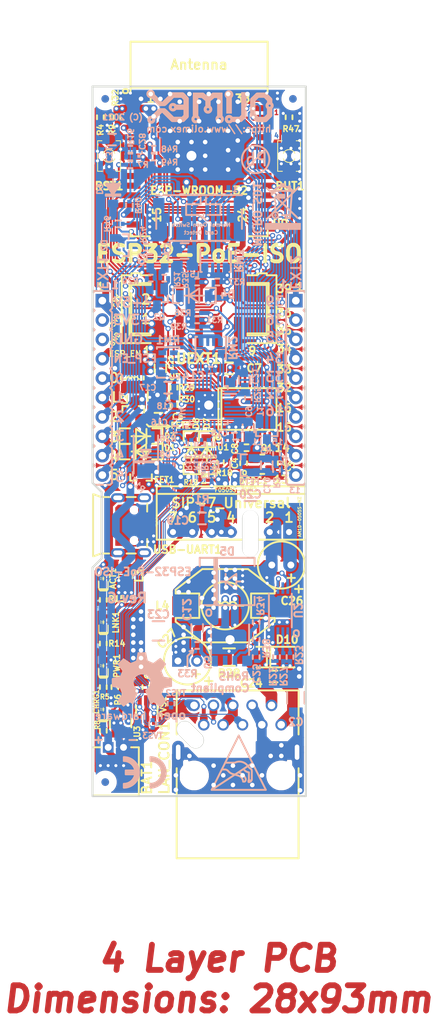
<source format=kicad_pcb>
(kicad_pcb (version 20171130) (host pcbnew 5.1.6-c6e7f7d~87~ubuntu18.04.1)
  (title_block (title ESP32-PoE-ISO) (date 2021-11-05) (rev G1) (company "OLIMEX Ltd.") (comment 1 https://www.olimex.com))
  (layers (0 F.Cu signal) (1 In1.Cu power) (2 In2.Cu power) (31 B.Cu signal) (34 B.Paste user hide) (35 F.Paste user hide) (36 B.SilkS user hide) (37 F.SilkS user) (38 B.Mask user hide) (39 F.Mask user hide) (44 Edge.Cuts user))
  (net 0 "")
  (net 1 +5V)
  (net 2 GND)
  (net 3 "Net-(BAT1-Pad1)")
  (net 4 "Net-(BUT1-Pad2)")
  (net 5 /GPI34/BUT1)
  (net 6 +3V3)
  (net 7 "Net-(C11-Pad1)")
  (net 8 /GPIO3/U0RXD)
  (net 9 /ESP_EN)
  (net 10 "/GPIO25/EMAC_RXD0(RMII)")
  (net 11 "/GPIO19/EMAC_TXD0(RMII)")
  (net 12 "/GPIO26/EMAC_RXD1(RMII)")
  (net 13 /GPIO1/U0TXD)
  (net 14 "Net-(L2-Pad1)")
  (net 15 "Net-(Q2-Pad1)")
  (net 16 "/GPIO22/EMAC_TXD1(RMII)")
  (net 17 "/GPIO21/EMAC_TX_EN(RMII)")
  (net 18 "Net-(MICRO_SD1-Pad5)")
  (net 19 /GPI36/U1RXD)
  (net 20 "/GPIO23/MDC(RMII)")
  (net 21 /GPIO27/EMAC_RX_CRS_DV)
  (net 22 /GPIO4/U1TXD)
  (net 23 /GPIO2/HS2_DATA0)
  (net 24 /GPIO13/I2C-SDA)
  (net 25 /GPIO14/HS2_CLK)
  (net 26 /GPIO15/HS2_CMD)
  (net 27 /GPIO16/I2C-SCL)
  (net 28 "/GPIO18/MDIO(RMII)")
  (net 29 /+5V_USB)
  (net 30 "Net-(MICRO_SD1-Pad1)")
  (net 31 "Net-(MICRO_SD1-Pad2)")
  (net 32 "Net-(MICRO_SD1-Pad8)")
  (net 33 "Net-(U4-Pad4)")
  (net 34 "Net-(U4-Pad14)")
  (net 35 "Net-(U4-Pad18)")
  (net 36 "Net-(U4-Pad20)")
  (net 37 "Net-(U4-Pad26)")
  (net 38 "Net-(USB-UART1-Pad4)")
  (net 39 "Net-(MICRO_SD1-Pad7)")
  (net 40 /D_Com)
  (net 41 Earth)
  (net 42 +5VP)
  (net 43 Spare1)
  (net 44 Spare2)
  (net 45 /GPIO33)
  (net 46 /GPIO32)
  (net 47 /GPI39)
  (net 48 "Net-(FID1-PadFid1)")
  (net 49 "Net-(FID2-PadFid1)")
  (net 50 "Net-(FID3-PadFid1)")
  (net 51 "Net-(MICRO_SD1-PadCD1)")
  (net 52 "Net-(C4-Pad1)")
  (net 53 "Net-(C5-Pad1)")
  (net 54 "Net-(C21-Pad2)")
  (net 55 "Net-(D4-Pad1)")
  (net 56 "Net-(Q2-Pad2)")
  (net 57 "Net-(Q3-Pad3)")
  (net 58 "Net-(Q3-Pad2)")
  (net 59 "Net-(Q3-Pad1)")
  (net 60 "Net-(R6-Pad1)")
  (net 61 "Net-(R26-Pad1)")
  (net 62 "Net-(R29-Pad1)")
  (net 63 "Net-(U1-Pad17)")
  (net 64 "Net-(U1-Pad14)")
  (net 65 "Net-(U1-Pad13)")
  (net 66 "Net-(U1-Pad12)")
  (net 67 "Net-(U1-Pad11)")
  (net 68 "Net-(U9-Pad32)")
  (net 69 "Net-(C6-Pad1)")
  (net 70 +3.3VLAN)
  (net 71 "Net-(C17-Pad1)")
  (net 72 /GPIO0)
  (net 73 /GPIO5/SPI_CS)
  (net 74 /GPI35)
  (net 75 "Net-(RM1-Pad3.2)")
  (net 76 "Net-(RM1-Pad2.2)")
  (net 77 "Net-(RM1-Pad4.2)")
  (net 78 /GPIO17/EMAC_CLK_OUT_180)
  (net 79 "Net-(U9-Pad22)")
  (net 80 "Net-(U9-Pad21)")
  (net 81 "Net-(U9-Pad20)")
  (net 82 "Net-(U9-Pad19)")
  (net 83 "Net-(U9-Pad18)")
  (net 84 "Net-(U9-Pad17)")
  (net 85 /GPIO12/PHY_PWR)
  (net 86 "Net-(FID4-PadFid1)")
  (net 87 "Net-(FID5-PadFid1)")
  (net 88 "Net-(FID6-PadFid1)")
  (net 89 "Net-(ACT1-Pad2)")
  (net 90 "Net-(ACT1-Pad1)")
  (net 91 "Net-(LNK1-Pad1)")
  (net 92 "Net-(C3-Pad1)")
  (net 93 "Net-(RM1-Pad1.2)")
  (net 94 "Net-(CHRG1-Pad1)")
  (net 95 "Net-(PWR1-Pad1)")
  (net 96 "Net-(C10-Pad2)")
  (net 97 "Net-(R3-Pad2)")
  (net 98 "Net-(L3-Pad1)")
  (net 99 "Net-(R8-Pad2)")
  (net 100 /TD+)
  (net 101 /TD-)
  (net 102 /RD+)
  (net 103 /RD-)
  (net 104 /Shield)
  (net 105 "Net-(R14-Pad2)")
  (net 106 /USB_D-)
  (net 107 /USB_D+)
  (net 108 "Net-(C8-Pad1)")
  (net 109 "Net-(D6-Pad1)")
  (net 110 "Net-(D7-Pad2)")
  (net 111 "Net-(U1-Pad20)")
  (net 112 "Net-(D9-Pad1)")
  (net 113 "Net-(C12-Pad1)")
  (net 114 "Net-(C12-Pad2)")
  (net 115 "Net-(C25-Pad2)")
  (net 116 "Net-(R22-Pad2)")
  (net 117 "Net-(R23-Pad1)")
  (net 118 "Net-(R27-Pad2)")
  (net 119 "Net-(R33-Pad1)")
  (net 120 "Net-(U2-Pad7)")
  (net 121 "Net-(U2-Pad6)")
  (net 122 "Net-(U5-Pad7)")
  (net 123 /5V_DCDC)
  (net 124 /ILIM)
  (module OLIMEX_Buttons-FP:IT1185AU2_V2 (layer F.Cu) (at 115.959 104.267 90)
    (fp_text reference BUT1 (at -3.937 0.119 180) (layer F.SilkS) (effects (font (size 1.016 1.016) (thickness 0.254))))
    (fp_text value IT1185AU2)
    (pad 1 smd rect (at -2.177 0 90) (size 0.9 1.5) (layers F.Cu F.Mask) (net 5 /GPI34/BUT1))
    (pad 2 smd rect (at 2.177 0 90) (size 0.9 1.5) (layers F.Cu F.Mask) (net 4 "Net-(BUT1-Pad2)"))
    (pad "" np_thru_hole circle (at 0 -0.9 90) (size 0.7 0.7) (drill 0.7) (layers *.Cu *.Mask))
    (pad "" np_thru_hole circle (at 0 0.9 90) (size 0.7 0.7) (drill 0.7) (layers *.Cu *.Mask))
  )
  (module OLIMEX_Buttons-FP:IT1185AU2_V2 (layer F.Cu) (at 92.321 104.267 90)
    (fp_text reference RST1 (at -3.937 0.008 180) (layer F.SilkS) (effects (font (size 1.016 1.016) (thickness 0.254))))
    (fp_text value IT1185AU2)
    (pad 1 smd rect (at -2.177 0 90) (size 0.9 1.5) (layers F.Cu F.Mask) (net 9 /ESP_EN))
    (pad 2 smd rect (at 2.177 0 90) (size 0.9 1.5) (layers F.Cu F.Mask) (net 2 GND))
    (pad "" np_thru_hole circle (at 0 -0.9 90) (size 0.7 0.7) (drill 0.7) (layers *.Cu *.Mask))
    (pad "" np_thru_hole circle (at 0 0.9 90) (size 0.7 0.7) (drill 0.7) (layers *.Cu *.Mask))
  )
  (module OLIMEX_Cases-FP:ESP-WROOM-32_MODULE (layer F.Cu) (at 104.14 102.035)
    (fp_text reference U9 (at 10.668 11.122 180) (layer F.SilkS) (effects (font (size 1.016 1.016) (thickness 0.254))))
    (fp_text value ESP32-WROOM-32D-4MB)
    (fp_text user o (at -9.779 -6.277 90) (layer F.SilkS) (effects (font (size 1.016 1.016) (thickness 0.254))))
    (fp_text user Antenna (at 0 -9.75) (layer F.SilkS) (effects (font (size 1.27 1.27) (thickness 0.254))))
    (fp_text user ESP-WROOM-32 (at 0 6.76) (layer F.SilkS) (effects (font (size 1.016 1.016) (thickness 0.254))))
    (fp_text user 1 (at -6.35 -5.305) (layer F.SilkS) (effects (font (size 1.016 1.016) (thickness 0.254))))
    (fp_text user 38 (at 5.715 -5.305) (layer F.SilkS) (effects (font (size 1.016 1.016) (thickness 0.254))))
    (fp_text user 15 (at -5.5245 9.935 90) (layer F.SilkS) (effects (font (size 1.016 1.016) (thickness 0.254))))
    (fp_text user 24 (at 5.715 9.935 90) (layer F.SilkS) (effects (font (size 1.016 1.016) (thickness 0.254))))
    (pad 39 thru_hole circle (at 0.8 2.2) (size 1.3 1.3) (drill 0.6) (layers *.Cu) (net 2 GND))
    (pad 39 thru_hole circle (at -2.8 2.2) (size 1.3 1.3) (drill 0.6) (layers *.Cu) (net 2 GND))
    (pad 39 thru_hole circle (at -1 4) (size 1.3 1.3) (drill 0.6) (layers *.Cu) (net 2 GND))
    (pad 39 thru_hole circle (at -1 0.4) (size 1.3 1.3) (drill 0.6) (layers *.Cu) (net 2 GND))
    (pad 39 thru_hole circle (at 0.8 0.4) (size 1.3 1.3) (drill 0.6) (layers *.Cu) (net 2 GND))
    (pad 39 thru_hole circle (at -2.8 0.4) (size 1.3 1.3) (drill 0.6) (layers *.Cu) (net 2 GND))
    (pad 39 thru_hole circle (at 0.8 4) (size 1.3 1.3) (drill 0.6) (layers *.Cu) (net 2 GND))
    (pad 1 smd rect (at -8.6 -5.31) (size 1.8 0.8) (layers F.Cu F.Paste F.Mask) (net 2 GND))
    (pad 2 smd rect (at -8.6 -4.04) (size 1.8 0.8) (layers F.Cu F.Paste F.Mask) (net 6 +3V3))
    (pad 3 smd rect (at -8.6 -2.77) (size 1.8 0.8) (layers F.Cu F.Paste F.Mask) (net 9 /ESP_EN))
    (pad 4 smd rect (at -8.6 -1.5) (size 1.8 0.8) (layers F.Cu F.Paste F.Mask) (net 19 /GPI36/U1RXD))
    (pad 5 smd rect (at -8.6 -0.23) (size 1.8 0.8) (layers F.Cu F.Paste F.Mask) (net 47 /GPI39))
    (pad 6 smd rect (at -8.6 1.04) (size 1.8 0.8) (layers F.Cu F.Paste F.Mask) (net 5 /GPI34/BUT1))
    (pad 7 smd rect (at -8.6 2.31) (size 1.8 0.8) (layers F.Cu F.Paste F.Mask) (net 74 /GPI35))
    (pad 8 smd rect (at -8.6 3.58) (size 1.8 0.8) (layers F.Cu F.Paste F.Mask) (net 46 /GPIO32))
    (pad 9 smd rect (at -8.6 4.85) (size 1.8 0.8) (layers F.Cu F.Paste F.Mask) (net 45 /GPIO33))
    (pad 10 smd rect (at -8.6 6.12) (size 1.8 0.8) (layers F.Cu F.Paste F.Mask) (net 10 "/GPIO25/EMAC_RXD0(RMII)"))
    (pad 11 smd rect (at -8.6 7.39) (size 1.8 0.8) (layers F.Cu F.Paste F.Mask) (net 12 "/GPIO26/EMAC_RXD1(RMII)"))
    (pad 12 smd rect (at -8.6 8.66) (size 1.8 0.8) (layers F.Cu F.Paste F.Mask) (net 21 /GPIO27/EMAC_RX_CRS_DV))
    (pad 13 smd rect (at -8.6 9.93) (size 1.8 0.8) (layers F.Cu F.Paste F.Mask) (net 25 /GPIO14/HS2_CLK))
    (pad 14 smd rect (at -8.6 11.2) (size 1.8 0.8) (layers F.Cu F.Paste F.Mask) (net 85 /GPIO12/PHY_PWR))
    (pad 15 smd rect (at -5.7 12.3) (size 0.8 1.8) (layers F.Cu F.Paste F.Mask) (net 2 GND))
    (pad 16 smd rect (at -4.43 12.3) (size 0.8 1.8) (layers F.Cu F.Paste F.Mask) (net 24 /GPIO13/I2C-SDA))
    (pad 17 smd rect (at -3.16 12.3) (size 0.8 1.8) (layers F.Cu F.Paste F.Mask) (net 84 "Net-(U9-Pad17)"))
    (pad 18 smd rect (at -1.89 12.3) (size 0.8 1.8) (layers F.Cu F.Paste F.Mask) (net 83 "Net-(U9-Pad18)"))
    (pad 19 smd rect (at -0.62 12.3) (size 0.8 1.8) (layers F.Cu F.Paste F.Mask) (net 82 "Net-(U9-Pad19)"))
    (pad 20 smd rect (at 0.65 12.3) (size 0.8 1.8) (layers F.Cu F.Paste F.Mask) (net 81 "Net-(U9-Pad20)"))
    (pad 21 smd rect (at 1.92 12.3) (size 0.8 1.8) (layers F.Cu F.Paste F.Mask) (net 80 "Net-(U9-Pad21)"))
    (pad 22 smd rect (at 3.19 12.3) (size 0.8 1.8) (layers F.Cu F.Paste F.Mask) (net 79 "Net-(U9-Pad22)"))
    (pad 23 smd rect (at 4.46 12.3) (size 0.8 1.8) (layers F.Cu F.Paste F.Mask) (net 26 /GPIO15/HS2_CMD))
    (pad 24 smd rect (at 5.73 12.3) (size 0.8 1.8) (layers F.Cu F.Paste F.Mask) (net 23 /GPIO2/HS2_DATA0))
    (pad 25 smd rect (at 8.6 11.2) (size 1.8 0.8) (layers F.Cu F.Paste F.Mask) (net 72 /GPIO0))
    (pad 26 smd rect (at 8.6 9.93) (size 1.8 0.8) (layers F.Cu F.Paste F.Mask) (net 22 /GPIO4/U1TXD))
    (pad 27 smd rect (at 8.6 8.66) (size 1.8 0.8) (layers F.Cu F.Paste F.Mask) (net 27 /GPIO16/I2C-SCL))
    (pad 28 smd rect (at 8.6 7.39) (size 1.8 0.8) (layers F.Cu F.Paste F.Mask) (net 78 /GPIO17/EMAC_CLK_OUT_180))
    (pad 29 smd rect (at 8.6 6.12) (size 1.8 0.8) (layers F.Cu F.Paste F.Mask) (net 73 /GPIO5/SPI_CS))
    (pad 30 smd rect (at 8.6 4.85) (size 1.8 0.8) (layers F.Cu F.Paste F.Mask) (net 28 "/GPIO18/MDIO(RMII)"))
    (pad 31 smd rect (at 8.6 3.58) (size 1.8 0.8) (layers F.Cu F.Paste F.Mask) (net 11 "/GPIO19/EMAC_TXD0(RMII)"))
    (pad 32 smd rect (at 8.6 2.31) (size 1.8 0.8) (layers F.Cu F.Paste F.Mask) (net 68 "Net-(U9-Pad32)"))
    (pad 33 smd rect (at 8.6 1.04) (size 1.8 0.8) (layers F.Cu F.Paste F.Mask) (net 17 "/GPIO21/EMAC_TX_EN(RMII)"))
    (pad 34 smd rect (at 8.6 -0.23) (size 1.8 0.8) (layers F.Cu F.Paste F.Mask) (net 8 /GPIO3/U0RXD))
    (pad 35 smd rect (at 8.6 -1.5) (size 1.8 0.8) (layers F.Cu F.Paste F.Mask) (net 13 /GPIO1/U0TXD))
    (pad 36 smd rect (at 8.6 -2.77) (size 1.8 0.8) (layers F.Cu F.Paste F.Mask) (net 16 "/GPIO22/EMAC_TXD1(RMII)"))
    (pad 37 smd rect (at 8.6 -4.04) (size 1.8 0.8) (layers F.Cu F.Paste F.Mask) (net 20 "/GPIO23/MDC(RMII)"))
    (pad 38 smd rect (at 8.6 -5.31) (size 1.8 0.8) (layers F.Cu F.Paste F.Mask) (net 2 GND))
    (pad 39 smd rect (at -1 2.2) (size 5 5) (layers F.Cu F.Mask) (net 2 GND))
    (pad 39 thru_hole circle (at -1 2.2) (size 2 2) (drill 1.3) (layers *.Cu *.Mask) (net 2 GND))
    (pad 39 thru_hole circle (at -2.8 4) (size 1.3 1.3) (drill 0.6) (layers *.Cu) (net 2 GND))
  )
  (module OLIMEX_LOGOs-FP:CE_Sign (layer B.Cu) (at 96.012 185.039 180)
    (fp_text reference Sign_CE hide)
    (fp_text value CE_Sign hide)
  )
  (module OLIMEX_RLC-FP:C_0603_5MIL_DWS (layer B.Cu) (at 92.71 102.108 180)
    (fp_text reference C31 (at 0.4318 -1.9304 270 unlocked) (layer B.SilkS) (effects (font (size 0.762 0.762) (thickness 0.1905)) (justify mirror)))
    (fp_text value 1uF/10V/20%/X5R/C0603)
    (pad 2 smd rect (at 0.889 0 180) (size 1.016 1.016) (layers B.Cu B.Paste B.Mask) (net 2 GND) (clearance 0.0508))
    (pad 1 smd rect (at -0.889 0 180) (size 1.016 1.016) (layers B.Cu B.Paste B.Mask) (net 9 /ESP_EN) (clearance 0.0508))
  )
  (module OLIMEX_RLC-FP:R_0402_5MIL_DWS (layer B.Cu) (at 98.171 103.378 180)
    (fp_text reference R48 (at -2.0955 0 180) (layer B.SilkS) (effects (font (size 0.762 0.762) (thickness 0.1905)) (justify mirror)))
    (fp_text value 10k/R0402)
    (pad 2 smd rect (at 0.508 0 180) (size 0.5 0.55) (layers B.Cu B.Paste B.Mask) (net 5 /GPI34/BUT1))
    (pad 1 smd rect (at -0.508 0) (size 0.5 0.55) (layers B.Cu B.Paste B.Mask) (net 6 +3V3))
  )
  (module OLIMEX_RLC-FP:CD32 (layer F.Cu) (at 95.377 133.35 90)
    (fp_text reference L2 (at -2.794 -1.016 270) (layer F.SilkS) (effects (font (size 0.762 0.762) (thickness 0.1905))))
    (fp_text value "2.2uH/1.5A/DCR=72mR/20%/3.00x3.00x1.50mm/CD32(NR3015T2R2M)")
    (pad 2 smd rect (at 1.2 0 270) (size 1.6 3) (layers F.Cu F.Paste F.Mask) (net 6 +3V3) (clearance 0.0508))
    (pad 1 smd rect (at -1.2 0 270) (size 1.6 3) (layers F.Cu F.Paste F.Mask) (net 14 "Net-(L2-Pad1)") (clearance 0.0508))
  )
  (module "OLIMEX_RLC-FP:C_1808(4520)_5MIL_DWS_ISO" (layer B.Cu) (at 98.806 166.497)
    (fp_text reference C23 (at 0 -2.159) (layer B.SilkS) (effects (font (size 1.016 1.016) (thickness 0.254)) (justify mirror)))
    (fp_text value "1.0nF/3kV/10%/X7R/SMD/1808(VISHAY-VJ1808Y102KBHAT4X_Farnell-2407291)")
    (pad 2 smd rect (at 2.286 0) (size 1.016 2.032) (layers B.Cu B.Paste B.Mask) (net 41 Earth))
    (pad 1 smd rect (at -2.286 0) (size 1.016 2.032) (layers B.Cu B.Paste B.Mask) (net 2 GND))
  )
  (module "OLIMEX_RLC-FP:C_1808(4520)_5MIL_DWS_ISO" (layer B.Cu) (at 110.871 150.749)
    (fp_text reference C20 (at 0 -2.159) (layer B.SilkS) (effects (font (size 1.016 1.016) (thickness 0.254)) (justify mirror)))
    (fp_text value "NA(1.0nF/3kV/10%/X7R/SMD/1808(VISHAY-VJ1808Y102KBHAT4X_Farnell-2407291))")
    (pad 2 smd rect (at 2.286 0) (size 1.016 2.032) (layers B.Cu B.Paste B.Mask) (net 123 /5V_DCDC))
    (pad 1 smd rect (at -2.286 0) (size 1.016 2.032) (layers B.Cu B.Paste B.Mask) (net 42 +5VP))
  )
  (module OLIMEX_Regulators-FP:SIP-7_Universal (layer F.Cu) (at 108.331 153.543 180)
    (fp_text reference DCDC1 (at -2.921 6.731 180) (layer F.SilkS) (effects (font (size 0.762 0.762) (thickness 0.1905))))
    (fp_text value "F0505S-2WR2(SIP-7)")
    (fp_text user AM1D-0505S-NZ (at -9 2 270) (layer F.SilkS) (effects (font (size 0.4 0.4) (thickness 0.1))))
    (fp_text user AM1D-0505S-NZ (at -9 2 270) (layer F.SilkS) (effects (font (size 0.4 0.4) (thickness 0.1))))
    (fp_text user F0505S-2WR2 (at -0.635 5.5 180) (layer F.SilkS) (effects (font (size 0.508 0.508) (thickness 0.127))))
    (fp_text user 7 (at 7.62 1.905 180) (layer F.SilkS) (effects (font (size 1.27 1.27) (thickness 0.254))))
    (fp_text user 6 (at 5.08 1.905 180) (layer F.SilkS) (effects (font (size 1.27 1.27) (thickness 0.254))))
    (fp_text user 5 (at 2.54 1.905 180) (layer F.SilkS) (effects (font (size 1.27 1.27) (thickness 0.254))))
    (fp_text user 4 (at 0 1.905 180) (layer F.SilkS) (effects (font (size 1.27 1.27) (thickness 0.254))))
    (fp_text user 2 (at -5.08 1.905 180) (layer F.SilkS) (effects (font (size 1.27 1.27) (thickness 0.254))))
    (fp_text user 1 (at -7.62 1.905 180) (layer F.SilkS) (effects (font (size 1.27 1.27) (thickness 0.254))))
    (fp_text user SIP-7_Universal (at 0 3.81 180) (layer F.SilkS) (effects (font (size 1.27 1.27) (thickness 0.254))))
    (pad 2 thru_hole circle (at -5.08 0 180) (size 1.524 1.524) (drill 0.8) (layers *.Cu *.Mask) (net 41 Earth))
    (pad 1 thru_hole rect (at -7.62 0 180) (size 1.524 1.524) (drill 0.8) (layers *.Cu *.Mask) (net 123 /5V_DCDC))
    (pad 4 thru_hole circle (at 0 0 180) (size 1.524 1.524) (drill 0.8) (layers *.Cu *.Mask) (net 2 GND))
    (pad 5 thru_hole circle (at 2.54 0 180) (size 1.524 1.524) (drill 0.8) (layers *.Cu *.Mask) (net 2 GND))
    (pad 7 thru_hole circle (at 7.62 0 180) (size 1.524 1.524) (drill 0.8) (layers *.Cu *.Mask) (net 42 +5VP))
    (pad 6 thru_hole circle (at 5.08 0 180) (size 1.524 1.524) (drill 0.8) (layers *.Cu *.Mask) (net 42 +5VP))
  )
  (module OLIMEX_Connectors-FP:LIPO_BAT-CON2DW02R (layer F.Cu) (at 93.218 184.912)
    (fp_text reference BAT1 (at 4.064 0.762 270) (layer F.SilkS) (effects (font (size 1.27 1.27) (thickness 0.254))))
    (fp_text value DW02R)
    (pad 1 thru_hole rect (at -1.00838 -3.15214) (size 1.4 1.4) (drill 0.9) (layers *.Cu *.Mask) (net 3 "Net-(BAT1-Pad1)"))
    (pad 2 thru_hole circle (at 1.0033 -3.15468) (size 1.4 1.4) (drill 0.9) (layers *.Cu *.Mask) (net 2 GND))
  )
  (module "OLIMEX_Crystal-FP:TSX-3.2x2.5mm_GND(3)" (layer F.Cu) (at 112.438 144.653)
    (fp_text reference Q1 (at 0.592 -2.159) (layer F.SilkS) (effects (font (size 0.762 0.762) (thickness 0.1905))))
    (fp_text value Q12MHz/20pF/10ppm/4P/3.2x2.5mm)
    (fp_text user o (at -2.329 1.016) (layer F.SilkS) (effects (font (size 0.8 0.8) (thickness 0.2))))
    (pad 3 smd rect (at -1.1 -0.8) (size 1.4 1.2) (layers F.Cu F.Paste F.Mask) (net 2 GND))
    (pad 3 smd rect (at 1.1 0.8) (size 1.4 1.2) (layers F.Cu F.Paste F.Mask) (net 2 GND))
    (pad 2 smd rect (at 1.1 -0.8) (size 1.4 1.2) (layers F.Cu F.Paste F.Mask) (net 53 "Net-(C5-Pad1)"))
    (pad 1 smd rect (at -1.1 0.8) (size 1.4 1.2) (layers F.Cu F.Paste F.Mask) (net 52 "Net-(C4-Pad1)"))
  )
  (module "OLIMEX_Diodes-FP:DO214AB(SMC)_1(K)-2(A)" (layer B.Cu) (at 107.823 160.02)
    (fp_text reference D5 (at 0 -3.937 -180) (layer B.SilkS) (effects (font (size 1.016 1.016) (thickness 0.254)) (justify mirror)))
    (fp_text value "SS510/100V/5A/0.85V/DO214AB(SMC)")
    (pad 1 smd rect (at -3.4 0) (size 2.2 3.4) (layers B.Cu B.Paste B.Mask) (net 113 "Net-(C12-Pad1)"))
    (pad 2 smd rect (at 3.4 0) (size 2.2 3.4) (layers B.Cu B.Paste B.Mask) (net 41 Earth))
  )
  (module OLIMEX_RLC-FP:CPOL-RM2.5mm_6.3x11mm_PTH (layer F.Cu) (at 102.616 170.434 180)
    (fp_text reference C27 (at 2.667 2.921 45) (layer F.SilkS) (effects (font (size 1.016 1.016) (thickness 0.254))))
    (fp_text value "15uF/100V/20%/RM2.5/6.3x11mm(Farnell:1281844)")
    (fp_text user + (at -1.143 -1.651) (layer F.SilkS) (effects (font (size 1.27 1.27) (thickness 0.254))))
    (fp_text user + (at -2.794 -2.54) (layer F.SilkS) (effects (font (size 1.27 1.27) (thickness 0.254))))
    (pad 1 thru_hole circle (at -1.25 0 180) (size 1.524 1.524) (drill 0.9) (layers *.Cu *.Mask) (net 43 Spare1))
    (pad 2 thru_hole rect (at 1.25 0 180) (size 1.524 1.524) (drill 0.9) (layers *.Cu *.Mask) (net 41 Earth))
  )
  (module OLIMEX_RLC-FP:R_0402_5MIL_DWS (layer B.Cu) (at 94.996 145.923 90)
    (fp_text reference R17 (at -1.4605 1.0795 315 unlocked) (layer B.SilkS) (effects (font (size 0.762 0.762) (thickness 0.1905)) (justify mirror)))
    (fp_text value NA/R0402)
    (pad 2 smd rect (at 0.508 0 90) (size 0.5 0.55) (layers B.Cu B.Paste B.Mask) (net 8 /GPIO3/U0RXD))
    (pad 1 smd rect (at -0.508 0 270) (size 0.5 0.55) (layers B.Cu B.Paste B.Mask) (net 6 +3V3))
  )
  (module OLIMEX_Diodes-FP:SOD-123_1C-2A_KA (layer F.Cu) (at 105.156 143.129 270)
    (fp_text reference D7 (at -3.81 0 90) (layer F.SilkS) (effects (font (size 0.762 0.762) (thickness 0.1905))))
    (fp_text value 1N5819S4/SOD123)
    (pad 2 smd rect (at 1.9 0 270) (size 1 1.4) (layers F.Cu F.Paste F.Mask) (net 110 "Net-(D7-Pad2)") (clearance 0.0508))
    (pad 1 smd rect (at -1.9 0 270) (size 1 1.4) (layers F.Cu F.Paste F.Mask) (net 13 /GPIO1/U0TXD) (clearance 0.0508))
  )
  (module OLIMEX_Diodes-FP:SOD-123_1C-2A_KA (layer F.Cu) (at 103.124 143.129 270)
    (fp_text reference D6 (at -3.81 -0.635 270) (layer F.SilkS) (effects (font (size 0.762 0.762) (thickness 0.1905))))
    (fp_text value 1N5819S4/SOD123)
    (pad 2 smd rect (at 1.9 0 270) (size 1 1.4) (layers F.Cu F.Paste F.Mask) (net 8 /GPIO3/U0RXD) (clearance 0.0508))
    (pad 1 smd rect (at -1.9 0 270) (size 1 1.4) (layers F.Cu F.Paste F.Mask) (net 109 "Net-(D6-Pad1)") (clearance 0.0508))
  )
  (module OLIMEX_LOGOs-FP:LOGO_ANTISTATIC_1 (layer B.Cu) (at 112.903 187.325 180)
    (fp_text reference Sign_Antistatic hide)
    (fp_text value Val** hide)
  )
  (module OLIMEX_Other-FP:Mounting_hole_2_mm (layer F.Cu) (at 102.9716 180.0987 45)
    (fp_text reference Drill_Slot3 hide)
    (fp_text value "2 mm" hide)
    (pad "" np_thru_hole oval (at 0 0 45) (size 2.032 4.064) (drill oval 2.032 4.064) (layers *.Cu *.Mask) (clearance 0.254))
  )
  (module OLIMEX_RLC-FP:C_0402_5MIL_DWS (layer B.Cu) (at 95.123 104.394 180)
    (fp_text reference C28 (at -1.524 2.032 270 unlocked) (layer B.SilkS) (effects (font (size 0.762 0.762) (thickness 0.1905)) (justify mirror)))
    (fp_text value 1nF/50V/10%/X7R/C0402)
    (pad 2 smd rect (at 0.508 0 180) (size 0.5 0.55) (layers B.Cu B.Paste B.Mask) (net 2 GND))
    (pad 1 smd rect (at -0.508 0) (size 0.5 0.55) (layers B.Cu B.Paste B.Mask) (net 74 /GPI35))
  )
  (module OLIMEX_RLC-FP:R_0402_5MIL_DWS (layer B.Cu) (at 95.123 103.378 180)
    (fp_text reference R16 (at 0 1.651 270 unlocked) (layer B.SilkS) (effects (font (size 0.762 0.762) (thickness 0.1905)) (justify mirror)))
    (fp_text value 470k/R0402)
    (pad 2 smd rect (at 0.508 0 180) (size 0.5 0.55) (layers B.Cu B.Paste B.Mask) (net 2 GND))
    (pad 1 smd rect (at -0.508 0) (size 0.5 0.55) (layers B.Cu B.Paste B.Mask) (net 74 /GPI35))
  )
  (module OLIMEX_RLC-FP:R_0402_5MIL_DWS (layer B.Cu) (at 95.123 105.41)
    (fp_text reference R7 (at 1.651 0) (layer B.SilkS) (effects (font (size 0.762 0.762) (thickness 0.1905)) (justify mirror)))
    (fp_text value 470k/R0402)
    (pad 2 smd rect (at 0.508 0) (size 0.5 0.55) (layers B.Cu B.Paste B.Mask) (net 74 /GPI35))
    (pad 1 smd rect (at -0.508 0 180) (size 0.5 0.55) (layers B.Cu B.Paste B.Mask) (net 3 "Net-(BAT1-Pad1)"))
  )
  (module OLIMEX_Diodes-FP:SOD-123_1C-2A_KA (layer F.Cu) (at 96.52 140.97 180)
    (fp_text reference D3 (at -3.81 0) (layer F.SilkS) (effects (font (size 0.762 0.762) (thickness 0.1905))))
    (fp_text value 1N5819S4/SOD123)
    (pad 2 smd rect (at 1.9 0 180) (size 1 1.4) (layers F.Cu F.Paste F.Mask) (net 1 +5V) (clearance 0.0508))
    (pad 1 smd rect (at -1.9 0 180) (size 1 1.4) (layers F.Cu F.Paste F.Mask) (net 69 "Net-(C6-Pad1)") (clearance 0.0508))
  )
  (module OLIMEX_Diodes-FP:SOD-123_1C-2A_KA (layer F.Cu) (at 96.52 143.002)
    (fp_text reference D1 (at 3.81 -0.508 180) (layer F.SilkS) (effects (font (size 0.762 0.762) (thickness 0.1905))))
    (fp_text value 1N5819S4/SOD123)
    (pad 2 smd rect (at 1.9 0) (size 1 1.4) (layers F.Cu F.Paste F.Mask) (net 42 +5VP) (clearance 0.0508))
    (pad 1 smd rect (at -1.9 0) (size 1 1.4) (layers F.Cu F.Paste F.Mask) (net 1 +5V) (clearance 0.0508))
  )
  (module OLIMEX_RLC-FP:C_0603_5MIL_DWS (layer B.Cu) (at 104.521 151.765)
    (fp_text reference C19 (at -3.175 0.254) (layer B.SilkS) (effects (font (size 1.016 1.016) (thickness 0.254)) (justify mirror)))
    (fp_text value 22uF/6.3V/20%/X5R/C0603)
    (pad 2 smd rect (at 0.889 0) (size 1.016 1.016) (layers B.Cu B.Paste B.Mask) (net 2 GND) (clearance 0.0508))
    (pad 1 smd rect (at -0.889 0) (size 1.016 1.016) (layers B.Cu B.Paste B.Mask) (net 42 +5VP) (clearance 0.0508))
  )
  (module OLIMEX_RLC-FP:R_0402_5MIL_DWS (layer F.Cu) (at 92.075 99.187 270)
    (fp_text reference R9 (at 1.651 -0.6604 90) (layer F.SilkS) (effects (font (size 0.762 0.762) (thickness 0.1905))))
    (fp_text value 100k/R0402)
    (pad 2 smd rect (at 0.508 0 270) (size 0.5 0.55) (layers F.Cu F.Paste F.Mask) (net 2 GND))
    (pad 1 smd rect (at -0.508 0 90) (size 0.5 0.55) (layers F.Cu F.Paste F.Mask) (net 47 /GPI39))
  )
  (module OLIMEX_RLC-FP:R_0402_5MIL_DWS (layer F.Cu) (at 91.186 99.187 90)
    (fp_text reference R4 (at -1.651 0 90) (layer F.SilkS) (effects (font (size 0.762 0.762) (thickness 0.1905))))
    (fp_text value 47k/R0402)
    (pad 2 smd rect (at 0.508 0 90) (size 0.5 0.55) (layers F.Cu F.Paste F.Mask) (net 47 /GPI39))
    (pad 1 smd rect (at -0.508 0 270) (size 0.5 0.55) (layers F.Cu F.Paste F.Mask) (net 1 +5V))
  )
  (module OLIMEX_RLC-FP:R_0402_5MIL_DWS (layer F.Cu) (at 93.091 173.863 90)
    (fp_text reference R6 (at -1.651 0.381 90) (layer F.SilkS) (effects (font (size 0.762 0.762) (thickness 0.1905))))
    (fp_text value 10k/R0402)
    (pad 2 smd rect (at 0.508 0 90) (size 0.5 0.55) (layers F.Cu F.Paste F.Mask) (net 2 GND))
    (pad 1 smd rect (at -0.508 0 270) (size 0.5 0.55) (layers F.Cu F.Paste F.Mask) (net 60 "Net-(R6-Pad1)"))
  )
  (module OLIMEX_IC-FP:SOT-23-5 (layer F.Cu) (at 93.853 178.562 270)
    (fp_text reference U3 (at 1.143 -2.159 90) (layer F.SilkS) (effects (font (size 0.762 0.762) (thickness 0.1905))))
    (fp_text value "BL4054B-42TPRN(SOT23-5)")
    (pad 1 smd rect (at 1.3 0.95 270) (size 1.2 0.55) (layers F.Cu F.Paste F.Mask) (net 99 "Net-(R8-Pad2)") (clearance 0.0508))
    (pad 2 smd rect (at 1.3 0 270) (size 1.2 0.55) (layers F.Cu F.Paste F.Mask) (net 2 GND) (clearance 0.0508))
    (pad 3 smd rect (at 1.3 -0.95 270) (size 1.2 0.55) (layers F.Cu F.Paste F.Mask) (net 3 "Net-(BAT1-Pad1)") (clearance 0.0508))
    (pad 5 smd rect (at -1.3 0.95 270) (size 1.2 0.55) (layers F.Cu F.Paste F.Mask) (net 60 "Net-(R6-Pad1)") (clearance 0.0508))
    (pad 4 smd rect (at -1.3 -0.95 270) (size 1.2 0.55) (layers F.Cu F.Paste F.Mask) (net 1 +5V) (clearance 0.0508))
  )
  (module OLIMEX_RLC-FP:L_0805_5MIL_DWS (layer F.Cu) (at 94.488 159.258 270)
    (fp_text reference L3 (at 0 -1.778 270) (layer F.SilkS) (effects (font (size 1.016 1.016) (thickness 0.254))))
    (fp_text value FB0805/600R/2A)
    (pad 1 smd rect (at -1.016 0 270) (size 1.524 1.27) (layers F.Cu F.Paste F.Mask) (net 98 "Net-(L3-Pad1)") (clearance 0.0508))
    (pad 2 smd rect (at 1.016 0 270) (size 1.524 1.27) (layers F.Cu F.Paste F.Mask) (net 2 GND) (clearance 0.0508))
  )
  (module OLIMEX_LOGOs-FP:LOGO_OPENHARDWARE_8x8 (layer B.Cu) (at 96.647 173.355 180)
    (fp_text reference Logo_OSHW hide)
    (fp_text value "" hide)
    (fp_text user hardware (at 2.794 -4.2672 180) (layer B.SilkS) (effects (font (thickness 0.18)) (justify mirror)))
    (fp_text user open (at -3.81 -4.17576 180) (layer B.SilkS) (effects (font (size 1.1 1.1) (thickness 0.254)) (justify mirror)))
  )
  (module OLIMEX_RLC-FP:R_0402_5MIL_DWS (layer B.Cu) (at 114.3 143.256 90)
    (fp_text reference R3 (at 0.381 -1.397 180) (layer B.SilkS) (effects (font (size 0.762 0.762) (thickness 0.1905)) (justify mirror)))
    (fp_text value 1k/R0402)
    (pad 2 smd rect (at 0.508 0 90) (size 0.5 0.55) (layers B.Cu B.Paste B.Mask) (net 97 "Net-(R3-Pad2)"))
    (pad 1 smd rect (at -0.508 0 270) (size 0.5 0.55) (layers B.Cu B.Paste B.Mask) (net 96 "Net-(C10-Pad2)"))
  )
  (module OLIMEX_RLC-FP:C_0603_5MIL_DWS (layer B.Cu) (at 113.03 144.78 90)
    (fp_text reference C10 (at -2.667 0 270 unlocked) (layer B.SilkS) (effects (font (size 0.762 0.762) (thickness 0.1905)) (justify mirror)))
    (fp_text value 22uF/6.3V/20%/X5R/C0603)
    (pad 2 smd rect (at 0.889 0 90) (size 1.016 1.016) (layers B.Cu B.Paste B.Mask) (net 96 "Net-(C10-Pad2)") (clearance 0.0508))
    (pad 1 smd rect (at -0.889 0 90) (size 1.016 1.016) (layers B.Cu B.Paste B.Mask) (net 6 +3V3) (clearance 0.0508))
  )
  (module OLIMEX_LOGOs-FP:OLIMEX_LOGO_TB (layer B.Cu) (at 105.41 97.79 180)
    (fp_text reference Logo_Olimex hide)
    (fp_text value "" hide)
  )
  (module OLIMEX_LOGOs-FP:LOGO_RECYCLEBIN_1 (layer B.Cu) (at 117.475 113.919 180)
    (fp_text reference Sign_RecycleBin hide)
    (fp_text value "" hide)
  )
  (module OLIMEX_LOGOs-FP:LOGO_PBFREE (layer B.Cu) (at 111.76 104.394)
    (fp_text reference Sign_PB-Free)
    (fp_text value "")
    (fp_text user Pb (at -0.08636 0.33528) (layer B.SilkS) (effects (font (size 1.7 1.5) (thickness 0.254)) (justify mirror)))
  )
  (module OLIMEX_RLC-FP:C_0805_5MIL_DWS (layer B.Cu) (at 102.235 116.713 180)
    (fp_text reference C3 (at 2.286 0.381 270 unlocked) (layer B.SilkS) (effects (font (size 0.762 0.762) (thickness 0.1905)) (justify mirror)))
    (fp_text value 47uF/6.3V/20%/X5R/C0805)
    (pad 1 smd rect (at -1.016 0 90) (size 1.524 1.27) (layers B.Cu B.Paste B.Mask) (net 92 "Net-(C3-Pad1)"))
    (pad 2 smd rect (at 1.016 0 90) (size 1.524 1.27) (layers B.Cu B.Paste B.Mask) (net 2 GND))
  )
  (module OLIMEX_LEDs-FP:LED_0603_KA (layer F.Cu) (at 91.567 165.354 90)
    (fp_text reference LNK1 (at 0 1.651 90) (layer F.SilkS) (effects (font (size 0.762 0.762) (thickness 0.1905))))
    (fp_text value LED/GREEN/0603)
    (pad 2 smd rect (at 0.762 0 270) (size 0.8 0.8) (layers F.Cu F.Paste F.Mask) (net 7 "Net-(C11-Pad1)"))
    (pad 1 smd rect (at -0.762 0 270) (size 0.8 0.8) (layers F.Cu F.Paste F.Mask) (net 91 "Net-(LNK1-Pad1)"))
  )
  (module OLIMEX_LEDs-FP:LED_0603_KA (layer F.Cu) (at 91.567 159.639 90)
    (fp_text reference ACT1 (at 0 1.27 270) (layer F.SilkS) (effects (font (size 0.762 0.762) (thickness 0.1905))))
    (fp_text value LED/YELLOW/0603)
    (pad 1 smd rect (at -0.762 0 270) (size 0.8 0.8) (layers F.Cu F.Paste F.Mask) (net 90 "Net-(ACT1-Pad1)"))
    (pad 2 smd rect (at 0.762 0 270) (size 0.8 0.8) (layers F.Cu F.Paste F.Mask) (net 89 "Net-(ACT1-Pad2)"))
  )
  (module OLIMEX_Other-FP:Fiducial1x3 (layer B.Cu) (at 91.821 186.309 270)
    (fp_text reference FID6 hide)
    (fp_text value Fiducial hide)
    (pad Fid1 connect circle (at 0 0 270) (size 1 1) (layers B.Cu B.Mask) (net 88 "Net-(FID6-PadFid1)") (clearance 1.016))
  )
  (module OLIMEX_Other-FP:Fiducial1x3 (layer B.Cu) (at 116.459 96.774 270)
    (fp_text reference FID5 hide)
    (fp_text value Fiducial hide)
    (pad Fid1 connect circle (at 0 0 270) (size 1 1) (layers B.Cu B.Mask) (net 87 "Net-(FID5-PadFid1)") (clearance 1.016))
  )
  (module OLIMEX_Other-FP:Fiducial1x3 (layer B.Cu) (at 91.821 96.774 270)
    (fp_text reference FID4 hide)
    (fp_text value Fiducial hide)
    (pad Fid1 connect circle (at 0 0 270) (size 1 1) (layers B.Cu B.Mask) (net 86 "Net-(FID4-PadFid1)") (clearance 1.016))
  )
  (module OLIMEX_RLC-FP:C_0402_5MIL_DWS (layer B.Cu) (at 105.664 132.334)
    (fp_text reference C14 (at -2.286 0.762) (layer B.SilkS) (effects (font (size 1.016 1.016) (thickness 0.254)) (justify mirror)))
    (fp_text value 100nF/16V/10%/X7R/C0402)
    (pad 2 smd rect (at 0.508 0) (size 0.5 0.55) (layers B.Cu B.Paste B.Mask) (net 2 GND))
    (pad 1 smd rect (at -0.508 0 180) (size 0.5 0.55) (layers B.Cu B.Paste B.Mask) (net 70 +3.3VLAN))
  )
  (module OLIMEX_RLC-FP:C_0402_5MIL_DWS (layer B.Cu) (at 100.076 135.89 180)
    (fp_text reference C18 (at 0.381 -1.143 180) (layer B.SilkS) (effects (font (size 0.762 0.762) (thickness 0.1905)) (justify mirror)))
    (fp_text value 100nF/16V/10%/X7R/C0402)
    (pad 2 smd rect (at 0.508 0 180) (size 0.5 0.55) (layers B.Cu B.Paste B.Mask) (net 2 GND))
    (pad 1 smd rect (at -0.508 0) (size 0.5 0.55) (layers B.Cu B.Paste B.Mask) (net 71 "Net-(C17-Pad1)"))
  )
  (module OLIMEX_RLC-FP:C_0402_5MIL_DWS (layer B.Cu) (at 100.965 139.192 180)
    (fp_text reference C16 (at 2.032 0 unlocked) (layer B.SilkS) (effects (font (size 0.762 0.762) (thickness 0.1905)) (justify mirror)))
    (fp_text value 100nF/16V/10%/X7R/C0402)
    (pad 1 smd rect (at -0.508 0) (size 0.5 0.55) (layers B.Cu B.Paste B.Mask) (net 7 "Net-(C11-Pad1)"))
    (pad 2 smd rect (at 0.508 0 180) (size 0.5 0.55) (layers B.Cu B.Paste B.Mask) (net 2 GND))
  )
  (module OLIMEX_RLC-FP:C_0402_5MIL_DWS (layer B.Cu) (at 108.839 140.97)
    (fp_text reference C15 (at -2.032 -0.381) (layer B.SilkS) (effects (font (size 0.762 0.762) (thickness 0.1905)) (justify mirror)))
    (fp_text value 100nF/16V/10%/X7R/C0402)
    (pad 2 smd rect (at 0.508 0) (size 0.5 0.55) (layers B.Cu B.Paste B.Mask) (net 2 GND))
    (pad 1 smd rect (at -0.508 0 180) (size 0.5 0.55) (layers B.Cu B.Paste B.Mask) (net 7 "Net-(C11-Pad1)"))
  )
  (module OLIMEX_RLC-FP:C_0402_5MIL_DWS (layer F.Cu) (at 97.155 173.863 90)
    (fp_text reference C11 (at 2.159 0.254 90) (layer F.SilkS) (effects (font (size 0.762 0.762) (thickness 0.1905))))
    (fp_text value 100nF/16V/10%/X7R/C0402)
    (pad 2 smd rect (at 0.508 0 90) (size 0.5 0.55) (layers F.Cu F.Paste F.Mask) (net 2 GND))
    (pad 1 smd rect (at -0.508 0 270) (size 0.5 0.55) (layers F.Cu F.Paste F.Mask) (net 7 "Net-(C11-Pad1)"))
  )
  (module OLIMEX_RLC-FP:R_0402_5MIL_DWS (layer B.Cu) (at 93.599 113.157)
    (fp_text reference R46 (at -1.524 0 270 unlocked) (layer B.SilkS) (effects (font (size 0.762 0.762) (thickness 0.1905)) (justify mirror)))
    (fp_text value 220R/R0402)
    (pad 2 smd rect (at 0.508 0) (size 0.5 0.55) (layers B.Cu B.Paste B.Mask) (net 39 "Net-(MICRO_SD1-Pad7)"))
    (pad 1 smd rect (at -0.508 0 180) (size 0.5 0.55) (layers B.Cu B.Paste B.Mask) (net 23 /GPIO2/HS2_DATA0))
  )
  (module OLIMEX_RLC-FP:R_0402_5MIL_DWS (layer B.Cu) (at 94.996 110.744 90)
    (fp_text reference R40 (at 0 1.143 270 unlocked) (layer B.SilkS) (effects (font (size 0.762 0.762) (thickness 0.1905)) (justify mirror)))
    (fp_text value 10R/R0402)
    (pad 1 smd rect (at -0.508 0 270) (size 0.5 0.55) (layers B.Cu B.Paste B.Mask) (net 25 /GPIO14/HS2_CLK))
    (pad 2 smd rect (at 0.508 0 90) (size 0.5 0.55) (layers B.Cu B.Paste B.Mask) (net 18 "Net-(MICRO_SD1-Pad5)"))
  )
  (module OLIMEX_RLC-FP:R_0402_5MIL_DWS (layer B.Cu) (at 103.886 126.619)
    (fp_text reference R39 (at -2.413 0) (layer B.SilkS) (effects (font (size 0.762 0.762) (thickness 0.1905)) (justify mirror)))
    (fp_text value 10k/R0402)
    (pad 2 smd rect (at 0.508 0) (size 0.5 0.55) (layers B.Cu B.Paste B.Mask) (net 26 /GPIO15/HS2_CMD))
    (pad 1 smd rect (at -0.508 0 180) (size 0.5 0.55) (layers B.Cu B.Paste B.Mask) (net 6 +3V3))
  )
  (module OLIMEX_RLC-FP:R_0402_5MIL_DWS (layer B.Cu) (at 103.886 124.841)
    (fp_text reference R36 (at -1.8796 0) (layer B.SilkS) (effects (font (size 0.762 0.762) (thickness 0.1905)) (justify mirror)))
    (fp_text value 10k/R0402)
    (pad 2 smd rect (at 0.508 0) (size 0.5 0.55) (layers B.Cu B.Paste B.Mask) (net 73 /GPIO5/SPI_CS))
    (pad 1 smd rect (at -0.508 0 180) (size 0.5 0.55) (layers B.Cu B.Paste B.Mask) (net 6 +3V3))
  )
  (module OLIMEX_RLC-FP:R_0402_5MIL_DWS (layer B.Cu) (at 103.886 120.777)
    (fp_text reference R35 (at -1.5875 -0.1778 270 unlocked) (layer B.SilkS) (effects (font (size 0.7112 0.7112) (thickness 0.1778)) (justify mirror)))
    (fp_text value 2.2k/R0402)
    (pad 2 smd rect (at 0.508 0) (size 0.5 0.55) (layers B.Cu B.Paste B.Mask) (net 24 /GPIO13/I2C-SDA))
    (pad 1 smd rect (at -0.508 0 180) (size 0.5 0.55) (layers B.Cu B.Paste B.Mask) (net 6 +3V3))
  )
  (module OLIMEX_RLC-FP:R_0402_5MIL_DWS (layer B.Cu) (at 103.886 125.73)
    (fp_text reference R31 (at 2.286 0) (layer B.SilkS) (effects (font (size 0.762 0.762) (thickness 0.1905)) (justify mirror)))
    (fp_text value 2.2k/R0402)
    (pad 2 smd rect (at 0.508 0) (size 0.5 0.55) (layers B.Cu B.Paste B.Mask) (net 27 /GPIO16/I2C-SCL))
    (pad 1 smd rect (at -0.508 0 180) (size 0.5 0.55) (layers B.Cu B.Paste B.Mask) (net 6 +3V3))
  )
  (module OLIMEX_RLC-FP:R_0402_5MIL_DWS (layer F.Cu) (at 100.838 136.906 270)
    (fp_text reference R30 (at -0.762 -1.651) (layer F.SilkS) (effects (font (size 0.762 0.762) (thickness 0.1905))))
    (fp_text value 49.9k/1%/R0402)
    (pad 2 smd rect (at 0.508 0 270) (size 0.5 0.55) (layers F.Cu F.Paste F.Mask) (net 2 GND))
    (pad 1 smd rect (at -0.508 0 90) (size 0.5 0.55) (layers F.Cu F.Paste F.Mask) (net 62 "Net-(R29-Pad1)"))
  )
  (module OLIMEX_RLC-FP:R_0402_5MIL_DWS (layer F.Cu) (at 100.838 134.62 90)
    (fp_text reference R29 (at 0 1.651) (layer F.SilkS) (effects (font (size 0.762 0.762) (thickness 0.1905))))
    (fp_text value 220k/R0402)
    (pad 2 smd rect (at 0.508 0 90) (size 0.5 0.55) (layers F.Cu F.Paste F.Mask) (net 6 +3V3))
    (pad 1 smd rect (at -0.508 0 270) (size 0.5 0.55) (layers F.Cu F.Paste F.Mask) (net 62 "Net-(R29-Pad1)"))
  )
  (module OLIMEX_RLC-FP:R_0402_5MIL_DWS (layer B.Cu) (at 100.965 140.081 180)
    (fp_text reference R26 (at 0.889 -1.2065) (layer B.SilkS) (effects (font (size 0.762 0.762) (thickness 0.1905)) (justify mirror)))
    (fp_text value 12.1k/1%/R0402)
    (pad 2 smd rect (at 0.508 0 180) (size 0.5 0.55) (layers B.Cu B.Paste B.Mask) (net 2 GND))
    (pad 1 smd rect (at -0.508 0) (size 0.5 0.55) (layers B.Cu B.Paste B.Mask) (net 61 "Net-(R26-Pad1)"))
  )
  (module OLIMEX_RLC-FP:R_0402_5MIL_DWS (layer B.Cu) (at 110.617 136.017 270)
    (fp_text reference R25 (at -0.508 -1.143 270 unlocked) (layer B.SilkS) (effects (font (size 0.762 0.762) (thickness 0.1905)) (justify mirror)))
    (fp_text value 10k/R0402)
    (pad 2 smd rect (at 0.508 0 270) (size 0.5 0.55) (layers B.Cu B.Paste B.Mask) (net 70 +3.3VLAN))
    (pad 1 smd rect (at -0.508 0 90) (size 0.5 0.55) (layers B.Cu B.Paste B.Mask) (net 54 "Net-(C21-Pad2)"))
  )
  (module OLIMEX_RLC-FP:R_0402_5MIL_DWS (layer F.Cu) (at 91.567 173.863 270)
    (fp_text reference R5 (at 1.27 -0.1905) (layer F.SilkS) (effects (font (size 0.635 0.635) (thickness 0.15875))))
    (fp_text value 2.2k/R0402)
    (pad 2 smd rect (at 0.508 0 270) (size 0.5 0.55) (layers F.Cu F.Paste F.Mask) (net 2 GND))
    (pad 1 smd rect (at -0.508 0 90) (size 0.5 0.55) (layers F.Cu F.Paste F.Mask) (net 95 "Net-(PWR1-Pad1)"))
  )
  (module OLIMEX_RLC-FP:R_0402_5MIL_DWS (layer F.Cu) (at 91.567 162.433 270)
    (fp_text reference R15 (at -0.127 -1.778) (layer F.SilkS) (effects (font (size 0.762 0.762) (thickness 0.1905))))
    (fp_text value 2.2k/R0402)
    (pad 2 smd rect (at 0.508 0 270) (size 0.5 0.55) (layers F.Cu F.Paste F.Mask) (net 2 GND))
    (pad 1 smd rect (at -0.508 0 90) (size 0.5 0.55) (layers F.Cu F.Paste F.Mask) (net 90 "Net-(ACT1-Pad1)"))
  )
  (module OLIMEX_RLC-FP:R_0402_5MIL_DWS (layer F.Cu) (at 91.567 168.148 270)
    (fp_text reference R14 (at 0 -1.778) (layer F.SilkS) (effects (font (size 0.762 0.762) (thickness 0.1905))))
    (fp_text value 2.2k/R0402)
    (pad 2 smd rect (at 0.508 0 270) (size 0.5 0.55) (layers F.Cu F.Paste F.Mask) (net 105 "Net-(R14-Pad2)"))
    (pad 1 smd rect (at -0.508 0 90) (size 0.5 0.55) (layers F.Cu F.Paste F.Mask) (net 91 "Net-(LNK1-Pad1)"))
  )
  (module OLIMEX_RLC-FP:R_0402_5MIL_DWS (layer B.Cu) (at 105.41 141.986 90)
    (fp_text reference R13 (at -2.413 -0.508 270 unlocked) (layer B.SilkS) (effects (font (size 0.762 0.762) (thickness 0.1905)) (justify mirror)))
    (fp_text value 49.9R/1%/R0402)
    (pad 2 smd rect (at 0.508 0 90) (size 0.5 0.55) (layers B.Cu B.Paste B.Mask) (net 100 /TD+))
    (pad 1 smd rect (at -0.508 0 270) (size 0.5 0.55) (layers B.Cu B.Paste B.Mask) (net 7 "Net-(C11-Pad1)"))
  )
  (module OLIMEX_RLC-FP:R_0402_5MIL_DWS (layer B.Cu) (at 106.68 141.986 90)
    (fp_text reference R12 (at -2.413 -0.6985 270 unlocked) (layer B.SilkS) (effects (font (size 0.762 0.762) (thickness 0.1905)) (justify mirror)))
    (fp_text value 49.9R/1%/R0402)
    (pad 1 smd rect (at -0.508 0 270) (size 0.5 0.55) (layers B.Cu B.Paste B.Mask) (net 7 "Net-(C11-Pad1)"))
    (pad 2 smd rect (at 0.508 0 90) (size 0.5 0.55) (layers B.Cu B.Paste B.Mask) (net 101 /TD-))
  )
  (module OLIMEX_RLC-FP:R_0402_5MIL_DWS (layer B.Cu) (at 103.124 141.986 90)
    (fp_text reference R11 (at -2.413 -0.381 270 unlocked) (layer B.SilkS) (effects (font (size 0.762 0.762) (thickness 0.1905)) (justify mirror)))
    (fp_text value 49.9R/1%/R0402)
    (pad 1 smd rect (at -0.508 0 270) (size 0.5 0.55) (layers B.Cu B.Paste B.Mask) (net 7 "Net-(C11-Pad1)"))
    (pad 2 smd rect (at 0.508 0 90) (size 0.5 0.55) (layers B.Cu B.Paste B.Mask) (net 102 /RD+))
  )
  (module OLIMEX_RLC-FP:R_0402_5MIL_DWS (layer B.Cu) (at 104.394 141.986 90)
    (fp_text reference R10 (at -2.413 -0.5715 270 unlocked) (layer B.SilkS) (effects (font (size 0.762 0.762) (thickness 0.1905)) (justify mirror)))
    (fp_text value 49.9R/1%/R0402)
    (pad 1 smd rect (at -0.508 0 270) (size 0.5 0.55) (layers B.Cu B.Paste B.Mask) (net 7 "Net-(C11-Pad1)"))
    (pad 2 smd rect (at 0.508 0 90) (size 0.5 0.55) (layers B.Cu B.Paste B.Mask) (net 103 /RD-))
  )
  (module OLIMEX_RLC-FP:R_0402_5MIL_DWS (layer F.Cu) (at 91.567 179.578 270)
    (fp_text reference R8 (at -0.762 0.762 270) (layer F.SilkS) (effects (font (size 0.635 0.635) (thickness 0.15875))))
    (fp_text value 2.2k/R0402)
    (pad 2 smd rect (at 0.508 0 270) (size 0.5 0.55) (layers F.Cu F.Paste F.Mask) (net 99 "Net-(R8-Pad2)"))
    (pad 1 smd rect (at -0.508 0 90) (size 0.5 0.55) (layers F.Cu F.Paste F.Mask) (net 94 "Net-(CHRG1-Pad1)"))
  )
  (module OLIMEX_RLC-FP:R_0402_5MIL_DWS (layer B.Cu) (at 114.3 145.415 90)
    (fp_text reference R2 (at -1.651 0 270 unlocked) (layer B.SilkS) (effects (font (size 0.762 0.762) (thickness 0.1905)) (justify mirror)))
    (fp_text value 10k/R0402)
    (pad 1 smd rect (at -0.508 0 270) (size 0.5 0.55) (layers B.Cu B.Paste B.Mask) (net 6 +3V3))
    (pad 2 smd rect (at 0.508 0 90) (size 0.5 0.55) (layers B.Cu B.Paste B.Mask) (net 96 "Net-(C10-Pad2)"))
  )
  (module OLIMEX_RLC-FP:R_0402_5MIL_DWS (layer B.Cu) (at 104.521 150.495)
    (fp_text reference R1 (at 0 -1.27 180) (layer B.SilkS) (effects (font (size 1.016 1.016) (thickness 0.254)) (justify mirror)))
    (fp_text value 10k/R0402)
    (pad 2 smd rect (at 0.508 0) (size 0.5 0.55) (layers B.Cu B.Paste B.Mask) (net 2 GND))
    (pad 1 smd rect (at -0.508 0 180) (size 0.5 0.55) (layers B.Cu B.Paste B.Mask) (net 42 +5VP))
  )
  (module OLIMEX_RLC-FP:R_0402_5MIL_DWS (layer B.Cu) (at 97.155 116.205 180)
    (fp_text reference R24 (at 0.381 1.651 270 unlocked) (layer B.SilkS) (effects (font (size 0.762 0.762) (thickness 0.1905)) (justify mirror)))
    (fp_text value 220R/R0402)
    (pad 2 smd rect (at 0.508 0 180) (size 0.5 0.55) (layers B.Cu B.Paste B.Mask) (net 40 /D_Com))
    (pad 1 smd rect (at -0.508 0) (size 0.5 0.55) (layers B.Cu B.Paste B.Mask) (net 57 "Net-(Q3-Pad3)"))
  )
  (module OLIMEX_RLC-FP:R_0402_5MIL_DWS (layer F.Cu) (at 104.775 146.685 180)
    (fp_text reference R19 (at 1.7272 -0.3175 180) (layer F.SilkS) (effects (font (size 0.635 0.635) (thickness 0.15875))))
    (fp_text value 10k/R0402)
    (pad 2 smd rect (at 0.508 0 180) (size 0.5 0.55) (layers F.Cu F.Paste F.Mask) (net 8 /GPIO3/U0RXD))
    (pad 1 smd rect (at -0.508 0) (size 0.5 0.55) (layers F.Cu F.Paste F.Mask) (net 108 "Net-(C8-Pad1)"))
  )
  (module OLIMEX_RLC-FP:C_0402_5MIL_DWS (layer F.Cu) (at 110.363 142.494)
    (fp_text reference C8 (at -1.524 0.127 90) (layer F.SilkS) (effects (font (size 0.762 0.762) (thickness 0.1905))))
    (fp_text value 100nF/16V/10%/X7R/C0402)
    (pad 2 smd rect (at 0.508 0) (size 0.5 0.55) (layers F.Cu F.Paste F.Mask) (net 2 GND))
    (pad 1 smd rect (at -0.508 0 180) (size 0.5 0.55) (layers F.Cu F.Paste F.Mask) (net 108 "Net-(C8-Pad1)"))
  )
  (module OLIMEX_Transistors-FP:SOT23 (layer B.Cu) (at 110.236 144.78)
    (fp_text reference FET3 (at 0.508 2.22504 180) (layer B.SilkS) (effects (font (size 0.762 0.762) (thickness 0.1905)) (justify mirror)))
    (fp_text value WPM2015-3/TR)
    (pad 1 smd rect (at 1.10744 -0.94996) (size 1.4 1) (layers B.Cu B.Paste B.Mask) (net 96 "Net-(C10-Pad2)") (clearance 0.0508))
    (pad 2 smd rect (at 1.10744 0.9525) (size 1.4 1) (layers B.Cu B.Paste B.Mask) (net 6 +3V3) (clearance 0.0508))
    (pad 3 smd rect (at -1.10236 -0.00254) (size 1.4 1) (layers B.Cu B.Paste B.Mask) (net 70 +3.3VLAN) (clearance 0.0508))
  )
  (module OLIMEX_Connectors-FP:HN1x10 (layer B.Cu) (at 116.84 134.65 270)
    (fp_text reference EXT2 (at -15.143 0.0635 270 unlocked) (layer B.SilkS) (effects (font (size 1.27 1.27) (thickness 0.254)) (justify mirror)))
    (fp_text value "NS(HN1x10)")
    (pad 10 thru_hole circle (at 11.43 0 270) (size 1.778 1.778) (drill 1) (layers *.Cu *.Mask) (net 24 /GPIO13/I2C-SDA))
    (pad 9 thru_hole circle (at 8.89 0 270) (size 1.778 1.778) (drill 1) (layers *.Cu *.Mask) (net 25 /GPIO14/HS2_CLK))
    (pad 7 thru_hole circle (at 3.81 0 270) (size 1.778 1.778) (drill 1) (layers *.Cu *.Mask) (net 27 /GPIO16/I2C-SCL))
    (pad 8 thru_hole circle (at 6.35 0 270) (size 1.778 1.778) (drill 1) (layers *.Cu *.Mask) (net 26 /GPIO15/HS2_CMD))
    (pad 6 thru_hole circle (at 1.27 0 270) (size 1.778 1.778) (drill 1) (layers *.Cu *.Mask) (net 46 /GPIO32))
    (pad 5 thru_hole circle (at -1.27 0 270) (size 1.778 1.778) (drill 1) (layers *.Cu *.Mask) (net 45 /GPIO33))
    (pad 1 thru_hole rect (at -11.43 0 270) (size 1.778 1.778) (drill 1) (layers *.Cu *.Mask) (net 47 /GPI39))
    (pad 2 thru_hole circle (at -8.89 0 270) (size 1.778 1.778) (drill 1) (layers *.Cu *.Mask) (net 19 /GPI36/U1RXD))
    (pad 3 thru_hole circle (at -6.35 0 270) (size 1.778 1.778) (drill 1) (layers *.Cu *.Mask) (net 74 /GPI35))
    (pad 4 thru_hole circle (at -3.81 0 270) (size 1.778 1.778) (drill 1) (layers *.Cu *.Mask) (net 5 /GPI34/BUT1))
  )
  (module OLIMEX_Connectors-FP:HN1x10 (layer B.Cu) (at 91.44 134.65 270)
    (fp_text reference EXT1 (at -15.143 0 270 unlocked) (layer B.SilkS) (effects (font (size 1.27 1.27) (thickness 0.254)) (justify mirror)))
    (fp_text value "NS(HN1x10)")
    (pad 4 thru_hole circle (at -3.81 0 270) (size 1.778 1.778) (drill 1) (layers *.Cu *.Mask) (net 9 /ESP_EN))
    (pad 3 thru_hole circle (at -6.35 0 270) (size 1.778 1.778) (drill 1) (layers *.Cu *.Mask) (net 2 GND))
    (pad 2 thru_hole circle (at -8.89 0 270) (size 1.778 1.778) (drill 1) (layers *.Cu *.Mask) (net 6 +3V3))
    (pad 1 thru_hole rect (at -11.43 0 270) (size 1.778 1.778) (drill 1) (layers *.Cu *.Mask) (net 1 +5V))
    (pad 5 thru_hole circle (at -1.27 0 270) (size 1.778 1.778) (drill 1) (layers *.Cu *.Mask) (net 72 /GPIO0))
    (pad 6 thru_hole circle (at 1.27 0 270) (size 1.778 1.778) (drill 1) (layers *.Cu *.Mask) (net 13 /GPIO1/U0TXD))
    (pad 8 thru_hole circle (at 6.35 0 270) (size 1.778 1.778) (drill 1) (layers *.Cu *.Mask) (net 8 /GPIO3/U0RXD))
    (pad 7 thru_hole circle (at 3.81 0 270) (size 1.778 1.778) (drill 1) (layers *.Cu *.Mask) (net 23 /GPIO2/HS2_DATA0))
    (pad 9 thru_hole circle (at 8.89 0 270) (size 1.778 1.778) (drill 1) (layers *.Cu *.Mask) (net 22 /GPIO4/U1TXD))
    (pad 10 thru_hole circle (at 11.43 0 270) (size 1.778 1.778) (drill 1) (layers *.Cu *.Mask) (net 73 /GPIO5/SPI_CS))
  )
  (module OLIMEX_RLC-FP:C_0603_5MIL_DWS (layer F.Cu) (at 98.806 138.684)
    (fp_text reference C6 (at 2.54 -0.254) (layer F.SilkS) (effects (font (size 0.762 0.762) (thickness 0.1905))))
    (fp_text value 22uF/6.3V/20%/X5R/C0603)
    (pad 2 smd rect (at 0.889 0) (size 1.016 1.016) (layers F.Cu F.Paste F.Mask) (net 2 GND) (clearance 0.0508))
    (pad 1 smd rect (at -0.889 0) (size 1.016 1.016) (layers F.Cu F.Paste F.Mask) (net 69 "Net-(C6-Pad1)") (clearance 0.0508))
  )
  (module OLIMEX_RLC-FP:C_0603_5MIL_DWS (layer F.Cu) (at 94.869 174.371 90)
    (fp_text reference C1 (at 2.286 0 90) (layer F.SilkS) (effects (font (size 0.762 0.762) (thickness 0.1905))))
    (fp_text value 22uF/6.3V/20%/X5R/C0603)
    (pad 2 smd rect (at 0.889 0 90) (size 1.016 1.016) (layers F.Cu F.Paste F.Mask) (net 2 GND) (clearance 0.0508))
    (pad 1 smd rect (at -0.889 0 90) (size 1.016 1.016) (layers F.Cu F.Paste F.Mask) (net 1 +5V) (clearance 0.0508))
  )
  (module OLIMEX_Regulators-FP:SOT-23-5 (layer F.Cu) (at 98.806 135.763 90)
    (fp_text reference U7 (at 2.54 2.159 180) (layer F.SilkS) (effects (font (size 0.762 0.762) (thickness 0.1905))))
    (fp_text value "SY8089AAAC(SOT23-5)")
    (pad 1 smd rect (at 1.3 0.95 90) (size 1.2 0.55) (layers F.Cu F.Paste F.Mask) (net 69 "Net-(C6-Pad1)") (clearance 0.0508))
    (pad 2 smd rect (at 1.3 0 90) (size 1.2 0.55) (layers F.Cu F.Paste F.Mask) (net 2 GND) (clearance 0.0508))
    (pad 3 smd rect (at 1.3 -0.95 90) (size 1.2 0.55) (layers F.Cu F.Paste F.Mask) (net 14 "Net-(L2-Pad1)") (clearance 0.0508))
    (pad 5 smd rect (at -1.3 0.95 90) (size 1.2 0.55) (layers F.Cu F.Paste F.Mask) (net 62 "Net-(R29-Pad1)") (clearance 0.0508))
    (pad 4 smd rect (at -1.3 -0.95 90) (size 1.2 0.55) (layers F.Cu F.Paste F.Mask) (net 69 "Net-(C6-Pad1)") (clearance 0.0508))
  )
  (module OLIMEX_IC-FP:SSOP-20W (layer F.Cu) (at 110.49 137.414)
    (fp_text reference U1 (at -3.175 5.0165) (layer F.SilkS) (effects (font (size 0.762 0.762) (thickness 0.1905))))
    (fp_text value "CH340T(SSOP20W)")
    (fp_text user o (at -3.81 3.556) (layer F.SilkS) (effects (font (size 1.016 1.016) (thickness 0.254))))
    (pad 1 smd rect (at -2.925 3.6195) (size 0.325 1.27) (layers F.Cu F.Paste F.Mask))
    (pad 2 smd rect (at -2.275 3.6195) (size 0.325 1.27) (layers F.Cu F.Paste F.Mask))
    (pad 3 smd rect (at -1.625 3.6195) (size 0.325 1.27) (layers F.Cu F.Paste F.Mask) (net 109 "Net-(D6-Pad1)"))
    (pad 4 smd rect (at -0.975 3.6195) (size 0.325 1.27) (layers F.Cu F.Paste F.Mask) (net 110 "Net-(D7-Pad2)"))
    (pad 5 smd rect (at -0.325 3.6195) (size 0.325 1.27) (layers F.Cu F.Paste F.Mask) (net 108 "Net-(C8-Pad1)"))
    (pad 6 smd rect (at 0.325 3.6195) (size 0.325 1.27) (layers F.Cu F.Paste F.Mask) (net 107 /USB_D+))
    (pad 7 smd rect (at 0.975 3.6195) (size 0.325 1.27) (layers F.Cu F.Paste F.Mask) (net 106 /USB_D-))
    (pad 8 smd rect (at 1.625 3.6195) (size 0.325 1.27) (layers F.Cu F.Paste F.Mask) (net 2 GND))
    (pad 9 smd rect (at 2.275 3.6195) (size 0.325 1.27) (layers F.Cu F.Paste F.Mask) (net 52 "Net-(C4-Pad1)"))
    (pad 10 smd rect (at 2.925 3.6195) (size 0.325 1.27) (layers F.Cu F.Paste F.Mask) (net 53 "Net-(C5-Pad1)"))
    (pad 11 smd rect (at 2.925 -3.6195) (size 0.325 1.27) (layers F.Cu F.Paste F.Mask) (net 67 "Net-(U1-Pad11)"))
    (pad 12 smd rect (at 2.275 -3.6195) (size 0.325 1.27) (layers F.Cu F.Paste F.Mask) (net 66 "Net-(U1-Pad12)"))
    (pad 13 smd rect (at 1.625 -3.6195) (size 0.325 1.27) (layers F.Cu F.Paste F.Mask) (net 65 "Net-(U1-Pad13)"))
    (pad 14 smd rect (at 0.975 -3.6195) (size 0.325 1.27) (layers F.Cu F.Paste F.Mask) (net 64 "Net-(U1-Pad14)"))
    (pad 15 smd rect (at 0.325 -3.6195) (size 0.325 1.27) (layers F.Cu F.Paste F.Mask) (net 58 "Net-(Q3-Pad2)"))
    (pad 16 smd rect (at -0.325 -3.6195) (size 0.325 1.27) (layers F.Cu F.Paste F.Mask) (net 56 "Net-(Q2-Pad2)"))
    (pad 17 smd rect (at -0.975 -3.6195) (size 0.325 1.27) (layers F.Cu F.Paste F.Mask) (net 63 "Net-(U1-Pad17)"))
    (pad 18 smd rect (at -1.625 -3.6195) (size 0.325 1.27) (layers F.Cu F.Paste F.Mask))
    (pad 19 smd rect (at -2.275 -3.6195) (size 0.325 1.27) (layers F.Cu F.Paste F.Mask) (net 29 /+5V_USB))
    (pad 20 smd rect (at -2.925 -3.6195) (size 0.325 1.27) (layers F.Cu F.Paste F.Mask) (net 111 "Net-(U1-Pad20)"))
  )
  (module OLIMEX_Transistors-FP:SOT23 (layer B.Cu) (at 98.679 117.729 270)
    (fp_text reference Q3 (at 0 2.159 270 unlocked) (layer B.SilkS) (effects (font (size 0.762 0.762) (thickness 0.1905)) (justify mirror)))
    (fp_text value "BC817-40(SOT23)")
    (pad 1 smd rect (at 1.10744 -0.94996 270) (size 1.4 1) (layers B.Cu B.Paste B.Mask) (net 59 "Net-(Q3-Pad1)") (clearance 0.0508))
    (pad 2 smd rect (at 1.10744 0.9525 270) (size 1.4 1) (layers B.Cu B.Paste B.Mask) (net 58 "Net-(Q3-Pad2)") (clearance 0.0508))
    (pad 3 smd rect (at -1.10236 -0.00254 270) (size 1.4 1) (layers B.Cu B.Paste B.Mask) (net 57 "Net-(Q3-Pad3)") (clearance 0.0508))
  )
  (module OLIMEX_RLC-FP:L_0805_5MIL_DWS (layer B.Cu) (at 102.235 118.618)
    (fp_text reference L5 (at 1.3335 1.1684) (layer B.SilkS) (effects (font (size 0.7112 0.7112) (thickness 0.1778)) (justify mirror)))
    (fp_text value FB0805/600R/2A)
    (pad 1 smd rect (at -1.016 0) (size 1.524 1.27) (layers B.Cu B.Paste B.Mask) (net 6 +3V3) (clearance 0.0508))
    (pad 2 smd rect (at 1.016 0) (size 1.524 1.27) (layers B.Cu B.Paste B.Mask) (net 92 "Net-(C3-Pad1)") (clearance 0.0508))
  )
  (module OLIMEX_RLC-FP:C_1206_5MIL_DWS_ISO (layer B.Cu) (at 116.84 175.26 270)
    (fp_text reference C2 (at 3.175 0) (layer B.SilkS) (effects (font (size 1.016 1.016) (thickness 0.254)) (justify mirror)))
    (fp_text value 1nF/2000V/10%/X7R/C1206)
    (pad 2 smd rect (at 1.778 0 270) (size 1.016 1.778) (layers B.Cu B.Paste B.Mask) (net 104 /Shield))
    (pad 1 smd rect (at -1.778 0 270) (size 1.016 1.778) (layers B.Cu B.Paste B.Mask) (net 41 Earth))
  )
  (module "OLIMEX_Connectors-FP:uSD(TFC-9P-1.xH(ATFFS150A01BR016))" (layer B.Cu) (at 104.14 111.887)
    (fp_text reference MICRO_SD1 (at 7.62 0 270 unlocked) (layer B.SilkS) (effects (font (size 1.016 1.016) (thickness 0.254)) (justify mirror)))
    (fp_text value "TFC-9P-1.7H(ATFFS150A01BR016)")
    (fp_text user "Normal Open Switch" (at 0.25 1.4) (layer B.SilkS) (effects (font (size 0.5 0.5) (thickness 0.125)) (justify mirror)))
    (fp_text user "Card Detect" (at 0.25 2.4) (layer B.SilkS) (effects (font (size 0.5 0.5) (thickness 0.125)) (justify mirror)))
    (pad 8 smd rect (at -3.85 -3.3) (size 0.5 1) (layers B.Cu B.Paste B.Mask) (net 32 "Net-(MICRO_SD1-Pad8)") (clearance 0.0508))
    (pad 7 smd rect (at -2.75 -3.3) (size 0.5 1) (layers B.Cu B.Paste B.Mask) (net 39 "Net-(MICRO_SD1-Pad7)") (clearance 0.0508))
    (pad 6 smd rect (at -1.65 -3.3) (size 0.5 1) (layers B.Cu B.Paste B.Mask) (net 2 GND) (clearance 0.0508))
    (pad 5 smd rect (at -0.55 -3.3) (size 0.5 1) (layers B.Cu B.Paste B.Mask) (net 18 "Net-(MICRO_SD1-Pad5)") (clearance 0.0508))
    (pad CD1 smd rect (at 0.2 -3.3) (size 0.5 1) (layers B.Cu B.Paste B.Mask) (net 51 "Net-(MICRO_SD1-PadCD1)") (clearance 0.0508))
    (pad 4 smd rect (at 0.9 -3.3) (size 0.5 1) (layers B.Cu B.Paste B.Mask) (net 92 "Net-(C3-Pad1)") (clearance 0.0508))
    (pad 3 smd rect (at 1.65 -3.3) (size 0.5 1) (layers B.Cu B.Paste B.Mask) (net 26 /GPIO15/HS2_CMD) (clearance 0.0508))
    (pad 2 smd rect (at 2.75 -3.3) (size 0.5 1) (layers B.Cu B.Paste B.Mask) (net 31 "Net-(MICRO_SD1-Pad2)") (clearance 0.0508))
    (pad 1 smd rect (at 3.85 -3.3) (size 0.5 1) (layers B.Cu B.Paste B.Mask) (net 30 "Net-(MICRO_SD1-Pad1)") (clearance 0.0508))
    (pad CH1 smd rect (at 5.3 -1.55) (size 1.5 1.2) (layers B.Cu B.Paste B.Mask) (net 2 GND) (clearance 0.127))
    (pad CH1 smd rect (at -5.3 -1.55) (size 1.5 1.2) (layers B.Cu B.Paste B.Mask) (net 2 GND) (clearance 0.127))
    (pad CH1 smd rect (at 5.3 2.9) (size 1.5 1.2) (layers B.Cu B.Paste B.Mask) (net 2 GND) (clearance 0.127))
    (pad CH1 smd rect (at -5.3 2.9) (size 1.5 1.2) (layers B.Cu B.Paste B.Mask) (net 2 GND) (clearance 0.127))
    (pad CH1 smd rect (at -5.3 0.5) (size 1.5 4.5) (layers B.Cu) (net 2 GND) (clearance 0.0508))
    (pad CH1 smd rect (at 5.3 0.5) (size 1.5 4.5) (layers B.Cu) (net 2 GND) (clearance 0.0508))
  )
  (module OLIMEX_Other-FP:Fiducial1x3 (layer F.Cu) (at 91.821 186.309 270)
    (fp_text reference FID3 hide)
    (fp_text value Fiducial hide)
    (pad Fid1 connect circle (at 0 0 270) (size 1 1) (layers F.Cu F.Mask) (net 50 "Net-(FID3-PadFid1)") (clearance 1.016))
  )
  (module OLIMEX_Other-FP:Fiducial1x3 (layer F.Cu) (at 116.459 96.774 270)
    (fp_text reference FID2 hide)
    (fp_text value Fiducial hide)
    (pad Fid1 connect circle (at 0 0 270) (size 1 1) (layers F.Cu F.Mask) (net 49 "Net-(FID2-PadFid1)") (clearance 1.016))
  )
  (module OLIMEX_Other-FP:Fiducial1x3 (layer F.Cu) (at 91.821 96.774 270)
    (fp_text reference FID1 hide)
    (fp_text value Fiducial hide)
    (pad Fid1 connect circle (at 0 0 270) (size 1 1) (layers F.Cu F.Mask) (net 48 "Net-(FID1-PadFid1)") (clearance 1.016))
  )
  (module OLIMEX_LEDs-FP:LED_0603_KA (layer F.Cu) (at 91.567 171.069 90)
    (fp_text reference PWR1 (at 0 1.778 270) (layer F.SilkS) (effects (font (size 0.762 0.762) (thickness 0.1905))))
    (fp_text value LED/RED/0603)
    (pad 1 smd rect (at -0.762 0 270) (size 0.8 0.8) (layers F.Cu F.Paste F.Mask) (net 95 "Net-(PWR1-Pad1)"))
    (pad 2 smd rect (at 0.762 0 270) (size 0.8 0.8) (layers F.Cu F.Paste F.Mask) (net 1 +5V))
  )
  (module OLIMEX_RLC-FP:C_0603_5MIL_DWS (layer F.Cu) (at 99.06 132.08 270)
    (fp_text reference C22 (at -0.762 -1.397 270) (layer F.SilkS) (effects (font (size 0.635 0.635) (thickness 0.15875))))
    (fp_text value 22uF/6.3V/20%/X5R/C0603)
    (pad 2 smd rect (at 0.889 0 270) (size 1.016 1.016) (layers F.Cu F.Paste F.Mask) (net 2 GND) (clearance 0.0508))
    (pad 1 smd rect (at -0.889 0 270) (size 1.016 1.016) (layers F.Cu F.Paste F.Mask) (net 6 +3V3) (clearance 0.0508))
  )
  (module OLIMEX_RLC-FP:C_0603_5MIL_DWS (layer B.Cu) (at 110.109 133.604 270)
    (fp_text reference C21 (at -0.508 -1.397 270 unlocked) (layer B.SilkS) (effects (font (size 0.762 0.762) (thickness 0.1905)) (justify mirror)))
    (fp_text value "NA(10uF/6.3V/20%/X5R/C0603)")
    (pad 2 smd rect (at 0.889 0 270) (size 1.016 1.016) (layers B.Cu B.Paste B.Mask) (net 54 "Net-(C21-Pad2)") (clearance 0.0508))
    (pad 1 smd rect (at -0.889 0 270) (size 1.016 1.016) (layers B.Cu B.Paste B.Mask) (net 2 GND) (clearance 0.0508))
  )
  (module OLIMEX_LEDs-FP:LED_0603_KA (layer F.Cu) (at 91.567 176.784 90)
    (fp_text reference CHRG1 (at 1.016 -0.889 90) (layer F.SilkS) (effects (font (size 0.635 0.635) (thickness 0.15875))))
    (fp_text value LED/YELLOW/0603)
    (pad 1 smd rect (at -0.762 0 270) (size 0.8 0.8) (layers F.Cu F.Paste F.Mask) (net 94 "Net-(CHRG1-Pad1)"))
    (pad 2 smd rect (at 0.762 0 270) (size 0.8 0.8) (layers F.Cu F.Paste F.Mask) (net 1 +5V))
  )
  (module OLIMEX_RLC-FP:C_0603_5MIL_DWS (layer B.Cu) (at 100.076 134.62 180)
    (fp_text reference C17 (at 2.667 0 180) (layer B.SilkS) (effects (font (size 0.762 0.762) (thickness 0.1905)) (justify mirror)))
    (fp_text value 2.2uF/6.3V/10%/X5R/C0603)
    (pad 2 smd rect (at 0.889 0 180) (size 1.016 1.016) (layers B.Cu B.Paste B.Mask) (net 2 GND) (clearance 0.0508))
    (pad 1 smd rect (at -0.889 0 180) (size 1.016 1.016) (layers B.Cu B.Paste B.Mask) (net 71 "Net-(C17-Pad1)") (clearance 0.0508))
  )
  (module OLIMEX_RLC-FP:C_0603_5MIL_DWS (layer B.Cu) (at 107.442 144.78 270)
    (fp_text reference C13 (at 1.3335 2.032 unlocked) (layer B.SilkS) (effects (font (size 0.762 0.762) (thickness 0.1905)) (justify mirror)))
    (fp_text value 22uF/6.3V/20%/X5R/C0603)
    (pad 1 smd rect (at -0.889 0 270) (size 1.016 1.016) (layers B.Cu B.Paste B.Mask) (net 7 "Net-(C11-Pad1)") (clearance 0.0508))
    (pad 2 smd rect (at 0.889 0 270) (size 1.016 1.016) (layers B.Cu B.Paste B.Mask) (net 2 GND) (clearance 0.0508))
  )
  (module OLIMEX_RLC-FP:C_0603_5MIL_DWS (layer B.Cu) (at 110.617 139.954 90)
    (fp_text reference C9 (at 2.2225 0 270 unlocked) (layer B.SilkS) (effects (font (size 0.762 0.762) (thickness 0.1905)) (justify mirror)))
    (fp_text value 22uF/6.3V/20%/X5R/C0603)
    (pad 1 smd rect (at -0.889 0 90) (size 1.016 1.016) (layers B.Cu B.Paste B.Mask) (net 70 +3.3VLAN) (clearance 0.0508))
    (pad 2 smd rect (at 0.889 0 90) (size 1.016 1.016) (layers B.Cu B.Paste B.Mask) (net 2 GND) (clearance 0.0508))
  )
  (module OLIMEX_RLC-FP:C_0603_5MIL_DWS (layer F.Cu) (at 108.077 132.08 180)
    (fp_text reference C7 (at -3.302 0 180) (layer F.SilkS) (effects (font (size 1.016 1.016) (thickness 0.254))))
    (fp_text value 22uF/6.3V/20%/X5R/C0603)
    (pad 2 smd rect (at 0.889 0 180) (size 1.016 1.016) (layers F.Cu F.Paste F.Mask) (net 2 GND) (clearance 0.0508))
    (pad 1 smd rect (at -0.889 0 180) (size 1.016 1.016) (layers F.Cu F.Paste F.Mask) (net 29 /+5V_USB) (clearance 0.0508))
  )
  (module OLIMEX_RLC-FP:R_MATRIX_4 (layer B.Cu) (at 105.664 129.413)
    (fp_text reference RM2 (at 2.8575 0 270 unlocked) (layer B.SilkS) (effects (font (size 1.016 1.016) (thickness 0.254)) (justify mirror)))
    (fp_text value "RA1206_(4X0603)_4B8_2.2k")
    (pad 3.1 smd rect (at 0.381 -0.762) (size 0.381 1.016) (layers B.Cu B.Paste B.Mask) (net 70 +3.3VLAN) (clearance 0.0508))
    (pad 2.1 smd rect (at -0.381 -0.762) (size 0.381 1.016) (layers B.Cu B.Paste B.Mask) (net 70 +3.3VLAN) (clearance 0.0508))
    (pad 3.2 smd rect (at 0.381 0.762) (size 0.381 1.016) (layers B.Cu B.Paste B.Mask) (net 21 /GPIO27/EMAC_RX_CRS_DV) (clearance 0.0508))
    (pad 2.2 smd rect (at -0.381 0.762) (size 0.381 1.016) (layers B.Cu B.Paste B.Mask) (net 10 "/GPIO25/EMAC_RXD0(RMII)") (clearance 0.0508))
    (pad 4.1 smd rect (at 1.27 -0.762) (size 0.635 1.016) (layers B.Cu B.Paste B.Mask) (net 70 +3.3VLAN) (clearance 0.0508))
    (pad 4.2 smd rect (at 1.27 0.762) (size 0.635 1.016) (layers B.Cu B.Paste B.Mask) (net 28 "/GPIO18/MDIO(RMII)") (clearance 0.0508))
    (pad 1.1 smd rect (at -1.27 -0.762) (size 0.635 1.016) (layers B.Cu B.Paste B.Mask) (net 70 +3.3VLAN) (clearance 0.0508))
    (pad 1.2 smd rect (at -1.27 0.762) (size 0.635 1.016) (layers B.Cu B.Paste B.Mask) (net 12 "/GPIO26/EMAC_RXD1(RMII)") (clearance 0.0508))
  )
  (module OLIMEX_Transistors-FP:SOT23 (layer B.Cu) (at 98.61296 122.77344 90)
    (fp_text reference Q2 (at -2.57556 0.32004) (layer B.SilkS) (effects (font (size 0.762 0.762) (thickness 0.1905)) (justify mirror)))
    (fp_text value "BC817-40(SOT23)")
    (pad 1 smd rect (at 1.10744 -0.94996 90) (size 1.4 1) (layers B.Cu B.Paste B.Mask) (net 15 "Net-(Q2-Pad1)") (clearance 0.0508))
    (pad 2 smd rect (at 1.10744 0.9525 90) (size 1.4 1) (layers B.Cu B.Paste B.Mask) (net 56 "Net-(Q2-Pad2)") (clearance 0.0508))
    (pad 3 smd rect (at -1.10236 -0.00254 90) (size 1.4 1) (layers B.Cu B.Paste B.Mask) (net 112 "Net-(D9-Pad1)") (clearance 0.0508))
  )
  (module OLIMEX_Transistors-FP:SOT23 (layer F.Cu) (at 95.504 137.668 270)
    (fp_text reference FET2 (at 1.905 -6.223 180) (layer F.SilkS) (effects (font (size 0.762 0.762) (thickness 0.1905))))
    (fp_text value WPM2015-3/TR)
    (pad 1 smd rect (at 1.10744 0.94996 270) (size 1.4 1) (layers F.Cu F.Paste F.Mask) (net 1 +5V) (clearance 0.0508))
    (pad 2 smd rect (at 1.10744 -0.9525 270) (size 1.4 1) (layers F.Cu F.Paste F.Mask) (net 69 "Net-(C6-Pad1)") (clearance 0.0508))
    (pad 3 smd rect (at -1.10236 0.00254 270) (size 1.4 1) (layers F.Cu F.Paste F.Mask) (net 3 "Net-(BAT1-Pad1)") (clearance 0.0508))
  )
  (module OLIMEX_Transistors-FP:SOT23 (layer F.Cu) (at 96.52 146.177 90)
    (fp_text reference FET1 (at -0.508 3.048) (layer F.SilkS) (effects (font (size 0.762 0.762) (thickness 0.1905))))
    (fp_text value WPM2015-3/TR)
    (pad 1 smd rect (at 1.10744 0.94996 90) (size 1.4 1) (layers F.Cu F.Paste F.Mask) (net 42 +5VP) (clearance 0.0508))
    (pad 2 smd rect (at 1.10744 -0.9525 90) (size 1.4 1) (layers F.Cu F.Paste F.Mask) (net 1 +5V) (clearance 0.0508))
    (pad 3 smd rect (at -1.10236 0.00254 90) (size 1.4 1) (layers F.Cu F.Paste F.Mask) (net 29 /+5V_USB) (clearance 0.0508))
  )
  (module OLIMEX_RLC-FP:L_0805_5MIL_DWS (layer B.Cu) (at 109.093 142.367 180)
    (fp_text reference L1 (at -2.667 0.635 180) (layer B.SilkS) (effects (font (size 0.762 0.762) (thickness 0.1905)) (justify mirror)))
    (fp_text value FB0805/600R/2A)
    (pad 1 smd rect (at -1.016 0 180) (size 1.524 1.27) (layers B.Cu B.Paste B.Mask) (net 70 +3.3VLAN) (clearance 0.0508))
    (pad 2 smd rect (at 1.016 0 180) (size 1.524 1.27) (layers B.Cu B.Paste B.Mask) (net 7 "Net-(C11-Pad1)") (clearance 0.0508))
  )
  (module OLIMEX_RLC-FP:R_0402_5MIL_DWS (layer F.Cu) (at 115.951 99.187 90)
    (fp_text reference R47 (at -1.524 0.254 180) (layer F.SilkS) (effects (font (size 0.762 0.762) (thickness 0.1905))))
    (fp_text value 220R/R0402)
    (pad 2 smd rect (at 0.508 0 90) (size 0.5 0.55) (layers F.Cu F.Paste F.Mask) (net 2 GND))
    (pad 1 smd rect (at -0.508 0 270) (size 0.5 0.55) (layers F.Cu F.Paste F.Mask) (net 4 "Net-(BUT1-Pad2)"))
  )
  (module OLIMEX_RLC-FP:R_0402_5MIL_DWS (layer B.Cu) (at 98.171 104.394)
    (fp_text reference R49 (at 2.0955 0.6985) (layer B.SilkS) (effects (font (size 0.762 0.762) (thickness 0.1905)) (justify mirror)))
    (fp_text value NA/R0402)
    (pad 2 smd rect (at 0.508 0) (size 0.5 0.55) (layers B.Cu B.Paste B.Mask) (net 40 /D_Com))
    (pad 1 smd rect (at -0.508 0 180) (size 0.5 0.55) (layers B.Cu B.Paste B.Mask) (net 5 /GPI34/BUT1))
  )
  (module OLIMEX_RLC-FP:C_0402_5MIL_DWS (layer F.Cu) (at 114.935 144.526 270)
    (fp_text reference C5 (at 0.4445 -1.0795 45) (layer F.SilkS) (effects (font (size 0.762 0.762) (thickness 0.1905))))
    (fp_text value 27pF/50V/5%/C0G/C0402)
    (pad 2 smd rect (at 0.508 0 270) (size 0.5 0.55) (layers F.Cu F.Paste F.Mask) (net 2 GND))
    (pad 1 smd rect (at -0.508 0 90) (size 0.5 0.55) (layers F.Cu F.Paste F.Mask) (net 53 "Net-(C5-Pad1)"))
  )
  (module OLIMEX_Diodes-FP:SOD-123_1C-2A_KA (layer B.Cu) (at 103.505 122.555)
    (fp_text reference D4 (at 4.3815 -0.127) (layer B.SilkS) (effects (font (size 1.016 1.016) (thickness 0.254)) (justify mirror)))
    (fp_text value 1N5819S4/SOD123)
    (pad 2 smd rect (at 1.9 0) (size 1 1.4) (layers B.Cu B.Paste B.Mask) (net 19 /GPI36/U1RXD) (clearance 0.0508))
    (pad 1 smd rect (at -1.9 0) (size 1 1.4) (layers B.Cu B.Paste B.Mask) (net 55 "Net-(D4-Pad1)") (clearance 0.0508))
  )
  (module OLIMEX_RLC-FP:R_0402_5MIL_DWS (layer B.Cu) (at 106.553 120.777 180)
    (fp_text reference R37 (at -2.54 0 180) (layer B.SilkS) (effects (font (size 0.762 0.762) (thickness 0.1905)) (justify mirror)))
    (fp_text value 10k/R0402)
    (pad 2 smd rect (at 0.508 0 180) (size 0.5 0.55) (layers B.Cu B.Paste B.Mask) (net 19 /GPI36/U1RXD))
    (pad 1 smd rect (at -0.508 0) (size 0.5 0.55) (layers B.Cu B.Paste B.Mask) (net 6 +3V3))
  )
  (module "OLIMEX_IC-FP:QFN32_EP(33)_5.00x5.00x0.90mm_Pitch_0.50mm" (layer B.Cu) (at 105.41 136.906 90)
    (fp_text reference U4 (at -1.016 -3.556 270 unlocked) (layer B.SilkS) (effects (font (size 0.762 0.762) (thickness 0.1905)) (justify mirror)))
    (fp_text value "LAN8710A-EZC(QFN32)")
    (pad 33 smd rect (at 0 0 90) (size 3.6 3.6) (layers B.Cu B.Mask) (net 2 GND))
    (pad 33 thru_hole rect (at -0.5 1.3 90) (size 0.4 0.4) (drill 0.3) (layers *.Cu B.Mask) (net 2 GND))
    (pad 33 thru_hole rect (at 0.5 1.3 90) (size 0.4 0.4) (drill 0.3) (layers *.Cu B.Mask) (net 2 GND))
    (pad 33 thru_hole rect (at 1.3 0.5 90) (size 0.4 0.4) (drill 0.29972) (layers *.Cu B.Mask) (net 2 GND))
    (pad 33 thru_hole rect (at 1.3 -0.5 90) (size 0.4 0.4) (drill 0.3) (layers *.Cu B.Mask) (net 2 GND))
    (pad 33 thru_hole rect (at 0.5 -1.3 90) (size 0.4 0.4) (drill 0.3) (layers *.Cu B.Mask) (net 2 GND))
    (pad 33 thru_hole rect (at -0.5 -1.3 90) (size 0.4 0.4) (drill 0.3) (layers *.Cu B.Mask) (net 2 GND))
    (pad 33 thru_hole rect (at -1.3 -0.5 90) (size 0.4 0.4) (drill 0.3) (layers *.Cu B.Mask) (net 2 GND))
    (pad 33 thru_hole rect (at -1.3 0.5 90) (size 0.4 0.4) (drill 0.3) (layers *.Cu B.Mask) (net 2 GND))
    (pad 33 thru_hole rect (at 0 0 90) (size 1.4224 1.4224) (drill 1.2) (layers *.Cu *.Mask) (net 2 GND))
    (pad 32 smd rect (at -2.45 -1.75 90) (size 0.8 0.25) (layers B.Cu B.Paste B.Mask) (net 61 "Net-(R26-Pad1)"))
    (pad 31 smd rect (at -2.45 -1.25 90) (size 0.8 0.25) (layers B.Cu B.Paste B.Mask) (net 102 /RD+))
    (pad 30 smd rect (at -2.45 -0.75 90) (size 0.8 0.25) (layers B.Cu B.Paste B.Mask) (net 103 /RD-))
    (pad 29 smd rect (at -2.45 -0.25 90) (size 0.8 0.25) (layers B.Cu B.Paste B.Mask) (net 100 /TD+))
    (pad 28 smd rect (at -2.45 0.25 90) (size 0.8 0.25) (layers B.Cu B.Paste B.Mask) (net 101 /TD-))
    (pad 27 smd rect (at -2.45 0.75 90) (size 0.8 0.25) (layers B.Cu B.Paste B.Mask) (net 7 "Net-(C11-Pad1)"))
    (pad 26 smd rect (at -2.45 1.25 90) (size 0.8 0.25) (layers B.Cu B.Paste B.Mask) (net 37 "Net-(U4-Pad26)"))
    (pad 25 smd rect (at -2.45 1.75 90) (size 0.8 0.25) (layers B.Cu B.Paste B.Mask) (net 2 GND))
    (pad 24 smd rect (at -1.75 2.45 180) (size 0.8 0.25) (layers B.Cu B.Paste B.Mask) (net 2 GND))
    (pad 23 smd rect (at -1.25 2.45 180) (size 0.8 0.25) (layers B.Cu B.Paste B.Mask) (net 16 "/GPIO22/EMAC_TXD1(RMII)"))
    (pad 22 smd rect (at -0.75 2.45 180) (size 0.8 0.25) (layers B.Cu B.Paste B.Mask) (net 11 "/GPIO19/EMAC_TXD0(RMII)"))
    (pad 21 smd rect (at -0.25 2.45 180) (size 0.8 0.25) (layers B.Cu B.Paste B.Mask) (net 17 "/GPIO21/EMAC_TX_EN(RMII)"))
    (pad 20 smd rect (at 0.25 2.45 180) (size 0.8 0.25) (layers B.Cu B.Paste B.Mask) (net 36 "Net-(U4-Pad20)"))
    (pad 19 smd rect (at 0.75 2.45 180) (size 0.8 0.25) (layers B.Cu B.Paste B.Mask) (net 54 "Net-(C21-Pad2)"))
    (pad 18 smd rect (at 1.25 2.45 180) (size 0.8 0.25) (layers B.Cu B.Paste B.Mask) (net 35 "Net-(U4-Pad18)"))
    (pad 17 smd rect (at 1.75 2.45 180) (size 0.8 0.25) (layers B.Cu B.Paste B.Mask) (net 20 "/GPIO23/MDC(RMII)"))
    (pad 16 smd rect (at 2.45 1.75 270) (size 0.8 0.25) (layers B.Cu B.Paste B.Mask) (net 28 "/GPIO18/MDIO(RMII)"))
    (pad 15 smd rect (at 2.45 1.25 270) (size 0.8 0.25) (layers B.Cu B.Paste B.Mask) (net 21 /GPIO27/EMAC_RX_CRS_DV))
    (pad 14 smd rect (at 2.45 0.75 270) (size 0.8 0.25) (layers B.Cu B.Paste B.Mask) (net 34 "Net-(U4-Pad14)"))
    (pad 13 smd rect (at 2.45 0.25 270) (size 0.8 0.25) (layers B.Cu B.Paste B.Mask) (net 75 "Net-(RM1-Pad3.2)"))
    (pad 12 smd rect (at 2.45 -0.25 270) (size 0.8 0.25) (layers B.Cu B.Paste B.Mask) (net 70 +3.3VLAN))
    (pad 11 smd rect (at 2.45 -0.75 270) (size 0.8 0.25) (layers B.Cu B.Paste B.Mask) (net 10 "/GPIO25/EMAC_RXD0(RMII)"))
    (pad 10 smd rect (at 2.45 -1.25 270) (size 0.8 0.25) (layers B.Cu B.Paste B.Mask) (net 12 "/GPIO26/EMAC_RXD1(RMII)"))
    (pad 9 smd rect (at 2.45 -1.75 270) (size 0.8 0.25) (layers B.Cu B.Paste B.Mask) (net 77 "Net-(RM1-Pad4.2)"))
    (pad 8 smd rect (at 1.75 -2.45) (size 0.8 0.25) (layers B.Cu B.Paste B.Mask) (net 76 "Net-(RM1-Pad2.2)"))
    (pad 7 smd rect (at 1.25 -2.45) (size 0.8 0.25) (layers B.Cu B.Paste B.Mask) (net 93 "Net-(RM1-Pad1.2)"))
    (pad 6 smd rect (at 0.75 -2.45) (size 0.8 0.25) (layers B.Cu B.Paste B.Mask) (net 71 "Net-(C17-Pad1)"))
    (pad 5 smd rect (at 0.25 -2.45) (size 0.8 0.25) (layers B.Cu B.Paste B.Mask) (net 78 /GPIO17/EMAC_CLK_OUT_180))
    (pad 4 smd rect (at -0.25 -2.45) (size 0.8 0.25) (layers B.Cu B.Paste B.Mask) (net 33 "Net-(U4-Pad4)"))
    (pad 3 smd rect (at -0.75 -2.45) (size 0.8 0.25) (layers B.Cu B.Paste B.Mask) (net 89 "Net-(ACT1-Pad2)"))
    (pad 2 smd rect (at -1.25 -2.45) (size 0.8 0.25) (layers B.Cu B.Paste B.Mask) (net 105 "Net-(R14-Pad2)"))
    (pad 1 smd rect (at -1.75 -2.45) (size 0.8 0.25) (layers B.Cu B.Paste B.Mask) (net 7 "Net-(C11-Pad1)"))
  )
  (module OLIMEX_RLC-FP:R_0402_5MIL_DWS (layer B.Cu) (at 99.568 120.269 180)
    (fp_text reference R21 (at -1.651 -0.127 270 unlocked) (layer B.SilkS) (effects (font (size 0.7112 0.7112) (thickness 0.1778)) (justify mirror)))
    (fp_text value 1k/R0402)
    (pad 1 smd rect (at -0.508 0) (size 0.5 0.55) (layers B.Cu B.Paste B.Mask) (net 56 "Net-(Q2-Pad2)"))
    (pad 2 smd rect (at 0.508 0 180) (size 0.5 0.55) (layers B.Cu B.Paste B.Mask) (net 59 "Net-(Q3-Pad1)"))
  )
  (module OLIMEX_RLC-FP:R_0402_5MIL_DWS (layer B.Cu) (at 97.79 120.269 180)
    (fp_text reference R20 (at 2.667 -0.381 unlocked) (layer B.SilkS) (effects (font (size 0.762 0.762) (thickness 0.1905)) (justify mirror)))
    (fp_text value 1k/R0402)
    (pad 1 smd rect (at -0.508 0) (size 0.5 0.55) (layers B.Cu B.Paste B.Mask) (net 58 "Net-(Q3-Pad2)"))
    (pad 2 smd rect (at 0.508 0 180) (size 0.5 0.55) (layers B.Cu B.Paste B.Mask) (net 15 "Net-(Q2-Pad1)"))
  )
  (module OLIMEX_Diodes-FP:SOT23-3 (layer B.Cu) (at 94.234 115.951 180)
    (fp_text reference D2 (at 2.54 0 -90) (layer B.SilkS) (effects (font (size 0.762 0.762) (thickness 0.1905)) (justify mirror)))
    (fp_text value "BAT54C(SOT23-3)")
    (pad 3 smd rect (at -1.1 0 90) (size 1 1.4) (layers B.Cu B.Paste B.Mask) (net 40 /D_Com))
    (pad 2 smd rect (at 1.1 0.95 90) (size 1 1.4) (layers B.Cu B.Paste B.Mask) (net 72 /GPIO0))
    (pad 1 smd rect (at 1.1 -0.95 90) (size 1 1.4) (layers B.Cu B.Paste B.Mask) (net 23 /GPIO2/HS2_DATA0))
  )
  (module OLIMEX_Transistors-FP:SOT23 (layer B.Cu) (at 113.03 140.335 90)
    (fp_text reference T1 (at 2.667 -0.889 270 unlocked) (layer B.SilkS) (effects (font (size 0.762 0.762) (thickness 0.1905)) (justify mirror)))
    (fp_text value "LMUN2211LT1G(SOT-23)")
    (pad 3 smd rect (at -1.10236 -0.00254 90) (size 1.4 1) (layers B.Cu B.Paste B.Mask) (net 97 "Net-(R3-Pad2)") (clearance 0.0508))
    (pad 2 smd rect (at 1.10744 0.9525 90) (size 1.4 1) (layers B.Cu B.Paste B.Mask) (net 2 GND) (clearance 0.0508))
    (pad 1 smd rect (at 1.10744 -0.94996 90) (size 1.4 1) (layers B.Cu B.Paste B.Mask) (net 85 /GPIO12/PHY_PWR) (clearance 0.0508))
  )
  (module OLIMEX_RLC-FP:R_MATRIX_4 (layer B.Cu) (at 106.299 117.983)
    (fp_text reference RM3 (at 3.048 0 270 unlocked) (layer B.SilkS) (effects (font (size 1.016 1.016) (thickness 0.254)) (justify mirror)))
    (fp_text value "RA1206_(4X0603)_4B8_2.2k")
    (pad 1.2 smd rect (at -1.27 0.762) (size 0.635 1.016) (layers B.Cu B.Paste B.Mask) (net 6 +3V3) (clearance 0.0508))
    (pad 1.1 smd rect (at -1.27 -0.762) (size 0.635 1.016) (layers B.Cu B.Paste B.Mask) (net 32 "Net-(MICRO_SD1-Pad8)") (clearance 0.0508))
    (pad 4.2 smd rect (at 1.27 0.762) (size 0.635 1.016) (layers B.Cu B.Paste B.Mask) (net 6 +3V3) (clearance 0.0508))
    (pad 4.1 smd rect (at 1.27 -0.762) (size 0.635 1.016) (layers B.Cu B.Paste B.Mask) (net 23 /GPIO2/HS2_DATA0) (clearance 0.0508))
    (pad 2.2 smd rect (at -0.381 0.762) (size 0.381 1.016) (layers B.Cu B.Paste B.Mask) (net 6 +3V3) (clearance 0.0508))
    (pad 3.2 smd rect (at 0.381 0.762) (size 0.381 1.016) (layers B.Cu B.Paste B.Mask) (net 6 +3V3) (clearance 0.0508))
    (pad 2.1 smd rect (at -0.381 -0.762) (size 0.381 1.016) (layers B.Cu B.Paste B.Mask) (net 31 "Net-(MICRO_SD1-Pad2)") (clearance 0.0508))
    (pad 3.1 smd rect (at 0.381 -0.762) (size 0.381 1.016) (layers B.Cu B.Paste B.Mask) (net 30 "Net-(MICRO_SD1-Pad1)") (clearance 0.0508))
  )
  (module OLIMEX_RLC-FP:C_0402_5MIL_DWS (layer F.Cu) (at 109.982 144.526 90)
    (fp_text reference C4 (at 0 -1.143 90) (layer F.SilkS) (effects (font (size 0.762 0.762) (thickness 0.1905))))
    (fp_text value 27pF/50V/5%/C0G/C0402)
    (pad 2 smd rect (at 0.508 0 90) (size 0.5 0.55) (layers F.Cu F.Paste F.Mask) (net 2 GND))
    (pad 1 smd rect (at -0.508 0 270) (size 0.5 0.55) (layers F.Cu F.Paste F.Mask) (net 52 "Net-(C4-Pad1)"))
  )
  (module OLIMEX_RLC-FP:R_0402_5MIL_DWS (layer F.Cu) (at 93.345 99.187 270)
    (fp_text reference R32 (at -2.54 0.1905 90) (layer F.SilkS) (effects (font (size 0.762 0.762) (thickness 0.1905))))
    (fp_text value 10k/R0402)
    (pad 2 smd rect (at 0.508 0 270) (size 0.5 0.55) (layers F.Cu F.Paste F.Mask) (net 9 /ESP_EN))
    (pad 1 smd rect (at -0.508 0 90) (size 0.5 0.55) (layers F.Cu F.Paste F.Mask) (net 6 +3V3))
  )
  (module OLIMEX_RLC-FP:DBS135 (layer F.Cu) (at 107.569 163.195)
    (fp_text reference L4 (at -8.255 0 180) (layer F.SilkS) (effects (font (size 1.016 1.016) (thickness 0.254))))
    (fp_text value "33uH/2.1A/DCR=0.1R/20%/DBS135(PD3316MT330)")
    (pad 2 smd rect (at 5.35 0) (size 3.2 2.5) (layers F.Cu F.Paste F.Mask) (net 123 /5V_DCDC))
    (pad 1 smd rect (at -5.35 0) (size 3.2 2.5) (layers F.Cu F.Paste F.Mask) (net 113 "Net-(C12-Pad1)"))
  )
  (module OLIMEX_RLC-FP:R_0402_5MIL_DWS (layer F.Cu) (at 106.934 144.399 270)
    (fp_text reference R18 (at 1.397 -0.508) (layer F.SilkS) (effects (font (size 0.762 0.762) (thickness 0.1905))))
    (fp_text value 10k/R0402)
    (pad 2 smd rect (at 0.508 0 270) (size 0.5 0.55) (layers F.Cu F.Paste F.Mask) (net 110 "Net-(D7-Pad2)"))
    (pad 1 smd rect (at -0.508 0 90) (size 0.5 0.55) (layers F.Cu F.Paste F.Mask) (net 29 /+5V_USB))
  )
  (module OLIMEX_Other-FP:Mounting_hole_2_mm (layer F.Cu) (at 110.871 153.7335)
    (fp_text reference Drill_Slot1 hide)
    (fp_text value "2 mm" hide)
    (pad "" np_thru_hole oval (at 0 0) (size 2.032 6.096) (drill oval 2.032 6.096) (layers *.Cu *.Mask) (clearance 0.254))
  )
  (module OLIMEX_Connectors-FP:GBH-254-SMT-10 (layer F.Cu) (at 104.14 124.333)
    (fp_text reference UEXT1 (at -0.0635 6.477) (layer F.SilkS) (effects (font (size 1.27 1.27) (thickness 0.3175))))
    (fp_text value P-B-V-10-LF)
    (fp_text user 2 (at -6.985 -1.27) (layer F.SilkS) (effects (font (size 1.27 1.27) (thickness 0.254))))
    (fp_text user 1 (at -6.985 1.27) (layer F.SilkS) (effects (font (size 1.27 1.27) (thickness 0.254))))
    (pad "" np_thru_hole circle (at 3.81 0) (size 1.2 1.2) (drill 1.2) (layers *.Cu *.Mask))
    (pad 1 smd rect (at -5.08 3.125 90) (size 4.25 1) (layers F.Cu F.Mask) (net 6 +3V3))
    (pad 2 smd rect (at -5.08 -3.125 90) (size 4.25 1) (layers F.Cu F.Mask) (net 2 GND))
    (pad 3 smd rect (at -2.54 3.125 90) (size 4.25 1) (layers F.Cu F.Mask) (net 22 /GPIO4/U1TXD))
    (pad 4 smd rect (at -2.54 -3.125 90) (size 4.25 1) (layers F.Cu F.Mask) (net 55 "Net-(D4-Pad1)"))
    (pad 5 smd rect (at 0 3.125 90) (size 4.25 1) (layers F.Cu F.Mask) (net 27 /GPIO16/I2C-SCL))
    (pad 6 smd rect (at 0 -3.125 90) (size 4.25 1) (layers F.Cu F.Mask) (net 24 /GPIO13/I2C-SDA))
    (pad 7 smd rect (at 2.54 3.125 90) (size 4.25 1) (layers F.Cu F.Mask) (net 26 /GPIO15/HS2_CMD))
    (pad 8 smd rect (at 2.54 -3.125 90) (size 4.25 1) (layers F.Cu F.Mask) (net 23 /GPIO2/HS2_DATA0))
    (pad 9 smd rect (at 5.08 3.125 90) (size 4.25 1) (layers F.Cu F.Mask) (net 25 /GPIO14/HS2_CLK))
    (pad 10 smd rect (at 5.08 -3.125 90) (size 4.25 1) (layers F.Cu F.Mask) (net 73 /GPIO5/SPI_CS))
    (pad "" np_thru_hole circle (at -3.81 0) (size 1.2 1.2) (drill 1.2) (layers *.Cu *.Mask))
  )
  (module OLIMEX_RLC-FP:R_MATRIX_4 (layer B.Cu) (at 100.076 131.318 90)
    (fp_text reference RM1 (at 2.921 0) (layer B.SilkS) (effects (font (size 1.016 1.016) (thickness 0.254)) (justify mirror)))
    (fp_text value "RA1206_(4X0603)_4B8_2.2k")
    (pad 3.1 smd rect (at 0.381 -0.762 90) (size 0.381 1.016) (layers B.Cu B.Paste B.Mask) (net 2 GND) (clearance 0.0508))
    (pad 2.1 smd rect (at -0.381 -0.762 90) (size 0.381 1.016) (layers B.Cu B.Paste B.Mask) (net 2 GND) (clearance 0.0508))
    (pad 3.2 smd rect (at 0.381 0.762 90) (size 0.381 1.016) (layers B.Cu B.Paste B.Mask) (net 75 "Net-(RM1-Pad3.2)") (clearance 0.0508))
    (pad 2.2 smd rect (at -0.381 0.762 90) (size 0.381 1.016) (layers B.Cu B.Paste B.Mask) (net 76 "Net-(RM1-Pad2.2)") (clearance 0.0508))
    (pad 4.1 smd rect (at 1.27 -0.762 90) (size 0.635 1.016) (layers B.Cu B.Paste B.Mask) (net 70 +3.3VLAN) (clearance 0.0508))
    (pad 4.2 smd rect (at 1.27 0.762 90) (size 0.635 1.016) (layers B.Cu B.Paste B.Mask) (net 77 "Net-(RM1-Pad4.2)") (clearance 0.0508))
    (pad 1.1 smd rect (at -1.27 -0.762 90) (size 0.635 1.016) (layers B.Cu B.Paste B.Mask) (net 2 GND) (clearance 0.0508))
    (pad 1.2 smd rect (at -1.27 0.762 90) (size 0.635 1.016) (layers B.Cu B.Paste B.Mask) (net 93 "Net-(RM1-Pad1.2)") (clearance 0.0508))
  )
  (module OLIMEX_Connectors-FP:USB-MICRO_MISB-SWMM-5B_LF (layer F.Cu) (at 93.726 152.654 180)
    (fp_text reference USB-UART1 (at -8.89 -3.175 180) (layer F.SilkS) (effects (font (size 1.016 1.016) (thickness 0.254))))
    (fp_text value "MISB-SWMM-5B-LF(USB_MICRO)")
    (pad 1 smd rect (at -3.15 1.3875 270) (size 0.5 1.65) (layers F.Cu F.Paste F.Mask) (net 29 /+5V_USB))
    (pad 2 smd rect (at -3.15 0.65 270) (size 0.325 1.65) (layers F.Cu F.Paste F.Mask) (net 106 /USB_D-))
    (pad 3 smd rect (at -3.15 0 270) (size 0.325 1.65) (layers F.Cu F.Paste F.Mask) (net 107 /USB_D+))
    (pad 4 smd rect (at -3.15 -0.65 270) (size 0.325 1.65) (layers F.Cu F.Paste F.Mask) (net 38 "Net-(USB-UART1-Pad4)"))
    (pad 5 smd rect (at -3.15 -1.3875 270) (size 0.5 1.65) (layers F.Cu F.Paste F.Mask) (net 2 GND))
    (pad "" np_thru_hole circle (at -1.9 2 270) (size 0.6 0.6) (drill 0.6) (layers *.Cu *.Mask))
    (pad "" np_thru_hole circle (at -1.9 -2 270) (size 0.6 0.6) (drill 0.6) (layers *.Cu *.Mask))
    (pad 0 smd rect (at 1.4 1.5 270) (size 1.1 1) (layers F.Cu F.Paste F.Mask) (net 98 "Net-(L3-Pad1)"))
    (pad 0 smd rect (at 1.4 -1.5 270) (size 1.1 1) (layers F.Cu F.Paste F.Mask) (net 98 "Net-(L3-Pad1)"))
    (pad 0 thru_hole oval (at 0.25 3.6 270) (size 1.2 1.8) (drill oval 0.6 1.2) (layers *.Cu *.Mask) (net 98 "Net-(L3-Pad1)"))
    (pad 0 thru_hole oval (at -3.22 3.6 270) (size 1.2 1.8) (drill oval 0.6 1.2) (layers *.Cu *.Mask) (net 98 "Net-(L3-Pad1)"))
    (pad 0 thru_hole oval (at -3.22 -3.6 270) (size 1.2 1.8) (drill oval 0.6 1.2) (layers *.Cu *.Mask) (net 98 "Net-(L3-Pad1)"))
    (pad 0 thru_hole oval (at 0.25 -3.6 270) (size 1.2 1.8) (drill oval 0.6 1.2) (layers *.Cu *.Mask) (net 98 "Net-(L3-Pad1)"))
  )
  (module "OLIMEX_Diodes-FP:DO214AA_1(K)-2(A)" (layer B.Cu) (at 97.155 143.383 90)
    (fp_text reference D8 (at 0 2.54 unlocked) (layer B.SilkS) (effects (font (size 0.762 0.762) (thickness 0.1905)) (justify mirror)))
    (fp_text value "NA(SMBJ6.0A)")
    (pad 1 smd rect (at -2.177 0 90) (size 1.778 2.286) (layers B.Cu B.Paste B.Mask) (net 42 +5VP))
    (pad 2 smd rect (at 2.177 0 90) (size 1.778 2.286) (layers B.Cu B.Paste B.Mask) (net 2 GND))
  )
  (module OLIMEX_Diodes-FP:SOT-23-5 (layer F.Cu) (at 97.282 176.911 270)
    (fp_text reference TVS1 (at -0.508 -2.159 270) (layer F.SilkS) (effects (font (size 0.762 0.762) (thickness 0.1905))))
    (fp_text value "ESDS314DBVR(SOT-23-5)")
    (pad 1 smd rect (at 1.3 0.95 270) (size 1.2 0.55) (layers F.Cu F.Paste F.Mask) (net 102 /RD+) (clearance 0.0508))
    (pad 2 smd rect (at 1.3 0 270) (size 1.2 0.55) (layers F.Cu F.Paste F.Mask) (net 2 GND) (clearance 0.0508))
    (pad 3 smd rect (at 1.3 -0.95 270) (size 1.2 0.55) (layers F.Cu F.Paste F.Mask) (net 100 /TD+) (clearance 0.0508))
    (pad 5 smd rect (at -1.3 0.95 270) (size 1.2 0.55) (layers F.Cu F.Paste F.Mask) (net 103 /RD-) (clearance 0.0508))
    (pad 4 smd rect (at -1.3 -0.95 270) (size 1.2 0.55) (layers F.Cu F.Paste F.Mask) (net 101 /TD-) (clearance 0.0508))
  )
  (module "OLIMEX_Connectors-FP:RJP-003TC1(LPJ4112CNL)" (layer F.Cu) (at 109.2 185.293)
    (fp_text reference LAN_CON1 (at -9.632 -2.159 90) (layer F.SilkS) (effects (font (size 1.27 1.27) (thickness 0.254))))
    (fp_text value "RJP-003TC1(LPJ4112CNL)")
    (pad "" np_thru_hole circle (at 5.715 0.15) (size 3.300001 3.300001) (drill 3.300001) (layers *.Cu *.Mask))
    (pad "" np_thru_hole circle (at -5.715 0.15) (size 3.300001 3.300001) (drill 3.300001) (layers *.Cu *.Mask))
    (pad 0 thru_hole oval (at 7.8 -2.9) (size 1.6 2.999999) (drill oval 0.6 2) (layers *.Cu *.Mask) (net 104 /Shield))
    (pad 0 thru_hole oval (at -7.8 -2.9) (size 1.6 2.999999) (drill oval 0.6 2) (layers *.Cu *.Mask) (net 104 /Shield))
    (pad 10 thru_hole circle (at 5.715 -6.5) (size 1.524 1.524) (drill 1) (layers *.Cu *.Mask) (net 44 Spare2))
    (pad 9 thru_hole circle (at 4.445 -9.04) (size 1.524 1.524) (drill 1) (layers *.Cu *.Mask) (net 43 Spare1))
    (pad 8 thru_hole circle (at 3.175 -6.5) (size 1.524 1.524) (drill 1) (layers *.Cu *.Mask) (net 104 /Shield))
    (pad 7 thru_hole circle (at 1.905 -9.04) (size 1.524 1.524) (drill 1) (layers *.Cu *.Mask) (net 104 /Shield))
    (pad 6 thru_hole circle (at 0.635 -6.5) (size 1.524 1.524) (drill 1) (layers *.Cu *.Mask) (net 103 /RD-))
    (pad 5 thru_hole circle (at -0.635 -9.04) (size 1.524 1.524) (drill 1) (layers *.Cu *.Mask) (net 7 "Net-(C11-Pad1)"))
    (pad 4 thru_hole circle (at -1.905 -6.5) (size 1.524 1.524) (drill 1) (layers *.Cu *.Mask) (net 7 "Net-(C11-Pad1)"))
    (pad 3 thru_hole circle (at -3.175 -9.04) (size 1.524 1.524) (drill 1) (layers *.Cu *.Mask) (net 102 /RD+))
    (pad 2 thru_hole circle (at -4.445 -6.5) (size 1.524 1.524) (drill 1) (layers *.Cu *.Mask) (net 101 /TD-))
    (pad 1 thru_hole circle (at -5.715 -9.04) (size 1.524 1.524) (drill 1) (layers *.Cu *.Mask) (net 100 /TD+))
  )
  (module OLIMEX_Diodes-FP:SOD-123_1C-2A_KA (layer B.Cu) (at 92.837 108.585 90)
    (fp_text reference D9 (at 0 -1.778 270 unlocked) (layer B.SilkS) (effects (font (size 0.762 0.762) (thickness 0.1905)) (justify mirror)))
    (fp_text value 1N5819S4/SOD123)
    (pad 1 smd rect (at -1.9 0 90) (size 1 1.4) (layers B.Cu B.Paste B.Mask) (net 112 "Net-(D9-Pad1)") (clearance 0.0508))
    (pad 2 smd rect (at 1.9 0 90) (size 1 1.4) (layers B.Cu B.Paste B.Mask) (net 9 /ESP_EN) (clearance 0.0508))
  )
  (module OLIMEX_Diodes-FP:D_0402_5MIL_DWS (layer B.Cu) (at 100.457 176.022 270)
    (fp_text reference TVS2 (at -1.397 -0.635 unlocked) (layer B.SilkS) (effects (font (size 0.762 0.762) (thickness 0.1905)) (justify mirror)))
    (fp_text value "NA(GG0402052R542P)")
    (pad 1 smd rect (at -0.508 0 90) (size 0.5 0.55) (layers B.Cu B.Paste B.Mask) (net 101 /TD-))
    (pad 2 smd rect (at 0.508 0 270) (size 0.5 0.55) (layers B.Cu B.Paste B.Mask) (net 100 /TD+))
  )
  (module OLIMEX_Diodes-FP:D_0402_5MIL_DWS (layer B.Cu) (at 98.044 178.689 270)
    (fp_text reference TVS3 (at 1.524 0 180) (layer B.SilkS) (effects (font (size 0.762 0.762) (thickness 0.1905)) (justify mirror)))
    (fp_text value "NA(GG0402052R542P)")
    (pad 2 smd rect (at 0.508 0 270) (size 0.5 0.55) (layers B.Cu B.Paste B.Mask) (net 102 /RD+))
    (pad 1 smd rect (at -0.508 0 90) (size 0.5 0.55) (layers B.Cu B.Paste B.Mask) (net 103 /RD-))
  )
  (module OLIMEX_RLC-FP:C_0402_5MIL_DWS (layer B.Cu) (at 111.633 169.926 90)
    (fp_text reference C25 (at -2.159 0 270 unlocked) (layer B.SilkS) (effects (font (size 0.889 0.889) (thickness 0.22225)) (justify mirror)))
    (fp_text value 12pF/50V/5%/COG/C0402)
    (pad 1 smd rect (at -0.508 0 270) (size 0.5 0.55) (layers B.Cu B.Paste B.Mask) (net 123 /5V_DCDC))
    (pad 2 smd rect (at 0.508 0 90) (size 0.5 0.55) (layers B.Cu B.Paste B.Mask) (net 115 "Net-(C25-Pad2)"))
  )
  (module OLIMEX_RLC-FP:CPOL-RM2.5mm_6.3x11mm_PTH (layer F.Cu) (at 114.935 157.861 180)
    (fp_text reference C26 (at -1.397 -4.699 180) (layer F.SilkS) (effects (font (size 1.016 1.016) (thickness 0.254))))
    (fp_text value 470uF/10V/20%/Low_ESR/RM2.5/6.0x11mm)
    (fp_text user + (at -2.286 -3.048) (layer F.SilkS) (effects (font (size 1.27 1.27) (thickness 0.254))))
    (fp_text user + (at -1.3 -1.6) (layer F.SilkS) (effects (font (size 1.27 1.27) (thickness 0.254))))
    (pad 1 thru_hole circle (at -1.25 0 180) (size 1.524 1.524) (drill 0.9) (layers *.Cu *.Mask) (net 123 /5V_DCDC))
    (pad 2 thru_hole rect (at 1.25 0 180) (size 1.524 1.524) (drill 0.9) (layers *.Cu *.Mask) (net 41 Earth))
  )
  (module OLIMEX_Diodes-FP:SMA-KA (layer F.Cu) (at 114.173 169.926)
    (fp_text reference D10 (at 1.524 -2.286) (layer F.SilkS) (effects (font (size 1.016 1.016) (thickness 0.254))))
    (fp_text value SMAJ58A/SMA)
    (pad 2 smd rect (at 2.5 0) (size 2 1.7) (layers F.Cu F.Paste F.Mask) (net 44 Spare2))
    (pad 1 smd rect (at -2.5 0) (size 2 1.7) (layers F.Cu F.Paste F.Mask) (net 43 Spare1))
  )
  (module OLIMEX_RLC-FP:R_0402_5MIL_DWS (layer B.Cu) (at 114.3 169.926 90)
    (fp_text reference R22 (at -2.54 -0.508 270 unlocked) (layer B.SilkS) (effects (font (size 0.889 0.889) (thickness 0.22225)) (justify mirror)))
    (fp_text value 24.9k/1%/R0402)
    (pad 2 smd rect (at 0.508 0 90) (size 0.5 0.55) (layers B.Cu B.Paste B.Mask) (net 116 "Net-(R22-Pad2)"))
    (pad 1 smd rect (at -0.508 0 270) (size 0.5 0.55) (layers B.Cu B.Paste B.Mask) (net 43 Spare1))
  )
  (module OLIMEX_RLC-FP:R_0402_5MIL_DWS (layer B.Cu) (at 116.078 169.926 270)
    (fp_text reference R23 (at -0.254 -1.143 270 unlocked) (layer B.SilkS) (effects (font (size 0.889 0.889) (thickness 0.22225)) (justify mirror)))
    (fp_text value 180k/1%/R0402)
    (pad 2 smd rect (at 0.508 0 270) (size 0.5 0.55) (layers B.Cu B.Paste B.Mask) (net 44 Spare2))
    (pad 1 smd rect (at -0.508 0 90) (size 0.5 0.55) (layers B.Cu B.Paste B.Mask) (net 117 "Net-(R23-Pad1)"))
  )
  (module OLIMEX_RLC-FP:R_0402_5MIL_DWS (layer B.Cu) (at 115.189 169.926 90)
    (fp_text reference R27 (at -2.54 0 270 unlocked) (layer B.SilkS) (effects (font (size 0.889 0.889) (thickness 0.22225)) (justify mirror)))
    (fp_text value 4.42k/1%/1/16W/R0402)
    (pad 1 smd rect (at -0.508 0 270) (size 0.5 0.55) (layers B.Cu B.Paste B.Mask) (net 44 Spare2))
    (pad 2 smd rect (at 0.508 0 90) (size 0.5 0.55) (layers B.Cu B.Paste B.Mask) (net 118 "Net-(R27-Pad2)"))
  )
  (module OLIMEX_RLC-FP:R_1206_5MIL_DWS (layer F.Cu) (at 108.077 169.926)
    (fp_text reference R28 (at 0 2.159 180) (layer F.SilkS) (effects (font (size 1.016 1.016) (thickness 0.254))))
    (fp_text value 0.03R/1%/R1206)
    (pad 1 smd rect (at -1.397 0) (size 1.524 1.778) (layers F.Cu F.Paste F.Mask) (net 124 /ILIM))
    (pad 2 smd rect (at 1.397 0) (size 1.524 1.778) (layers F.Cu F.Paste F.Mask) (net 43 Spare1))
  )
  (module OLIMEX_RLC-FP:R_0402_5MIL_DWS (layer B.Cu) (at 103.886 168.402 180)
    (fp_text reference R33 (at 1.27 -3.683 unlocked) (layer B.SilkS) (effects (font (size 0.889 0.889) (thickness 0.22225)) (justify mirror)))
    (fp_text value 4.7R/R0402)
    (pad 2 smd rect (at 0.508 0 180) (size 0.5 0.55) (layers B.Cu B.Paste B.Mask) (net 114 "Net-(C12-Pad2)"))
    (pad 1 smd rect (at -0.508 0) (size 0.5 0.55) (layers B.Cu B.Paste B.Mask) (net 119 "Net-(R33-Pad1)"))
  )
  (module OLIMEX_RLC-FP:R_0402_5MIL_DWS (layer B.Cu) (at 111.633 165.354 90)
    (fp_text reference R34 (at 2.159 0.508 270 unlocked) (layer B.SilkS) (effects (font (size 0.889 0.889) (thickness 0.22225)) (justify mirror)))
    (fp_text value 10.5k/1%/R0402)
    (pad 1 smd rect (at -0.508 0 270) (size 0.5 0.55) (layers B.Cu B.Paste B.Mask) (net 115 "Net-(C25-Pad2)"))
    (pad 2 smd rect (at 0.508 0 90) (size 0.5 0.55) (layers B.Cu B.Paste B.Mask) (net 41 Earth))
  )
  (module OLIMEX_RLC-FP:R_0402_5MIL_DWS (layer B.Cu) (at 111.633 167.64 270)
    (fp_text reference R38 (at 1.143 -1.27 270 unlocked) (layer B.SilkS) (effects (font (size 0.889 0.889) (thickness 0.22225)) (justify mirror)))
    (fp_text value 56.2k/1%/R0402)
    (pad 1 smd rect (at -0.508 0 90) (size 0.5 0.55) (layers B.Cu B.Paste B.Mask) (net 123 /5V_DCDC))
    (pad 2 smd rect (at 0.508 0 270) (size 0.5 0.55) (layers B.Cu B.Paste B.Mask) (net 115 "Net-(C25-Pad2)"))
  )
  (module OLIMEX_IC-FP:TSSOP-8_Pitch-0.65mm_Dimensions-4.40x3.00x1.20mm (layer B.Cu) (at 114.808 163.83 90)
    (fp_text reference U2 (at 0 2.286 270 unlocked) (layer B.SilkS) (effects (font (size 1.016 1.016) (thickness 0.254)) (justify mirror)))
    (fp_text value "TPS2375PW(TSSOP-8)")
    (fp_text user o (at -2.8575 2.0955) (layer B.SilkS) (effects (font (size 1.27 1.27) (thickness 0.254)) (justify mirror)))
    (pad 8 smd rect (at 2.95 0.975 90) (size 1.5 0.35) (layers B.Cu B.Paste B.Mask) (net 43 Spare1) (clearance 0.0508))
    (pad 7 smd rect (at 2.95 0.325 90) (size 1.5 0.35) (layers B.Cu B.Paste B.Mask) (net 120 "Net-(U2-Pad7)") (clearance 0.0508))
    (pad 6 smd rect (at 2.95 -0.325 90) (size 1.5 0.35) (layers B.Cu B.Paste B.Mask) (net 121 "Net-(U2-Pad6)") (clearance 0.0508))
    (pad 5 smd rect (at 2.95 -0.975 90) (size 1.5 0.35) (layers B.Cu B.Paste B.Mask) (net 41 Earth) (clearance 0.0508))
    (pad 4 smd rect (at -2.95 -0.975 90) (size 1.5 0.35) (layers B.Cu B.Paste B.Mask) (net 44 Spare2) (clearance 0.0508))
    (pad 3 smd rect (at -2.95 -0.325 90) (size 1.5 0.35) (layers B.Cu B.Paste B.Mask) (net 116 "Net-(R22-Pad2)") (clearance 0.0508))
    (pad 2 smd rect (at -2.95 0.325 90) (size 1.5 0.35) (layers B.Cu B.Paste B.Mask) (net 118 "Net-(R27-Pad2)") (clearance 0.0508))
    (pad 1 smd rect (at -2.95 0.975 90) (size 1.5 0.35) (layers B.Cu B.Paste B.Mask) (net 117 "Net-(R23-Pad1)") (clearance 0.0508))
  )
  (module OLIMEX_Regulators-FP:ESOIC-8 (layer B.Cu) (at 108.204 167.646)
    (fp_text reference U5 (at -2.9464 2.9785 270 unlocked) (layer B.SilkS) (effects (font (size 0.889 0.889) (thickness 0.22225)) (justify mirror)))
    (fp_text value "TX4138(ESOIC-8)")
    (fp_text user o (at -2.794 -3.689 180) (layer B.SilkS) (effects (font (size 1.27 1.27) (thickness 0.254)) (justify mirror)))
    (pad 9 smd rect (at 0 0 270) (size 2.6 3.5) (layers B.Cu B.Paste B.Mask) (net 124 /ILIM))
    (pad 8 smd rect (at -1.905 2.8) (size 0.6 1.4) (layers B.Cu B.Paste B.Mask) (net 119 "Net-(R33-Pad1)") (clearance 0.0508))
    (pad 7 smd rect (at -0.635 2.8) (size 0.6 1.4) (layers B.Cu B.Paste B.Mask) (net 122 "Net-(U5-Pad7)") (clearance 0.0508))
    (pad 6 smd rect (at 0.635 2.8) (size 0.6 1.4) (layers B.Cu B.Paste B.Mask) (net 121 "Net-(U2-Pad6)") (clearance 0.0508))
    (pad 5 smd rect (at 1.905 2.8) (size 0.6 1.4) (layers B.Cu B.Paste B.Mask) (net 115 "Net-(C25-Pad2)") (clearance 0.0508))
    (pad 4 smd rect (at 1.905 -2.8) (size 0.6 1.4) (layers B.Cu B.Paste B.Mask) (net 41 Earth) (clearance 0.0508))
    (pad 3 smd rect (at 0.635 -2.8) (size 0.6 1.4) (layers B.Cu B.Paste B.Mask) (net 43 Spare1) (clearance 0.0508))
    (pad 2 smd rect (at -0.635 -2.8) (size 0.6 1.4) (layers B.Cu B.Paste B.Mask) (net 124 /ILIM) (clearance 0.0508))
    (pad 1 smd rect (at -1.905 -2.8) (size 0.6 1.4) (layers B.Cu B.Paste B.Mask) (net 113 "Net-(C12-Pad1)") (clearance 0.0508))
    (pad 9 thru_hole circle (at 0 0) (size 1.8 1.8) (drill 1.2) (layers *.Cu *.Mask) (net 124 /ILIM) (clearance 0.0508))
  )
  (module OLIMEX_RLC-FP:C_0603_5MIL_DWS (layer B.Cu) (at 103.886 166.116 270)
    (fp_text reference C12 (at -2.413 1.397 270 unlocked) (layer B.SilkS) (effects (font (size 1.016 1.016) (thickness 0.254)) (justify mirror)))
    (fp_text value 100nF/100V/10%/X7R/C0603)
    (pad 1 smd rect (at -0.889 0 270) (size 1.016 1.016) (layers B.Cu B.Paste B.Mask) (net 113 "Net-(C12-Pad1)") (clearance 0.0508))
    (pad 2 smd rect (at 0.889 0 270) (size 1.016 1.016) (layers B.Cu B.Paste B.Mask) (net 114 "Net-(C12-Pad2)") (clearance 0.0508))
  )
  (module OLIMEX_RLC-FP:C_0603_5MIL_DWS (layer F.Cu) (at 113.919 172.466)
    (fp_text reference C24 (at -2.921 0.889) (layer F.SilkS) (effects (font (size 1.016 1.016) (thickness 0.254))))
    (fp_text value 100nF/100V/10%/X7R/C0603)
    (pad 2 smd rect (at 0.889 0) (size 1.016 1.016) (layers F.Cu F.Paste F.Mask) (net 44 Spare2) (clearance 0.0508))
    (pad 1 smd rect (at -0.889 0) (size 1.016 1.016) (layers F.Cu F.Paste F.Mask) (net 43 Spare1) (clearance 0.0508))
  )
  (gr_text 4 (at 114.3 101.6) (layer B.Cu) (effects (font (size 0.635 0.635) (thickness 0.15875))))
  (gr_text 1 (at 114.3 98.552) (layer F.Cu) (effects (font (size 0.635 0.635) (thickness 0.15875))))
  (gr_line (start 103.378 169.037) (end 103.251 169.545) (layer B.SilkS) (width 0.254))
  (gr_line (start 103.378 169.037) (end 102.87 169.164) (layer B.SilkS) (width 0.254))
  (gr_line (start 102.616 169.799) (end 103.378 169.037) (layer B.SilkS) (width 0.254))
  (gr_line (start 102.616 171.196) (end 102.616 169.799) (layer B.SilkS) (width 0.254))
  (gr_line (start 96.139 104.394) (end 96.393 104.394) (layer B.SilkS) (width 0.2032))
  (gr_line (start 96.139 104.394) (end 96.139 104.14) (layer B.SilkS) (width 0.2032))
  (gr_line (start 96.647 103.886) (end 96.647 103.632) (layer B.SilkS) (width 0.2032))
  (gr_line (start 96.139 104.394) (end 96.647 103.886) (layer B.SilkS) (width 0.2032))
  (gr_text - (at 95.377 180.721) (layer B.SilkS) (effects (font (size 1.016 1.016) (thickness 0.254)) (justify mirror)))
  (gr_text + (at 90.932 180.721) (layer B.SilkS) (effects (font (size 1.016 1.016) (thickness 0.254)) (justify mirror)))
  (gr_text 5 (at 93.726 146.304) (layer B.SilkS) (effects (font (size 1.27 1.27) (thickness 0.254)) (justify mirror)))
  (gr_text 4 (at 93.726 143.51) (layer B.SilkS) (effects (font (size 1.27 1.27) (thickness 0.254)) (justify mirror)))
  (gr_text 3 (at 93.726 140.97) (layer B.SilkS) (effects (font (size 1.27 1.27) (thickness 0.254)) (justify mirror)))
  (gr_text 2 (at 93.726 138.43) (layer B.SilkS) (effects (font (size 1.27 1.27) (thickness 0.254)) (justify mirror)))
  (gr_text 1 (at 93.726 135.89) (layer B.SilkS) (effects (font (size 1.27 1.27) (thickness 0.254)) (justify mirror)))
  (gr_text 0 (at 93.726 133.477) (layer B.SilkS) (effects (font (size 1.27 1.27) (thickness 0.254)) (justify mirror)))
  (gr_text ESP_EN (at 95.758 130.81) (layer B.SilkS) (effects (font (size 1.016 1.016) (thickness 0.254)) (justify mirror)))
  (gr_text GND (at 94.869 128.27) (layer B.SilkS) (effects (font (size 1.27 1.27) (thickness 0.254)) (justify mirror)))
  (gr_text +3V3 (at 95.377 125.73) (layer B.SilkS) (effects (font (size 1.27 1.27) (thickness 0.254)) (justify mirror)))
  (gr_text +5V (at 94.869 123.444) (layer B.SilkS) (effects (font (size 1.27 1.27) (thickness 0.254)) (justify mirror)))
  (gr_text 13 (at 116.713 148.082) (layer B.SilkS) (effects (font (size 0.762 0.762) (thickness 0.1905)) (justify mirror)))
  (gr_text 14 (at 115.189 144.145 60) (layer B.SilkS) (effects (font (size 0.762 0.762) (thickness 0.1905)) (justify mirror)))
  (gr_text 15 (at 114.427 141.732) (layer B.SilkS) (effects (font (size 0.762 0.762) (thickness 0.1905)) (justify mirror)))
  (gr_text 16 (at 114.046 137.668) (layer B.SilkS) (effects (font (size 1.27 1.27) (thickness 0.254)) (justify mirror)))
  (gr_text 32 (at 114.046 135.382) (layer B.SilkS) (effects (font (size 1.27 1.27) (thickness 0.254)) (justify mirror)))
  (gr_text 33 (at 114.046 133.223) (layer B.SilkS) (effects (font (size 1.27 1.27) (thickness 0.254)) (justify mirror)))
  (gr_text 34 (at 114.046 130.81) (layer B.SilkS) (effects (font (size 1.27 1.27) (thickness 0.254)) (justify mirror)))
  (gr_text 35 (at 114.046 128.016) (layer B.SilkS) (effects (font (size 1.27 1.27) (thickness 0.254)) (justify mirror)))
  (gr_text 36 (at 114.046 125.73) (layer B.SilkS) (effects (font (size 1.27 1.27) (thickness 0.254)) (justify mirror)))
  (gr_text 39 (at 114.046 123.317) (layer B.SilkS) (effects (font (size 1.27 1.27) (thickness 0.254)) (justify mirror)))
  (gr_text 39 (at 115.316 121.666) (layer F.SilkS) (effects (font (size 1.016 1.016) (thickness 0.254))))
  (gr_text 36 (at 115.316 124.841) (layer F.SilkS) (effects (font (size 1.016 1.016) (thickness 0.254))))
  (gr_text 35 (at 115.316 127.127) (layer F.SilkS) (effects (font (size 1.016 1.016) (thickness 0.254))))
  (gr_text 34 (at 115.316 129.54) (layer F.SilkS) (effects (font (size 1.016 1.016) (thickness 0.254))))
  (gr_text 33 (at 115.316 132.207) (layer F.SilkS) (effects (font (size 1.016 1.016) (thickness 0.254))))
  (gr_text 32 (at 115.316 134.62) (layer F.SilkS) (effects (font (size 1.016 1.016) (thickness 0.254))))
  (gr_text 16 (at 115.316 137.287) (layer F.SilkS) (effects (font (size 1.016 1.016) (thickness 0.254))))
  (gr_text 15 (at 115.316 139.827) (layer F.SilkS) (effects (font (size 1.016 1.016) (thickness 0.254))))
  (gr_text 14 (at 115.062 142.494) (layer F.SilkS) (effects (font (size 1.016 1.016) (thickness 0.254))))
  (gr_text 13 (at 114.935 146.685) (layer F.SilkS) (effects (font (size 1.016 1.016) (thickness 0.254))))
  (gr_text 5 (at 92.964 146.05) (layer F.SilkS) (effects (font (size 1.27 1.27) (thickness 0.254))))
  (gr_text 4 (at 92.964 143.637) (layer F.SilkS) (effects (font (size 1.27 1.27) (thickness 0.254))))
  (gr_text 3 (at 92.964 141.097) (layer F.SilkS) (effects (font (size 1.27 1.27) (thickness 0.254))))
  (gr_text 2 (at 92.964 138.43) (layer F.SilkS) (effects (font (size 1.27 1.27) (thickness 0.254))))
  (gr_text 1 (at 92.964 135.89) (layer F.SilkS) (effects (font (size 1.27 1.27) (thickness 0.254))))
  (gr_text 9 (at 111.125 129.794) (layer F.SilkS) (effects (font (size 1.016 1.016) (thickness 0.254))))
  (gr_line (start 100.33 139.7) (end 99.822 139.954) (layer F.SilkS) (width 0.254))
  (gr_line (start 100.33 139.7) (end 99.822 139.446) (layer F.SilkS) (width 0.254))
  (gr_line (start 97.536 139.7) (end 97.282 139.446) (layer F.SilkS) (width 0.254))
  (gr_line (start 97.663 139.7) (end 97.536 139.7) (layer F.SilkS) (width 0.254))
  (gr_line (start 100.33 139.7) (end 97.663 139.7) (layer F.SilkS) (width 0.254))
  (gr_text 0 (at 92.964 133.223 180) (layer F.SilkS) (effects (font (size 1.27 1.27) (thickness 0.254))))
  (gr_text ESP_EN (at 94.4245 130.175) (layer F.SilkS) (effects (font (size 0.762 0.762) (thickness 0.15875))))
  (gr_text GND (at 93.091 128.27 60) (layer F.SilkS) (effects (font (size 0.635 0.635) (thickness 0.15875))))
  (gr_text +3V3 (at 92.964 126.111 60) (layer F.SilkS) (effects (font (size 0.635 0.635) (thickness 0.15875))))
  (gr_text +5V (at 93.091 123.317 60) (layer F.SilkS) (effects (font (size 0.635 0.635) (thickness 0.15875))))
  (gr_text 1 (at 97.282 129.794) (layer F.SilkS) (effects (font (size 1.016 1.016) (thickness 0.254))))
  (gr_text + (at 90.932 180.721) (layer F.SilkS) (effects (font (size 1.016 1.016) (thickness 0.254))))
  (gr_text - (at 95.631 180.721) (layer F.SilkS) (effects (font (size 1.016 1.016) (thickness 0.254))))
  (gr_line (start 111.887 155.702) (end 111.887 151.765) (layer Edge.Cuts) (width 0.15))
  (gr_line (start 109.855 155.702) (end 109.854991 151.765) (layer Edge.Cuts) (width 0.15))
  (gr_arc (start 110.871 155.702) (end 109.855 155.702) (angle -180) (layer Edge.Cuts) (width 0.15))
  (gr_arc (start 110.871 151.765) (end 111.887009 151.765) (angle -180) (layer Edge.Cuts) (width 0.15))
  (gr_line (start 104.41205 180.095025) (end 102.975217 178.658179) (layer Edge.Cuts) (width 0.15))
  (gr_line (start 102.975212 181.531865) (end 101.538369 180.095027) (layer Edge.Cuts) (width 0.15))
  (gr_arc (start 103.69363 180.813445) (end 102.975212 181.531865) (angle -180) (layer Edge.Cuts) (width 0.15))
  (gr_arc (start 102.25679 179.376606) (end 102.975217 178.658179) (angle -180) (layer Edge.Cuts) (width 0.15))
  (gr_line (start 90.15 158.2) (end 91.35 157) (layer Edge.Cuts) (width 0.254))
  (gr_line (start 90.15 188.15) (end 90.15 158.2) (angle 90) (layer Edge.Cuts) (width 0.254))
  (gr_line (start 91.35 148.3) (end 91.35 157) (layer Edge.Cuts) (width 0.254))
  (gr_line (start 90.15 147.1) (end 91.35 148.3) (layer Edge.Cuts) (width 0.254))
  (gr_text 1 (at 117.348 121.412) (layer F.SilkS) (effects (font (size 1.016 1.016) (thickness 0.254))))
  (gr_text 1 (at 91.186 121.412) (layer F.SilkS) (effects (font (size 1.016 1.016) (thickness 0.254))))
  (gr_text 1 (at 108.839 108.585) (layer B.SilkS) (effects (font (size 0.762 0.762) (thickness 0.1905)) (justify mirror)))
  (gr_text ESP32-PoE-ISO (at 104.14 117.094) (layer F.SilkS) (effects (font (size 2.159 2.159) (thickness 0.508))))
  (gr_text Compliant (at 106.934 173.99) (layer B.SilkS) (effects (font (size 1.016 1.016) (thickness 0.254)) (justify mirror)))
  (gr_text RoHS (at 108.712 172.466) (layer B.SilkS) (effects (font (size 1.016 1.016) (thickness 0.254)) (justify mirror)))
  (gr_text 1 (at 115.189 121.031) (layer B.SilkS) (effects (font (size 1.016 1.016) (thickness 0.254)) (justify mirror)))
  (gr_text 1 (at 93.091 121.158) (layer B.SilkS) (effects (font (size 1.016 1.016) (thickness 0.254)) (justify mirror)))
  (gr_line (start 90.15 147.1) (end 90.15 95.15) (angle 90) (layer Edge.Cuts) (width 0.254))
  (gr_line (start 90.15 188.15) (end 118.15 188.15) (angle 90) (layer Edge.Cuts) (width 0.254))
  (gr_text ESP32-PoE-ISO (at 96.774 158.75) (layer B.SilkS) (effects (font (size 1.016 1.016) (thickness 0.254)) (justify mirror)))
  (gr_text Rev.G (at 94.6785 162.179) (layer B.SilkS) (effects (font (size 1.27 1.27) (thickness 0.3175)) (justify mirror)))
  (gr_text "(C) 2021" (at 94.107 99.187) (layer B.SilkS) (effects (font (size 0.762 0.762) (thickness 0.1905)) (justify mirror)))
  (gr_text https://www.olimex.com (at 105.41 100.711) (layer B.SilkS) (effects (font (size 0.889 0.889) (thickness 0.1905)) (justify mirror)))
  (gr_text "4 Layer PCB\nDimensions: 28x93mm" (at 106.68 212.09) (layer F.Cu) (effects (font (size 3.302 3.302) (thickness 0.762) italic)))
  (gr_line (start 90.15 95.15) (end 118.15 95.15) (angle 90) (layer Edge.Cuts) (width 0.254))
  (gr_line (start 118.15 188.15) (end 118.15 95.15) (angle 90) (layer Edge.Cuts) (width 0.254))
  (segment (start 95.25 155.829) (end 93.218 153.797) (width 1.016) (layer B.Cu) (net 1))
  (segment (start 95.25 156.8212) (end 95.25 155.829) (width 1.016) (layer B.Cu) (net 1))
  (segment (start 92.583 159.4882) (end 95.25 156.8212) (width 1.016) (layer B.Cu) (net 1))
  (segment (start 92.583 170.307) (end 92.583 159.4882) (width 1.016) (layer B.Cu) (net 1))
  (segment (start 93.218 151.511) (end 95.123 149.606) (width 1.016) (layer B.Cu) (net 1))
  (segment (start 93.218 153.797) (end 93.218 151.511) (width 1.016) (layer B.Cu) (net 1))
  (segment (start 95.123 149.606) (end 95.123 147.574) (width 1.016) (layer B.Cu) (net 1))
  (segment (start 91.694 123.063) (end 91.44 123.317) (width 0.508) (layer F.Cu) (net 1))
  (segment (start 91.694 121.158) (end 91.694 123.063) (width 0.508) (layer F.Cu) (net 1))
  (segment (start 91.44 123.22) (end 91.186 122.966) (width 0.508) (layer F.Cu) (net 1))
  (segment (start 91.44 123.3805) (end 91.44 123.19) (width 1.27) (layer B.Cu) (net 1))
  (segment (start 93.091 125.0315) (end 91.44 123.3805) (width 1.27) (layer B.Cu) (net 1))
  (segment (start 93.091 132.08) (end 93.091 125.0315) (width 1.27) (layer B.Cu) (net 1))
  (via (at 93.091 132.08) (size 1) (drill 0.6) (layers F.Cu B.Cu) (net 1))
  (segment (start 94.55404 138.77544) (end 93.98 138.2014) (width 1.27) (layer F.Cu) (net 1))
  (segment (start 93.98 138.2014) (end 93.98 136.779) (width 1.27) (layer F.Cu) (net 1))
  (segment (start 93.091 135.89) (end 93.091 132.08) (width 1.27) (layer F.Cu) (net 1))
  (segment (start 93.98 136.779) (end 93.091 135.89) (width 1.27) (layer F.Cu) (net 1))
  (segment (start 95.123 146.304) (end 95.123 147.574) (width 1.016) (layer F.Cu) (net 1))
  (segment (start 95.758 145.669) (end 95.758 145.161) (width 1.016) (layer F.Cu) (net 1))
  (segment (start 95.123 146.304) (end 95.758 145.669) (width 1.016) (layer F.Cu) (net 1))
  (segment (start 95.123 145.51406) (end 95.123 146.304) (width 1.016) (layer F.Cu) (net 1))
  (segment (start 95.123 146.304) (end 95.123 144.653) (width 1.016) (layer F.Cu) (net 1))
  (segment (start 95.5675 145.06956) (end 95.123 145.51406) (width 1.016) (layer F.Cu) (net 1))
  (via (at 95.123 147.574) (size 1) (drill 0.6) (layers F.Cu B.Cu) (net 1))
  (segment (start 94.615 144.11706) (end 94.615 143.002) (width 1.27) (layer F.Cu) (net 1))
  (segment (start 95.5675 145.06956) (end 94.615 144.11706) (width 1.27) (layer F.Cu) (net 1))
  (segment (start 94.615 138.8364) (end 94.615 140.97) (width 1.27) (layer F.Cu) (net 1))
  (segment (start 94.62 140.97) (end 94.62 142.245) (width 1.27) (layer F.Cu) (net 1))
  (segment (start 94.62 143.002) (end 94.62 142.245) (width 1.27) (layer F.Cu) (net 1))
  (segment (start 92.583 172.339) (end 92.583 173.609) (width 1.016) (layer B.Cu) (net 1))
  (segment (start 92.583 171.069) (end 92.583 172.339) (width 1.016) (layer B.Cu) (net 1))
  (segment (start 92.583 173.609) (end 92.583 176.022) (width 1.016) (layer B.Cu) (net 1))
  (segment (start 92.583 170.307) (end 92.583 171.069) (width 1.016) (layer B.Cu) (net 1))
  (segment (start 92.583 170.307) (end 91.567 170.307) (width 0.762) (layer F.Cu) (net 1))
  (segment (start 92.583 176.022017) (end 92.583 175.26) (width 0.762) (layer F.Cu) (net 1))
  (via (at 92.583 176.022) (size 0.7) (drill 0.4) (layers F.Cu B.Cu) (net 1))
  (via (at 92.583 175.26) (size 0.7) (drill 0.4) (layers F.Cu B.Cu) (net 1))
  (via (at 92.583 170.307) (size 0.7) (drill 0.4) (layers F.Cu B.Cu) (net 1))
  (via (at 94.869 178.308) (size 0.7) (drill 0.4) (layers F.Cu B.Cu) (net 1))
  (segment (start 91.567 176.022) (end 92.583 176.022) (width 0.762) (layer F.Cu) (net 1))
  (segment (start 92.329 175.26) (end 91.567 176.022) (width 0.762) (layer F.Cu) (net 1))
  (segment (start 92.583 175.26) (end 92.329 175.26) (width 0.762) (layer F.Cu) (net 1))
  (segment (start 94.869 177.038) (end 93.853 176.022) (width 1.016) (layer B.Cu) (net 1))
  (segment (start 94.869 178.308) (end 94.869 177.038) (width 1.016) (layer B.Cu) (net 1))
  (segment (start 92.583 176.022) (end 93.853 176.022) (width 1.016) (layer B.Cu) (net 1))
  (via (at 94.803014 176.214986) (size 0.7) (drill 0.4) (layers F.Cu B.Cu) (net 1))
  (segment (start 93.853 176.022) (end 94.610028 176.022) (width 1.016) (layer B.Cu) (net 1))
  (segment (start 94.610028 176.022) (end 94.803014 176.214986) (width 1.016) (layer B.Cu) (net 1))
  (segment (start 94.803 176.215) (end 94.803014 176.214986) (width 0.762) (layer F.Cu) (net 1))
  (segment (start 94.803 177.262) (end 94.803 176.215) (width 0.762) (layer F.Cu) (net 1))
  (segment (start 94.869 176.280972) (end 94.803014 176.214986) (width 1.016) (layer B.Cu) (net 1))
  (segment (start 94.869 178.308) (end 94.869 176.280972) (width 1.016) (layer B.Cu) (net 1))
  (segment (start 94.803014 176.214986) (end 94.803014 175.325986) (width 0.762) (layer F.Cu) (net 1))
  (segment (start 94.803014 175.325986) (end 94.869 175.26) (width 0.762) (layer F.Cu) (net 1))
  (segment (start 94.803 178.242) (end 94.869 178.308) (width 0.762) (layer F.Cu) (net 1))
  (segment (start 94.803 177.262) (end 94.803 178.242) (width 0.762) (layer F.Cu) (net 1))
  (segment (start 94.803014 176.210014) (end 94.803014 176.214986) (width 1.016) (layer B.Cu) (net 1))
  (segment (start 92.583 172.339) (end 92.583 173.99) (width 1.016) (layer B.Cu) (net 1))
  (segment (start 92.583 173.99) (end 94.803014 176.210014) (width 1.016) (layer B.Cu) (net 1))
  (segment (start 93.848028 175.26) (end 94.803014 176.214986) (width 1.016) (layer B.Cu) (net 1))
  (segment (start 92.583 175.26) (end 93.848028 175.26) (width 1.016) (layer B.Cu) (net 1))
  (segment (start 91.694 120.777) (end 91.694 121.158) (width 0.508) (layer F.Cu) (net 1))
  (segment (start 91.186 102.87) (end 92.329 104.013) (width 0.508) (layer F.Cu) (net 1))
  (segment (start 91.186 99.695) (end 91.186 102.87) (width 0.508) (layer F.Cu) (net 1))
  (segment (start 92.329 104.013) (end 92.329 104.4575) (width 0.508) (layer F.Cu) (net 1))
  (segment (start 92.329 104.4575) (end 91.039021 105.747479) (width 0.508) (layer F.Cu) (net 1))
  (segment (start 91.039021 105.747479) (end 91.039021 120.122021) (width 0.508) (layer F.Cu) (net 1))
  (segment (start 91.039021 120.122021) (end 91.694 120.777) (width 0.508) (layer F.Cu) (net 1))
  (segment (start 92.075 123.19) (end 91.44 123.19) (width 0.508) (layer F.Cu) (net 1))
  (segment (start 91.694 120.777) (end 92.075 121.158) (width 0.508) (layer F.Cu) (net 1))
  (segment (start 92.075 121.158) (end 92.075 123.19) (width 0.508) (layer F.Cu) (net 1))
  (segment (start 114.931 146.4056) (end 112.64901 146.4056) (width 0.508) (layer F.Cu) (net 2))
  (segment (start 114.935 145.64361) (end 114.935 146.4056) (width 0.508) (layer F.Cu) (net 2))
  (segment (start 114.935 145.923) (end 114.935 145.669) (width 0.508) (layer F.Cu) (net 2))
  (segment (start 112.395 146.431) (end 112.522 146.431) (width 0.254) (layer F.Cu) (net 2))
  (segment (start 112.395 146.431) (end 114.681 146.431) (width 0.254) (layer F.Cu) (net 2))
  (segment (start 110.396798 146.431) (end 112.395 146.431) (width 0.254) (layer F.Cu) (net 2))
  (segment (start 114.681 146.431) (end 115.316 145.796) (width 0.254) (layer F.Cu) (net 2))
  (segment (start 103.124 106.045) (end 102.489 106.68) (width 0.508) (layer F.Cu) (net 2))
  (segment (start 102.489 108.403108) (end 102.489 107.696002) (width 0.508) (layer B.Cu) (net 2))
  (via (at 102.489 107.696002) (size 1) (drill 0.6) (layers F.Cu B.Cu) (net 2))
  (segment (start 102.489 106.68) (end 102.489 106.988896) (width 0.508) (layer F.Cu) (net 2))
  (segment (start 102.489 106.988896) (end 102.489 107.696002) (width 0.508) (layer F.Cu) (net 2))
  (segment (start 102.489 108.586) (end 102.489 108.403108) (width 0.508) (layer B.Cu) (net 2))
  (segment (start 102.49 108.587) (end 102.489 108.586) (width 0.508) (layer B.Cu) (net 2))
  (segment (start 98.425 112.014) (end 98.425 112.776) (width 0.762) (layer F.Cu) (net 2))
  (segment (start 97.663 111.252) (end 98.425 112.014) (width 0.762) (layer F.Cu) (net 2))
  (segment (start 98.044 111.252) (end 97.663 111.252) (width 0.762) (layer B.Cu) (net 2))
  (segment (start 98.679 111.252) (end 98.044 111.252) (width 0.762) (layer B.Cu) (net 2))
  (segment (start 98.044 111.252) (end 98.044 113.03) (width 0.762) (layer B.Cu) (net 2))
  (segment (start 97.663 111.252) (end 97.663 113.538) (width 0.762) (layer B.Cu) (net 2))
  (segment (start 98.84 111.413) (end 98.679 111.252) (width 0.762) (layer B.Cu) (net 2))
  (segment (start 98.84 112.387) (end 98.84 111.413) (width 0.762) (layer B.Cu) (net 2))
  (segment (start 98.44 114.785) (end 98.425 114.77) (width 0.762) (layer F.Cu) (net 2))
  (segment (start 98.44 113.917026) (end 98.44 114.785) (width 0.762) (layer F.Cu) (net 2))
  (segment (start 98.425 112.776) (end 97.663 112.014) (width 0.762) (layer F.Cu) (net 2))
  (segment (start 98.425 114.77) (end 98.425 112.776) (width 0.762) (layer F.Cu) (net 2))
  (segment (start 97.663 113.538) (end 97.663 111.252) (width 0.762) (layer F.Cu) (net 2))
  (via (at 97.663 112.014) (size 0.7) (drill 0.4) (layers F.Cu B.Cu) (net 2))
  (segment (start 102.49 108.587) (end 102.49 109.094) (width 0.508) (layer B.Cu) (net 2))
  (segment (start 102.49 109.094) (end 102.87 109.474) (width 0.508) (layer B.Cu) (net 2))
  (segment (start 102.87 109.474) (end 102.87 114.681) (width 0.508) (layer B.Cu) (net 2))
  (segment (start 102.87 114.681) (end 102.235 115.316) (width 0.508) (layer B.Cu) (net 2))
  (segment (start 102.235 115.316) (end 102.235 115.951) (width 0.508) (layer B.Cu) (net 2))
  (segment (start 102.235 115.951) (end 101.473 116.713) (width 0.508) (layer B.Cu) (net 2))
  (via (at 91.821 147.447) (size 0.7) (drill 0.4) (layers F.Cu B.Cu) (net 2))
  (segment (start 98.679 131.699) (end 98.679 131.953) (width 0.4064) (layer B.Cu) (net 2))
  (segment (start 98.679 130.937) (end 98.679 131.699) (width 0.4064) (layer B.Cu) (net 2))
  (segment (start 98.679 131.699) (end 99.314 131.699) (width 0.254) (layer B.Cu) (net 2))
  (segment (start 98.679 132.588) (end 99.314 132.588) (width 0.4064) (layer B.Cu) (net 2))
  (segment (start 98.679 131.953) (end 98.679 132.969) (width 0.4064) (layer B.Cu) (net 2))
  (segment (start 98.679 133.35) (end 98.679 132.969) (width 0.4064) (layer B.Cu) (net 2))
  (segment (start 99.314 130.937) (end 98.679 130.937) (width 0.4064) (layer B.Cu) (net 2))
  (segment (start 98.679 133.35) (end 99.949 133.35) (width 0.4064) (layer B.Cu) (net 2))
  (segment (start 98.679 135.5725) (end 98.3615 135.89) (width 0.508) (layer F.Cu) (net 2))
  (segment (start 98.3615 135.89) (end 97.663 135.89) (width 0.508) (layer F.Cu) (net 2))
  (segment (start 99.06 132.969) (end 99.441 133.35) (width 0.508) (layer F.Cu) (net 2))
  (segment (start 99.441 133.35) (end 99.949 133.35) (width 0.508) (layer F.Cu) (net 2))
  (via (at 99.949 133.35) (size 0.7) (drill 0.4) (layers F.Cu B.Cu) (net 2))
  (via (at 97.663 135.89) (size 0.7) (drill 0.4) (layers F.Cu B.Cu) (net 2))
  (segment (start 107.569 145.996902) (end 108.497514 145.068388) (width 0.6096) (layer F.Cu) (net 2))
  (segment (start 115.316 145.796) (end 115.062 145.796) (width 0.762) (layer F.Cu) (net 2))
  (segment (start 115.062 145.796) (end 114.935 145.923) (width 0.762) (layer F.Cu) (net 2))
  (segment (start 92.321 102.09) (end 92.075 101.844) (width 0.508) (layer F.Cu) (net 2))
  (segment (start 92.075 101.844) (end 92.075 100.965) (width 0.508) (layer F.Cu) (net 2))
  (segment (start 99.314 141.986) (end 99.314 143.383) (width 0.254) (layer F.Cu) (net 2))
  (segment (start 99.314 139.065) (end 99.314 141.986) (width 0.254) (layer F.Cu) (net 2))
  (segment (start 99.314 141.986) (end 97.155 141.986) (width 0.254) (layer F.Cu) (net 2))
  (segment (start 99.695 138.684) (end 99.314 139.065) (width 0.254) (layer F.Cu) (net 2))
  (segment (start 107.86 138.656) (end 108.684 138.656) (width 0.254) (layer B.Cu) (net 2))
  (segment (start 110.617 139.065) (end 109.896257 139.785743) (width 0.762) (layer B.Cu) (net 2))
  (segment (start 109.896257 139.785743) (end 109.855 139.785743) (width 0.762) (layer B.Cu) (net 2))
  (via (at 106.68 146.6215) (size 0.9) (drill 0.5) (layers F.Cu B.Cu) (net 2))
  (via (at 107.569 147.193) (size 1) (drill 0.6) (layers F.Cu B.Cu) (net 2))
  (segment (start 90.551 184.15) (end 90.551 184.912) (width 0.254) (layer F.Cu) (net 2))
  (segment (start 90.551 169.545) (end 90.551 184.15) (width 0.254) (layer F.Cu) (net 2))
  (segment (start 90.551 184.15) (end 91.186 184.15) (width 0.254) (layer F.Cu) (net 2))
  (segment (start 90.551 169.545) (end 90.559001 169.553001) (width 0.254) (layer F.Cu) (net 2))
  (segment (start 90.551 162.941) (end 90.551 169.545) (width 0.254) (layer F.Cu) (net 2))
  (segment (start 95.004001 169.553001) (end 95.504 170.053) (width 0.254) (layer F.Cu) (net 2))
  (segment (start 90.559001 169.553001) (end 95.004001 169.553001) (width 0.254) (layer F.Cu) (net 2))
  (segment (start 90.551 158.623) (end 91.376504 157.797496) (width 0.254) (layer F.Cu) (net 2))
  (segment (start 90.551 162.941) (end 90.551 158.623) (width 0.254) (layer F.Cu) (net 2))
  (segment (start 91.376504 157.797496) (end 91.567 157.797496) (width 0.254) (layer F.Cu) (net 2))
  (segment (start 91.567 162.941) (end 90.551 162.941) (width 0.254) (layer F.Cu) (net 2))
  (segment (start 109.601 110.744) (end 110.617 109.728) (width 1.016) (layer B.Cu) (net 2))
  (segment (start 110.109 109.22) (end 110.109 110.236) (width 1.016) (layer B.Cu) (net 2))
  (segment (start 110.109 108.585) (end 110.617 108.585) (width 1.016) (layer B.Cu) (net 2))
  (segment (start 109.474 108.585) (end 110.109 108.585) (width 1.016) (layer B.Cu) (net 2))
  (segment (start 110.109 108.585) (end 110.109 109.22) (width 1.016) (layer B.Cu) (net 2))
  (segment (start 110.617 108.585) (end 110.617 109.728) (width 1.016) (layer B.Cu) (net 2))
  (via (at 110.617 109.728) (size 1) (drill 0.6) (layers F.Cu B.Cu) (net 2))
  (via (at 110.617 108.585) (size 1) (drill 0.6) (layers F.Cu B.Cu) (net 2))
  (via (at 114.935 105.283) (size 0.7) (drill 0.4) (layers F.Cu B.Cu) (net 2))
  (via (at 116.205 105.283) (size 0.7) (drill 0.4) (layers F.Cu B.Cu) (net 2))
  (via (at 114.935 103.251) (size 0.7) (drill 0.4) (layers F.Cu B.Cu) (net 2))
  (via (at 116.205 103.251) (size 0.7) (drill 0.4) (layers F.Cu B.Cu) (net 2))
  (via (at 107.95 106.045) (size 1) (drill 0.6) (layers F.Cu B.Cu) (net 2))
  (via (at 109.22 104.775) (size 1) (drill 0.6) (layers F.Cu B.Cu) (net 2))
  (via (at 107.95 103.505) (size 1) (drill 0.6) (layers F.Cu B.Cu) (net 2))
  (via (at 109.22 102.235) (size 1) (drill 0.6) (layers F.Cu B.Cu) (net 2))
  (via (at 110.49 100.965) (size 1) (drill 0.6) (layers F.Cu B.Cu) (net 2))
  (via (at 107.95 100.965) (size 1) (drill 0.6) (layers F.Cu B.Cu) (net 2))
  (via (at 105.41 100.965) (size 1) (drill 0.6) (layers F.Cu B.Cu) (net 2))
  (via (at 102.87 100.965) (size 1) (drill 0.6) (layers F.Cu B.Cu) (net 2))
  (via (at 109.22 99.695) (size 1) (drill 0.6) (layers F.Cu B.Cu) (net 2))
  (via (at 106.68 99.695) (size 1) (drill 0.6) (layers F.Cu B.Cu) (net 2))
  (via (at 104.14 99.695) (size 1) (drill 0.6) (layers F.Cu B.Cu) (net 2))
  (via (at 101.6 99.695) (size 1) (drill 0.6) (layers F.Cu B.Cu) (net 2))
  (via (at 100.33 100.965) (size 1) (drill 0.6) (layers F.Cu B.Cu) (net 2))
  (via (at 117.348 112.395) (size 0.7) (drill 0.4) (layers F.Cu B.Cu) (net 2))
  (via (at 117.348 111.125) (size 0.7) (drill 0.4) (layers F.Cu B.Cu) (net 2))
  (via (at 117.348 109.855) (size 0.7) (drill 0.4) (layers F.Cu B.Cu) (net 2))
  (via (at 117.348 108.585) (size 0.7) (drill 0.4) (layers F.Cu B.Cu) (net 2))
  (via (at 117.348 107.315) (size 0.7) (drill 0.4) (layers F.Cu B.Cu) (net 2))
  (via (at 117.348 106.299) (size 0.7) (drill 0.4) (layers F.Cu B.Cu) (net 2))
  (via (at 117.348 105.283) (size 0.7) (drill 0.4) (layers F.Cu B.Cu) (net 2))
  (via (at 117.348 103.251) (size 0.7) (drill 0.4) (layers F.Cu B.Cu) (net 2))
  (via (at 117.348 102.235) (size 0.7) (drill 0.4) (layers F.Cu B.Cu) (net 2))
  (via (at 117.348 100.965) (size 0.7) (drill 0.4) (layers F.Cu B.Cu) (net 2))
  (via (at 117.348 99.695) (size 0.7) (drill 0.4) (layers F.Cu B.Cu) (net 2))
  (segment (start 115.951 98.679) (end 117.348 98.679) (width 0.508) (layer F.Cu) (net 2))
  (via (at 117.348 98.679) (size 0.7) (drill 0.4) (layers F.Cu B.Cu) (net 2))
  (segment (start 97.663 114.3) (end 97.663 113.538) (width 0.762) (layer F.Cu) (net 2))
  (segment (start 97.663 114.3) (end 97.663 115.062) (width 0.762) (layer F.Cu) (net 2))
  (segment (start 98.425 115.062) (end 98.425 114.3) (width 0.762) (layer F.Cu) (net 2))
  (segment (start 97.663 115.062) (end 98.425 115.062) (width 0.762) (layer F.Cu) (net 2))
  (segment (start 98.425 114.3) (end 97.663 114.3) (width 0.762) (layer F.Cu) (net 2))
  (segment (start 98.044 113.03) (end 98.425 112.649) (width 0.762) (layer B.Cu) (net 2))
  (segment (start 97.663 113.411) (end 98.044 113.03) (width 0.762) (layer B.Cu) (net 2))
  (segment (start 98.044 113.03) (end 98.044 115.062) (width 0.762) (layer B.Cu) (net 2))
  (segment (start 97.663 115.062) (end 98.044 115.062) (width 0.762) (layer B.Cu) (net 2))
  (segment (start 98.044 115.062) (end 99.314 115.062) (width 0.762) (layer B.Cu) (net 2))
  (segment (start 97.663 113.538) (end 97.663 113.411) (width 0.762) (layer B.Cu) (net 2))
  (segment (start 99.314 115.062) (end 99.568 114.808) (width 0.762) (layer B.Cu) (net 2))
  (segment (start 99.568 114.808) (end 99.568 113.284) (width 0.762) (layer B.Cu) (net 2))
  (segment (start 97.663 114.3) (end 97.663 115.062) (width 0.762) (layer B.Cu) (net 2))
  (segment (start 97.663 113.538) (end 97.663 114.3) (width 0.762) (layer B.Cu) (net 2))
  (via (at 97.663 115.062) (size 0.7) (drill 0.4) (layers F.Cu B.Cu) (net 2))
  (via (at 97.663 114.3) (size 0.7) (drill 0.4) (layers F.Cu B.Cu) (net 2))
  (via (at 97.663 113.538) (size 0.7) (drill 0.4) (layers F.Cu B.Cu) (net 2))
  (via (at 114.427 96.012) (size 0.7) (drill 0.4) (layers F.Cu B.Cu) (net 2))
  (via (at 109.22 97.155) (size 1) (drill 0.6) (layers F.Cu B.Cu) (net 2))
  (via (at 106.68 97.155) (size 1) (drill 0.6) (layers F.Cu B.Cu) (net 2))
  (via (at 104.14 97.155) (size 1) (drill 0.6) (layers F.Cu B.Cu) (net 2))
  (via (at 101.6 97.155) (size 1) (drill 0.6) (layers F.Cu B.Cu) (net 2))
  (via (at 99.06 96.774) (size 1) (drill 0.6) (layers F.Cu B.Cu) (net 2))
  (segment (start 93.853 96.012) (end 93.853 96.774) (width 0.762) (layer F.Cu) (net 2))
  (segment (start 95.123 96.139) (end 93.98 96.139) (width 1.016) (layer F.Cu) (net 2))
  (segment (start 93.98 96.139) (end 93.853 96.012) (width 0.508) (layer F.Cu) (net 2))
  (via (at 93.853 96.012) (size 0.7) (drill 0.4) (layers F.Cu B.Cu) (net 2))
  (via (at 113.03 96.012) (size 0.7) (drill 0.4) (layers F.Cu B.Cu) (net 2))
  (via (at 110.49 96.139) (size 1) (drill 0.6) (layers F.Cu B.Cu) (net 2))
  (via (at 107.95 96.139) (size 1) (drill 0.6) (layers F.Cu B.Cu) (net 2))
  (via (at 105.41 96.139) (size 1) (drill 0.6) (layers F.Cu B.Cu) (net 2))
  (via (at 102.87 96.139) (size 1) (drill 0.6) (layers F.Cu B.Cu) (net 2))
  (via (at 100.33 96.139) (size 1) (drill 0.6) (layers F.Cu B.Cu) (net 2))
  (via (at 97.79 96.139) (size 1) (drill 0.6) (layers F.Cu B.Cu) (net 2))
  (segment (start 114.427 96.139) (end 114.427 96.774) (width 1.016) (layer F.Cu) (net 2))
  (segment (start 95.123 96.139) (end 114.427 96.139) (width 1.016) (layer F.Cu) (net 2))
  (segment (start 114.6175 96.9645) (end 114.427 96.774) (width 0.508) (layer F.Cu) (net 2))
  (segment (start 95.123 96.647) (end 95.123 96.139) (width 1.016) (layer F.Cu) (net 2))
  (segment (start 101.473 116.713) (end 101.219 116.713) (width 0.762) (layer B.Cu) (net 2))
  (segment (start 102.0445 116.1415) (end 101.473 116.713) (width 0.762) (layer B.Cu) (net 2))
  (via (at 102.0445 116.1415) (size 0.7) (drill 0.4) (layers F.Cu B.Cu) (net 2))
  (segment (start 101.10635 116.60035) (end 101.219 116.713) (width 0.762) (layer B.Cu) (net 2))
  (segment (start 100.076 116.60035) (end 101.10635 116.60035) (width 0.762) (layer B.Cu) (net 2))
  (via (at 100.076 116.60035) (size 0.7) (drill 0.4) (layers F.Cu B.Cu) (net 2))
  (segment (start 98.84 113.318) (end 98.806 113.284) (width 0.762) (layer B.Cu) (net 2))
  (segment (start 98.84 114.787) (end 98.84 113.318) (width 0.762) (layer B.Cu) (net 2))
  (via (at 97.663 112.776) (size 0.7) (drill 0.4) (layers F.Cu B.Cu) (net 2))
  (via (at 97.663 111.252) (size 0.7) (drill 0.4) (layers F.Cu B.Cu) (net 2))
  (segment (start 97.663 121.285) (end 97.663 119.507) (width 0.762) (layer F.Cu) (net 2))
  (segment (start 97.663 122.936) (end 97.663 121.285) (width 0.762) (layer F.Cu) (net 2))
  (segment (start 99.06 121.208) (end 97.74 121.208) (width 0.762) (layer F.Cu) (net 2))
  (segment (start 97.74 121.208) (end 97.663 121.285) (width 0.762) (layer F.Cu) (net 2))
  (segment (start 99.06 119.634) (end 98.933 119.507) (width 0.762) (layer F.Cu) (net 2))
  (segment (start 99.06 121.208) (end 99.06 119.634) (width 0.762) (layer F.Cu) (net 2))
  (segment (start 98.933 119.507) (end 97.663 119.507) (width 0.762) (layer F.Cu) (net 2))
  (segment (start 99.06 122.936) (end 98.552 122.936) (width 0.762) (layer F.Cu) (net 2))
  (segment (start 97.663 122.936) (end 98.552 122.936) (width 0.762) (layer F.Cu) (net 2))
  (segment (start 115.951 98.679) (end 115.189 98.679) (width 0.508) (layer F.Cu) (net 2))
  (via (at 115.189 98.679) (size 0.7) (drill 0.4) (layers F.Cu B.Cu) (net 2))
  (segment (start 109.44 111.794) (end 109.474 111.76) (width 1.016) (layer B.Cu) (net 2))
  (segment (start 109.44 112.387) (end 109.44 111.794) (width 1.016) (layer B.Cu) (net 2))
  (segment (start 109.474 111.76) (end 109.474 108.585) (width 1.016) (layer B.Cu) (net 2))
  (via (at 109.474 108.585) (size 1) (drill 0.6) (layers F.Cu B.Cu) (net 2))
  (via (at 95.123 96.012) (size 0.7) (drill 0.4) (layers F.Cu B.Cu) (net 2))
  (segment (start 96.52 96.774) (end 97.663 96.774) (width 1.016) (layer F.Cu) (net 2))
  (via (at 96.52 96.774) (size 1) (drill 0.6) (layers F.Cu B.Cu) (net 2))
  (segment (start 98.84 113.377) (end 98.806 113.411) (width 1.016) (layer B.Cu) (net 2))
  (segment (start 98.84 112.387) (end 98.84 113.377) (width 1.016) (layer B.Cu) (net 2))
  (segment (start 109.44 112.387) (end 109.44 113.445) (width 0.762) (layer B.Cu) (net 2))
  (segment (start 109.44 114.787) (end 109.44 112.488) (width 0.762) (layer B.Cu) (net 2))
  (segment (start 90.53101 121.26501) (end 90.582001 121.316001) (width 0.254) (layer F.Cu) (net 2))
  (segment (start 90.53101 105.42999) (end 90.53101 121.26501) (width 0.254) (layer F.Cu) (net 2))
  (segment (start 90.551 105.41) (end 90.53101 105.42999) (width 0.254) (layer F.Cu) (net 2))
  (segment (start 90.582001 121.316001) (end 90.932 121.666) (width 0.254) (layer F.Cu) (net 2))
  (segment (start 94.615 103.378) (end 94.615 104.394) (width 0.508) (layer B.Cu) (net 2))
  (via (at 108.966 139.785743) (size 0.7) (drill 0.4) (layers F.Cu B.Cu) (net 2))
  (via (at 108.077 139.785743) (size 0.7) (drill 0.4) (layers F.Cu B.Cu) (net 2))
  (via (at 109.855 139.785743) (size 0.7) (drill 0.4) (layers F.Cu B.Cu) (net 2))
  (via (at 90.932 121.666) (size 0.7) (drill 0.4) (layers F.Cu B.Cu) (net 2))
  (segment (start 90.805 105.156) (end 90.551 105.41) (width 0.254) (layer F.Cu) (net 2))
  (segment (start 90.551 103.124) (end 90.551 105.41) (width 0.254) (layer F.Cu) (net 2))
  (segment (start 90.805 104.902) (end 90.805 105.156) (width 0.254) (layer F.Cu) (net 2))
  (segment (start 90.805 103.632) (end 90.805 103.378) (width 0.254) (layer F.Cu) (net 2))
  (segment (start 90.551 99.441) (end 90.551 103.124) (width 0.254) (layer F.Cu) (net 2))
  (segment (start 90.805 103.378) (end 90.551 103.124) (width 0.254) (layer F.Cu) (net 2))
  (segment (start 90.805 103.632) (end 90.805 104.902) (width 0.254) (layer F.Cu) (net 2))
  (via (at 90.805 103.632) (size 0.7) (drill 0.4) (layers F.Cu B.Cu) (net 2))
  (via (at 90.805 104.902) (size 0.7) (drill 0.4) (layers F.Cu B.Cu) (net 2))
  (segment (start 90.551 98.933) (end 90.551 98.044) (width 0.254) (layer F.Cu) (net 2))
  (segment (start 90.805 99.187) (end 90.551 98.933) (width 0.254) (layer F.Cu) (net 2))
  (segment (start 90.551 99.441) (end 90.551 98.933) (width 0.254) (layer F.Cu) (net 2))
  (via (at 114.427 96.774) (size 0.7) (drill 0.4) (layers F.Cu B.Cu) (net 2))
  (via (at 93.853 96.774) (size 0.7) (drill 0.4) (layers F.Cu B.Cu) (net 2))
  (via (at 92.075 100.965) (size 0.7) (drill 0.4) (layers F.Cu B.Cu) (net 2))
  (segment (start 92.075 100.965) (end 92.075 100.838) (width 0.508) (layer F.Cu) (net 2))
  (via (at 92.075 100.2284) (size 0.7) (drill 0.4) (layers F.Cu B.Cu) (net 2))
  (segment (start 92.075 100.33) (end 92.075 100.838) (width 0.508) (layer F.Cu) (net 2))
  (segment (start 92.075 99.601798) (end 91.660202 99.187) (width 0.254) (layer F.Cu) (net 2))
  (segment (start 91.660202 99.187) (end 90.805 99.187) (width 0.254) (layer F.Cu) (net 2))
  (segment (start 92.075 99.695) (end 92.075 99.601798) (width 0.254) (layer F.Cu) (net 2))
  (segment (start 90.805 99.187) (end 90.551 99.441) (width 0.254) (layer F.Cu) (net 2))
  (segment (start 92.075 99.695) (end 92.075 100.33) (width 0.508) (layer F.Cu) (net 2))
  (segment (start 107.823 131.318) (end 109.601 131.318) (width 0.254) (layer F.Cu) (net 2))
  (segment (start 109.601 131.318) (end 110.109 131.826) (width 0.254) (layer F.Cu) (net 2))
  (segment (start 107.188 131.953) (end 107.823 131.318) (width 0.254) (layer F.Cu) (net 2))
  (segment (start 107.188 132.08) (end 107.188 131.953) (width 0.254) (layer F.Cu) (net 2))
  (segment (start 99.06 121.208) (end 99.06 122.936) (width 0.762) (layer F.Cu) (net 2))
  (via (at 97.663 122.936) (size 0.7) (drill 0.4) (layers F.Cu B.Cu) (net 2))
  (segment (start 98.679 137.668) (end 99.06 138.049) (width 0.762) (layer B.Cu) (net 2))
  (segment (start 99.568 135.89) (end 99.568 134.366) (width 0.508) (layer B.Cu) (net 2))
  (segment (start 99.568 135.89) (end 99.568 137.033) (width 0.508) (layer B.Cu) (net 2))
  (segment (start 99.568 137.16) (end 99.568 137.033) (width 0.508) (layer B.Cu) (net 2))
  (segment (start 99.06 138.049) (end 99.06 135.9535) (width 0.762) (layer B.Cu) (net 2))
  (segment (start 99.06 135.9535) (end 98.679 135.5725) (width 0.762) (layer B.Cu) (net 2))
  (segment (start 99.06 138.049) (end 99.695 138.684) (width 0.762) (layer F.Cu) (net 2))
  (via (at 99.06 138.049) (size 0.7) (drill 0.4) (layers F.Cu B.Cu) (net 2))
  (segment (start 99.314 132.969) (end 99.314 133.35) (width 0.508) (layer F.Cu) (net 2))
  (segment (start 99.06 132.969) (end 99.314 132.969) (width 0.508) (layer F.Cu) (net 2))
  (segment (start 99.314 133.35) (end 98.806 133.858) (width 0.508) (layer F.Cu) (net 2))
  (segment (start 98.806 133.731) (end 98.806 133.223) (width 0.508) (layer F.Cu) (net 2))
  (segment (start 98.806 134.463) (end 98.806 133.731) (width 0.508) (layer F.Cu) (net 2))
  (segment (start 98.806 133.223) (end 99.06 132.969) (width 0.508) (layer F.Cu) (net 2))
  (segment (start 98.679 134.62) (end 98.679 133.35) (width 0.4064) (layer B.Cu) (net 2))
  (segment (start 99.187 134.62) (end 99.187 135.0645) (width 0.4064) (layer B.Cu) (net 2))
  (segment (start 99.187 135.0645) (end 98.679 135.5725) (width 0.4064) (layer B.Cu) (net 2))
  (segment (start 98.679 135.5725) (end 98.679 134.62) (width 0.508) (layer B.Cu) (net 2))
  (segment (start 98.679 134.62) (end 99.187 134.62) (width 0.508) (layer B.Cu) (net 2))
  (segment (start 99.187 135.89) (end 98.9965 135.89) (width 0.508) (layer B.Cu) (net 2))
  (segment (start 99.568 135.89) (end 99.187 135.89) (width 0.508) (layer B.Cu) (net 2))
  (segment (start 99.187 134.62) (end 99.187 135.89) (width 0.4064) (layer B.Cu) (net 2))
  (segment (start 98.9965 135.89) (end 98.679 135.5725) (width 0.508) (layer B.Cu) (net 2))
  (segment (start 98.806 134.463) (end 98.806 135.4455) (width 0.508) (layer F.Cu) (net 2))
  (segment (start 98.806 135.4455) (end 98.679 135.5725) (width 0.508) (layer F.Cu) (net 2))
  (segment (start 104.013 137.541) (end 104.14 137.414) (width 0.508) (layer F.Cu) (net 2))
  (segment (start 100.965 137.541) (end 104.013 137.541) (width 0.508) (layer F.Cu) (net 2))
  (segment (start 100.838 137.414) (end 100.965 137.541) (width 0.508) (layer F.Cu) (net 2))
  (segment (start 100.838 137.414) (end 100.838 137.668) (width 0.508) (layer F.Cu) (net 2))
  (segment (start 100.838 137.668) (end 100.457 138.049) (width 0.508) (layer F.Cu) (net 2))
  (segment (start 99.695 138.684) (end 99.822 138.684) (width 0.508) (layer F.Cu) (net 2))
  (segment (start 99.822 138.684) (end 100.457 138.049) (width 0.508) (layer F.Cu) (net 2))
  (segment (start 99.441 134.874) (end 99.441 135.89) (width 0.508) (layer B.Cu) (net 2))
  (segment (start 99.187 134.62) (end 99.441 134.874) (width 0.508) (layer B.Cu) (net 2))
  (via (at 98.679 135.5725) (size 1) (drill 0.6) (layers F.Cu B.Cu) (net 2))
  (segment (start 105.029 150.495) (end 105.41 150.495) (width 0.508) (layer B.Cu) (net 2))
  (segment (start 105.41 150.495) (end 105.664 150.749) (width 0.508) (layer B.Cu) (net 2))
  (segment (start 95.25 159.893) (end 93.599 159.893) (width 0.762) (layer F.Cu) (net 2))
  (segment (start 95.25 161.4805) (end 95.25 159.893) (width 0.762) (layer F.Cu) (net 2))
  (segment (start 94.4245 161.4805) (end 95.25 161.4805) (width 0.762) (layer F.Cu) (net 2))
  (via (at 95.25 161.4805) (size 0.7) (drill 0.4) (layers F.Cu B.Cu) (net 2))
  (segment (start 92.1385 162.941) (end 93.249001 161.830499) (width 0.762) (layer F.Cu) (net 2))
  (segment (start 93.249001 161.830499) (end 93.599 161.4805) (width 0.762) (layer F.Cu) (net 2))
  (segment (start 91.567 162.941) (end 92.1385 162.941) (width 0.762) (layer F.Cu) (net 2))
  (via (at 101.854 141.859) (size 0.7) (drill 0.4) (layers F.Cu B.Cu) (net 2))
  (via (at 110.109 131.826) (size 0.7) (drill 0.4) (layers F.Cu B.Cu) (net 2))
  (segment (start 107.565 132.457) (end 107.188 132.08) (width 0.254) (layer F.Cu) (net 2))
  (segment (start 112.115 138.583) (end 112.522 138.176) (width 0.254) (layer F.Cu) (net 2))
  (segment (start 112.522 138.176) (end 114.173 138.176) (width 0.254) (layer F.Cu) (net 2))
  (segment (start 112.115 139.446) (end 112.115 138.583) (width 0.254) (layer F.Cu) (net 2))
  (segment (start 114.173 138.176) (end 114.173 140.208) (width 0.762) (layer B.Cu) (net 2))
  (via (at 114.173 140.208) (size 0.7) (drill 0.4) (layers F.Cu B.Cu) (net 2))
  (segment (start 112.369 139.7) (end 113.665 139.7) (width 0.254) (layer F.Cu) (net 2))
  (segment (start 113.823001 139.858001) (end 114.173 140.208) (width 0.254) (layer F.Cu) (net 2))
  (segment (start 113.665 139.7) (end 113.823001 139.858001) (width 0.254) (layer F.Cu) (net 2))
  (via (at 114.173 138.176) (size 0.7) (drill 0.4) (layers F.Cu B.Cu) (net 2))
  (segment (start 112.115 140.1445) (end 112.115 139.446) (width 0.254) (layer F.Cu) (net 2))
  (segment (start 112.369 139.7) (end 112.115 139.446) (width 0.254) (layer F.Cu) (net 2))
  (segment (start 112.115 139.954) (end 112.369 139.7) (width 0.254) (layer F.Cu) (net 2))
  (segment (start 112.115 140.1445) (end 112.115 139.954) (width 0.254) (layer F.Cu) (net 2))
  (segment (start 112.115 141.0335) (end 112.115 140.1445) (width 0.254) (layer F.Cu) (net 2))
  (segment (start 115.316 145.796) (end 114.935 145.796) (width 0.762) (layer F.Cu) (net 2))
  (via (at 115.316 145.796) (size 0.7) (drill 0.4) (layers F.Cu B.Cu) (net 2))
  (segment (start 114.935 146.304) (end 112.65301 146.304) (width 0.508) (layer F.Cu) (net 2))
  (segment (start 113.538 145.453) (end 113.5 145.453) (width 0.508) (layer F.Cu) (net 2))
  (segment (start 113.5 145.453) (end 112.649 146.304) (width 0.508) (layer F.Cu) (net 2))
  (segment (start 112.649 146.304) (end 113.538 145.415) (width 0.254) (layer F.Cu) (net 2))
  (segment (start 112.522 146.431) (end 112.649 146.304) (width 0.254) (layer F.Cu) (net 2))
  (segment (start 112.64901 146.30399) (end 112.649 146.304) (width 0.508) (layer F.Cu) (net 2))
  (segment (start 113.538 145.796) (end 113.538 145.415) (width 0.508) (layer F.Cu) (net 2))
  (segment (start 114.931 145.796) (end 113.538 145.796) (width 0.508) (layer F.Cu) (net 2))
  (segment (start 114.935 145.034) (end 114.935 145.792) (width 0.508) (layer F.Cu) (net 2))
  (segment (start 109.4105 144.5645) (end 109.4105 144.3355) (width 0.254) (layer F.Cu) (net 2))
  (segment (start 109.4105 144.3355) (end 109.4105 144.145) (width 0.254) (layer F.Cu) (net 2))
  (segment (start 109.4105 144.3355) (end 109.855 143.891) (width 0.254) (layer F.Cu) (net 2))
  (segment (start 109.4105 144.145) (end 110.9345 142.621) (width 0.254) (layer F.Cu) (net 2))
  (segment (start 110.9345 142.621) (end 110.998 142.621) (width 0.254) (layer F.Cu) (net 2))
  (segment (start 109.957 144.018) (end 109.6395 144.3355) (width 0.254) (layer F.Cu) (net 2))
  (segment (start 109.6395 144.3355) (end 109.4105 144.5645) (width 0.254) (layer F.Cu) (net 2))
  (segment (start 109.6395 144.3355) (end 110.49 144.3355) (width 0.254) (layer F.Cu) (net 2))
  (segment (start 110.49 144.3355) (end 110.617 144.2085) (width 0.254) (layer F.Cu) (net 2))
  (segment (start 109.982 144.018) (end 109.957 144.018) (width 0.254) (layer F.Cu) (net 2))
  (segment (start 109.4105 144.5645) (end 109.4105 145.444702) (width 0.254) (layer F.Cu) (net 2))
  (segment (start 109.4105 145.444702) (end 110.396798 146.431) (width 0.254) (layer F.Cu) (net 2))
  (segment (start 110.617 144.2085) (end 112.014 144.2085) (width 0.508) (layer F.Cu) (net 2))
  (segment (start 110.1725 144.2085) (end 110.617 144.2085) (width 0.508) (layer F.Cu) (net 2))
  (segment (start 109.982 144.018) (end 110.1725 144.2085) (width 0.508) (layer F.Cu) (net 2))
  (segment (start 113.771 145.415) (end 113.538 145.415) (width 0.508) (layer F.Cu) (net 2))
  (segment (start 114.935 145.034) (end 114.152 145.034) (width 0.508) (layer F.Cu) (net 2))
  (segment (start 114.152 145.034) (end 113.771 145.415) (width 0.508) (layer F.Cu) (net 2))
  (segment (start 110.871 142.24) (end 111.754046 142.24) (width 0.3302) (layer F.Cu) (net 2))
  (segment (start 112.115 141.859) (end 111.76 142.214) (width 0.3302) (layer F.Cu) (net 2))
  (segment (start 112.115 142.1505) (end 112.115 144.171) (width 0.3302) (layer F.Cu) (net 2))
  (segment (start 112.115 144.171) (end 112.014 144.272) (width 0.3302) (layer F.Cu) (net 2))
  (segment (start 111.252 143.129) (end 110.871 143.51) (width 0.508) (layer F.Cu) (net 2))
  (segment (start 110.871 142.494) (end 111.252 142.494) (width 0.508) (layer F.Cu) (net 2))
  (segment (start 111.252 142.494) (end 111.76 142.494) (width 0.508) (layer F.Cu) (net 2))
  (segment (start 111.252 142.494) (end 111.252 143.129) (width 0.508) (layer F.Cu) (net 2))
  (segment (start 110.871 142.875) (end 110.49 143.256) (width 0.508) (layer F.Cu) (net 2))
  (segment (start 110.49 143.256) (end 109.982 143.764) (width 0.508) (layer F.Cu) (net 2))
  (segment (start 109.982 144.018) (end 110.49 144.018) (width 0.508) (layer F.Cu) (net 2))
  (segment (start 110.49 144.018) (end 110.765 144.018) (width 0.508) (layer F.Cu) (net 2))
  (segment (start 110.49 143.256) (end 110.49 144.018) (width 0.508) (layer F.Cu) (net 2))
  (segment (start 110.871 142.494) (end 110.871 142.875) (width 0.508) (layer F.Cu) (net 2))
  (segment (start 109.982 143.764) (end 109.982 144.018) (width 0.508) (layer F.Cu) (net 2))
  (segment (start 111.76 143.431) (end 111.76 142.494) (width 0.762) (layer F.Cu) (net 2))
  (segment (start 111.338 143.853) (end 111.76 143.431) (width 0.762) (layer F.Cu) (net 2))
  (segment (start 112.115 141.0335) (end 112.115 142.139) (width 0.3302) (layer F.Cu) (net 2))
  (segment (start 112.115 142.139) (end 111.76 142.494) (width 0.3302) (layer F.Cu) (net 2))
  (via (at 111.76 142.494) (size 1) (drill 0.6) (layers F.Cu B.Cu) (net 2))
  (segment (start 111.173 144.018) (end 110.744 144.018) (width 0.508) (layer F.Cu) (net 2))
  (segment (start 111.338 143.853) (end 111.173 144.018) (width 0.508) (layer F.Cu) (net 2))
  (via (at 91.567 157.797496) (size 0.7) (drill 0.4) (layers F.Cu B.Cu) (net 2))
  (segment (start 90.678 158.686496) (end 91.217001 158.147495) (width 0.254) (layer B.Cu) (net 2))
  (segment (start 91.217001 158.147495) (end 91.567 157.797496) (width 0.254) (layer B.Cu) (net 2))
  (segment (start 90.678 183.642) (end 90.678 158.686496) (width 0.254) (layer B.Cu) (net 2))
  (segment (start 91.186 184.15) (end 90.678 183.642) (width 0.254) (layer B.Cu) (net 2))
  (segment (start 93.599 161.4805) (end 93.599 161.0995) (width 0.762) (layer F.Cu) (net 2))
  (segment (start 93.599 161.0995) (end 93.599 160.655) (width 0.762) (layer F.Cu) (net 2))
  (segment (start 94.488 161.417) (end 94.488 161.036) (width 0.762) (layer F.Cu) (net 2))
  (segment (start 94.488 161.036) (end 94.488 160.274) (width 0.762) (layer F.Cu) (net 2))
  (segment (start 93.599 161.0995) (end 93.6625 161.036) (width 0.762) (layer F.Cu) (net 2))
  (segment (start 93.6625 161.036) (end 94.488 161.036) (width 0.762) (layer F.Cu) (net 2))
  (segment (start 93.599 161.4805) (end 94.4245 161.4805) (width 0.762) (layer F.Cu) (net 2))
  (segment (start 94.4245 161.4805) (end 94.488 161.417) (width 0.762) (layer F.Cu) (net 2))
  (segment (start 93.599 160.655) (end 93.599 159.893) (width 0.762) (layer F.Cu) (net 2))
  (segment (start 94.488 159.893) (end 94.488 160.3375) (width 0.762) (layer F.Cu) (net 2))
  (segment (start 93.599 159.893) (end 94.488 159.893) (width 0.762) (layer F.Cu) (net 2))
  (via (at 93.599 160.655) (size 0.7) (drill 0.4) (layers F.Cu B.Cu) (net 2))
  (segment (start 96.52 163.957) (end 95.504 164.973) (width 1.016) (layer B.Cu) (net 2))
  (segment (start 96.52 163.957) (end 96.52 164.973) (width 1.016) (layer B.Cu) (net 2))
  (via (at 96.52 163.957) (size 1) (drill 0.6) (layers F.Cu B.Cu) (net 2))
  (segment (start 96.52 168.021) (end 96.52 171.196) (width 1.016) (layer B.Cu) (net 2))
  (via (at 95.504 170.053) (size 1) (drill 0.6) (layers F.Cu B.Cu) (net 2))
  (via (at 95.504 169.037) (size 1) (drill 0.6) (layers F.Cu B.Cu) (net 2))
  (via (at 96.52 170.053) (size 1) (drill 0.6) (layers F.Cu B.Cu) (net 2))
  (via (at 96.52 169.037) (size 1) (drill 0.6) (layers F.Cu B.Cu) (net 2))
  (via (at 96.52 171.196) (size 1) (drill 0.6) (layers F.Cu B.Cu) (net 2))
  (via (at 93.599 159.893) (size 0.7) (drill 0.4) (layers F.Cu B.Cu) (net 2))
  (segment (start 95.504 168.021) (end 95.504 170.2435) (width 1.016) (layer B.Cu) (net 2))
  (segment (start 95.504 170.2435) (end 96.393 171.1325) (width 1.016) (layer B.Cu) (net 2))
  (via (at 93.599 161.4805) (size 0.7) (drill 0.4) (layers F.Cu B.Cu) (net 2))
  (via (at 94.4245 161.4805) (size 0.7) (drill 0.4) (layers F.Cu B.Cu) (net 2))
  (segment (start 97.282 154.051) (end 97.282 154.686) (width 0.508) (layer F.Cu) (net 2))
  (segment (start 97.282 154.686) (end 97.409 154.813) (width 0.508) (layer F.Cu) (net 2))
  (segment (start 96.393 154.559) (end 96.647 154.813) (width 0.508) (layer F.Cu) (net 2))
  (segment (start 96.393 154.051) (end 96.393 154.559) (width 0.508) (layer F.Cu) (net 2))
  (segment (start 96.647 154.813) (end 97.282 154.813) (width 0.508) (layer F.Cu) (net 2))
  (segment (start 98.171 154.051) (end 98.171 154.813) (width 0.508) (layer F.Cu) (net 2))
  (segment (start 97.282 154.813) (end 98.171 154.813) (width 0.508) (layer F.Cu) (net 2))
  (segment (start 96.876 154.0415) (end 98.1615 154.0415) (width 0.508) (layer F.Cu) (net 2))
  (segment (start 98.1615 154.0415) (end 98.171 154.051) (width 0.4064) (layer F.Cu) (net 2))
  (segment (start 97.2725 154.0415) (end 97.282 154.051) (width 0.4064) (layer F.Cu) (net 2))
  (segment (start 96.876 154.0415) (end 97.2725 154.0415) (width 0.4064) (layer F.Cu) (net 2))
  (segment (start 96.4025 154.0415) (end 96.393 154.051) (width 0.4064) (layer F.Cu) (net 2))
  (segment (start 96.876 154.0415) (end 96.4025 154.0415) (width 0.4064) (layer F.Cu) (net 2))
  (via (at 98.171 154.051) (size 0.7) (drill 0.4) (layers F.Cu B.Cu) (net 2))
  (via (at 98.171 154.813) (size 0.7) (drill 0.4) (layers F.Cu B.Cu) (net 2))
  (via (at 97.409 154.813) (size 0.7) (drill 0.4) (layers F.Cu B.Cu) (net 2))
  (via (at 96.647 154.813) (size 0.7) (drill 0.4) (layers F.Cu B.Cu) (net 2))
  (segment (start 96.52 172.593) (end 96.52 173.355) (width 0.762) (layer F.Cu) (net 2))
  (segment (start 96.52 168.021) (end 96.52 172.593) (width 0.762) (layer F.Cu) (net 2))
  (segment (start 97.155 173.228) (end 96.52 172.593) (width 0.762) (layer F.Cu) (net 2))
  (segment (start 97.155 173.355) (end 97.155 173.228) (width 0.762) (layer F.Cu) (net 2))
  (segment (start 94.107 173.355) (end 94.742 173.355) (width 0.762) (layer F.Cu) (net 2))
  (segment (start 94.742 173.355) (end 95.631 173.355) (width 0.762) (layer F.Cu) (net 2))
  (segment (start 92.202 184.15) (end 91.186 184.15) (width 0.762) (layer B.Cu) (net 2))
  (via (at 93.218 184.15) (size 0.7) (drill 0.4) (layers F.Cu B.Cu) (net 2))
  (via (at 91.186 184.15) (size 0.7) (drill 0.4) (layers F.Cu B.Cu) (net 2))
  (segment (start 94.234 184.15) (end 92.202 184.15) (width 0.762) (layer B.Cu) (net 2))
  (via (at 92.202 184.15) (size 0.7) (drill 0.4) (layers F.Cu B.Cu) (net 2))
  (segment (start 94.2213 181.75732) (end 94.2213 184.1373) (width 1.524) (layer B.Cu) (net 2))
  (segment (start 94.2213 184.1373) (end 94.234 184.15) (width 0.762) (layer B.Cu) (net 2))
  (via (at 94.234 184.15) (size 0.7) (drill 0.4) (layers F.Cu B.Cu) (net 2))
  (segment (start 97.155 173.355) (end 96.52 173.355) (width 0.762) (layer F.Cu) (net 2))
  (segment (start 96.52 173.355) (end 95.631 173.355) (width 0.762) (layer F.Cu) (net 2))
  (segment (start 95.631 173.482) (end 95.631 173.355) (width 0.508) (layer F.Cu) (net 2))
  (via (at 93.853 177.673) (size 0.7) (drill 0.4) (layers F.Cu B.Cu) (net 2))
  (via (at 92.964 178.562) (size 0.7) (drill 0.4) (layers F.Cu B.Cu) (net 2))
  (via (at 93.853 178.562) (size 0.7) (drill 0.4) (layers F.Cu B.Cu) (net 2))
  (segment (start 95.504 168.021) (end 96.39299 168.021) (width 1.016) (layer B.Cu) (net 2))
  (segment (start 95.504 164.973) (end 96.39299 164.973) (width 1.016) (layer B.Cu) (net 2))
  (segment (start 95.504 164.973) (end 95.504 168.021) (width 1.016) (layer B.Cu) (net 2))
  (segment (start 96.52 164.973) (end 95.504 164.973) (width 0.762) (layer B.Cu) (net 2))
  (segment (start 96.52 168.021) (end 95.504 168.021) (width 0.762) (layer B.Cu) (net 2))
  (segment (start 96.52 166.497) (end 96.52 168.021) (width 1.016) (layer B.Cu) (net 2))
  (segment (start 96.52 166.497) (end 96.52 164.973) (width 1.016) (layer B.Cu) (net 2))
  (via (at 96.52 168.021) (size 1) (drill 0.6) (layers F.Cu B.Cu) (net 2))
  (via (at 95.504 168.021) (size 1) (drill 0.6) (layers F.Cu B.Cu) (net 2))
  (via (at 95.504 167.005) (size 1) (drill 0.6) (layers F.Cu B.Cu) (net 2))
  (via (at 95.504 165.989) (size 1) (drill 0.6) (layers F.Cu B.Cu) (net 2))
  (via (at 95.504 164.973) (size 1) (drill 0.6) (layers F.Cu B.Cu) (net 2))
  (via (at 96.52 164.973) (size 1) (drill 0.6) (layers F.Cu B.Cu) (net 2))
  (segment (start 107.496894 153.543) (end 108.204 153.543) (width 1.016) (layer B.Cu) (net 2))
  (segment (start 106.553 151.892) (end 106.553 152.599106) (width 1.016) (layer B.Cu) (net 2))
  (segment (start 106.553 152.599106) (end 107.496894 153.543) (width 1.016) (layer B.Cu) (net 2))
  (segment (start 106.553 151.892) (end 105.41 150.749) (width 1.016) (layer B.Cu) (net 2))
  (segment (start 106.553 151.892) (end 106.553 153.035) (width 1.016) (layer B.Cu) (net 2))
  (segment (start 106.553 153.035) (end 107.061 153.543) (width 1.016) (layer B.Cu) (net 2))
  (segment (start 106.553 150.749) (end 106.553 151.892) (width 1.016) (layer B.Cu) (net 2))
  (segment (start 105.41 150.749) (end 106.553 150.749) (width 1.016) (layer B.Cu) (net 2))
  (segment (start 105.41 151.765) (end 105.41 150.749) (width 1.016) (layer B.Cu) (net 2))
  (via (at 106.553 150.749) (size 1) (drill 0.6) (layers F.Cu B.Cu) (net 2))
  (via (at 106.553 151.892) (size 1) (drill 0.6) (layers F.Cu B.Cu) (net 2))
  (via (at 105.664 150.749) (size 0.7) (drill 0.4) (layers F.Cu B.Cu) (net 2))
  (via (at 107.061 153.543) (size 1) (drill 0.6) (layers F.Cu B.Cu) (net 2))
  (segment (start 107.061 153.543) (end 108.269354 153.543) (width 1.27) (layer B.Cu) (net 2))
  (segment (start 105.791 152.146) (end 105.41 151.765) (width 1.016) (layer B.Cu) (net 2))
  (segment (start 105.791 153.543) (end 105.791 152.146) (width 1.016) (layer B.Cu) (net 2))
  (segment (start 94.615 103.378) (end 93.853 103.378) (width 0.508) (layer B.Cu) (net 2))
  (via (at 93.853 103.378) (size 0.7) (drill 0.4) (layers F.Cu B.Cu) (net 2))
  (segment (start 92.321 102.09) (end 92.621 102.09) (width 0.508) (layer F.Cu) (net 2))
  (segment (start 93.853 103.322) (end 93.853 103.378) (width 0.508) (layer F.Cu) (net 2))
  (segment (start 92.621 102.09) (end 93.853 103.322) (width 0.508) (layer F.Cu) (net 2))
  (segment (start 93.853 179.862) (end 93.853 181.356) (width 0.508) (layer F.Cu) (net 2))
  (segment (start 94.2213 181.7243) (end 93.853 181.356) (width 0.508) (layer F.Cu) (net 2))
  (segment (start 94.2213 181.75732) (end 94.2213 181.7243) (width 0.508) (layer F.Cu) (net 2))
  (segment (start 93.853 179.862) (end 93.853 178.562) (width 0.508) (layer F.Cu) (net 2))
  (segment (start 93.853 178.562) (end 93.853 177.673) (width 0.508) (layer F.Cu) (net 2))
  (segment (start 93.853 178.562) (end 92.964 178.562) (width 0.508) (layer F.Cu) (net 2))
  (segment (start 91.567 174.371) (end 91.821 174.371) (width 0.508) (layer F.Cu) (net 2))
  (segment (start 91.821 174.371) (end 92.837 173.355) (width 0.508) (layer F.Cu) (net 2))
  (segment (start 92.837 173.355) (end 93.726 173.355) (width 0.508) (layer F.Cu) (net 2))
  (segment (start 93.726 173.355) (end 94.107 173.355) (width 0.508) (layer F.Cu) (net 2))
  (segment (start 93.726 177.546) (end 93.726 173.355) (width 0.254) (layer F.Cu) (net 2))
  (segment (start 93.853 177.673) (end 93.726 177.546) (width 0.254) (layer F.Cu) (net 2))
  (segment (start 98.679 138.049) (end 99.06 138.049) (width 0.762) (layer B.Cu) (net 2))
  (segment (start 97.155 141.206) (end 97.155 139.573) (width 1.016) (layer B.Cu) (net 2))
  (segment (start 97.155 139.573) (end 98.679 138.049) (width 1.016) (layer B.Cu) (net 2))
  (segment (start 93.853 96.774) (end 93.864 96.785) (width 0.762) (layer F.Cu) (net 2))
  (via (at 96.393 180.594) (size 0.7) (drill 0.4) (layers F.Cu B.Cu) (net 2))
  (via (at 96.646988 119.507) (size 0.7) (drill 0.4) (layers F.Cu B.Cu) (net 2))
  (segment (start 97.663 119.507) (end 96.646988 119.507) (width 0.762) (layer F.Cu) (net 2))
  (segment (start 92.075 101.854) (end 92.075 100.965) (width 0.508) (layer B.Cu) (net 2))
  (segment (start 91.821 102.108) (end 92.075 101.854) (width 0.508) (layer B.Cu) (net 2))
  (via (at 96.774 179.451) (size 0.7) (drill 0.4) (layers F.Cu B.Cu) (net 2))
  (segment (start 95.885 184.15) (end 94.234 184.15) (width 0.508) (layer F.Cu) (net 2))
  (segment (start 96.393 183.642) (end 95.885 184.15) (width 0.508) (layer F.Cu) (net 2))
  (segment (start 97.282 178.211) (end 97.282 178.943) (width 0.508) (layer F.Cu) (net 2))
  (segment (start 96.393 179.832) (end 96.393 183.642) (width 0.508) (layer F.Cu) (net 2))
  (segment (start 97.282 178.943) (end 96.774 179.451) (width 0.508) (layer F.Cu) (net 2))
  (segment (start 96.393 179.832) (end 96.774 179.451) (width 0.508) (layer F.Cu) (net 2))
  (segment (start 106.807 132.334) (end 106.648999 132.175999) (width 0.254) (layer F.Cu) (net 2))
  (via (at 106.299 131.826) (size 0.7) (drill 0.4) (layers F.Cu B.Cu) (net 2))
  (segment (start 107.188 132.08) (end 106.934 131.826) (width 0.762) (layer F.Cu) (net 2))
  (segment (start 106.793974 131.826) (end 106.299 131.826) (width 0.762) (layer F.Cu) (net 2))
  (segment (start 106.934 131.826) (end 106.793974 131.826) (width 0.762) (layer F.Cu) (net 2))
  (segment (start 106.648999 132.175999) (end 106.299 131.826) (width 0.254) (layer F.Cu) (net 2))
  (segment (start 106.299 131.826) (end 106.172 131.953) (width 0.508) (layer B.Cu) (net 2))
  (segment (start 106.172 131.953) (end 106.172 132.334) (width 0.508) (layer B.Cu) (net 2))
  (segment (start 110.109 131.826) (end 110.109 132.715) (width 0.762) (layer B.Cu) (net 2))
  (segment (start 108.458 133.35) (end 108.458 134.239) (width 0.254) (layer B.Cu) (net 2))
  (segment (start 110.109 132.715) (end 109.093 132.715) (width 0.254) (layer B.Cu) (net 2))
  (segment (start 109.093 132.715) (end 108.458 133.35) (width 0.254) (layer B.Cu) (net 2))
  (segment (start 108.684 138.656) (end 110.208 138.656) (width 0.254) (layer B.Cu) (net 2))
  (segment (start 110.208 138.656) (end 110.617 139.065) (width 0.254) (layer B.Cu) (net 2))
  (segment (start 107.442 146.6215) (end 107.569 146.4945) (width 0.508) (layer F.Cu) (net 2))
  (segment (start 106.68 146.6215) (end 107.442 146.6215) (width 0.508) (layer F.Cu) (net 2))
  (segment (start 107.569 145.996902) (end 107.569 146.4945) (width 0.508) (layer F.Cu) (net 2))
  (segment (start 107.569 146.4945) (end 107.569 147.193) (width 0.508) (layer F.Cu) (net 2))
  (segment (start 107.569 147.193) (end 107.569 145.796) (width 0.508) (layer B.Cu) (net 2))
  (segment (start 106.68 146.177) (end 106.68 146.6215) (width 0.508) (layer B.Cu) (net 2))
  (segment (start 107.442 145.669) (end 107.188 145.669) (width 0.508) (layer B.Cu) (net 2))
  (segment (start 107.188 145.669) (end 106.68 146.177) (width 0.508) (layer B.Cu) (net 2))
  (segment (start 106.934 147.193) (end 107.569 147.193) (width 0.508) (layer B.Cu) (net 2))
  (segment (start 106.68 146.6215) (end 106.68 146.939) (width 0.508) (layer B.Cu) (net 2))
  (segment (start 106.68 146.939) (end 106.934 147.193) (width 0.508) (layer B.Cu) (net 2))
  (segment (start 109.347 139.827) (end 109.388257 139.785743) (width 0.508) (layer B.Cu) (net 2))
  (segment (start 109.855 139.785743) (end 109.388257 139.785743) (width 0.762) (layer B.Cu) (net 2))
  (segment (start 108.966 139.785743) (end 109.855 139.785743) (width 0.762) (layer B.Cu) (net 2))
  (segment (start 108.077 139.785743) (end 108.966 139.785743) (width 0.762) (layer B.Cu) (net 2))
  (segment (start 107.16 139.356) (end 107.16 139.926) (width 0.254) (layer B.Cu) (net 2))
  (segment (start 107.781743 140.081) (end 108.077 139.785743) (width 0.254) (layer B.Cu) (net 2))
  (segment (start 107.315 140.081) (end 107.781743 140.081) (width 0.254) (layer B.Cu) (net 2))
  (segment (start 107.16 139.926) (end 107.315 140.081) (width 0.254) (layer B.Cu) (net 2))
  (segment (start 107.5055 140.2715) (end 107.823 140.2715) (width 0.254) (layer B.Cu) (net 2))
  (segment (start 107.315 140.081) (end 107.5055 140.2715) (width 0.254) (layer B.Cu) (net 2))
  (segment (start 108.077 139.6492) (end 108.077 139.785743) (width 0.254) (layer B.Cu) (net 2))
  (segment (start 107.8738 139.446) (end 108.077 139.6492) (width 0.254) (layer B.Cu) (net 2))
  (segment (start 107.781743 140.081) (end 107.781743 139.538057) (width 0.254) (layer B.Cu) (net 2))
  (segment (start 107.781743 139.538057) (end 107.8738 139.446) (width 0.254) (layer B.Cu) (net 2))
  (segment (start 109.347 140.97) (end 109.347 139.827) (width 0.508) (layer B.Cu) (net 2))
  (segment (start 108.077 140.081) (end 108.077 139.785743) (width 0.254) (layer B.Cu) (net 2))
  (segment (start 107.7595 140.3985) (end 108.077 140.081) (width 0.254) (layer B.Cu) (net 2))
  (segment (start 107.5055 140.2715) (end 107.6325 140.3985) (width 0.254) (layer B.Cu) (net 2))
  (segment (start 107.6325 140.3985) (end 107.7595 140.3985) (width 0.254) (layer B.Cu) (net 2))
  (segment (start 109.347 144.145) (end 109.4105 144.145) (width 0.508) (layer F.Cu) (net 2))
  (segment (start 108.497514 145.068388) (end 108.497514 144.994486) (width 0.508) (layer F.Cu) (net 2))
  (segment (start 108.497514 144.994486) (end 109.347 144.145) (width 0.508) (layer F.Cu) (net 2))
  (segment (start 99.568 137.541) (end 99.06 138.049) (width 0.508) (layer B.Cu) (net 2))
  (segment (start 99.568 137.033) (end 99.568 137.541) (width 0.508) (layer B.Cu) (net 2))
  (segment (start 100.457 139.192) (end 100.457 140.081) (width 0.508) (layer B.Cu) (net 2))
  (segment (start 100.457 140.864) (end 100.84951 141.25651) (width 0.508) (layer B.Cu) (net 2))
  (segment (start 100.457 140.081) (end 100.457 140.864) (width 0.508) (layer B.Cu) (net 2))
  (segment (start 100.84951 141.25651) (end 101.34057 141.25651) (width 0.508) (layer B.Cu) (net 2))
  (segment (start 101.34057 141.34557) (end 101.34057 141.25651) (width 0.508) (layer B.Cu) (net 2))
  (segment (start 101.854 141.859) (end 101.34057 141.34557) (width 0.508) (layer B.Cu) (net 2))
  (via (at 101.34057 141.25651) (size 0.7) (drill 0.4) (layers F.Cu B.Cu) (net 2))
  (segment (start 98.679 138.049) (end 98.425 138.303) (width 1.016) (layer B.Cu) (net 2))
  (segment (start 98.679 135.5725) (end 98.679 138.049) (width 1.016) (layer B.Cu) (net 2))
  (segment (start 114.688999 97.543999) (end 115.189 98.044) (width 0.508) (layer F.Cu) (net 2))
  (segment (start 114.427 96.774) (end 114.688999 97.035999) (width 0.508) (layer F.Cu) (net 2))
  (segment (start 113.908 96.842602) (end 113.908 96.785) (width 0.508) (layer F.Cu) (net 2))
  (segment (start 93.864 96.785) (end 113.908 96.785) (width 0.762) (layer F.Cu) (net 2))
  (segment (start 113.908 96.785) (end 114.416 96.785) (width 0.762) (layer F.Cu) (net 2))
  (segment (start 115.189 98.044) (end 115.189 98.679) (width 0.508) (layer F.Cu) (net 2))
  (segment (start 114.688999 97.536) (end 114.688999 96.948398) (width 0.508) (layer F.Cu) (net 2))
  (segment (start 113.908 96.785) (end 113.937999 96.785) (width 0.508) (layer F.Cu) (net 2))
  (segment (start 113.937999 96.785) (end 114.688999 97.536) (width 0.508) (layer F.Cu) (net 2))
  (via (at 94.477435 121.30385) (size 0.7) (drill 0.4) (layers F.Cu B.Cu) (net 3))
  (segment (start 93.599 105.41) (end 94.615 105.41) (width 0.508) (layer B.Cu) (net 3))
  (via (at 93.599 105.41) (size 0.7) (drill 0.4) (layers F.Cu B.Cu) (net 3))
  (segment (start 96.647 136.144) (end 96.647 137.16) (width 1.016) (layer F.Cu) (net 3))
  (segment (start 95.558894 136.779) (end 95.504 136.779) (width 1.016) (layer F.Cu) (net 3))
  (segment (start 96.647 137.16) (end 95.939894 137.16) (width 1.016) (layer F.Cu) (net 3))
  (segment (start 95.939894 137.16) (end 95.558894 136.779) (width 1.016) (layer F.Cu) (net 3))
  (segment (start 96.647 137.16) (end 96.647 136.144) (width 0.762) (layer B.Cu) (net 3))
  (via (at 96.647 137.16) (size 1) (drill 0.6) (layers F.Cu B.Cu) (net 3))
  (segment (start 95.758 136.144) (end 95.9485 136.144) (width 1.016) (layer F.Cu) (net 3))
  (segment (start 95.504 136.398) (end 95.758 136.144) (width 1.016) (layer F.Cu) (net 3))
  (segment (start 95.9485 136.144) (end 96.647 136.144) (width 1.016) (layer F.Cu) (net 3))
  (via (at 96.647 136.144) (size 1) (drill 0.6) (layers F.Cu B.Cu) (net 3))
  (segment (start 92.20962 180.04386) (end 91.44 179.27424) (width 1.016) (layer B.Cu) (net 3))
  (segment (start 92.20962 181.75986) (end 92.20962 180.04386) (width 1.016) (layer B.Cu) (net 3))
  (segment (start 91.44 179.27424) (end 91.44 161.417) (width 1.016) (layer B.Cu) (net 3))
  (segment (start 91.44 161.417) (end 91.44 159.385) (width 1.016) (layer B.Cu) (net 3))
  (segment (start 95.504 136.779) (end 95.504 136.525) (width 1.016) (layer F.Cu) (net 3))
  (segment (start 92.20962 181.75986) (end 92.20962 181.99862) (width 0.508) (layer F.Cu) (net 3))
  (segment (start 92.20962 182.25262) (end 92.20962 181.75986) (width 0.762) (layer F.Cu) (net 3))
  (segment (start 93.091 183.134) (end 92.20962 182.25262) (width 0.762) (layer F.Cu) (net 3))
  (segment (start 94.869 183.134) (end 93.091 183.134) (width 0.762) (layer F.Cu) (net 3))
  (segment (start 95.504 181.102) (end 95.504 182.499) (width 0.762) (layer F.Cu) (net 3))
  (segment (start 95.504 182.499) (end 94.869 183.134) (width 0.762) (layer F.Cu) (net 3))
  (segment (start 94.803 180.401) (end 95.504 181.102) (width 0.762) (layer F.Cu) (net 3))
  (segment (start 94.803 179.862) (end 94.803 180.401) (width 0.762) (layer F.Cu) (net 3))
  (segment (start 94.477435 120.512435) (end 94.477435 121.30385) (width 0.254) (layer F.Cu) (net 3))
  (segment (start 92.182043 118.217043) (end 94.477435 120.512435) (width 0.254) (layer F.Cu) (net 3))
  (segment (start 92.182043 108.731957) (end 92.182043 118.217043) (width 0.254) (layer F.Cu) (net 3))
  (segment (start 93.599 105.41) (end 93.599 107.315) (width 0.254) (layer F.Cu) (net 3))
  (segment (start 93.599 107.315) (end 92.182043 108.731957) (width 0.254) (layer F.Cu) (net 3))
  (segment (start 94.234 139.573) (end 96.647 137.16) (width 0.762) (layer B.Cu) (net 3))
  (segment (start 93.218 145.034) (end 94.234 144.018) (width 0.762) (layer B.Cu) (net 3))
  (segment (start 93.218 147.445038) (end 93.218 145.034) (width 0.762) (layer B.Cu) (net 3))
  (segment (start 91.44 159.194344) (end 92.583 158.051344) (width 0.762) (layer B.Cu) (net 3))
  (segment (start 91.44 159.385) (end 91.44 159.194344) (width 0.762) (layer B.Cu) (net 3))
  (segment (start 92.06799 156.83799) (end 92.06799 148.595048) (width 0.762) (layer B.Cu) (net 3))
  (segment (start 92.06799 148.595048) (end 93.218 147.445038) (width 0.762) (layer B.Cu) (net 3))
  (segment (start 92.583 158.051344) (end 92.583 157.353) (width 0.762) (layer B.Cu) (net 3))
  (segment (start 94.234 144.018) (end 94.234 139.573) (width 0.762) (layer B.Cu) (net 3))
  (segment (start 92.583 157.353) (end 92.06799 156.83799) (width 0.762) (layer B.Cu) (net 3))
  (segment (start 95.49186 121.30385) (end 94.972409 121.30385) (width 0.254) (layer B.Cu) (net 3))
  (segment (start 94.972409 121.30385) (end 94.477435 121.30385) (width 0.254) (layer B.Cu) (net 3))
  (segment (start 96.647 135.255) (end 96.266 134.874) (width 0.254) (layer B.Cu) (net 3))
  (segment (start 96.266 134.874) (end 96.266 123.063) (width 0.254) (layer B.Cu) (net 3))
  (segment (start 96.266 123.063) (end 95.885 122.682) (width 0.254) (layer B.Cu) (net 3))
  (segment (start 96.647 136.144) (end 96.647 135.255) (width 0.762) (layer B.Cu) (net 3))
  (segment (start 95.885 122.682) (end 95.885 121.69699) (width 0.254) (layer B.Cu) (net 3))
  (segment (start 95.885 121.69699) (end 95.49186 121.30385) (width 0.254) (layer B.Cu) (net 3))
  (segment (start 115.959 99.822) (end 115.951 99.814) (width 0.508) (layer F.Cu) (net 4))
  (segment (start 115.951 99.814) (end 115.951 99.695) (width 0.508) (layer F.Cu) (net 4))
  (segment (start 115.959 102.09) (end 115.959 99.822) (width 0.762) (layer F.Cu) (net 4))
  (segment (start 97.663 103.378) (end 97.36 103.075) (width 0.762) (layer F.Cu) (net 5))
  (segment (start 97.663 102.743) (end 97.663 103.378) (width 0.762) (layer F.Cu) (net 5))
  (segment (start 97.331 103.075) (end 97.663 102.743) (width 0.762) (layer F.Cu) (net 5))
  (segment (start 116.205 107.315) (end 115.57 106.68) (width 0.508) (layer F.Cu) (net 5))
  (segment (start 116.205 107.569) (end 116.205 114.327041) (width 0.508) (layer F.Cu) (net 5))
  (segment (start 116.205 106.68) (end 116.205 107.569) (width 0.508) (layer F.Cu) (net 5))
  (segment (start 116.205 107.569) (end 116.205 107.315) (width 0.508) (layer F.Cu) (net 5))
  (segment (start 115.969 106.444) (end 116.205 106.68) (width 0.508) (layer F.Cu) (net 5))
  (segment (start 115.959 106.444) (end 115.969 106.444) (width 0.508) (layer F.Cu) (net 5))
  (segment (start 116.205 114.327041) (end 114.688913 115.843128) (width 0.508) (layer F.Cu) (net 5))
  (segment (start 111.271132 115.843128) (end 114.193939 115.843128) (width 0.4064) (layer F.Cu) (net 5))
  (segment (start 113.664978 121.442848) (end 115.061967 120.045859) (width 0.254) (layer B.Cu) (net 5))
  (segment (start 115.061967 120.045859) (end 115.061967 116.216182) (width 0.254) (layer B.Cu) (net 5))
  (via (at 114.688913 115.843128) (size 0.7) (drill 0.4) (layers F.Cu B.Cu) (net 5))
  (segment (start 110.871 115.442996) (end 111.271132 115.843128) (width 0.4064) (layer F.Cu) (net 5))
  (segment (start 115.061967 116.216182) (end 115.038912 116.193127) (width 0.254) (layer B.Cu) (net 5))
  (segment (start 115.038912 116.193127) (end 114.688913 115.843128) (width 0.254) (layer B.Cu) (net 5))
  (segment (start 116.84 130.175) (end 113.664978 126.999978) (width 0.254) (layer B.Cu) (net 5))
  (segment (start 116.84 130.302) (end 116.84 130.175) (width 0.254) (layer B.Cu) (net 5))
  (segment (start 113.664978 126.999978) (end 113.664978 121.442848) (width 0.254) (layer B.Cu) (net 5))
  (segment (start 114.193939 115.843128) (end 114.688913 115.843128) (width 0.4064) (layer F.Cu) (net 5))
  (via (at 110.871 115.442996) (size 0.7) (drill 0.4) (layers F.Cu B.Cu) (net 5))
  (segment (start 110.871 111.125) (end 110.871 115.442996) (width 0.508) (layer B.Cu) (net 5))
  (via (at 110.871 111.125) (size 0.7) (drill 0.4) (layers F.Cu B.Cu) (net 5))
  (segment (start 97.663 102.743) (end 97.663 103.378) (width 0.508) (layer B.Cu) (net 5))
  (segment (start 116.84 130.302) (end 116.362001 129.824001) (width 1.016) (layer B.Cu) (net 5))
  (segment (start 116.84 130.84) (end 116.84 130.302) (width 1.016) (layer B.Cu) (net 5))
  (segment (start 97.663 103.378) (end 97.663 104.394) (width 0.508) (layer B.Cu) (net 5))
  (via (at 97.663 102.743) (size 0.7) (drill 0.4) (layers F.Cu B.Cu) (net 5))
  (segment (start 95.54 103.075) (end 97.331 103.075) (width 0.762) (layer F.Cu) (net 5))
  (segment (start 100.763232 110.564768) (end 101.727 109.601) (width 0.254) (layer F.Cu) (net 5))
  (segment (start 109.347 109.601) (end 110.871 111.125) (width 0.254) (layer F.Cu) (net 5))
  (segment (start 98.298033 109.372502) (end 99.490299 110.564768) (width 0.254) (layer F.Cu) (net 5))
  (segment (start 101.727 109.601) (end 109.347 109.601) (width 0.254) (layer F.Cu) (net 5))
  (segment (start 99.490299 110.564768) (end 100.763232 110.564768) (width 0.254) (layer F.Cu) (net 5))
  (segment (start 98.298033 104.013033) (end 98.298033 109.372502) (width 0.254) (layer F.Cu) (net 5))
  (segment (start 97.663 103.378) (end 98.298033 104.013033) (width 0.254) (layer F.Cu) (net 5))
  (segment (start 98.171 99.06) (end 98.171 101.726988) (width 0.762) (layer B.Cu) (net 6))
  (segment (start 98.679 103.378) (end 98.679 102.234988) (width 0.508) (layer B.Cu) (net 6))
  (segment (start 98.679 102.234988) (end 98.171 101.726988) (width 0.508) (layer B.Cu) (net 6))
  (segment (start 94.361 128.27) (end 97.917 128.27) (width 1.016) (layer F.Cu) (net 6))
  (segment (start 97.917 128.27) (end 98.298 127.889) (width 1.016) (layer F.Cu) (net 6))
  (segment (start 94.8055 126.6825) (end 94.361 127.127) (width 1.016) (layer F.Cu) (net 6))
  (segment (start 95.25 126.238) (end 94.8055 126.6825) (width 1.016) (layer F.Cu) (net 6))
  (segment (start 94.8055 126.6825) (end 97.3455 126.6825) (width 1.016) (layer F.Cu) (net 6))
  (segment (start 97.3455 126.6825) (end 97.917 127.254) (width 1.016) (layer F.Cu) (net 6))
  (segment (start 94.361 129.413) (end 94.361 129.921) (width 1.016) (layer F.Cu) (net 6))
  (segment (start 94.361 128.905) (end 94.361 129.413) (width 1.016) (layer F.Cu) (net 6))
  (segment (start 94.361 129.413) (end 96.52 129.413) (width 1.016) (layer F.Cu) (net 6))
  (segment (start 96.52 129.413) (end 97.79 129.413) (width 1.016) (layer F.Cu) (net 6))
  (segment (start 114.3 145.923) (end 112.776 145.923) (width 0.508) (layer B.Cu) (net 6))
  (via (at 98.171 101.726988) (size 0.7) (drill 0.4) (layers F.Cu B.Cu) (net 6))
  (segment (start 98.171 98.044) (end 98.171 99.06) (width 1.016) (layer B.Cu) (net 6))
  (segment (start 97.155 98.044) (end 98.171 98.044) (width 1.016) (layer B.Cu) (net 6))
  (segment (start 98.171 99.06) (end 97.155 98.044) (width 1.016) (layer B.Cu) (net 6))
  (segment (start 98.171 99.06) (end 97.155 98.044) (width 1.016) (layer F.Cu) (net 6))
  (segment (start 97.155 98.044) (end 98.171 98.044) (width 1.016) (layer F.Cu) (net 6))
  (segment (start 98.171 98.044) (end 98.171 99.06) (width 1.016) (layer F.Cu) (net 6))
  (segment (start 94.0435 98.044) (end 97.155 98.044) (width 1.016) (layer F.Cu) (net 6))
  (segment (start 94.996 146.431) (end 94.996 146.558) (width 0.254) (layer B.Cu) (net 6))
  (segment (start 94.996 146.558) (end 94.107 147.447) (width 0.254) (layer B.Cu) (net 6))
  (via (at 94.107 147.447) (size 0.7) (drill 0.4) (layers F.Cu B.Cu) (net 6))
  (segment (start 100.838 134.112) (end 100.838 132.969) (width 0.508) (layer F.Cu) (net 6))
  (segment (start 100.838 132.969) (end 99.695 131.826) (width 0.508) (layer F.Cu) (net 6))
  (segment (start 114.046 145.669) (end 114.3 145.923) (width 0.4064) (layer B.Cu) (net 6))
  (segment (start 113.03 145.669) (end 114.046 145.669) (width 0.4064) (layer B.Cu) (net 6))
  (segment (start 111.40694 145.669) (end 113.03 145.669) (width 1.016) (layer B.Cu) (net 6))
  (segment (start 111.34344 145.7325) (end 111.40694 145.669) (width 1.016) (layer B.Cu) (net 6))
  (segment (start 111.34344 145.7325) (end 110.2995 145.7325) (width 1.016) (layer B.Cu) (net 6))
  (segment (start 110.2995 145.7325) (end 109.855 146.177) (width 1.016) (layer B.Cu) (net 6))
  (via (at 98.171 99.06) (size 1) (drill 0.6) (layers F.Cu B.Cu) (net 6))
  (segment (start 102.743 124.841) (end 102.743 121.285) (width 0.762) (layer B.Cu) (net 6))
  (segment (start 102.743 125.603) (end 102.743 124.841) (width 0.762) (layer B.Cu) (net 6))
  (segment (start 103.378 124.841) (end 102.743 124.841) (width 0.508) (layer B.Cu) (net 6))
  (segment (start 103.378 126.619) (end 102.997 126.619) (width 0.508) (layer B.Cu) (net 6))
  (segment (start 102.997 126.619) (end 102.743 126.365) (width 0.508) (layer B.Cu) (net 6))
  (segment (start 103.378 126.619) (end 103.378 125.603) (width 0.508) (layer B.Cu) (net 6))
  (segment (start 102.108 120.65) (end 101.346 120.65) (width 0.762) (layer B.Cu) (net 6))
  (segment (start 102.616 120.65) (end 102.108 120.65) (width 0.762) (layer B.Cu) (net 6))
  (segment (start 102.743 121.285) (end 102.743 120.777) (width 0.762) (layer B.Cu) (net 6))
  (segment (start 102.108 120.65) (end 102.743 121.285) (width 0.762) (layer B.Cu) (net 6))
  (segment (start 102.743 125.603) (end 102.743 126.365) (width 0.762) (layer B.Cu) (net 6))
  (segment (start 102.743 120.777) (end 102.616 120.65) (width 0.762) (layer B.Cu) (net 6))
  (segment (start 103.378 121.412) (end 103.378 125.603) (width 0.508) (layer B.Cu) (net 6))
  (segment (start 103.378 125.603) (end 103.378 125.73) (width 0.508) (layer B.Cu) (net 6))
  (segment (start 103.378 125.73) (end 102.743 126.365) (width 0.508) (layer B.Cu) (net 6))
  (segment (start 103.378 125.603) (end 102.743 125.603) (width 0.508) (layer B.Cu) (net 6))
  (via (at 102.743 126.365) (size 0.7) (drill 0.4) (layers F.Cu B.Cu) (net 6))
  (via (at 102.743 125.603) (size 0.7) (drill 0.4) (layers F.Cu B.Cu) (net 6))
  (segment (start 103.378 121.412) (end 103.378 120.777) (width 0.508) (layer B.Cu) (net 6))
  (via (at 98.171 98.044) (size 1) (drill 0.6) (layers F.Cu B.Cu) (net 6))
  (segment (start 94.361 130.429) (end 94.361 132.334) (width 1.016) (layer F.Cu) (net 6))
  (segment (start 94.361 129.921) (end 94.361 130.429) (width 1.016) (layer F.Cu) (net 6))
  (segment (start 96.52 130.429) (end 96.901 130.048) (width 1.016) (layer F.Cu) (net 6))
  (segment (start 94.361 130.429) (end 96.52 130.429) (width 1.016) (layer F.Cu) (net 6))
  (segment (start 97.79 128.397) (end 98.298 127.889) (width 1.016) (layer F.Cu) (net 6))
  (segment (start 98.298 127.889) (end 98.933 127.254) (width 1.016) (layer F.Cu) (net 6))
  (segment (start 94.361 129.921) (end 97.028 129.921) (width 1.016) (layer F.Cu) (net 6))
  (segment (start 94.361 128.27) (end 94.361 128.905) (width 1.016) (layer F.Cu) (net 6))
  (segment (start 94.361 128.905) (end 97.917 128.905) (width 1.016) (layer F.Cu) (net 6))
  (segment (start 97.917 128.905) (end 98.044 129.032) (width 1.016) (layer F.Cu) (net 6))
  (segment (start 98.298 127.889) (end 94.742 127.889) (width 1.016) (layer F.Cu) (net 6))
  (segment (start 94.361 127.635) (end 94.361 128.27) (width 1.016) (layer F.Cu) (net 6))
  (segment (start 94.742 127.889) (end 94.361 128.27) (width 1.016) (layer F.Cu) (net 6))
  (segment (start 94.361 127.127) (end 94.361 127.635) (width 1.016) (layer F.Cu) (net 6))
  (segment (start 94.742 127.254) (end 94.361 127.635) (width 1.016) (layer F.Cu) (net 6))
  (segment (start 97.917 127.254) (end 94.742 127.254) (width 1.016) (layer F.Cu) (net 6))
  (segment (start 97.917 126.238) (end 95.25 126.238) (width 1.016) (layer F.Cu) (net 6))
  (segment (start 93.2815 98.6155) (end 93.6625 98.6155) (width 0.762) (layer F.Cu) (net 6))
  (segment (start 93.2815 98.044) (end 93.2815 98.6155) (width 0.762) (layer F.Cu) (net 6))
  (segment (start 93.6625 98.6155) (end 94.234 98.044) (width 0.762) (layer F.Cu) (net 6))
  (segment (start 94.0435 98.044) (end 93.2815 98.044) (width 0.762) (layer F.Cu) (net 6))
  (via (at 94.0435 98.044) (size 0.7) (drill 0.4) (layers F.Cu B.Cu) (net 6))
  (via (at 97.155 98.044) (size 1) (drill 0.6) (layers F.Cu B.Cu) (net 6))
  (segment (start 93.345 98.679) (end 93.345 98.044) (width 0.508) (layer F.Cu) (net 6))
  (via (at 93.2815 98.044) (size 0.7) (drill 0.4) (layers F.Cu B.Cu) (net 6))
  (segment (start 101.346 120.65) (end 100.838 120.65) (width 0.762) (layer B.Cu) (net 6))
  (segment (start 100.584 121.412) (end 101.346 120.65) (width 0.762) (layer B.Cu) (net 6))
  (segment (start 100.584 122.174) (end 100.584 121.412) (width 0.762) (layer B.Cu) (net 6))
  (segment (start 100.838 120.65) (end 100.838 121.158) (width 0.762) (layer B.Cu) (net 6))
  (segment (start 100.838 121.158) (end 100.584 121.412) (width 0.762) (layer B.Cu) (net 6))
  (via (at 100.584 122.174) (size 0.7) (drill 0.4) (layers F.Cu B.Cu) (net 6))
  (via (at 100.584 121.412) (size 0.7) (drill 0.4) (layers F.Cu B.Cu) (net 6))
  (segment (start 101.6 120.269) (end 101.219 120.269) (width 0.762) (layer B.Cu) (net 6))
  (segment (start 102.616 120.269) (end 101.6 120.269) (width 0.762) (layer B.Cu) (net 6))
  (segment (start 101.219 118.618) (end 101.219 119.761) (width 0.508) (layer B.Cu) (net 6))
  (segment (start 101.219 119.761) (end 101.6 120.142) (width 0.508) (layer B.Cu) (net 6))
  (segment (start 101.6 120.142) (end 101.6 120.269) (width 0.508) (layer B.Cu) (net 6))
  (segment (start 101.219 120.269) (end 100.838 120.65) (width 0.762) (layer B.Cu) (net 6))
  (segment (start 100.838 120.65) (end 100.838 118.618) (width 0.762) (layer B.Cu) (net 6))
  (segment (start 104.8385 119.253) (end 104.2035 119.888) (width 0.762) (layer B.Cu) (net 6))
  (segment (start 104.2035 119.888) (end 104.013 119.888) (width 0.762) (layer B.Cu) (net 6))
  (segment (start 104.7115 119.761) (end 104.7115 118.745) (width 0.762) (layer B.Cu) (net 6))
  (segment (start 104.5845 119.888) (end 104.7115 119.761) (width 0.762) (layer B.Cu) (net 6))
  (segment (start 104.7115 118.745) (end 104.8385 118.618) (width 0.762) (layer B.Cu) (net 6))
  (segment (start 104.5845 119.888) (end 105.029 119.888) (width 0.762) (layer B.Cu) (net 6))
  (segment (start 104.013 119.888) (end 104.5845 119.888) (width 0.762) (layer B.Cu) (net 6))
  (segment (start 105.791 119.888) (end 105.41 119.888) (width 0.762) (layer B.Cu) (net 6))
  (segment (start 105.41 119.888) (end 105.029 119.888) (width 0.762) (layer B.Cu) (net 6))
  (via (at 105.41 119.888) (size 0.7) (drill 0.4) (layers F.Cu B.Cu) (net 6))
  (segment (start 107.823 118.745) (end 107.696 118.618) (width 0.762) (layer B.Cu) (net 6))
  (segment (start 107.823 119.888) (end 107.823 118.745) (width 0.762) (layer B.Cu) (net 6))
  (segment (start 107.823 120.777) (end 107.823 119.888) (width 0.762) (layer B.Cu) (net 6))
  (segment (start 107.061 120.777) (end 107.823 120.777) (width 0.508) (layer B.Cu) (net 6))
  (via (at 107.823 120.777) (size 0.7) (drill 0.4) (layers F.Cu B.Cu) (net 6))
  (segment (start 107.061 119.888) (end 107.823 119.888) (width 0.762) (layer B.Cu) (net 6))
  (segment (start 106.68 119.888) (end 107.061 119.888) (width 0.762) (layer B.Cu) (net 6))
  (segment (start 107.061 120.777) (end 107.061 119.888) (width 0.508) (layer B.Cu) (net 6))
  (segment (start 103.124 120.636974) (end 103.124 120.523) (width 0.762) (layer B.Cu) (net 6))
  (segment (start 102.616 120.65) (end 103.110974 120.65) (width 0.762) (layer B.Cu) (net 6))
  (segment (start 103.110974 120.65) (end 103.124 120.636974) (width 0.762) (layer B.Cu) (net 6))
  (segment (start 103.378 120.777) (end 103.124 120.777) (width 0.508) (layer B.Cu) (net 6))
  (segment (start 103.378 119.888) (end 104.013 119.888) (width 0.762) (layer B.Cu) (net 6))
  (segment (start 103.378 120.523) (end 104.013 119.888) (width 0.508) (layer B.Cu) (net 6))
  (segment (start 103.378 120.777) (end 103.378 120.523) (width 0.508) (layer B.Cu) (net 6))
  (segment (start 103.378 120.777) (end 103.378 119.888) (width 0.508) (layer B.Cu) (net 6))
  (segment (start 105.791 119.888) (end 106.68 119.888) (width 0.762) (layer B.Cu) (net 6))
  (segment (start 105.918 118.745) (end 105.918 119.888) (width 0.4064) (layer B.Cu) (net 6))
  (segment (start 106.68 118.745) (end 106.68 119.888) (width 0.4064) (layer B.Cu) (net 6))
  (segment (start 107.569 118.745) (end 107.569 119.634) (width 0.635) (layer B.Cu) (net 6))
  (segment (start 107.569 119.634) (end 107.823 119.888) (width 0.508) (layer B.Cu) (net 6))
  (segment (start 105.029 118.745) (end 105.029 119.888) (width 0.635) (layer B.Cu) (net 6))
  (segment (start 102.616 119.888) (end 103.378 119.888) (width 0.762) (layer B.Cu) (net 6))
  (segment (start 102.616 120.65) (end 103.378 119.888) (width 0.762) (layer B.Cu) (net 6))
  (segment (start 102.616 120.269) (end 102.616 120.65) (width 0.762) (layer B.Cu) (net 6))
  (segment (start 102.616 119.888) (end 102.616 120.269) (width 0.762) (layer B.Cu) (net 6))
  (segment (start 101.219 118.999) (end 102.108 119.888) (width 0.762) (layer B.Cu) (net 6))
  (segment (start 101.219 118.618) (end 101.219 118.999) (width 0.762) (layer B.Cu) (net 6))
  (segment (start 102.108 119.888) (end 102.616 119.888) (width 0.762) (layer B.Cu) (net 6))
  (via (at 107.823 119.888) (size 0.7) (drill 0.4) (layers F.Cu B.Cu) (net 6))
  (via (at 97.028 130.937) (size 0.7) (drill 0.4) (layers F.Cu B.Cu) (net 6))
  (via (at 97.028 129.921) (size 0.7) (drill 0.4) (layers F.Cu B.Cu) (net 6))
  (segment (start 98.933 125.603) (end 98.933 127.254) (width 0.508) (layer F.Cu) (net 6))
  (segment (start 98.552 125.603) (end 98.933 125.603) (width 0.508) (layer F.Cu) (net 6))
  (segment (start 97.917 126.238) (end 98.552 125.603) (width 0.508) (layer F.Cu) (net 6))
  (segment (start 98.933 126.546894) (end 98.933 127.381) (width 1.016) (layer F.Cu) (net 6))
  (segment (start 98.624106 126.238) (end 98.933 126.546894) (width 1.016) (layer F.Cu) (net 6))
  (segment (start 97.917 126.238) (end 98.624106 126.238) (width 1.016) (layer F.Cu) (net 6))
  (segment (start 97.917 127.254) (end 97.917 129.286) (width 1.016) (layer F.Cu) (net 6))
  (segment (start 97.917 129.286) (end 97.79 129.413) (width 1.016) (layer F.Cu) (net 6))
  (segment (start 97.917 126.238) (end 97.917 127.254) (width 1.016) (layer F.Cu) (net 6))
  (via (at 97.917 126.238) (size 1) (drill 0.6) (layers F.Cu B.Cu) (net 6))
  (via (at 97.917 127.254) (size 1) (drill 0.6) (layers F.Cu B.Cu) (net 6))
  (segment (start 97.79 132.461) (end 97.79 131.445) (width 1.016) (layer F.Cu) (net 6))
  (segment (start 97.79 132.461) (end 96.901 132.461) (width 1.016) (layer F.Cu) (net 6))
  (segment (start 99.695 131.826) (end 99.187 131.318) (width 0.762) (layer F.Cu) (net 6))
  (segment (start 99.695 131.826) (end 99.449001 131.580001) (width 0.762) (layer F.Cu) (net 6))
  (segment (start 98.289999 131.580001) (end 97.79 132.08) (width 0.762) (layer F.Cu) (net 6))
  (segment (start 99.449001 131.580001) (end 98.289999 131.580001) (width 0.762) (layer F.Cu) (net 6))
  (segment (start 97.79 132.08) (end 99.06 130.81) (width 1.016) (layer F.Cu) (net 6))
  (segment (start 99.06 130.4925) (end 99.06 128.905) (width 1.016) (layer F.Cu) (net 6))
  (segment (start 99.06 131.191) (end 99.06 130.4925) (width 1.016) (layer F.Cu) (net 6))
  (segment (start 97.79 131.064) (end 97.79 130.4925) (width 1.016) (layer F.Cu) (net 6))
  (segment (start 99.06 130.4925) (end 97.79 130.4925) (width 1.016) (layer F.Cu) (net 6))
  (segment (start 97.79 130.4925) (end 97.79 130.048) (width 1.016) (layer F.Cu) (net 6))
  (segment (start 99.06 131.191) (end 97.917 131.191) (width 1.016) (layer F.Cu) (net 6))
  (segment (start 97.917 131.191) (end 97.79 131.064) (width 1.016) (layer F.Cu) (net 6))
  (segment (start 96.901 132.461) (end 95.504 132.461) (width 1.016) (layer F.Cu) (net 6))
  (segment (start 96.901 131.064) (end 96.901 132.461) (width 1.016) (layer F.Cu) (net 6))
  (segment (start 95.504 132.461) (end 95.377 132.334) (width 1.016) (layer F.Cu) (net 6))
  (segment (start 97.79 132.08) (end 97.79 131.064) (width 1.016) (layer F.Cu) (net 6))
  (via (at 97.79 132.461) (size 1) (drill 0.6) (layers F.Cu B.Cu) (net 6))
  (segment (start 97.781465 131.055465) (end 97.79 131.064) (width 1.016) (layer F.Cu) (net 6))
  (segment (start 96.782535 131.055465) (end 97.781465 131.055465) (width 1.016) (layer F.Cu) (net 6))
  (via (at 97.79 131.445) (size 1) (drill 0.6) (layers F.Cu B.Cu) (net 6))
  (segment (start 95.307 132.08) (end 94.869 132.08) (width 1.016) (layer F.Cu) (net 6))
  (segment (start 95.377 132.15) (end 95.307 132.08) (width 1.016) (layer F.Cu) (net 6))
  (segment (start 94.869 132.08) (end 94.488 131.699) (width 1.016) (layer F.Cu) (net 6))
  (segment (start 95.123 131.064) (end 96.139 131.064) (width 1.016) (layer F.Cu) (net 6))
  (segment (start 94.488 131.699) (end 95.123 131.064) (width 1.016) (layer F.Cu) (net 6))
  (segment (start 96.139 130.048) (end 95.123 131.064) (width 1.016) (layer F.Cu) (net 6))
  (segment (start 97.155 129.032) (end 96.139 130.048) (width 1.016) (layer F.Cu) (net 6))
  (segment (start 96.139 131.064) (end 96.901 131.064) (width 1.016) (layer F.Cu) (net 6))
  (segment (start 96.139 130.048) (end 96.139 131.064) (width 1.016) (layer F.Cu) (net 6))
  (segment (start 97.917 130.048) (end 98.933 129.032) (width 1.016) (layer F.Cu) (net 6))
  (segment (start 98.044 129.032) (end 97.155 129.032) (width 1.016) (layer F.Cu) (net 6))
  (segment (start 98.806 129.032) (end 98.044 129.032) (width 1.016) (layer F.Cu) (net 6))
  (segment (start 97.917 130.048) (end 97.917 129.159) (width 1.016) (layer F.Cu) (net 6))
  (segment (start 97.917 129.159) (end 98.044 129.032) (width 1.016) (layer F.Cu) (net 6))
  (segment (start 97.917 130.048) (end 96.901 130.048) (width 1.016) (layer F.Cu) (net 6))
  (segment (start 96.901 130.048) (end 96.901 131.064) (width 1.016) (layer F.Cu) (net 6))
  (segment (start 97.155 129.032) (end 97.79 128.397) (width 1.016) (layer F.Cu) (net 6))
  (segment (start 97.79 128.397) (end 99.06 128.397) (width 1.016) (layer F.Cu) (net 6))
  (segment (start 99.06 128.778) (end 98.806 129.032) (width 1.016) (layer F.Cu) (net 6))
  (segment (start 99.06 127.458) (end 99.06 128.778) (width 1.016) (layer F.Cu) (net 6))
  (via (at 97.79 130.429) (size 1) (drill 0.6) (layers F.Cu B.Cu) (net 6))
  (via (at 97.79 129.413) (size 1) (drill 0.6) (layers F.Cu B.Cu) (net 6))
  (segment (start 108.839 146.177) (end 109.855 146.177) (width 1.016) (layer B.Cu) (net 6))
  (segment (start 108.966 147.193) (end 109.982 146.177) (width 1.016) (layer B.Cu) (net 6))
  (segment (start 109.601 146.558) (end 109.601 146.177) (width 0.762) (layer B.Cu) (net 6))
  (segment (start 108.839 147.193) (end 108.839 146.177) (width 1.016) (layer B.Cu) (net 6))
  (via (at 108.839 147.193) (size 1) (drill 0.6) (layers F.Cu B.Cu) (net 6))
  (via (at 108.839 146.177) (size 1) (drill 0.6) (layers F.Cu B.Cu) (net 6))
  (segment (start 103.124 125.222) (end 102.743 125.603) (width 0.508) (layer B.Cu) (net 6))
  (segment (start 103.124 121.158) (end 103.124 125.222) (width 0.508) (layer B.Cu) (net 6))
  (segment (start 102.616 120.65) (end 103.124 121.158) (width 0.508) (layer B.Cu) (net 6))
  (segment (start 103.124 121.158) (end 103.378 121.412) (width 0.508) (layer B.Cu) (net 6))
  (segment (start 105.41 142.494) (end 105.41 142.621) (width 0.508) (layer B.Cu) (net 7))
  (segment (start 105.41 142.621) (end 104.902 143.129) (width 0.508) (layer B.Cu) (net 7))
  (segment (start 104.394 142.494) (end 104.394 142.621) (width 0.508) (layer B.Cu) (net 7))
  (segment (start 104.394 142.621) (end 104.902 143.129) (width 0.508) (layer B.Cu) (net 7))
  (segment (start 104.902 142.494) (end 105.41 142.494) (width 0.508) (layer B.Cu) (net 7))
  (segment (start 104.394 142.494) (end 104.902 142.494) (width 0.508) (layer B.Cu) (net 7))
  (segment (start 104.902 142.494) (end 104.902 143.129) (width 0.508) (layer B.Cu) (net 7))
  (via (at 104.902 143.129) (size 0.7) (drill 0.4) (layers F.Cu B.Cu) (net 7))
  (segment (start 103.091479 143.129) (end 104.902 143.129) (width 0.508) (layer F.Cu) (net 7))
  (via (at 105.791 147.447) (size 0.7) (drill 0.4) (layers F.Cu B.Cu) (net 7))
  (segment (start 106.712509 143.8275) (end 106.712509 143.794991) (width 0.508) (layer B.Cu) (net 7))
  (segment (start 108.565 176.253) (end 108.562 176.253) (width 1.016) (layer F.Cu) (net 7))
  (segment (start 108.077 175.768) (end 107.823 175.514) (width 0.508) (layer F.Cu) (net 7))
  (segment (start 108.562 176.253) (end 107.823 175.514) (width 1.016) (layer F.Cu) (net 7))
  (via (at 93.98 163.067994) (size 0.7) (drill 0.4) (layers F.Cu B.Cu) (net 7))
  (segment (start 91.567 164.592) (end 92.475 164.592) (width 0.508) (layer F.Cu) (net 7))
  (segment (start 93.98 163.087) (end 93.98 163.067994) (width 0.508) (layer F.Cu) (net 7))
  (segment (start 92.475 164.592) (end 93.98 163.087) (width 0.508) (layer F.Cu) (net 7))
  (segment (start 106.68 142.494) (end 106.68 142.748) (width 0.508) (layer B.Cu) (net 7))
  (segment (start 106.68 142.748) (end 107.823 142.748) (width 0.508) (layer B.Cu) (net 7))
  (segment (start 107.188 142.494) (end 107.696 141.986) (width 0.508) (layer B.Cu) (net 7))
  (segment (start 108.077 142.367) (end 107.95 142.494) (width 0.508) (layer B.Cu) (net 7))
  (segment (start 107.95 142.494) (end 107.188 142.494) (width 0.508) (layer B.Cu) (net 7))
  (segment (start 107.188 142.494) (end 106.68 142.494) (width 0.508) (layer B.Cu) (net 7))
  (segment (start 108.331 142.367) (end 108.077 142.367) (width 1.016) (layer B.Cu) (net 7))
  (via (at 103.091479 143.129) (size 0.7) (drill 0.4) (layers F.Cu B.Cu) (net 7))
  (segment (start 103.124 142.494) (end 103.091479 142.526521) (width 0.508) (layer B.Cu) (net 7))
  (segment (start 103.091479 142.526521) (end 103.091479 142.634026) (width 0.508) (layer B.Cu) (net 7))
  (segment (start 103.091479 142.634026) (end 103.091479 143.129) (width 0.508) (layer B.Cu) (net 7))
  (via (at 106.934 143.129) (size 0.7) (drill 0.4) (layers F.Cu B.Cu) (net 7))
  (segment (start 97.155 174.371) (end 97.280801 174.371) (width 0.508) (layer F.Cu) (net 7))
  (segment (start 108.585 176.276) (end 108.077 175.768) (width 0.508) (layer F.Cu) (net 7))
  (segment (start 108.585 177.503) (end 108.585 176.276) (width 1.27) (layer F.Cu) (net 7))
  (segment (start 107.295 178.793) (end 108.585 177.503) (width 1.27) (layer F.Cu) (net 7))
  (segment (start 107.31501 175.00601) (end 107.823 175.514) (width 0.508) (layer F.Cu) (net 7))
  (segment (start 99.18701 175.00601) (end 107.31501 175.00601) (width 0.508) (layer F.Cu) (net 7))
  (segment (start 97.280801 174.371) (end 98.552 174.371) (width 0.508) (layer F.Cu) (net 7))
  (segment (start 98.552 174.371) (end 99.18701 175.00601) (width 0.508) (layer F.Cu) (net 7))
  (segment (start 97.155 174.371) (end 95.97949 174.371) (width 0.508) (layer F.Cu) (net 7))
  (segment (start 93.4395 163.608494) (end 93.4395 171.83101) (width 0.4064) (layer B.Cu) (net 7))
  (segment (start 97.280801 174.371) (end 95.97949 174.371) (width 0.508) (layer F.Cu) (net 7))
  (segment (start 97.0915 174.371) (end 95.97949 174.371) (width 0.508) (layer F.Cu) (net 7))
  (segment (start 93.98 163.067994) (end 93.4395 163.608494) (width 0.4064) (layer B.Cu) (net 7))
  (segment (start 93.4395 171.83101) (end 95.97949 174.371) (width 0.4064) (layer B.Cu) (net 7))
  (via (at 95.97949 174.371) (size 0.7) (drill 0.4) (layers F.Cu B.Cu) (net 7))
  (segment (start 95.551521 163.067994) (end 94.474974 163.067994) (width 0.508) (layer F.Cu) (net 7))
  (segment (start 96.49461 162.124904) (end 95.551521 163.067994) (width 0.508) (layer F.Cu) (net 7))
  (segment (start 104.346962 147.447) (end 103.759 148.034962) (width 0.508) (layer F.Cu) (net 7))
  (segment (start 94.474974 163.067994) (end 93.98 163.067994) (width 0.508) (layer F.Cu) (net 7))
  (segment (start 96.49461 159.404022) (end 96.49461 162.124904) (width 0.508) (layer F.Cu) (net 7))
  (segment (start 105.791 147.447) (end 104.346962 147.447) (width 0.508) (layer F.Cu) (net 7))
  (segment (start 103.759 148.034962) (end 103.759 150.876) (width 0.508) (layer F.Cu) (net 7))
  (segment (start 103.759 150.876) (end 101.981 152.654) (width 0.508) (layer F.Cu) (net 7))
  (segment (start 101.981 152.654) (end 101.981 153.917632) (width 0.508) (layer F.Cu) (net 7))
  (segment (start 101.981 153.917632) (end 96.49461 159.404022) (width 0.508) (layer F.Cu) (net 7))
  (segment (start 105.791 145.19275) (end 105.791 147.447) (width 0.508) (layer B.Cu) (net 7))
  (segment (start 106.712509 144.271241) (end 105.791 145.19275) (width 0.508) (layer B.Cu) (net 7))
  (segment (start 107.09275 143.891) (end 106.712509 144.271241) (width 0.508) (layer B.Cu) (net 7))
  (segment (start 107.442 143.891) (end 107.09275 143.891) (width 0.508) (layer B.Cu) (net 7))
  (segment (start 106.712509 143.096491) (end 106.712509 143.129) (width 0.508) (layer B.Cu) (net 7))
  (segment (start 107.442 142.367) (end 106.712509 143.096491) (width 0.508) (layer B.Cu) (net 7))
  (segment (start 106.712509 143.129) (end 107.442 143.129) (width 0.508) (layer B.Cu) (net 7))
  (segment (start 107.442 143.891) (end 107.442 143.129) (width 0.508) (layer B.Cu) (net 7))
  (segment (start 107.442 143.129) (end 107.442 142.367) (width 0.508) (layer B.Cu) (net 7))
  (segment (start 106.712509 143.129) (end 107.347509 143.764) (width 0.508) (layer B.Cu) (net 7))
  (segment (start 107.347509 143.764) (end 107.442 143.764) (width 0.508) (layer B.Cu) (net 7))
  (segment (start 108.331 140.97) (end 108.331 142.367) (width 0.508) (layer B.Cu) (net 7))
  (segment (start 107.442 141.224) (end 107.442 142.367) (width 0.254) (layer B.Cu) (net 7))
  (segment (start 106.16 139.356) (end 106.16 139.942) (width 0.254) (layer B.Cu) (net 7))
  (segment (start 108.331 140.97) (end 107.188 140.97) (width 0.254) (layer B.Cu) (net 7))
  (segment (start 106.16 139.942) (end 107.188 140.97) (width 0.254) (layer B.Cu) (net 7))
  (segment (start 107.442 141.224) (end 108.331 141.224) (width 0.254) (layer B.Cu) (net 7))
  (segment (start 107.315 141.097) (end 108.331 141.097) (width 0.254) (layer B.Cu) (net 7))
  (segment (start 107.188 140.97) (end 107.315 141.097) (width 0.254) (layer B.Cu) (net 7))
  (segment (start 107.315 141.097) (end 107.442 141.224) (width 0.254) (layer B.Cu) (net 7))
  (segment (start 107.442 143.891) (end 108.331 143.002) (width 1.016) (layer B.Cu) (net 7))
  (segment (start 108.331 143.002) (end 108.331 142.494) (width 1.016) (layer B.Cu) (net 7))
  (segment (start 104.902 143.129) (end 106.934 143.129) (width 0.508) (layer F.Cu) (net 7))
  (segment (start 106.68 142.748) (end 106.68 143.096491) (width 0.508) (layer B.Cu) (net 7))
  (segment (start 106.68 143.096491) (end 106.712509 143.129) (width 0.508) (layer B.Cu) (net 7))
  (segment (start 106.68 143.860009) (end 106.712509 143.8275) (width 0.508) (layer B.Cu) (net 7))
  (segment (start 106.712509 143.129) (end 106.68 143.161509) (width 0.508) (layer B.Cu) (net 7))
  (segment (start 106.68 143.161509) (end 106.68 143.860009) (width 0.508) (layer B.Cu) (net 7))
  (segment (start 106.680759 144.271241) (end 106.712509 144.271241) (width 0.508) (layer B.Cu) (net 7))
  (segment (start 106.68 143.8275) (end 106.68 144.272) (width 0.508) (layer B.Cu) (net 7))
  (segment (start 106.68 144.272) (end 106.680759 144.271241) (width 0.508) (layer B.Cu) (net 7))
  (segment (start 103.099 142.494) (end 103.124 142.494) (width 0.254) (layer B.Cu) (net 7))
  (segment (start 102.489 141.478) (end 102.489 141.884) (width 0.254) (layer B.Cu) (net 7))
  (segment (start 101.473 139.192) (end 101.346 139.192) (width 0.254) (layer B.Cu) (net 7))
  (segment (start 102.489 141.884) (end 103.099 142.494) (width 0.254) (layer B.Cu) (net 7))
  (segment (start 101.346 139.192) (end 100.965 139.573) (width 0.254) (layer B.Cu) (net 7))
  (segment (start 100.965 140.5255) (end 101.092 140.6525) (width 0.254) (layer B.Cu) (net 7))
  (segment (start 100.965 139.573) (end 100.965 140.5255) (width 0.254) (layer B.Cu) (net 7))
  (segment (start 101.092 140.6525) (end 101.6635 140.6525) (width 0.254) (layer B.Cu) (net 7))
  (segment (start 101.6635 140.6525) (end 102.489 141.478) (width 0.254) (layer B.Cu) (net 7))
  (segment (start 102.009 138.656) (end 102.96 138.656) (width 0.254) (layer B.Cu) (net 7))
  (segment (start 101.473 139.192) (end 102.009 138.656) (width 0.254) (layer B.Cu) (net 7))
  (segment (start 94.869 145.161) (end 94.869 145.542) (width 0.254) (layer B.Cu) (net 8))
  (segment (start 95.123 144.907) (end 94.869 145.161) (width 0.254) (layer B.Cu) (net 8))
  (via (at 100.14148 109.960758) (size 0.7) (drill 0.4) (layers F.Cu B.Cu) (net 8))
  (segment (start 96.3168 143.7132) (end 98.97837 143.7132) (width 0.254) (layer B.Cu) (net 8))
  (segment (start 95.123 144.907) (end 96.3168 143.7132) (width 0.254) (layer B.Cu) (net 8))
  (segment (start 95.123 145.288) (end 95.123 144.907) (width 0.254) (layer B.Cu) (net 8))
  (segment (start 94.996 145.415) (end 95.123 145.288) (width 0.254) (layer B.Cu) (net 8))
  (segment (start 98.97837 143.7132) (end 99.53717 144.272) (width 0.254) (layer B.Cu) (net 8))
  (segment (start 99.53717 144.272) (end 100.965 144.272) (width 0.254) (layer B.Cu) (net 8))
  (segment (start 100.965 144.272) (end 101.727 145.034) (width 0.254) (layer B.Cu) (net 8))
  (segment (start 94.107 146.304) (end 94.996 145.415) (width 0.254) (layer B.Cu) (net 8))
  (segment (start 94.107 146.431) (end 94.107 146.304) (width 0.254) (layer B.Cu) (net 8))
  (segment (start 103.124 145.029) (end 101.732 145.029) (width 0.508) (layer F.Cu) (net 8))
  (segment (start 101.732 145.029) (end 101.727 145.034) (width 0.508) (layer F.Cu) (net 8))
  (via (at 101.727 145.034) (size 0.7) (drill 0.4) (layers F.Cu B.Cu) (net 8))
  (segment (start 92.456 142.016) (end 93.345 142.905) (width 0.254) (layer F.Cu) (net 8))
  (segment (start 91.44 141) (end 92.456 142.016) (width 1.016) (layer F.Cu) (net 8))
  (segment (start 91.44 141) (end 92.202 140.238) (width 1.016) (layer B.Cu) (net 8))
  (segment (start 93.345 145.669) (end 94.107 146.431) (width 0.254) (layer F.Cu) (net 8))
  (segment (start 93.345 142.905) (end 93.345 145.669) (width 0.254) (layer F.Cu) (net 8))
  (via (at 94.107 146.431) (size 0.7) (drill 0.4) (layers F.Cu B.Cu) (net 8))
  (segment (start 112.092 101.805) (end 111.254 100.967) (width 0.254) (layer F.Cu) (net 8))
  (segment (start 112.74 101.805) (end 112.092 101.805) (width 0.254) (layer F.Cu) (net 8))
  (segment (start 112.564 101.981) (end 111.9505 101.981) (width 0.254) (layer F.Cu) (net 8))
  (segment (start 112.74 101.805) (end 112.564 101.981) (width 0.254) (layer F.Cu) (net 8))
  (segment (start 111.9505 101.981) (end 111.254 101.2845) (width 0.254) (layer F.Cu) (net 8))
  (segment (start 111.254 101.2845) (end 111.254 100.967) (width 0.254) (layer F.Cu) (net 8))
  (segment (start 111.252 100.62387) (end 111.252 100.967) (width 0.254) (layer F.Cu) (net 8))
  (segment (start 109.434141 98.806011) (end 111.252 100.62387) (width 0.254) (layer F.Cu) (net 8))
  (segment (start 101.0285 98.806011) (end 109.434141 98.806011) (width 0.254) (layer F.Cu) (net 8))
  (segment (start 100.14148 109.03148) (end 99.949 108.839) (width 0.254) (layer F.Cu) (net 8))
  (segment (start 100.14148 109.960758) (end 100.14148 109.03148) (width 0.254) (layer F.Cu) (net 8))
  (segment (start 99.949 108.839) (end 99.949 104.648) (width 0.254) (layer F.Cu) (net 8))
  (segment (start 99.949 104.648) (end 99.187 103.886) (width 0.254) (layer F.Cu) (net 8))
  (segment (start 99.187 100.647511) (end 101.0285 98.806011) (width 0.254) (layer F.Cu) (net 8))
  (segment (start 111.252 100.967) (end 111.254 100.967) (width 0.254) (layer F.Cu) (net 8))
  (segment (start 99.187 103.886) (end 99.187 100.647511) (width 0.254) (layer F.Cu) (net 8))
  (segment (start 100.491479 110.310757) (end 100.14148 109.960758) (width 0.254) (layer B.Cu) (net 8))
  (segment (start 100.711 110.530278) (end 100.491479 110.310757) (width 0.254) (layer B.Cu) (net 8))
  (segment (start 100.711 114.935) (end 100.711 110.530278) (width 0.254) (layer B.Cu) (net 8))
  (segment (start 99.441 116.205) (end 100.711 114.935) (width 0.254) (layer B.Cu) (net 8))
  (segment (start 99.441 117.602) (end 99.441 116.205) (width 0.254) (layer B.Cu) (net 8))
  (segment (start 97.028 117.729) (end 99.314 117.729) (width 0.254) (layer B.Cu) (net 8))
  (segment (start 92.71 139.73) (end 92.71 138.811) (width 0.254) (layer B.Cu) (net 8))
  (segment (start 92.71 138.811) (end 95.123 136.398) (width 0.254) (layer B.Cu) (net 8))
  (segment (start 93.853 120.904) (end 97.028 117.729) (width 0.254) (layer B.Cu) (net 8))
  (segment (start 95.123 136.398) (end 95.123 123.825) (width 0.254) (layer B.Cu) (net 8))
  (segment (start 92.202 140.238) (end 92.71 139.73) (width 0.254) (layer B.Cu) (net 8))
  (segment (start 93.853 122.555) (end 93.853 120.904) (width 0.254) (layer B.Cu) (net 8))
  (segment (start 99.314 117.729) (end 99.441 117.602) (width 0.254) (layer B.Cu) (net 8))
  (segment (start 95.123 123.825) (end 93.853 122.555) (width 0.254) (layer B.Cu) (net 8))
  (segment (start 104.267 146.172) (end 103.124 145.029) (width 0.4064) (layer F.Cu) (net 8))
  (segment (start 104.267 146.685) (end 104.267 146.172) (width 0.4064) (layer F.Cu) (net 8))
  (segment (start 91.674032 107.969968) (end 91.674032 108.350968) (width 0.508) (layer F.Cu) (net 9))
  (segment (start 91.674032 107.969968) (end 91.674032 107.868968) (width 0.508) (layer F.Cu) (net 9))
  (segment (start 92.321 106.444) (end 92.329 106.436) (width 0.508) (layer F.Cu) (net 9))
  (segment (start 92.329 106.436) (end 92.329 105.664) (width 0.762) (layer F.Cu) (net 9))
  (segment (start 92.329 129.921) (end 91.44 130.81) (width 1.016) (layer F.Cu) (net 9))
  (via (at 92.329 105.664) (size 0.7) (drill 0.4) (layers F.Cu B.Cu) (net 9))
  (segment (start 94.0435 99.695) (end 93.4085 100.33) (width 0.508) (layer F.Cu) (net 9))
  (segment (start 93.4085 100.33) (end 93.345 100.33) (width 0.508) (layer F.Cu) (net 9))
  (segment (start 94.0435 99.695) (end 93.345 99.695) (width 0.508) (layer F.Cu) (net 9))
  (segment (start 93.345 99.695) (end 93.345 100.33) (width 0.508) (layer F.Cu) (net 9))
  (via (at 93.345 100.33) (size 0.7) (drill 0.4) (layers F.Cu B.Cu) (net 9))
  (segment (start 94.615 99.1235) (end 94.0435 99.695) (width 0.508) (layer F.Cu) (net 9))
  (segment (start 95.54 99.265) (end 95.3985 99.1235) (width 0.508) (layer F.Cu) (net 9))
  (segment (start 95.3985 99.1235) (end 94.615 99.1235) (width 0.508) (layer F.Cu) (net 9))
  (segment (start 95.54 99.265) (end 95.3894 99.4156) (width 0.508) (layer F.Cu) (net 9))
  (segment (start 94.3229 99.4156) (end 94.0435 99.695) (width 0.508) (layer F.Cu) (net 9))
  (segment (start 95.3894 99.4156) (end 94.3229 99.4156) (width 0.508) (layer F.Cu) (net 9))
  (segment (start 91.674032 107.422032) (end 91.713968 107.422032) (width 0.508) (layer F.Cu) (net 9))
  (segment (start 91.674032 107.422032) (end 91.674032 107.969968) (width 0.508) (layer F.Cu) (net 9))
  (segment (start 91.674032 107.090968) (end 91.674032 107.422032) (width 0.508) (layer F.Cu) (net 9))
  (segment (start 92.321 106.444) (end 91.674032 107.090968) (width 0.508) (layer F.Cu) (net 9))
  (segment (start 91.713968 107.422032) (end 92.456 106.68) (width 0.508) (layer F.Cu) (net 9))
  (segment (start 92.71 107.315) (end 91.674032 108.350968) (width 0.508) (layer F.Cu) (net 9))
  (segment (start 92.321 106.444) (end 92.71 106.833) (width 0.508) (layer F.Cu) (net 9))
  (segment (start 91.674032 107.868968) (end 92.71 106.833) (width 0.508) (layer F.Cu) (net 9))
  (segment (start 92.71 106.833) (end 92.71 107.315) (width 0.508) (layer F.Cu) (net 9))
  (segment (start 92.837 106.685) (end 92.837 106.68) (width 1.016) (layer B.Cu) (net 9))
  (segment (start 92.329 106.172) (end 92.329 105.664) (width 1.016) (layer B.Cu) (net 9))
  (segment (start 92.837 106.68) (end 92.329 106.172) (width 1.016) (layer B.Cu) (net 9))
  (segment (start 93.345 101.346) (end 93.345 100.33) (width 0.762) (layer B.Cu) (net 9))
  (segment (start 93.599 102.108) (end 93.599 101.6) (width 0.762) (layer B.Cu) (net 9))
  (segment (start 93.599 101.6) (end 93.345 101.346) (width 0.762) (layer B.Cu) (net 9))
  (segment (start 93.599 102.362) (end 93.599 102.108) (width 0.762) (layer B.Cu) (net 9))
  (segment (start 92.329 103.632) (end 93.599 102.362) (width 0.762) (layer B.Cu) (net 9))
  (segment (start 92.329 105.664) (end 92.329 104.902) (width 1.016) (layer B.Cu) (net 9))
  (segment (start 92.329 104.902) (end 92.329 103.632) (width 0.762) (layer B.Cu) (net 9))
  (segment (start 92.964 129.286) (end 92.329 129.921) (width 0.508) (layer F.Cu) (net 9))
  (segment (start 92.964 121.031) (end 92.964 129.286) (width 0.508) (layer F.Cu) (net 9))
  (segment (start 91.674032 108.350968) (end 91.674032 119.741032) (width 0.508) (layer F.Cu) (net 9))
  (segment (start 91.674032 119.741032) (end 92.964 121.031) (width 0.508) (layer F.Cu) (net 9))
  (via (at 96.393 120.65) (size 0.7) (drill 0.4) (layers F.Cu B.Cu) (net 10))
  (segment (start 95.54 108.155) (end 93.726 108.155) (width 0.762) (layer F.Cu) (net 10))
  (segment (start 92.563054 109.317946) (end 93.726 108.155) (width 0.254) (layer F.Cu) (net 10))
  (segment (start 92.563054 118.059224) (end 92.563054 109.317946) (width 0.254) (layer F.Cu) (net 10))
  (segment (start 96.393 120.65) (end 95.15383 120.65) (width 0.254) (layer F.Cu) (net 10))
  (segment (start 95.15383 120.65) (end 92.563054 118.059224) (width 0.254) (layer F.Cu) (net 10))
  (segment (start 96.742999 120.999999) (end 96.393 120.65) (width 0.254) (layer B.Cu) (net 10))
  (segment (start 96.742999 122.396999) (end 96.742999 120.999999) (width 0.254) (layer B.Cu) (net 10))
  (segment (start 97.02801 122.68201) (end 96.742999 122.396999) (width 0.254) (layer B.Cu) (net 10))
  (segment (start 97.02801 127.76201) (end 97.02801 122.68201) (width 0.254) (layer B.Cu) (net 10))
  (segment (start 105.283 129.794) (end 104.902 129.413) (width 0.254) (layer B.Cu) (net 10))
  (segment (start 102.235 128.143) (end 97.409 128.143) (width 0.254) (layer B.Cu) (net 10))
  (segment (start 105.283 130.175) (end 105.283 129.794) (width 0.254) (layer B.Cu) (net 10))
  (segment (start 104.902 129.413) (end 103.505 129.413) (width 0.254) (layer B.Cu) (net 10))
  (segment (start 103.505 129.413) (end 102.235 128.143) (width 0.254) (layer B.Cu) (net 10))
  (segment (start 97.409 128.143) (end 97.02801 127.76201) (width 0.254) (layer B.Cu) (net 10))
  (segment (start 104.66 132.854) (end 104.66 134.456) (width 0.254) (layer B.Cu) (net 10))
  (segment (start 104.363013 131.412487) (end 104.363013 132.557013) (width 0.254) (layer B.Cu) (net 10))
  (segment (start 104.363013 132.557013) (end 104.66 132.854) (width 0.254) (layer B.Cu) (net 10))
  (segment (start 105.283 130.175) (end 105.283 130.4925) (width 0.254) (layer B.Cu) (net 10))
  (segment (start 105.283 130.4925) (end 104.363013 131.412487) (width 0.254) (layer B.Cu) (net 10))
  (via (at 111.15599 105.692601) (size 0.7) (drill 0.4) (layers F.Cu B.Cu) (net 11))
  (segment (start 111.233591 105.615) (end 111.15599 105.692601) (width 0.762) (layer F.Cu) (net 11))
  (segment (start 112.74 105.615) (end 111.233591 105.615) (width 0.762) (layer F.Cu) (net 11))
  (segment (start 111.632989 137.063841) (end 111.632989 133.741873) (width 0.254) (layer B.Cu) (net 11))
  (segment (start 111.04083 137.656) (end 111.632989 137.063841) (width 0.254) (layer B.Cu) (net 11))
  (segment (start 111.632989 133.741873) (end 111.633023 133.741839) (width 0.254) (layer B.Cu) (net 11))
  (segment (start 107.86 137.656) (end 111.04083 137.656) (width 0.254) (layer B.Cu) (net 11))
  (segment (start 112.394967 116.144617) (end 112.394967 107.091797) (width 0.254) (layer B.Cu) (net 11))
  (segment (start 110.109044 129.667044) (end 110.109044 118.43054) (width 0.254) (layer B.Cu) (net 11))
  (segment (start 111.633023 131.191023) (end 110.109044 129.667044) (width 0.254) (layer B.Cu) (net 11))
  (segment (start 112.394967 107.091797) (end 111.15599 105.85282) (width 0.254) (layer B.Cu) (net 11))
  (segment (start 110.109044 118.43054) (end 112.394967 116.144617) (width 0.254) (layer B.Cu) (net 11))
  (segment (start 111.15599 105.85282) (end 111.15599 105.692601) (width 0.254) (layer B.Cu) (net 11))
  (segment (start 111.633023 133.741839) (end 111.633023 131.191023) (width 0.254) (layer B.Cu) (net 11))
  (segment (start 95.54 109.425) (end 93.726 109.425) (width 0.762) (layer F.Cu) (net 12))
  (via (at 95.758 119.887986) (size 0.7) (drill 0.4) (layers F.Cu B.Cu) (net 12))
  (segment (start 92.944065 117.823039) (end 95.009012 119.887986) (width 0.254) (layer F.Cu) (net 12))
  (segment (start 93.726 109.425) (end 92.944065 110.206935) (width 0.254) (layer F.Cu) (net 12))
  (segment (start 92.944065 110.206935) (end 92.944065 117.823039) (width 0.254) (layer F.Cu) (net 12))
  (segment (start 95.009012 119.887986) (end 95.758 119.887986) (width 0.254) (layer F.Cu) (net 12))
  (segment (start 104.394 130.175) (end 104.394 130.429) (width 0.254) (layer B.Cu) (net 12))
  (segment (start 104.394 130.429) (end 103.998214 130.824786) (width 0.254) (layer B.Cu) (net 12))
  (segment (start 104.394 130.175) (end 104.394 129.794) (width 0.254) (layer B.Cu) (net 12))
  (segment (start 103.998214 129.906214) (end 103.886 129.794) (width 0.254) (layer B.Cu) (net 12))
  (segment (start 104.394 129.794) (end 103.886 129.794) (width 0.254) (layer B.Cu) (net 12))
  (segment (start 103.886 129.794) (end 103.632 129.794) (width 0.254) (layer B.Cu) (net 12))
  (segment (start 103.998214 130.160214) (end 103.632 129.794) (width 0.254) (layer B.Cu) (net 12))
  (segment (start 103.998214 130.824786) (end 103.998214 130.160214) (width 0.254) (layer B.Cu) (net 12))
  (segment (start 103.998214 130.160214) (end 103.998214 129.906214) (width 0.254) (layer B.Cu) (net 12))
  (segment (start 96.266 121.52598) (end 95.758 121.01798) (width 0.254) (layer B.Cu) (net 12))
  (segment (start 101.992592 128.524) (end 97.155 128.524) (width 0.254) (layer B.Cu) (net 12))
  (segment (start 96.646999 122.839829) (end 96.266 122.45883) (width 0.254) (layer B.Cu) (net 12))
  (segment (start 103.262592 129.794) (end 101.992592 128.524) (width 0.254) (layer B.Cu) (net 12))
  (segment (start 97.155 128.524) (end 96.647 128.016) (width 0.254) (layer B.Cu) (net 12))
  (segment (start 103.632 129.794) (end 103.262592 129.794) (width 0.254) (layer B.Cu) (net 12))
  (segment (start 96.647 128.016) (end 96.646999 122.839829) (width 0.254) (layer B.Cu) (net 12))
  (segment (start 95.758 121.01798) (end 95.758 119.887986) (width 0.254) (layer B.Cu) (net 12))
  (segment (start 96.266 122.45883) (end 96.266 121.52598) (width 0.254) (layer B.Cu) (net 12))
  (segment (start 104.16 133.0145) (end 104.16 134.456) (width 0.254) (layer B.Cu) (net 12))
  (segment (start 103.982002 132.836502) (end 104.16 133.0145) (width 0.254) (layer B.Cu) (net 12))
  (segment (start 103.998214 130.824786) (end 103.982002 130.840998) (width 0.254) (layer B.Cu) (net 12))
  (segment (start 103.982002 130.840998) (end 103.982002 132.836502) (width 0.254) (layer B.Cu) (net 12))
  (via (at 99.187 109.219994) (size 0.7) (drill 0.4) (layers F.Cu B.Cu) (net 13))
  (segment (start 99.187 143.256) (end 96.139 143.256) (width 0.254) (layer B.Cu) (net 13))
  (segment (start 99.695 143.764) (end 99.187 143.256) (width 0.254) (layer B.Cu) (net 13))
  (segment (start 101.346 143.764) (end 99.695 143.764) (width 0.254) (layer B.Cu) (net 13))
  (segment (start 102.235 142.875) (end 101.346 143.764) (width 0.254) (layer B.Cu) (net 13))
  (segment (start 96.139 143.256) (end 94.107 145.288) (width 0.254) (layer B.Cu) (net 13))
  (segment (start 94.107 145.288) (end 94.107 145.415) (width 0.254) (layer B.Cu) (net 13))
  (segment (start 103.886 142.494) (end 102.616 142.494) (width 0.254) (layer F.Cu) (net 13))
  (segment (start 102.616 142.494) (end 102.235 142.875) (width 0.254) (layer F.Cu) (net 13))
  (segment (start 104.521 141.859) (end 103.886 142.494) (width 0.254) (layer F.Cu) (net 13))
  (segment (start 105.151 141.229) (end 104.521 141.859) (width 0.508) (layer F.Cu) (net 13))
  (segment (start 105.156 141.229) (end 105.151 141.229) (width 0.508) (layer F.Cu) (net 13))
  (via (at 102.235 142.875) (size 0.7) (drill 0.4) (layers F.Cu B.Cu) (net 13))
  (segment (start 92.202 136.906) (end 92.964 137.668) (width 0.254) (layer F.Cu) (net 13))
  (segment (start 91.44 135.92) (end 91.44 136.144) (width 1.016) (layer F.Cu) (net 13))
  (segment (start 91.44 136.144) (end 92.202 136.906) (width 1.016) (layer F.Cu) (net 13))
  (segment (start 93.726 145.034) (end 94.107 145.415) (width 0.254) (layer F.Cu) (net 13))
  (segment (start 92.964 137.668) (end 92.964 138.557) (width 0.254) (layer F.Cu) (net 13))
  (segment (start 92.964 138.557) (end 93.726 139.319) (width 0.254) (layer F.Cu) (net 13))
  (segment (start 93.726 139.319) (end 93.726 145.034) (width 0.254) (layer F.Cu) (net 13))
  (segment (start 91.44 135.92) (end 92.583 134.777) (width 1.016) (layer B.Cu) (net 13))
  (via (at 94.107 145.415) (size 0.7) (drill 0.4) (layers F.Cu B.Cu) (net 13))
  (segment (start 112.564 100.711) (end 111.87796 100.711) (width 0.254) (layer F.Cu) (net 13))
  (segment (start 112.74 100.535) (end 112.564 100.711) (width 0.254) (layer F.Cu) (net 13))
  (segment (start 111.70196 100.535) (end 111.56498 100.39802) (width 0.254) (layer F.Cu) (net 13))
  (segment (start 112.74 100.535) (end 111.70196 100.535) (width 0.254) (layer F.Cu) (net 13))
  (segment (start 111.87796 100.711) (end 111.56498 100.39802) (width 0.254) (layer F.Cu) (net 13))
  (segment (start 112.74 100.535) (end 112.727 100.535) (width 0.254) (layer F.Cu) (net 13))
  (segment (start 112.59002 100.39802) (end 111.56498 100.39802) (width 0.254) (layer F.Cu) (net 13))
  (segment (start 112.727 100.535) (end 112.59002 100.39802) (width 0.254) (layer F.Cu) (net 13))
  (segment (start 98.805989 104.043819) (end 99.56799 104.805819) (width 0.254) (layer F.Cu) (net 13))
  (segment (start 100.870681 98.425) (end 98.805989 100.489692) (width 0.254) (layer F.Cu) (net 13))
  (segment (start 109.59196 98.425) (end 100.870681 98.425) (width 0.254) (layer F.Cu) (net 13))
  (segment (start 99.56799 108.839004) (end 99.187 109.219994) (width 0.254) (layer F.Cu) (net 13))
  (segment (start 98.805989 100.489692) (end 98.805989 104.043819) (width 0.254) (layer F.Cu) (net 13))
  (segment (start 111.56498 100.39802) (end 109.59196 98.425) (width 0.254) (layer F.Cu) (net 13))
  (segment (start 99.56799 104.805819) (end 99.56799 108.839004) (width 0.254) (layer F.Cu) (net 13))
  (segment (start 94.361 132.999) (end 92.583 134.777) (width 0.254) (layer B.Cu) (net 13))
  (segment (start 94.361 124.333) (end 94.361 132.999) (width 0.254) (layer B.Cu) (net 13))
  (segment (start 93.091 120.4595) (end 93.091 123.063) (width 0.254) (layer B.Cu) (net 13))
  (segment (start 93.091 123.063) (end 94.361 124.333) (width 0.254) (layer B.Cu) (net 13))
  (segment (start 95.123 118.4275) (end 93.091 120.4595) (width 0.254) (layer B.Cu) (net 13))
  (segment (start 95.123 117.348) (end 95.123 118.4275) (width 0.254) (layer B.Cu) (net 13))
  (segment (start 95.504 116.967) (end 95.123 117.348) (width 0.254) (layer B.Cu) (net 13))
  (segment (start 96.867202 116.967) (end 95.504 116.967) (width 0.254) (layer B.Cu) (net 13))
  (segment (start 97.155 116.679202) (end 96.867202 116.967) (width 0.254) (layer B.Cu) (net 13))
  (segment (start 98.932983 109.474011) (end 97.851649 109.474011) (width 0.254) (layer B.Cu) (net 13))
  (segment (start 99.187 109.219994) (end 98.932983 109.474011) (width 0.254) (layer B.Cu) (net 13))
  (segment (start 97.155 115.697) (end 97.155 116.679202) (width 0.254) (layer B.Cu) (net 13))
  (segment (start 97.851649 109.474011) (end 96.774 110.55166) (width 0.254) (layer B.Cu) (net 13))
  (segment (start 96.774 110.55166) (end 96.774 115.316) (width 0.254) (layer B.Cu) (net 13))
  (segment (start 96.774 115.316) (end 97.155 115.697) (width 0.254) (layer B.Cu) (net 13))
  (segment (start 95.377 134.747) (end 97.79 134.747) (width 0.508) (layer F.Cu) (net 14))
  (segment (start 95.377 135.128) (end 95.377 134.747) (width 0.508) (layer F.Cu) (net 14))
  (segment (start 97.856 134.463) (end 97.856 134.808) (width 0.508) (layer F.Cu) (net 14))
  (segment (start 97.79 134.747) (end 97.856 134.681) (width 0.508) (layer F.Cu) (net 14))
  (segment (start 97.536 135.128) (end 95.377 135.128) (width 0.508) (layer F.Cu) (net 14))
  (segment (start 97.856 134.808) (end 97.536 135.128) (width 0.508) (layer F.Cu) (net 14))
  (segment (start 97.856 134.681) (end 97.856 134.463) (width 0.508) (layer F.Cu) (net 14))
  (segment (start 97.759 134.366) (end 95.377 134.366) (width 0.508) (layer F.Cu) (net 14))
  (segment (start 97.856 134.463) (end 97.759 134.366) (width 0.508) (layer F.Cu) (net 14))
  (segment (start 95.377 133.985) (end 95.377 134.493) (width 0.508) (layer F.Cu) (net 14))
  (segment (start 97.79 133.985) (end 95.377 133.985) (width 0.508) (layer F.Cu) (net 14))
  (segment (start 97.856 134.051) (end 97.79 133.985) (width 0.508) (layer F.Cu) (net 14))
  (segment (start 97.856 134.463) (end 97.856 134.051) (width 0.508) (layer F.Cu) (net 14))
  (segment (start 97.917 121.158) (end 97.917 121.539) (width 0.508) (layer B.Cu) (net 15))
  (segment (start 97.282 120.523) (end 97.917 121.158) (width 0.508) (layer B.Cu) (net 15))
  (segment (start 97.282 120.269) (end 97.282 120.523) (width 0.508) (layer B.Cu) (net 15))
  (segment (start 97.282 121.285) (end 97.663 121.666) (width 0.508) (layer B.Cu) (net 15))
  (segment (start 97.282 120.269) (end 97.282 121.285) (width 0.508) (layer B.Cu) (net 15))
  (segment (start 111.252 99.187) (end 111.76 99.695) (width 0.254) (layer B.Cu) (net 16))
  (segment (start 111.76 99.695) (end 111.76 105.918) (width 0.254) (layer B.Cu) (net 16))
  (segment (start 111.76 105.918) (end 112.776 106.934) (width 0.254) (layer B.Cu) (net 16))
  (segment (start 112.776 106.934) (end 112.776 111.248254) (width 0.254) (layer B.Cu) (net 16))
  (via (at 111.252 99.187) (size 0.7) (drill 0.4) (layers F.Cu B.Cu) (net 16))
  (segment (start 111.33 99.265) (end 111.252 99.187) (width 0.762) (layer F.Cu) (net 16))
  (segment (start 112.74 99.265) (end 111.33 99.265) (width 0.762) (layer F.Cu) (net 16))
  (segment (start 112.014034 130.937034) (end 110.490055 129.413055) (width 0.254) (layer B.Cu) (net 16))
  (segment (start 110.490055 129.413055) (end 110.490055 118.588359) (width 0.254) (layer B.Cu) (net 16))
  (segment (start 112.014034 133.899658) (end 112.014034 130.937034) (width 0.254) (layer B.Cu) (net 16))
  (segment (start 112.014 137.287) (end 112.014 133.899692) (width 0.254) (layer B.Cu) (net 16))
  (segment (start 112.776033 114.619307) (end 112.776033 111.248287) (width 0.254) (layer B.Cu) (net 16))
  (segment (start 107.86 138.156) (end 111.145 138.156) (width 0.254) (layer B.Cu) (net 16))
  (segment (start 112.775978 116.302436) (end 112.775978 114.619362) (width 0.254) (layer B.Cu) (net 16))
  (segment (start 111.145 138.156) (end 112.014 137.287) (width 0.254) (layer B.Cu) (net 16))
  (segment (start 110.490055 118.588359) (end 112.775978 116.302436) (width 0.254) (layer B.Cu) (net 16))
  (segment (start 112.775978 114.619362) (end 112.776033 114.619307) (width 0.254) (layer B.Cu) (net 16))
  (segment (start 112.014 133.899692) (end 112.014034 133.899658) (width 0.254) (layer B.Cu) (net 16))
  (via (at 111.15599 103.152601) (size 0.7) (drill 0.4) (layers F.Cu B.Cu) (net 17))
  (segment (start 111.233591 103.075) (end 111.15599 103.152601) (width 0.762) (layer F.Cu) (net 17))
  (segment (start 112.74 103.075) (end 111.233591 103.075) (width 0.762) (layer F.Cu) (net 17))
  (segment (start 109.728033 118.272721) (end 112.013956 115.986798) (width 0.254) (layer B.Cu) (net 17))
  (segment (start 111.002 137.156) (end 111.251978 136.906022) (width 0.254) (layer B.Cu) (net 17))
  (segment (start 111.251978 136.906022) (end 111.251978 133.584054) (width 0.254) (layer B.Cu) (net 17))
  (segment (start 110.551989 105.248797) (end 111.15599 104.644796) (width 0.254) (layer B.Cu) (net 17))
  (segment (start 111.252012 131.348842) (end 109.728033 129.824863) (width 0.254) (layer B.Cu) (net 17))
  (segment (start 112.013956 107.444489) (end 110.551989 105.982522) (width 0.254) (layer B.Cu) (net 17))
  (segment (start 111.252012 133.58402) (end 111.252012 131.348842) (width 0.254) (layer B.Cu) (net 17))
  (segment (start 110.551989 105.982522) (end 110.551989 105.248797) (width 0.254) (layer B.Cu) (net 17))
  (segment (start 112.013956 115.986798) (end 112.013956 107.444489) (width 0.254) (layer B.Cu) (net 17))
  (segment (start 111.15599 104.644796) (end 111.15599 103.647575) (width 0.254) (layer B.Cu) (net 17))
  (segment (start 111.15599 103.647575) (end 111.15599 103.152601) (width 0.254) (layer B.Cu) (net 17))
  (segment (start 109.728033 129.824863) (end 109.728033 118.272721) (width 0.254) (layer B.Cu) (net 17))
  (segment (start 107.86 137.156) (end 111.002 137.156) (width 0.254) (layer B.Cu) (net 17))
  (segment (start 111.251978 133.584054) (end 111.252012 133.58402) (width 0.254) (layer B.Cu) (net 17))
  (segment (start 103.002001 106.939001) (end 103.59 107.527) (width 0.254) (layer B.Cu) (net 18))
  (segment (start 94.996 110.236) (end 94.996 110.159126) (width 0.254) (layer B.Cu) (net 18))
  (segment (start 98.216125 106.939001) (end 103.002001 106.939001) (width 0.254) (layer B.Cu) (net 18))
  (segment (start 94.996 110.159126) (end 98.216125 106.939001) (width 0.254) (layer B.Cu) (net 18))
  (segment (start 103.59 108.587) (end 103.59 107.527) (width 0.508) (layer B.Cu) (net 18))
  (via (at 94.234 100.584) (size 0.7) (drill 0.4) (layers F.Cu B.Cu) (net 19))
  (segment (start 116.84 125.76) (end 116.175 125.095) (width 1.016) (layer F.Cu) (net 19))
  (via (at 105.33215 123.474968) (size 0.7) (drill 0.4) (layers F.Cu B.Cu) (net 19))
  (segment (start 105.33215 122.979994) (end 105.33215 123.474968) (width 0.762) (layer B.Cu) (net 19))
  (segment (start 105.33215 122.62785) (end 105.33215 122.979994) (width 0.762) (layer B.Cu) (net 19))
  (segment (start 105.405 122.555) (end 105.33215 122.62785) (width 0.762) (layer B.Cu) (net 19))
  (via (at 108.204 123.19) (size 0.7) (drill 0.4) (layers F.Cu B.Cu) (net 19))
  (segment (start 106.045 121.56) (end 106.045 120.777) (width 0.508) (layer B.Cu) (net 19))
  (segment (start 105.405 122.179) (end 105.426 122.179) (width 0.508) (layer B.Cu) (net 19))
  (segment (start 105.426 122.179) (end 106.045 121.56) (width 0.508) (layer B.Cu) (net 19))
  (segment (start 105.405 122.555) (end 105.405 122.179) (width 0.508) (layer B.Cu) (net 19))
  (segment (start 94.283 100.535) (end 94.234 100.584) (width 0.762) (layer F.Cu) (net 19))
  (segment (start 95.54 100.535) (end 94.283 100.535) (width 0.762) (layer F.Cu) (net 19))
  (via (at 95.25 114.173) (size 0.7) (drill 0.4) (layers F.Cu B.Cu) (net 19))
  (segment (start 96.266 115.189) (end 95.25 114.173) (width 0.254) (layer F.Cu) (net 19))
  (segment (start 96.266 117.348) (end 96.266 115.189) (width 0.254) (layer F.Cu) (net 19))
  (segment (start 96.901022 117.983022) (end 96.266 117.348) (width 0.254) (layer F.Cu) (net 19))
  (segment (start 105.109151 123.697967) (end 103.377967 123.697967) (width 0.254) (layer F.Cu) (net 19))
  (segment (start 103.251 123.571) (end 103.251 118.618) (width 0.254) (layer F.Cu) (net 19))
  (segment (start 103.377967 123.697967) (end 103.251 123.571) (width 0.254) (layer F.Cu) (net 19))
  (segment (start 105.33215 123.474968) (end 105.109151 123.697967) (width 0.254) (layer F.Cu) (net 19))
  (segment (start 103.251 118.618) (end 102.616022 117.983022) (width 0.254) (layer F.Cu) (net 19))
  (segment (start 102.616022 117.983022) (end 96.901022 117.983022) (width 0.254) (layer F.Cu) (net 19))
  (segment (start 93.98 114.173) (end 95.25 114.173) (width 0.254) (layer B.Cu) (net 19))
  (segment (start 93.599 113.792) (end 93.98 114.173) (width 0.254) (layer B.Cu) (net 19))
  (segment (start 94.234 100.584) (end 95.123 101.473) (width 0.254) (layer B.Cu) (net 19))
  (segment (start 95.123 101.473) (end 95.123 109.22) (width 0.254) (layer B.Cu) (net 19))
  (segment (start 95.123 109.22) (end 94.2975 110.0455) (width 0.254) (layer B.Cu) (net 19))
  (segment (start 94.2975 110.0455) (end 94.2975 110.9345) (width 0.254) (layer B.Cu) (net 19))
  (segment (start 94.2975 110.9345) (end 93.599 111.633) (width 0.254) (layer B.Cu) (net 19))
  (segment (start 93.599 111.633) (end 93.599 113.792) (width 0.254) (layer B.Cu) (net 19))
  (segment (start 105.695001 122.840001) (end 105.41 122.555) (width 0.762) (layer B.Cu) (net 19))
  (segment (start 108.204 123.19) (end 107.854001 122.840001) (width 0.762) (layer B.Cu) (net 19))
  (segment (start 107.854001 122.840001) (end 105.695001 122.840001) (width 0.762) (layer B.Cu) (net 19))
  (segment (start 115.286 124.206) (end 116.175 125.095) (width 0.254) (layer F.Cu) (net 19))
  (segment (start 108.204 123.19) (end 109.22 124.206) (width 0.254) (layer F.Cu) (net 19))
  (segment (start 109.22 124.206) (end 115.286 124.206) (width 0.254) (layer F.Cu) (net 19))
  (via (at 111.252 98.044) (size 0.7) (drill 0.4) (layers F.Cu B.Cu) (net 20))
  (segment (start 111.301 97.995) (end 111.252 98.044) (width 0.762) (layer F.Cu) (net 20))
  (segment (start 112.74 97.995) (end 111.301 97.995) (width 0.762) (layer F.Cu) (net 20))
  (segment (start 110.647999 99.476921) (end 110.647999 98.648001) (width 0.254) (layer B.Cu) (net 20))
  (segment (start 110.49 102.87) (end 111.379 101.981) (width 0.254) (layer B.Cu) (net 20))
  (segment (start 110.49 104.771956) (end 110.49 102.87) (width 0.254) (layer B.Cu) (net 20))
  (segment (start 110.170978 105.090978) (end 110.49 104.771956) (width 0.254) (layer B.Cu) (net 20))
  (segment (start 110.170978 106.140341) (end 110.170978 105.090978) (width 0.254) (layer B.Cu) (net 20))
  (segment (start 111.632945 107.602308) (end 110.170978 106.140341) (width 0.254) (layer B.Cu) (net 20))
  (segment (start 111.632945 115.828979) (end 111.632945 107.602308) (width 0.254) (layer B.Cu) (net 20))
  (segment (start 109.347022 118.114902) (end 111.632945 115.828979) (width 0.254) (layer B.Cu) (net 20))
  (segment (start 109.347022 129.982682) (end 109.347022 118.114902) (width 0.254) (layer B.Cu) (net 20))
  (segment (start 110.871001 133.426201) (end 110.871001 132.003799) (width 0.254) (layer B.Cu) (net 20))
  (segment (start 110.870967 133.426235) (end 110.871001 133.426201) (width 0.254) (layer B.Cu) (net 20))
  (segment (start 110.744 133.604) (end 110.870967 133.477033) (width 0.254) (layer B.Cu) (net 20))
  (segment (start 110.870967 133.477033) (end 110.870967 133.426235) (width 0.254) (layer B.Cu) (net 20))
  (segment (start 107.86 135.156) (end 108.303 135.156) (width 0.254) (layer B.Cu) (net 20))
  (segment (start 111.379 100.207922) (end 110.647999 99.476921) (width 0.254) (layer B.Cu) (net 20))
  (segment (start 110.871001 132.003799) (end 110.870967 132.003765) (width 0.254) (layer B.Cu) (net 20))
  (segment (start 110.870967 132.003765) (end 110.870967 131.506627) (width 0.254) (layer B.Cu) (net 20))
  (segment (start 110.870967 131.506627) (end 109.347022 129.982682) (width 0.254) (layer B.Cu) (net 20))
  (segment (start 110.902001 98.393999) (end 111.252 98.044) (width 0.254) (layer B.Cu) (net 20))
  (segment (start 110.647999 98.648001) (end 110.902001 98.393999) (width 0.254) (layer B.Cu) (net 20))
  (segment (start 111.379 101.981) (end 111.379 100.207922) (width 0.254) (layer B.Cu) (net 20))
  (segment (start 108.303 135.156) (end 108.938 135.156) (width 0.254) (layer B.Cu) (net 20))
  (segment (start 108.938 135.156) (end 109.347 134.747) (width 0.254) (layer B.Cu) (net 20))
  (segment (start 109.347 133.858) (end 109.601 133.604) (width 0.254) (layer B.Cu) (net 20))
  (segment (start 109.347 134.747) (end 109.347 133.858) (width 0.254) (layer B.Cu) (net 20))
  (segment (start 109.601 133.604) (end 110.744 133.604) (width 0.254) (layer B.Cu) (net 20))
  (via (at 106.410622 124.23699) (size 0.7) (drill 0.4) (layers F.Cu B.Cu) (net 21))
  (segment (start 95.54 110.695) (end 93.853 110.695) (width 0.762) (layer F.Cu) (net 21))
  (segment (start 106.187623 124.459989) (end 106.410622 124.23699) (width 0.254) (layer F.Cu) (net 21))
  (segment (start 103.062329 124.459989) (end 106.187623 124.459989) (width 0.254) (layer F.Cu) (net 21))
  (segment (start 102.488978 123.886638) (end 103.062329 124.459989) (width 0.254) (layer F.Cu) (net 21))
  (segment (start 93.325076 111.222924) (end 93.325076 117.64562) (width 0.254) (layer F.Cu) (net 21))
  (segment (start 102.173384 118.745044) (end 102.488978 119.060638) (width 0.254) (layer F.Cu) (net 21))
  (segment (start 102.488978 119.060638) (end 102.488978 123.886638) (width 0.254) (layer F.Cu) (net 21))
  (segment (start 93.325076 117.64562) (end 94.4245 118.745044) (width 0.254) (layer F.Cu) (net 21))
  (segment (start 93.853 110.695) (end 93.325076 111.222924) (width 0.254) (layer F.Cu) (net 21))
  (segment (start 94.4245 118.745044) (end 102.173384 118.745044) (width 0.254) (layer F.Cu) (net 21))
  (segment (start 106.760621 124.586989) (end 106.410622 124.23699) (width 0.254) (layer B.Cu) (net 21))
  (segment (start 108.585 126.411368) (end 106.760621 124.586989) (width 0.254) (layer B.Cu) (net 21))
  (segment (start 108.585 126.873) (end 108.585 126.411368) (width 0.254) (layer B.Cu) (net 21))
  (segment (start 107.695989 127.762011) (end 108.585 126.873) (width 0.254) (layer B.Cu) (net 21))
  (segment (start 107.442 129.413) (end 107.695989 129.159011) (width 0.254) (layer B.Cu) (net 21))
  (segment (start 107.695989 129.159011) (end 107.695989 127.762011) (width 0.254) (layer B.Cu) (net 21))
  (segment (start 106.045 130.175) (end 106.045 129.794) (width 0.254) (layer B.Cu) (net 21))
  (segment (start 106.426 129.413) (end 107.442 129.413) (width 0.254) (layer B.Cu) (net 21))
  (segment (start 106.045 129.794) (end 106.426 129.413) (width 0.254) (layer B.Cu) (net 21))
  (segment (start 106.66 133.802) (end 106.66 134.456) (width 0.254) (layer B.Cu) (net 21))
  (segment (start 106.934 132.715) (end 106.66 132.989) (width 0.254) (layer B.Cu) (net 21))
  (segment (start 106.934 131.445) (end 106.934 132.715) (width 0.254) (layer B.Cu) (net 21))
  (segment (start 106.045 130.175) (end 106.045 130.556) (width 0.254) (layer B.Cu) (net 21))
  (segment (start 106.66 132.989) (end 106.66 133.802) (width 0.254) (layer B.Cu) (net 21))
  (segment (start 106.045 130.556) (end 106.934 131.445) (width 0.254) (layer B.Cu) (net 21))
  (segment (start 94.816417 122.931986) (end 94.816417 122.661476) (width 0.254) (layer B.Cu) (net 22))
  (segment (start 95.504 123.619569) (end 94.816417 122.931986) (width 0.254) (layer B.Cu) (net 22))
  (segment (start 95.504 136.652) (end 95.504 123.619569) (width 0.254) (layer B.Cu) (net 22))
  (segment (start 93.218 138.938) (end 95.504 136.652) (width 0.254) (layer B.Cu) (net 22))
  (segment (start 92.71 142.27) (end 93.218 141.762) (width 0.254) (layer B.Cu) (net 22))
  (segment (start 93.218 141.762) (end 93.218 138.938) (width 0.254) (layer B.Cu) (net 22))
  (segment (start 94.816417 122.661476) (end 94.466418 122.311477) (width 0.254) (layer B.Cu) (net 22))
  (segment (start 116.586 113.791991) (end 115.109017 112.315008) (width 0.254) (layer B.Cu) (net 22))
  (segment (start 115.062 124.968) (end 115.697 124.333) (width 0.254) (layer B.Cu) (net 22))
  (segment (start 114.759009 111.965) (end 114.759018 111.965009) (width 0.762) (layer F.Cu) (net 22))
  (segment (start 112.64 111.965) (end 114.759009 111.965) (width 0.762) (layer F.Cu) (net 22))
  (segment (start 115.109017 112.315008) (end 114.759018 111.965009) (width 0.254) (layer B.Cu) (net 22))
  (segment (start 115.697 124.333) (end 115.697 121.666) (width 0.254) (layer B.Cu) (net 22))
  (via (at 114.759018 111.965009) (size 0.7) (drill 0.4) (layers F.Cu B.Cu) (net 22))
  (segment (start 116.586 120.777) (end 116.586 113.791991) (width 0.254) (layer B.Cu) (net 22))
  (segment (start 115.697 121.666) (end 116.586 120.777) (width 0.254) (layer B.Cu) (net 22))
  (segment (start 101.981 125.349) (end 101.981 125.73) (width 0.254) (layer F.Cu) (net 22))
  (segment (start 101.854 125.222) (end 101.981 125.349) (width 0.254) (layer F.Cu) (net 22))
  (segment (start 100.965 125.222) (end 101.854 125.222) (width 0.254) (layer F.Cu) (net 22))
  (segment (start 100.965 125.222) (end 100.711 125.222) (width 0.254) (layer F.Cu) (net 22))
  (segment (start 100.711 125.222) (end 101.346 125.857) (width 0.254) (layer F.Cu) (net 22))
  (segment (start 102.108 126.873) (end 101.6 126.365) (width 0.508) (layer F.Cu) (net 22))
  (segment (start 101.6 127.458) (end 101.6 125.857) (width 0.254) (layer F.Cu) (net 22))
  (via (at 94.466418 122.311477) (size 0.7) (drill 0.4) (layers F.Cu B.Cu) (net 22))
  (segment (start 101.6 125.857) (end 100.965 125.222) (width 0.254) (layer F.Cu) (net 22))
  (via (at 115.062 124.968) (size 0.7) (drill 0.4) (layers F.Cu B.Cu) (net 22))
  (segment (start 91.44 143.54) (end 92.328999 142.651001) (width 1.016) (layer B.Cu) (net 22))
  (segment (start 92.328999 142.651001) (end 92.71 142.27) (width 1.016) (layer B.Cu) (net 22))
  (segment (start 94.488 122.333059) (end 94.466418 122.311477) (width 0.254) (layer F.Cu) (net 22))
  (segment (start 94.488 123.19) (end 94.488 122.333059) (width 0.254) (layer F.Cu) (net 22))
  (segment (start 95.504 124.206) (end 94.488 123.19) (width 0.254) (layer F.Cu) (net 22))
  (segment (start 98.933 124.206) (end 95.504 124.206) (width 0.254) (layer F.Cu) (net 22))
  (segment (start 100.711 125.222) (end 99.949 125.222) (width 0.254) (layer F.Cu) (net 22))
  (segment (start 99.949 125.222) (end 98.933 124.206) (width 0.254) (layer F.Cu) (net 22))
  (segment (start 102.108 126.873) (end 102.478213 127.243213) (width 0.508) (layer F.Cu) (net 22))
  (segment (start 102.478213 127.243213) (end 102.480368 127.243213) (width 0.508) (layer F.Cu) (net 22))
  (via (at 102.480368 127.243213) (size 0.7) (drill 0.4) (layers F.Cu B.Cu) (net 22))
  (segment (start 101.6 127.458) (end 102.265581 127.458) (width 0.508) (layer F.Cu) (net 22))
  (segment (start 101.6 128.123581) (end 102.130369 127.593212) (width 0.508) (layer F.Cu) (net 22))
  (segment (start 102.130369 127.593212) (end 102.480368 127.243213) (width 0.508) (layer F.Cu) (net 22))
  (segment (start 101.6 128.397) (end 101.6 128.123581) (width 0.508) (layer F.Cu) (net 22))
  (segment (start 102.265581 127.458) (end 102.480368 127.243213) (width 0.508) (layer F.Cu) (net 22))
  (segment (start 108.627798 124.968) (end 107.823 125.772798) (width 0.254) (layer F.Cu) (net 22))
  (via (at 107.823 126.619) (size 0.7) (drill 0.4) (layers F.Cu B.Cu) (net 22))
  (segment (start 115.062 124.968) (end 108.627798 124.968) (width 0.254) (layer F.Cu) (net 22))
  (segment (start 107.823 125.772798) (end 107.823 126.619) (width 0.254) (layer F.Cu) (net 22))
  (segment (start 102.480368 127.243213) (end 107.198787 127.243213) (width 0.254) (layer B.Cu) (net 22))
  (segment (start 107.198787 127.243213) (end 107.823 126.619) (width 0.254) (layer B.Cu) (net 22))
  (segment (start 108.585 117.729) (end 108.585 116.84) (width 0.254) (layer B.Cu) (net 23))
  (segment (start 108.585 116.84) (end 108.204 116.459) (width 0.254) (layer B.Cu) (net 23))
  (segment (start 108.585 117.983) (end 108.585 117.729) (width 0.254) (layer B.Cu) (net 23))
  (segment (start 108.204 117.475) (end 108.204 117.602) (width 0.254) (layer B.Cu) (net 23))
  (segment (start 108.585 118.237) (end 108.585 117.983) (width 0.254) (layer B.Cu) (net 23))
  (segment (start 108.204 117.602) (end 108.204 117.856) (width 0.254) (layer B.Cu) (net 23))
  (segment (start 108.585 117.983) (end 108.204 117.602) (width 0.254) (layer B.Cu) (net 23))
  (segment (start 108.585 117.729) (end 108.331 117.475) (width 0.254) (layer B.Cu) (net 23))
  (segment (start 108.331 117.475) (end 108.204 117.475) (width 0.254) (layer B.Cu) (net 23))
  (segment (start 108.585 118.364) (end 108.585 118.237) (width 0.254) (layer B.Cu) (net 23))
  (segment (start 108.204 117.856) (end 108.585 118.237) (width 0.254) (layer B.Cu) (net 23))
  (via (at 108.331 116.459) (size 0.7) (drill 0.4) (layers F.Cu B.Cu) (net 23))
  (segment (start 95.758 117.856) (end 94.437084 117.856) (width 0.508) (layer F.Cu) (net 23))
  (segment (start 94.437084 117.856) (end 93.929098 117.348014) (width 0.508) (layer F.Cu) (net 23))
  (segment (start 102.869989 118.902819) (end 102.331203 118.364033) (width 0.254) (layer F.Cu) (net 23))
  (segment (start 102.869989 123.728819) (end 102.869989 118.902819) (width 0.254) (layer F.Cu) (net 23))
  (segment (start 105.600522 124.078978) (end 103.220148 124.078978) (width 0.254) (layer F.Cu) (net 23))
  (segment (start 103.220148 124.078978) (end 102.869989 123.728819) (width 0.254) (layer F.Cu) (net 23))
  (segment (start 106.68 122.809) (end 106.68 122.9995) (width 0.254) (layer F.Cu) (net 23))
  (segment (start 106.68 122.9995) (end 105.600522 124.078978) (width 0.254) (layer F.Cu) (net 23))
  (segment (start 102.331203 118.364033) (end 96.266033 118.364033) (width 0.254) (layer F.Cu) (net 23))
  (segment (start 96.266033 118.364033) (end 95.758 117.856) (width 0.254) (layer F.Cu) (net 23))
  (via (at 95.758 117.856) (size 0.7) (drill 0.4) (layers F.Cu B.Cu) (net 23))
  (segment (start 93.134 116.901) (end 93.482084 116.901) (width 0.508) (layer B.Cu) (net 23))
  (segment (start 93.482084 116.901) (end 93.929098 117.348014) (width 0.508) (layer B.Cu) (net 23))
  (via (at 93.929098 117.348014) (size 0.7) (drill 0.4) (layers F.Cu B.Cu) (net 23))
  (segment (start 108.585 121.031) (end 108.585 118.364) (width 0.254) (layer B.Cu) (net 23))
  (segment (start 107.823 121.793) (end 108.585 121.031) (width 0.254) (layer B.Cu) (net 23))
  (segment (start 108.585 118.364) (end 107.569 117.348) (width 0.254) (layer B.Cu) (net 23))
  (segment (start 107.569 117.348) (end 107.569 117.221) (width 0.254) (layer B.Cu) (net 23))
  (segment (start 106.68 122.378) (end 106.68 122.809) (width 0.508) (layer F.Cu) (net 23))
  (segment (start 107.265 121.793) (end 106.68 122.378) (width 0.508) (layer F.Cu) (net 23))
  (segment (start 107.265 121.793) (end 107.823 121.793) (width 0.508) (layer F.Cu) (net 23))
  (segment (start 106.68 121.208) (end 107.265 121.793) (width 0.508) (layer F.Cu) (net 23))
  (via (at 107.823 121.793) (size 0.7) (drill 0.4) (layers F.Cu B.Cu) (net 23))
  (segment (start 106.68 122.809) (end 106.68 121.158) (width 0.254) (layer F.Cu) (net 23))
  (segment (start 91.44 138.46) (end 92.202 137.698) (width 1.016) (layer B.Cu) (net 23))
  (segment (start 107.569 117.221) (end 108.331 116.459) (width 0.762) (layer B.Cu) (net 23))
  (segment (start 108.331 117.348) (end 108.204 117.475) (width 0.762) (layer B.Cu) (net 23))
  (segment (start 108.331 116.459) (end 108.331 117.348) (width 0.762) (layer B.Cu) (net 23))
  (segment (start 109.347 116.459) (end 108.331 116.459) (width 0.762) (layer F.Cu) (net 23))
  (segment (start 109.87 114.235) (end 109.87 115.936) (width 0.762) (layer F.Cu) (net 23))
  (segment (start 109.87 115.936) (end 109.347 116.459) (width 0.762) (layer F.Cu) (net 23))
  (segment (start 93.472 120.675739) (end 95.758 118.389739) (width 0.254) (layer B.Cu) (net 23))
  (segment (start 94.742 124.079) (end 93.472 122.809) (width 0.254) (layer B.Cu) (net 23))
  (segment (start 95.758 118.389739) (end 95.758 117.856) (width 0.254) (layer B.Cu) (net 23))
  (segment (start 93.472 122.809) (end 93.472 120.675739) (width 0.254) (layer B.Cu) (net 23))
  (segment (start 92.232 137.668) (end 94.742 135.158) (width 0.254) (layer B.Cu) (net 23))
  (segment (start 94.742 135.158) (end 94.742 124.079) (width 0.254) (layer B.Cu) (net 23))
  (segment (start 92.898 116.901) (end 93.134 116.901) (width 0.254) (layer B.Cu) (net 23))
  (segment (start 92.075 114.173) (end 92.075 116.078) (width 0.254) (layer B.Cu) (net 23))
  (segment (start 92.075 116.078) (end 92.898 116.901) (width 0.254) (layer B.Cu) (net 23))
  (segment (start 93.091 113.157) (end 92.075 114.173) (width 0.254) (layer B.Cu) (net 23))
  (segment (start 104.14 118.74501) (end 104.14 119.126) (width 0.254) (layer F.Cu) (net 24))
  (segment (start 104.520989 118.745011) (end 104.14 118.74501) (width 0.254) (layer F.Cu) (net 24))
  (segment (start 104.774989 118.745011) (end 104.520989 118.745011) (width 0.254) (layer F.Cu) (net 24))
  (segment (start 104.520989 118.745011) (end 104.14 119.126) (width 0.254) (layer F.Cu) (net 24))
  (segment (start 104.394 119.126) (end 104.774989 118.745011) (width 0.254) (layer F.Cu) (net 24))
  (segment (start 104.14 119.126) (end 104.394 119.126) (width 0.254) (layer F.Cu) (net 24))
  (segment (start 104.774989 118.745011) (end 104.965511 118.745011) (width 0.254) (layer F.Cu) (net 24))
  (segment (start 104.965511 118.745011) (end 107.670273 118.745011) (width 0.254) (layer F.Cu) (net 24))
  (segment (start 104.14 121.208) (end 104.14 119.583) (width 0.254) (layer F.Cu) (net 24))
  (segment (start 104.14 119.583) (end 104.965511 118.757489) (width 0.254) (layer F.Cu) (net 24))
  (segment (start 104.965511 118.757489) (end 104.965511 118.745011) (width 0.254) (layer F.Cu) (net 24))
  (segment (start 110.597801 119.360801) (end 111.305145 119.360801) (width 0.254) (layer F.Cu) (net 24))
  (segment (start 111.305145 119.360801) (end 111.800119 119.360801) (width 0.254) (layer F.Cu) (net 24))
  (segment (start 107.670273 118.745011) (end 107.670284 118.745) (width 0.254) (layer F.Cu) (net 24))
  (segment (start 109.982011 118.745011) (end 110.597801 119.360801) (width 0.254) (layer F.Cu) (net 24))
  (segment (start 107.670284 118.745) (end 108.077 118.745) (width 0.254) (layer F.Cu) (net 24))
  (segment (start 108.077 118.745) (end 108.077011 118.745011) (width 0.254) (layer F.Cu) (net 24))
  (segment (start 108.077011 118.745011) (end 109.982011 118.745011) (width 0.254) (layer F.Cu) (net 24))
  (segment (start 112.259169 118.901751) (end 112.259169 118.16842) (width 0.254) (layer B.Cu) (net 24))
  (segment (start 111.800119 119.360801) (end 112.259169 118.901751) (width 0.254) (layer B.Cu) (net 24))
  (segment (start 112.259169 118.16842) (end 112.259169 117.673446) (width 0.254) (layer B.Cu) (net 24))
  (via (at 112.259169 117.673446) (size 0.7) (drill 0.4) (layers F.Cu B.Cu) (net 24))
  (segment (start 104.14 121.208) (end 104.14 119.126) (width 1.016) (layer F.Cu) (net 24))
  (segment (start 113.664945 131.410435) (end 111.282997 129.028485) (width 0.254) (layer B.Cu) (net 24))
  (segment (start 111.282997 119.877923) (end 111.45012 119.7108) (width 0.254) (layer B.Cu) (net 24))
  (segment (start 113.664945 136.722645) (end 113.664945 131.410435) (width 0.254) (layer B.Cu) (net 24))
  (segment (start 111.282997 129.028485) (end 111.282997 119.877923) (width 0.254) (layer B.Cu) (net 24))
  (segment (start 114.871489 137.929189) (end 113.664945 136.722645) (width 0.254) (layer B.Cu) (net 24))
  (segment (start 114.871489 144.111489) (end 114.871489 137.929189) (width 0.254) (layer B.Cu) (net 24))
  (segment (start 111.45012 119.7108) (end 111.800119 119.360801) (width 0.254) (layer B.Cu) (net 24))
  (segment (start 115.794 145.034) (end 114.871489 144.111489) (width 0.254) (layer B.Cu) (net 24))
  (via (at 111.800119 119.360801) (size 0.7) (drill 0.4) (layers F.Cu B.Cu) (net 24))
  (segment (start 116.84 146.08) (end 115.794 145.034) (width 0.254) (layer B.Cu) (net 24))
  (segment (start 116.84 146.05) (end 116.81 146.05) (width 1.016) (layer B.Cu) (net 24))
  (segment (start 116.81 146.05) (end 115.794 145.034) (width 0.762) (layer B.Cu) (net 24))
  (segment (start 116.84 146.08) (end 116.84 146.05) (width 0.762) (layer B.Cu) (net 24))
  (segment (start 104.14 119.888) (end 104.14 119.761) (width 0.762) (layer F.Cu) (net 24))
  (segment (start 105.029 120.777) (end 104.14 119.888) (width 0.762) (layer F.Cu) (net 24))
  (segment (start 104.14 121.539) (end 104.14 121.158) (width 0.762) (layer F.Cu) (net 24))
  (segment (start 104.267 121.539) (end 104.14 121.539) (width 0.762) (layer F.Cu) (net 24))
  (segment (start 105.029 120.777) (end 104.267 121.539) (width 0.762) (layer F.Cu) (net 24))
  (segment (start 104.14 120.777) (end 104.14 121.158) (width 0.508) (layer F.Cu) (net 24))
  (segment (start 105.029 120.777) (end 104.14 120.777) (width 0.508) (layer F.Cu) (net 24))
  (segment (start 104.394 120.777) (end 105.029 120.777) (width 0.508) (layer B.Cu) (net 24))
  (via (at 105.029 120.777) (size 0.7) (drill 0.4) (layers F.Cu B.Cu) (net 24))
  (segment (start 104.14 121.158) (end 104.14 119.634) (width 0.254) (layer F.Cu) (net 24))
  (segment (start 100.0125 115.6335) (end 99.8855 115.5065) (width 0.762) (layer F.Cu) (net 24))
  (segment (start 99.71 114.335) (end 99.71 115.331) (width 0.762) (layer F.Cu) (net 24))
  (segment (start 99.71 115.331) (end 100.0125 115.6335) (width 0.762) (layer F.Cu) (net 24))
  (segment (start 112.187712 117.601989) (end 112.259169 117.673446) (width 0.254) (layer F.Cu) (net 24))
  (segment (start 104.139989 117.601989) (end 112.187712 117.601989) (width 0.254) (layer F.Cu) (net 24))
  (segment (start 100.0125 115.6335) (end 101.1555 116.7765) (width 0.254) (layer F.Cu) (net 24))
  (segment (start 103.3145 116.7765) (end 104.139989 117.601989) (width 0.254) (layer F.Cu) (net 24))
  (segment (start 101.1555 116.7765) (end 103.3145 116.7765) (width 0.254) (layer F.Cu) (net 24))
  (segment (start 115.921 142.621) (end 115.2525 141.9525) (width 0.254) (layer B.Cu) (net 25))
  (segment (start 116.84 143.54) (end 115.921 142.621) (width 1.016) (layer B.Cu) (net 25))
  (segment (start 115.2525 141.9525) (end 115.2525 137.77137) (width 0.254) (layer B.Cu) (net 25))
  (segment (start 115.2525 137.77137) (end 114.045956 136.564826) (width 0.254) (layer B.Cu) (net 25))
  (segment (start 114.045956 131.252616) (end 111.887 129.09366) (width 0.254) (layer B.Cu) (net 25))
  (segment (start 111.887 129.09366) (end 111.887 129.018964) (width 0.254) (layer B.Cu) (net 25))
  (segment (start 111.887 129.018964) (end 111.887 128.52399) (width 0.254) (layer B.Cu) (net 25))
  (segment (start 114.045956 136.564826) (end 114.045956 131.252616) (width 0.254) (layer B.Cu) (net 25))
  (segment (start 111.887 128.52399) (end 109.98201 128.52399) (width 0.508) (layer F.Cu) (net 25))
  (segment (start 109.98201 128.52399) (end 109.982 128.524) (width 0.508) (layer F.Cu) (net 25))
  (segment (start 112.903011 119.125989) (end 112.903011 119.009802) (width 0.254) (layer B.Cu) (net 25))
  (segment (start 111.759934 120.269066) (end 112.903011 119.125989) (width 0.254) (layer B.Cu) (net 25))
  (segment (start 111.887 128.52399) (end 111.759934 128.396924) (width 0.254) (layer B.Cu) (net 25))
  (segment (start 112.903011 119.009802) (end 112.903011 118.514828) (width 0.254) (layer B.Cu) (net 25))
  (segment (start 111.759934 128.396924) (end 111.759934 120.269066) (width 0.254) (layer B.Cu) (net 25))
  (via (at 112.903011 118.514828) (size 0.7) (drill 0.4) (layers F.Cu B.Cu) (net 25))
  (segment (start 109.982 128.524) (end 109.601 128.143) (width 0.254) (layer F.Cu) (net 25))
  (segment (start 109.982 128.524) (end 109.474 129.032) (width 0.254) (layer F.Cu) (net 25))
  (segment (start 110.236 128.524) (end 111.88701 128.524) (width 0.254) (layer F.Cu) (net 25))
  (segment (start 110.236 128.524) (end 109.982 128.524) (width 0.254) (layer F.Cu) (net 25))
  (segment (start 109.22 128.524) (end 109.982 128.524) (width 0.254) (layer F.Cu) (net 25))
  (segment (start 109.982 128.524) (end 109.855 128.524) (width 0.254) (layer F.Cu) (net 25))
  (segment (start 109.22 127.458) (end 109.22 128.524) (width 0.254) (layer F.Cu) (net 25))
  (segment (start 111.88701 128.524) (end 111.887 128.52399) (width 0.254) (layer F.Cu) (net 25))
  (via (at 111.887 128.52399) (size 0.7) (drill 0.4) (layers F.Cu B.Cu) (net 25))
  (segment (start 112.879183 118.491) (end 112.903011 118.514828) (width 0.254) (layer F.Cu) (net 25))
  (segment (start 112.170876 118.491) (end 112.879183 118.491) (width 0.254) (layer F.Cu) (net 25))
  (segment (start 111.662876 117.983) (end 112.170876 118.491) (width 0.254) (layer F.Cu) (net 25))
  (segment (start 103.886 117.983) (end 111.662876 117.983) (width 0.254) (layer F.Cu) (net 25))
  (segment (start 96.217 111.965) (end 97.028 112.776) (width 0.254) (layer F.Cu) (net 25))
  (segment (start 95.54 111.965) (end 96.217 111.965) (width 0.254) (layer F.Cu) (net 25))
  (segment (start 97.028 112.776) (end 97.028 116.84) (width 0.254) (layer F.Cu) (net 25))
  (segment (start 97.028 116.84) (end 97.409 117.221) (width 0.254) (layer F.Cu) (net 25))
  (segment (start 103.124 117.221) (end 103.886 117.983) (width 0.254) (layer F.Cu) (net 25))
  (segment (start 97.409 117.221) (end 103.124 117.221) (width 0.254) (layer F.Cu) (net 25))
  (segment (start 95.54 111.965) (end 95.618 111.887) (width 0.254) (layer F.Cu) (net 25))
  (segment (start 95.618 111.887) (end 96.393 111.887) (width 0.254) (layer F.Cu) (net 25))
  (segment (start 97.028 112.522) (end 97.028 112.776) (width 0.254) (layer F.Cu) (net 25))
  (segment (start 96.393 111.887) (end 97.028 112.522) (width 0.254) (layer F.Cu) (net 25))
  (segment (start 95.54 111.965) (end 95.745 111.76) (width 0.254) (layer F.Cu) (net 25))
  (segment (start 95.745 111.76) (end 96.4565 111.76) (width 0.254) (layer F.Cu) (net 25))
  (segment (start 97.028 112.3315) (end 97.028 112.522) (width 0.254) (layer F.Cu) (net 25))
  (segment (start 96.4565 111.76) (end 97.028 112.3315) (width 0.254) (layer F.Cu) (net 25))
  (via (at 94.234 111.965) (size 0.7) (drill 0.4) (layers F.Cu B.Cu) (net 25))
  (segment (start 95.54 111.965) (end 94.234 111.965) (width 0.762) (layer F.Cu) (net 25))
  (segment (start 94.283 111.965) (end 94.234 111.965) (width 0.762) (layer B.Cu) (net 25))
  (segment (start 94.869 111.379) (end 94.283 111.965) (width 0.762) (layer B.Cu) (net 25))
  (segment (start 94.996 111.252) (end 94.869 111.379) (width 0.4064) (layer B.Cu) (net 25))
  (segment (start 105.226229 111.95245) (end 105.226229 112.447424) (width 0.508) (layer B.Cu) (net 26))
  (segment (start 105.79 108.587) (end 105.79 109.602) (width 0.508) (layer B.Cu) (net 26))
  (segment (start 105.79 109.602) (end 105.226229 110.165771) (width 0.508) (layer B.Cu) (net 26))
  (segment (start 105.226229 110.165771) (end 105.226229 111.95245) (width 0.508) (layer B.Cu) (net 26))
  (via (at 105.226229 112.447424) (size 0.7) (drill 0.4) (layers F.Cu B.Cu) (net 26))
  (segment (start 113.506999 117.951999) (end 113.157 117.602) (width 0.254) (layer B.Cu) (net 26))
  (segment (start 112.747155 128.552845) (end 112.747155 128.522015) (width 0.254) (layer B.Cu) (net 26))
  (via (at 113.157 117.602) (size 0.7) (drill 0.4) (layers F.Cu B.Cu) (net 26))
  (segment (start 112.140945 127.915805) (end 112.140945 120.523055) (width 0.254) (layer B.Cu) (net 26))
  (segment (start 113.537923 119.126077) (end 113.537923 117.982923) (width 0.254) (layer B.Cu) (net 26))
  (segment (start 112.140945 120.523055) (end 113.537923 119.126077) (width 0.254) (layer B.Cu) (net 26))
  (segment (start 113.537923 117.982923) (end 113.506999 117.951999) (width 0.254) (layer B.Cu) (net 26))
  (segment (start 112.747155 128.522015) (end 112.140945 127.915805) (width 0.254) (layer B.Cu) (net 26))
  (segment (start 116.175 140.335) (end 115.63351 139.79351) (width 0.254) (layer B.Cu) (net 26))
  (segment (start 116.84 141) (end 116.175 140.335) (width 1.016) (layer B.Cu) (net 26))
  (segment (start 115.63351 139.79351) (end 115.63351 137.61355) (width 0.254) (layer B.Cu) (net 26))
  (segment (start 114.426967 131.094797) (end 112.747155 129.414985) (width 0.254) (layer B.Cu) (net 26))
  (segment (start 112.747155 129.414985) (end 112.747155 129.047819) (width 0.254) (layer B.Cu) (net 26))
  (segment (start 114.426967 136.407007) (end 114.426967 131.094797) (width 0.254) (layer B.Cu) (net 26))
  (segment (start 112.747155 129.047819) (end 112.747155 128.552845) (width 0.254) (layer B.Cu) (net 26))
  (segment (start 115.63351 137.61355) (end 114.426967 136.407007) (width 0.254) (layer B.Cu) (net 26))
  (via (at 112.747155 128.552845) (size 0.7) (drill 0.4) (layers F.Cu B.Cu) (net 26))
  (via (at 105.791 126.619) (size 0.7) (drill 0.4) (layers F.Cu B.Cu) (net 26))
  (segment (start 108.6 114.335) (end 108.6 115.428) (width 0.762) (layer F.Cu) (net 26))
  (segment (start 107.696 116.967) (end 107.949989 117.220989) (width 0.254) (layer F.Cu) (net 26))
  (segment (start 107.949989 117.220989) (end 111.760011 117.220989) (width 0.254) (layer F.Cu) (net 26))
  (segment (start 111.760011 117.220989) (end 112.014 116.967) (width 0.254) (layer F.Cu) (net 26))
  (segment (start 112.807001 117.252001) (end 113.157 117.602) (width 0.254) (layer F.Cu) (net 26))
  (segment (start 112.014 116.967) (end 112.522 116.967) (width 0.254) (layer F.Cu) (net 26))
  (segment (start 107.696 116.332) (end 107.696 116.967) (width 0.254) (layer F.Cu) (net 26))
  (segment (start 112.522 116.967) (end 112.807001 117.252001) (width 0.254) (layer F.Cu) (net 26))
  (segment (start 108.6 115.428) (end 108.473 115.428) (width 0.254) (layer F.Cu) (net 26))
  (segment (start 107.69599 116.195971) (end 107.69599 116.332) (width 0.254) (layer F.Cu) (net 26))
  (segment (start 108.067971 115.82399) (end 107.69599 116.195971) (width 0.254) (layer F.Cu) (net 26))
  (segment (start 108.473 115.428) (end 108.07701 115.82399) (width 0.254) (layer F.Cu) (net 26))
  (segment (start 108.07701 115.82399) (end 108.067971 115.82399) (width 0.254) (layer F.Cu) (net 26))
  (segment (start 108.256424 112.447424) (end 105.226229 112.447424) (width 0.762) (layer F.Cu) (net 26))
  (segment (start 108.6 114.335) (end 108.6 112.791) (width 0.762) (layer F.Cu) (net 26))
  (segment (start 108.6 112.791) (end 108.256424 112.447424) (width 0.762) (layer F.Cu) (net 26))
  (segment (start 106.68 128.9685) (end 106.68 127.458) (width 0.254) (layer F.Cu) (net 26))
  (segment (start 107.188 129.4765) (end 106.68 128.9685) (width 0.254) (layer F.Cu) (net 26))
  (segment (start 112.141 129.159) (end 110.617 129.159) (width 0.254) (layer F.Cu) (net 26))
  (segment (start 112.747155 128.552845) (end 112.141 129.159) (width 0.254) (layer F.Cu) (net 26))
  (segment (start 109.855 129.921) (end 108.585 129.921) (width 0.254) (layer F.Cu) (net 26))
  (segment (start 110.617 129.159) (end 109.855 129.921) (width 0.254) (layer F.Cu) (net 26))
  (segment (start 108.585 129.921) (end 108.1405 129.4765) (width 0.254) (layer F.Cu) (net 26))
  (segment (start 108.1405 129.4765) (end 107.188 129.4765) (width 0.254) (layer F.Cu) (net 26))
  (segment (start 104.394 126.619) (end 105.791 126.619) (width 0.508) (layer B.Cu) (net 26))
  (segment (start 106.68 125.73) (end 105.791 126.619) (width 0.762) (layer F.Cu) (net 26))
  (segment (start 106.553 127.381) (end 106.68 127.381) (width 0.762) (layer F.Cu) (net 26))
  (segment (start 105.791 126.619) (end 106.553 127.381) (width 0.762) (layer F.Cu) (net 26))
  (segment (start 113.03 129.54) (end 110.871 129.54) (width 0.254) (layer F.Cu) (net 27))
  (segment (start 104.14 129.032) (end 104.14 127.458) (width 0.254) (layer F.Cu) (net 27))
  (segment (start 113.538 129.032) (end 113.03 129.54) (width 0.254) (layer F.Cu) (net 27))
  (segment (start 110.871 129.54) (end 110.109 130.302) (width 0.254) (layer F.Cu) (net 27))
  (segment (start 113.157033 114.777137) (end 113.157033 111.251967) (width 0.254) (layer B.Cu) (net 27))
  (segment (start 113.156989 116.331989) (end 113.156989 114.777181) (width 0.254) (layer B.Cu) (net 27))
  (segment (start 112.521956 120.777044) (end 113.918934 119.380066) (width 0.254) (layer B.Cu) (net 27))
  (segment (start 113.156989 114.777181) (end 113.157033 114.777137) (width 0.254) (layer B.Cu) (net 27))
  (segment (start 113.918934 117.093934) (end 113.156989 116.331989) (width 0.254) (layer B.Cu) (net 27))
  (segment (start 113.568985 110.840015) (end 113.918984 110.490016) (width 0.254) (layer B.Cu) (net 27))
  (segment (start 113.157033 111.251967) (end 113.568985 110.840015) (width 0.254) (layer B.Cu) (net 27))
  (segment (start 112.521956 127.473446) (end 112.521956 120.777044) (width 0.254) (layer B.Cu) (net 27))
  (segment (start 113.538 128.48949) (end 112.521956 127.473446) (width 0.254) (layer B.Cu) (net 27))
  (segment (start 113.538 129.032) (end 113.538 128.48949) (width 0.254) (layer B.Cu) (net 27))
  (segment (start 113.918934 119.380066) (end 113.918934 117.093934) (width 0.254) (layer B.Cu) (net 27))
  (via (at 113.918984 110.490016) (size 0.7) (drill 0.4) (layers F.Cu B.Cu) (net 27))
  (segment (start 116.84 138.46) (end 116.84 137.922) (width 0.762) (layer B.Cu) (net 27))
  (segment (start 116.84 137.922) (end 115.57 136.652) (width 0.762) (layer B.Cu) (net 27))
  (segment (start 104.394 125.73) (end 105.029 125.73) (width 0.508) (layer B.Cu) (net 27))
  (segment (start 105.029 125.73) (end 104.14 126.619) (width 0.762) (layer F.Cu) (net 27))
  (segment (start 104.14 126.619) (end 104.14 126.873) (width 0.762) (layer F.Cu) (net 27))
  (segment (start 105.029 125.73) (end 104.521 125.73) (width 0.762) (layer F.Cu) (net 27))
  (segment (start 104.14 127.458) (end 104.14 125.73) (width 0.762) (layer F.Cu) (net 27))
  (segment (start 104.14 125.73) (end 104.14 127.381) (width 0.762) (layer F.Cu) (net 27))
  (via (at 105.029 125.73) (size 0.7) (drill 0.4) (layers F.Cu B.Cu) (net 27))
  (via (at 113.538 129.032) (size 0.7) (drill 0.4) (layers F.Cu B.Cu) (net 27))
  (segment (start 113.714 110.695) (end 113.918984 110.490016) (width 0.762) (layer F.Cu) (net 27))
  (segment (start 112.74 110.695) (end 113.714 110.695) (width 0.762) (layer F.Cu) (net 27))
  (segment (start 113.538 129.667) (end 113.538 129.032) (width 0.254) (layer B.Cu) (net 27))
  (segment (start 114.807978 130.936978) (end 113.538 129.667) (width 0.254) (layer B.Cu) (net 27))
  (segment (start 115.57 136.652) (end 114.807978 135.889978) (width 0.254) (layer B.Cu) (net 27))
  (segment (start 114.807978 135.889978) (end 114.807978 130.936978) (width 0.254) (layer B.Cu) (net 27))
  (segment (start 108.331 130.302) (end 107.8865 129.8575) (width 0.254) (layer F.Cu) (net 27))
  (segment (start 110.109 130.302) (end 108.331 130.302) (width 0.254) (layer F.Cu) (net 27))
  (segment (start 107.8865 129.8575) (end 104.9655 129.8575) (width 0.254) (layer F.Cu) (net 27))
  (segment (start 104.9655 129.8575) (end 104.14 129.032) (width 0.254) (layer F.Cu) (net 27))
  (via (at 110.617 107.569) (size 0.7) (drill 0.4) (layers F.Cu B.Cu) (net 28))
  (segment (start 111.301 106.885) (end 110.617 107.569) (width 0.762) (layer F.Cu) (net 28))
  (segment (start 112.74 106.885) (end 111.301 106.885) (width 0.762) (layer F.Cu) (net 28))
  (segment (start 109.233034 107.569) (end 110.122026 107.569) (width 0.254) (layer B.Cu) (net 28))
  (segment (start 110.122026 107.569) (end 110.617 107.569) (width 0.254) (layer B.Cu) (net 28))
  (segment (start 108.585 109.347) (end 108.585 108.217034) (width 0.254) (layer B.Cu) (net 28))
  (segment (start 108.585 108.217034) (end 109.233034 107.569) (width 0.254) (layer B.Cu) (net 28))
  (segment (start 107.315 110.617) (end 108.585 109.347) (width 0.254) (layer B.Cu) (net 28))
  (segment (start 107.315 115.57) (end 107.315 110.617) (width 0.254) (layer B.Cu) (net 28))
  (segment (start 107.569 115.824) (end 107.315 115.57) (width 0.254) (layer B.Cu) (net 28))
  (segment (start 108.712 115.824) (end 107.569 115.824) (width 0.254) (layer B.Cu) (net 28))
  (segment (start 108.966011 116.078011) (end 108.712 115.824) (width 0.254) (layer B.Cu) (net 28))
  (segment (start 106.934 130.048) (end 107.188 129.794) (width 0.254) (layer B.Cu) (net 28))
  (segment (start 107.696 129.794) (end 108.077 129.413) (width 0.254) (layer B.Cu) (net 28))
  (segment (start 107.188 129.794) (end 107.696 129.794) (width 0.254) (layer B.Cu) (net 28))
  (segment (start 106.934 130.175) (end 106.934 130.048) (width 0.254) (layer B.Cu) (net 28))
  (segment (start 108.077 129.413) (end 108.077 127.952511) (width 0.254) (layer B.Cu) (net 28))
  (segment (start 108.966011 127.0635) (end 108.966011 116.078011) (width 0.254) (layer B.Cu) (net 28))
  (segment (start 108.077 127.952511) (end 108.966011 127.0635) (width 0.254) (layer B.Cu) (net 28))
  (segment (start 106.934 130.175) (end 106.934 130.429) (width 0.254) (layer B.Cu) (net 28))
  (segment (start 106.934 130.429) (end 107.315 130.81) (width 0.254) (layer B.Cu) (net 28))
  (segment (start 107.315 130.175) (end 107.315 130.81) (width 0.254) (layer B.Cu) (net 28))
  (segment (start 107.5055 129.9845) (end 106.9975 129.9845) (width 0.254) (layer B.Cu) (net 28))
  (segment (start 107.696 129.794) (end 107.5055 129.9845) (width 0.254) (layer B.Cu) (net 28))
  (segment (start 107.5055 129.9845) (end 107.315 130.175) (width 0.254) (layer B.Cu) (net 28))
  (segment (start 107.16 133.124) (end 107.16 134.456) (width 0.254) (layer B.Cu) (net 28))
  (segment (start 107.315 130.81) (end 107.315 132.969) (width 0.254) (layer B.Cu) (net 28))
  (segment (start 107.315 132.969) (end 107.16 133.124) (width 0.254) (layer B.Cu) (net 28))
  (segment (start 108.204 132.715) (end 108.204 131.953) (width 0.762) (layer F.Cu) (net 29))
  (via (at 97.536 147.27936) (size 0.7) (drill 0.4) (layers F.Cu B.Cu) (net 29))
  (via (at 98.044 148.082) (size 0.7) (drill 0.4) (layers F.Cu B.Cu) (net 29))
  (segment (start 98.298 148.336) (end 98.044 148.082) (width 0.254) (layer F.Cu) (net 29))
  (segment (start 98.826795 148.336) (end 98.298 148.336) (width 0.254) (layer F.Cu) (net 29))
  (via (at 98.552 147.447) (size 0.7) (drill 0.4) (layers F.Cu B.Cu) (net 29))
  (segment (start 98.826795 147.721795) (end 98.552 147.447) (width 0.254) (layer F.Cu) (net 29))
  (segment (start 98.826795 148.336) (end 98.826795 147.721795) (width 0.254) (layer F.Cu) (net 29))
  (via (at 102.108 144.018) (size 0.7) (drill 0.4) (layers F.Cu B.Cu) (net 29))
  (segment (start 96.647 150.241) (end 98.425 150.241) (width 0.508) (layer F.Cu) (net 29))
  (segment (start 98.425 150.241) (end 98.826795 149.839205) (width 0.508) (layer F.Cu) (net 29))
  (segment (start 97.770155 147.27936) (end 98.826795 148.336) (width 1.524) (layer F.Cu) (net 29))
  (segment (start 97.536 147.27936) (end 97.770155 147.27936) (width 1.524) (layer F.Cu) (net 29))
  (segment (start 96.94164 147.27936) (end 97.536 147.27936) (width 1.524) (layer F.Cu) (net 29))
  (segment (start 98.826795 148.336) (end 98.826795 149.839205) (width 1.524) (layer F.Cu) (net 29))
  (segment (start 98.826795 148.336) (end 98.826795 148.336) (width 1.524) (layer F.Cu) (net 29))
  (segment (start 98.826795 149.839205) (end 97.917 150.749) (width 1.524) (layer F.Cu) (net 29))
  (segment (start 97.917 150.749) (end 97.409 150.749) (width 1.524) (layer F.Cu) (net 29))
  (segment (start 96.901 147.32) (end 96.52 147.32) (width 1.016) (layer F.Cu) (net 29))
  (segment (start 96.94164 147.27936) (end 96.901 147.32) (width 1.016) (layer F.Cu) (net 29))
  (segment (start 96.647 151.003) (end 96.901 150.749) (width 0.508) (layer F.Cu) (net 29))
  (segment (start 96.647 150.241) (end 96.647 151.003) (width 0.508) (layer F.Cu) (net 29))
  (segment (start 96.901 150.749) (end 97.409 150.749) (width 0.508) (layer F.Cu) (net 29))
  (segment (start 96.393 150.495) (end 96.393 151.257) (width 0.508) (layer F.Cu) (net 29))
  (segment (start 96.647 150.241) (end 96.393 150.495) (width 0.508) (layer F.Cu) (net 29))
  (segment (start 96.393 151.257) (end 96.4025 151.2665) (width 0.508) (layer F.Cu) (net 29))
  (segment (start 96.4025 151.2665) (end 96.876 151.2665) (width 0.508) (layer F.Cu) (net 29))
  (segment (start 96.876 151.2665) (end 96.8855 151.257) (width 0.508) (layer F.Cu) (net 29))
  (segment (start 96.876 151.2665) (end 97.1455 151.2665) (width 0.508) (layer F.Cu) (net 29))
  (segment (start 108.204 131.953) (end 108.331 132.08) (width 0.762) (layer F.Cu) (net 29))
  (segment (start 108.331 132.08) (end 108.966 132.08) (width 0.762) (layer F.Cu) (net 29))
  (via (at 108.204 132.715) (size 0.7) (drill 0.4) (layers F.Cu B.Cu) (net 29))
  (via (at 108.204 131.953) (size 0.7) (drill 0.4) (layers F.Cu B.Cu) (net 29))
  (segment (start 108.215 132.831) (end 108.966 132.08) (width 0.254) (layer F.Cu) (net 29))
  (segment (start 108.215 133.7945) (end 108.215 132.831) (width 0.254) (layer F.Cu) (net 29))
  (segment (start 108.204 131.953) (end 108.839 131.953) (width 0.762) (layer F.Cu) (net 29))
  (segment (start 105.664 144.018) (end 102.108 144.018) (width 0.508) (layer F.Cu) (net 29))
  (segment (start 105.791 143.891) (end 105.664 144.018) (width 0.508) (layer F.Cu) (net 29))
  (segment (start 106.934 143.891) (end 105.791 143.891) (width 0.508) (layer F.Cu) (net 29))
  (segment (start 107.99 109.198081) (end 106.68 110.508081) (width 0.508) (layer B.Cu) (net 30))
  (segment (start 106.68 110.508081) (end 106.68 115.316) (width 0.508) (layer B.Cu) (net 30))
  (segment (start 107.99 108.587) (end 107.99 109.198081) (width 0.508) (layer B.Cu) (net 30))
  (segment (start 106.68 115.316) (end 106.68 116.586) (width 0.508) (layer B.Cu) (net 30))
  (segment (start 106.68 117.221) (end 106.68 116.586) (width 0.254) (layer B.Cu) (net 30))
  (segment (start 105.957231 110.332809) (end 105.957231 116.546769) (width 0.508) (layer B.Cu) (net 31))
  (segment (start 105.957231 116.546769) (end 105.918 116.586) (width 0.508) (layer B.Cu) (net 31))
  (segment (start 106.89 109.40004) (end 105.957231 110.332809) (width 0.508) (layer B.Cu) (net 31))
  (segment (start 106.89 108.587) (end 106.89 109.40004) (width 0.508) (layer B.Cu) (net 31))
  (segment (start 105.918 117.221) (end 105.918 116.586) (width 0.254) (layer B.Cu) (net 31))
  (segment (start 105.918 117.221) (end 105.918 116.713) (width 0.254) (layer B.Cu) (net 31))
  (segment (start 105.029 113.284) (end 104.267 112.522) (width 0.508) (layer B.Cu) (net 32))
  (segment (start 105.029 117.221) (end 105.029 113.284) (width 0.508) (layer B.Cu) (net 32))
  (segment (start 101.346 110.271356) (end 100.29 109.215356) (width 0.254) (layer B.Cu) (net 32))
  (segment (start 101.346 112.522) (end 101.346 110.271356) (width 0.254) (layer B.Cu) (net 32))
  (segment (start 101.346 112.522) (end 104.267 112.522) (width 0.508) (layer F.Cu) (net 32))
  (via (at 104.267 112.522) (size 0.7) (drill 0.4) (layers F.Cu B.Cu) (net 32))
  (via (at 101.346 112.522) (size 0.7) (drill 0.4) (layers F.Cu B.Cu) (net 32))
  (segment (start 100.29 108.587) (end 100.29 109.215356) (width 0.508) (layer B.Cu) (net 32))
  (segment (start 101.39 107.74) (end 100.970012 107.320012) (width 0.254) (layer B.Cu) (net 39))
  (segment (start 100.970012 107.320012) (end 98.373944 107.320012) (width 0.254) (layer B.Cu) (net 39))
  (segment (start 98.373944 107.320012) (end 95.631 110.062956) (width 0.254) (layer B.Cu) (net 39))
  (segment (start 95.631 110.062956) (end 95.631 112.522) (width 0.254) (layer B.Cu) (net 39))
  (segment (start 94.996 113.157) (end 94.107 113.157) (width 0.254) (layer B.Cu) (net 39))
  (segment (start 95.631 112.522) (end 94.996 113.157) (width 0.254) (layer B.Cu) (net 39))
  (segment (start 101.39 108.587) (end 101.39 107.74) (width 0.508) (layer B.Cu) (net 39))
  (segment (start 95.376989 115.908011) (end 95.334 115.951) (width 0.254) (layer B.Cu) (net 40))
  (segment (start 95.631 116.205) (end 95.377 115.951) (width 0.508) (layer B.Cu) (net 40))
  (segment (start 95.334 115.951) (end 95.334 115.867) (width 0.254) (layer B.Cu) (net 40))
  (via (at 98.963958 105.156) (size 0.7) (drill 0.4) (layers F.Cu B.Cu) (net 40))
  (segment (start 98.963958 108.300042) (end 98.933 108.331) (width 0.508) (layer F.Cu) (net 40))
  (segment (start 98.963958 105.156) (end 98.963958 108.300042) (width 0.508) (layer F.Cu) (net 40))
  (via (at 98.933 108.331) (size 0.7) (drill 0.4) (layers F.Cu B.Cu) (net 40))
  (segment (start 98.963958 105.156) (end 98.963958 104.678958) (width 0.508) (layer B.Cu) (net 40))
  (segment (start 98.963958 104.678958) (end 98.679 104.394) (width 0.508) (layer B.Cu) (net 40))
  (segment (start 95.334 115.951) (end 95.631 115.951) (width 0.254) (layer B.Cu) (net 40))
  (segment (start 96.393 116.078) (end 96.266 116.205) (width 0.254) (layer B.Cu) (net 40))
  (segment (start 96.647 116.205) (end 96.266 116.205) (width 0.508) (layer B.Cu) (net 40))
  (segment (start 96.266 116.205) (end 95.631 116.205) (width 0.508) (layer B.Cu) (net 40))
  (segment (start 96.139 116.078) (end 96.266 116.205) (width 0.254) (layer B.Cu) (net 40))
  (segment (start 96.139 115.443) (end 96.139 116.078) (width 0.254) (layer B.Cu) (net 40))
  (segment (start 95.631 115.951) (end 96.139 115.443) (width 0.254) (layer B.Cu) (net 40))
  (segment (start 96.647 116.205) (end 96.647 115.951) (width 0.254) (layer B.Cu) (net 40))
  (segment (start 96.393 115.189) (end 96.393 115.697) (width 0.254) (layer B.Cu) (net 40))
  (segment (start 96.647 115.951) (end 96.393 115.697) (width 0.254) (layer B.Cu) (net 40))
  (segment (start 96.393 115.697) (end 96.393 116.078) (width 0.254) (layer B.Cu) (net 40))
  (segment (start 96.266 115.951) (end 96.393 116.078) (width 0.254) (layer B.Cu) (net 40))
  (segment (start 96.266 115.316) (end 96.266 115.951) (width 0.254) (layer B.Cu) (net 40))
  (segment (start 96.139 115.443) (end 96.266 115.316) (width 0.254) (layer B.Cu) (net 40))
  (segment (start 96.266 115.316) (end 96.393 115.189) (width 0.254) (layer B.Cu) (net 40))
  (segment (start 97.82083 108.966) (end 98.298 108.966) (width 0.254) (layer B.Cu) (net 40))
  (segment (start 98.298 108.966) (end 98.933 108.331) (width 0.254) (layer B.Cu) (net 40))
  (segment (start 96.393 110.39383) (end 97.82083 108.966) (width 0.254) (layer B.Cu) (net 40))
  (segment (start 96.393 115.189) (end 96.393 110.39383) (width 0.254) (layer B.Cu) (net 40))
  (segment (start 102.108 165.989) (end 102.108 167.005) (width 1.016) (layer B.Cu) (net 41))
  (segment (start 101.092 167.005) (end 101.092 166.497) (width 0.762) (layer B.Cu) (net 41))
  (segment (start 102.108 167.005) (end 101.092 167.005) (width 1.016) (layer B.Cu) (net 41))
  (via (at 102.108 167.005) (size 1) (drill 0.6) (layers F.Cu B.Cu) (net 41))
  (segment (start 101.092 166.497) (end 101.092 165.989) (width 0.762) (layer B.Cu) (net 41))
  (segment (start 101.092 165.989) (end 102.108 165.989) (width 1.016) (layer B.Cu) (net 41))
  (via (at 102.108 165.989) (size 1) (drill 0.6) (layers F.Cu B.Cu) (net 41))
  (via (at 117.2845 171.45) (size 1) (drill 0.6) (layers F.Cu B.Cu) (net 41))
  (segment (start 117.2845 172.466) (end 116.2685 172.466) (width 1.016) (layer B.Cu) (net 41))
  (segment (start 116.2685 173.4185) (end 116.332 173.482) (width 1.016) (layer B.Cu) (net 41))
  (segment (start 116.2685 172.466) (end 116.2685 173.4185) (width 1.016) (layer B.Cu) (net 41))
  (segment (start 116.84 173.482) (end 116.332 173.482) (width 1.016) (layer B.Cu) (net 41))
  (via (at 117.2845 172.466) (size 1) (drill 0.6) (layers F.Cu B.Cu) (net 41))
  (segment (start 117.221 173.482) (end 117.221 171.5135) (width 1.016) (layer B.Cu) (net 41))
  (segment (start 117.221 171.5135) (end 117.2845 171.45) (width 1.016) (layer B.Cu) (net 41))
  (segment (start 117.2845 171.45) (end 116.2685 172.466) (width 1.016) (layer B.Cu) (net 41))
  (segment (start 117.2845 171.45) (end 117.348 171.3865) (width 1.016) (layer B.Cu) (net 41))
  (segment (start 117.348 169.291) (end 117.348 173.482) (width 1.016) (layer B.Cu) (net 41))
  (segment (start 117.348 171.3865) (end 117.348 169.291) (width 1.016) (layer B.Cu) (net 41))
  (segment (start 110.109 164.846) (end 111.633 164.846) (width 0.508) (layer B.Cu) (net 41))
  (via (at 113.03 159.512) (size 0.7) (drill 0.4) (layers F.Cu B.Cu) (net 41))
  (segment (start 113.833 160.88) (end 113.833 161.249) (width 0.3556) (layer B.Cu) (net 41))
  (segment (start 113.833 161.249) (end 113.792 161.29) (width 0.3556) (layer B.Cu) (net 41))
  (segment (start 111.252 161.036) (end 111.252 160.02) (width 0.762) (layer B.Cu) (net 41))
  (segment (start 110.109 164.846) (end 110.109 162.179) (width 0.762) (layer B.Cu) (net 41))
  (segment (start 113.03 159.512) (end 111.76 159.512) (width 0.762) (layer B.Cu) (net 41))
  (segment (start 111.76 159.512) (end 111.252 160.02) (width 0.762) (layer B.Cu) (net 41))
  (segment (start 110.998 161.29) (end 110.49 161.798) (width 0.762) (layer B.Cu) (net 41))
  (segment (start 113.03 161.29) (end 110.998 161.29) (width 0.762) (layer B.Cu) (net 41))
  (segment (start 110.109 162.179) (end 110.49 161.798) (width 0.762) (layer B.Cu) (net 41))
  (segment (start 110.49 161.798) (end 111.252 161.036) (width 0.762) (layer B.Cu) (net 41))
  (segment (start 113.792 161.29) (end 113.665 161.29) (width 0.3556) (layer B.Cu) (net 41))
  (segment (start 113.665 161.29) (end 113.538 161.29) (width 0.3556) (layer B.Cu) (net 41))
  (segment (start 113.03 161.29) (end 113.538 161.29) (width 0.762) (layer B.Cu) (net 41))
  (segment (start 111.76 159.131) (end 111.76 159.385) (width 1.016) (layer B.Cu) (net 41))
  (segment (start 111.76 159.385) (end 111.76 159.512) (width 1.016) (layer B.Cu) (net 41))
  (segment (start 110.109 164.846) (end 111.379 164.846) (width 0.762) (layer B.Cu) (net 41))
  (segment (start 113.03 163.195) (end 113.03 161.29) (width 0.762) (layer B.Cu) (net 41))
  (segment (start 111.379 164.846) (end 113.03 163.195) (width 0.762) (layer B.Cu) (net 41))
  (segment (start 113.411 153.543) (end 113.665 153.797) (width 1.27) (layer B.Cu) (net 41))
  (segment (start 113.665 153.797) (end 113.665 157.861) (width 1.524) (layer B.Cu) (net 41))
  (segment (start 113.03 162.687) (end 113.03 161.29) (width 1.016) (layer B.Cu) (net 41))
  (segment (start 117.348 169.291) (end 117.348 162.687) (width 1.016) (layer B.Cu) (net 41))
  (segment (start 113.538 159.004) (end 113.538 161.29) (width 0.762) (layer B.Cu) (net 41))
  (segment (start 113.919 158.623) (end 113.538 159.004) (width 0.762) (layer B.Cu) (net 41))
  (segment (start 113.685 157.861) (end 113.919 158.095) (width 0.762) (layer B.Cu) (net 41))
  (segment (start 113.919 158.095) (end 113.919 158.623) (width 0.762) (layer B.Cu) (net 41))
  (segment (start 113.833 160.88) (end 113.833 159.004) (width 0.3556) (layer B.Cu) (net 41))
  (via (at 113.087477 160.25419) (size 0.7) (drill 0.4) (layers F.Cu B.Cu) (net 41))
  (segment (start 113.03 161.29) (end 113.03 160.311667) (width 0.762) (layer B.Cu) (net 41))
  (segment (start 113.03 160.311667) (end 113.087477 160.25419) (width 0.762) (layer B.Cu) (net 41))
  (segment (start 113.03 160.196713) (end 113.087477 160.25419) (width 0.762) (layer B.Cu) (net 41))
  (segment (start 113.03 159.512) (end 113.03 160.196713) (width 0.762) (layer B.Cu) (net 41))
  (segment (start 113.833 162.646) (end 113.792 162.687) (width 0.3556) (layer B.Cu) (net 41))
  (segment (start 113.833 160.88) (end 113.833 162.646) (width 0.3556) (layer B.Cu) (net 41))
  (segment (start 113.792 162.687) (end 113.03 162.687) (width 1.016) (layer B.Cu) (net 41))
  (segment (start 117.348 162.687) (end 117.348 159.639) (width 1.016) (layer B.Cu) (net 41))
  (segment (start 111.223 160.02) (end 111.223 158.49601) (width 1.016) (layer B.Cu) (net 41))
  (segment (start 112.39499 158.49601) (end 112.4585 158.4325) (width 1.016) (layer B.Cu) (net 41))
  (segment (start 111.223 158.49601) (end 112.39499 158.49601) (width 1.016) (layer B.Cu) (net 41))
  (segment (start 112.4585 158.4325) (end 111.76 159.131) (width 1.016) (layer B.Cu) (net 41))
  (via (at 109.855 158.496) (size 0.7) (drill 0.4) (layers F.Cu B.Cu) (net 41))
  (via (at 108.839 158.496) (size 1) (drill 0.6) (layers F.Cu B.Cu) (net 41))
  (via (at 108.839 160.782) (size 1) (drill 0.6) (layers F.Cu B.Cu) (net 41))
  (via (at 108.839 159.639) (size 1) (drill 0.6) (layers F.Cu B.Cu) (net 41))
  (segment (start 113.538 162.433) (end 113.792 162.687) (width 0.762) (layer B.Cu) (net 41))
  (segment (start 113.538 161.29) (end 113.538 162.433) (width 0.762) (layer B.Cu) (net 41))
  (via (at 109.855 159.258) (size 0.7) (drill 0.4) (layers F.Cu B.Cu) (net 41))
  (via (at 109.855 160.02) (size 0.7) (drill 0.4) (layers F.Cu B.Cu) (net 41))
  (via (at 109.855 160.782) (size 0.7) (drill 0.4) (layers F.Cu B.Cu) (net 41))
  (segment (start 108.839 158.496) (end 109.474 158.496) (width 1.016) (layer B.Cu) (net 41))
  (segment (start 112.4585 158.4325) (end 112.395 158.496) (width 1.016) (layer B.Cu) (net 41))
  (segment (start 112.395 158.496) (end 108.839 158.496) (width 1.016) (layer B.Cu) (net 41))
  (segment (start 108.839 158.496) (end 108.839 160.782) (width 1.016) (layer B.Cu) (net 41))
  (segment (start 108.839 160.782) (end 109.855 160.782) (width 1.016) (layer B.Cu) (net 41))
  (segment (start 112.559667 160.782) (end 113.087477 160.25419) (width 1.016) (layer B.Cu) (net 41))
  (segment (start 109.855 160.782) (end 112.559667 160.782) (width 1.016) (layer B.Cu) (net 41))
  (segment (start 109.45419 160.25419) (end 108.839 159.639) (width 1.016) (layer B.Cu) (net 41))
  (segment (start 109.855 159.512) (end 108.839 158.496) (width 1.016) (layer B.Cu) (net 41))
  (segment (start 110.109 162.052) (end 108.839 160.782) (width 0.762) (layer B.Cu) (net 41))
  (segment (start 110.109 162.179) (end 110.109 162.052) (width 0.762) (layer B.Cu) (net 41))
  (segment (start 109.855 161.798) (end 110.109 162.052) (width 0.762) (layer B.Cu) (net 41))
  (segment (start 109.855 160.782) (end 109.855 161.798) (width 0.762) (layer B.Cu) (net 41))
  (segment (start 111.379 164.846) (end 110.998 165.227) (width 0.762) (layer B.Cu) (net 41))
  (segment (start 110.998 165.227) (end 110.109 165.227) (width 0.762) (layer B.Cu) (net 41))
  (segment (start 110.109 165.227) (end 110.109 164.846) (width 0.762) (layer B.Cu) (net 41))
  (segment (start 113.538 162.687) (end 113.792 162.687) (width 0.762) (layer B.Cu) (net 41))
  (segment (start 113.03 163.195) (end 113.538 162.687) (width 0.762) (layer B.Cu) (net 41))
  (segment (start 113.538 162.687) (end 112.776 162.687) (width 0.762) (layer B.Cu) (net 41))
  (segment (start 110.617 161.544) (end 109.855 160.782) (width 0.762) (layer B.Cu) (net 41))
  (segment (start 110.998 164.465) (end 110.617 164.465) (width 0.762) (layer B.Cu) (net 41))
  (segment (start 110.617 164.465) (end 110.617 161.544) (width 0.762) (layer B.Cu) (net 41))
  (segment (start 110.617 164.465) (end 110.109 164.465) (width 0.762) (layer B.Cu) (net 41))
  (segment (start 110.998 164.465) (end 110.998 160.782) (width 0.762) (layer B.Cu) (net 41))
  (segment (start 111.506 163.957) (end 111.506 160.782) (width 0.762) (layer B.Cu) (net 41))
  (segment (start 111.506 163.957) (end 110.998 164.465) (width 0.762) (layer B.Cu) (net 41))
  (segment (start 111.9505 163.5125) (end 111.9505 160.8455) (width 0.762) (layer B.Cu) (net 41))
  (segment (start 111.9505 163.5125) (end 111.506 163.957) (width 0.762) (layer B.Cu) (net 41))
  (segment (start 111.86719 160.25419) (end 109.45419 160.25419) (width 1.016) (layer B.Cu) (net 41))
  (segment (start 113.087477 160.25419) (end 111.86719 160.25419) (width 1.016) (layer B.Cu) (net 41))
  (segment (start 112.3315 163.1315) (end 112.3315 160.7185) (width 0.762) (layer B.Cu) (net 41))
  (segment (start 112.776 162.687) (end 112.3315 163.1315) (width 0.762) (layer B.Cu) (net 41))
  (segment (start 112.3315 160.7185) (end 111.86719 160.25419) (width 0.762) (layer B.Cu) (net 41))
  (segment (start 112.3315 163.1315) (end 111.9505 163.5125) (width 0.762) (layer B.Cu) (net 41))
  (via (at 107.696 159.639) (size 1) (drill 0.6) (layers F.Cu B.Cu) (net 41))
  (via (at 107.696 160.782) (size 1) (drill 0.6) (layers F.Cu B.Cu) (net 41))
  (via (at 107.696 158.496) (size 1) (drill 0.6) (layers F.Cu B.Cu) (net 41))
  (segment (start 107.696 158.496) (end 107.696 160.782) (width 1.016) (layer B.Cu) (net 41))
  (segment (start 108.839 159.639) (end 107.696 159.639) (width 1.016) (layer B.Cu) (net 41))
  (segment (start 108.331 160.655) (end 108.204 160.782) (width 1.016) (layer B.Cu) (net 41))
  (segment (start 108.331 158.496) (end 108.331 160.655) (width 1.016) (layer B.Cu) (net 41))
  (segment (start 108.204 160.782) (end 108.839 160.782) (width 1.016) (layer B.Cu) (net 41))
  (segment (start 107.696 160.782) (end 108.204 160.782) (width 1.016) (layer B.Cu) (net 41))
  (segment (start 108.839 158.496) (end 108.331 158.496) (width 1.016) (layer B.Cu) (net 41))
  (segment (start 108.331 158.496) (end 107.696 158.496) (width 1.016) (layer B.Cu) (net 41))
  (via (at 101.092 167.767) (size 0.7) (drill 0.4) (layers F.Cu B.Cu) (net 41))
  (via (at 101.092 168.529) (size 0.7) (drill 0.4) (layers F.Cu B.Cu) (net 41))
  (via (at 101.092 169.291) (size 0.7) (drill 0.4) (layers F.Cu B.Cu) (net 41))
  (segment (start 101.092 166.497) (end 101.092 167.767) (width 0.762) (layer B.Cu) (net 41))
  (segment (start 101.092 167.767) (end 101.092 168.529) (width 0.762) (layer B.Cu) (net 41))
  (segment (start 101.092 168.529) (end 101.092 169.291) (width 0.762) (layer B.Cu) (net 41))
  (segment (start 101.366 170.434) (end 101.092 170.16) (width 0.762) (layer B.Cu) (net 41))
  (segment (start 101.092 170.16) (end 101.092 169.291) (width 0.762) (layer B.Cu) (net 41))
  (via (at 102.108 168.021) (size 1) (drill 0.6) (layers F.Cu B.Cu) (net 41))
  (via (at 102.108 169.037) (size 1) (drill 0.6) (layers F.Cu B.Cu) (net 41))
  (segment (start 102.108 169.037) (end 102.108 167.005) (width 1.016) (layer B.Cu) (net 41))
  (segment (start 101.366 166.731) (end 102.108 165.989) (width 1.016) (layer B.Cu) (net 41))
  (segment (start 101.366 170.434) (end 101.366 166.731) (width 1.016) (layer B.Cu) (net 41))
  (segment (start 102.108 170.434) (end 102.108 169.037) (width 1.016) (layer B.Cu) (net 41))
  (segment (start 101.366 170.434) (end 102.108 170.434) (width 1.016) (layer B.Cu) (net 41))
  (segment (start 113.685 157.968) (end 112.141 159.512) (width 1.016) (layer B.Cu) (net 41))
  (segment (start 113.685 157.861) (end 113.685 157.968) (width 1.016) (layer B.Cu) (net 41))
  (segment (start 113.03 159.512) (end 112.141 159.512) (width 1.016) (layer B.Cu) (net 41))
  (segment (start 112.141 159.512) (end 109.855 159.512) (width 1.016) (layer B.Cu) (net 41))
  (segment (start 113.665 157.226) (end 112.4585 158.4325) (width 1.016) (layer B.Cu) (net 41))
  (segment (start 113.685 157.861) (end 113.685 157.246) (width 1.016) (layer B.Cu) (net 41))
  (segment (start 113.685 157.246) (end 113.665 157.226) (width 1.016) (layer B.Cu) (net 41))
  (segment (start 114.046 158.496) (end 113.03 159.512) (width 0.762) (layer B.Cu) (net 41))
  (segment (start 114.046 157.099) (end 114.046 158.496) (width 0.762) (layer B.Cu) (net 41))
  (segment (start 113.833 161.966) (end 114.554 162.687) (width 0.3556) (layer B.Cu) (net 41))
  (segment (start 113.833 160.88) (end 113.833 161.966) (width 0.3556) (layer B.Cu) (net 41))
  (segment (start 117.348 162.687) (end 114.554 162.687) (width 1.016) (layer B.Cu) (net 41))
  (segment (start 114.554 162.687) (end 113.792 162.687) (width 1.016) (layer B.Cu) (net 41))
  (segment (start 98.552 144.526) (end 99.06 145.034) (width 1.016) (layer B.Cu) (net 42))
  (segment (start 99.06 145.034) (end 100.203 145.034) (width 1.016) (layer B.Cu) (net 42))
  (segment (start 100.203 145.034) (end 101.473 146.304) (width 1.016) (layer B.Cu) (net 42))
  (segment (start 101.473 146.304) (end 101.727 146.304) (width 1.016) (layer B.Cu) (net 42))
  (segment (start 108.585 150.749) (end 108.458 150.749) (width 0.762) (layer B.Cu) (net 42))
  (segment (start 108.458 150.749) (end 107.061 149.352) (width 0.762) (layer B.Cu) (net 42))
  (segment (start 107.061 149.352) (end 106.807 149.352) (width 0.762) (layer B.Cu) (net 42))
  (segment (start 102.743 146.304) (end 102.743 146.431) (width 1.016) (layer B.Cu) (net 42))
  (segment (start 102.743 146.431) (end 101.727 147.447) (width 1.016) (layer B.Cu) (net 42))
  (segment (start 101.727 146.304) (end 102.743 146.304) (width 1.016) (layer B.Cu) (net 42))
  (via (at 102.489 150.368) (size 1) (drill 0.6) (layers F.Cu B.Cu) (net 42))
  (via (at 101.727 151.13) (size 1) (drill 0.6) (layers F.Cu B.Cu) (net 42))
  (segment (start 102.743 150.114) (end 101.727 151.13) (width 1.016) (layer F.Cu) (net 42))
  (segment (start 101.727 148.154106) (end 101.727 147.447) (width 1.016) (layer F.Cu) (net 42))
  (segment (start 102.743 146.304) (end 102.743 150.114) (width 1.016) (layer F.Cu) (net 42))
  (segment (start 101.727 151.13) (end 101.727 148.154106) (width 1.016) (layer F.Cu) (net 42))
  (segment (start 102.743 150.114) (end 100.711 152.146) (width 1.016) (layer F.Cu) (net 42))
  (segment (start 100.711 152.146) (end 100.711 153.543) (width 1.016) (layer F.Cu) (net 42))
  (segment (start 101.727 146.304) (end 102.743 146.304) (width 1.016) (layer F.Cu) (net 42))
  (via (at 102.743 146.304) (size 1) (drill 0.6) (layers F.Cu B.Cu) (net 42))
  (segment (start 101.727 146.939) (end 101.727 147.447) (width 1.016) (layer B.Cu) (net 42))
  (segment (start 101.727 146.304) (end 101.727 146.939) (width 1.016) (layer B.Cu) (net 42))
  (segment (start 101.727 147.447) (end 101.727 146.304) (width 1.016) (layer F.Cu) (net 42))
  (via (at 101.727 146.304) (size 1) (drill 0.6) (layers F.Cu B.Cu) (net 42))
  (via (at 101.727 147.447) (size 1) (drill 0.6) (layers F.Cu B.Cu) (net 42))
  (segment (start 98.552 144.526) (end 98.552 145.669) (width 1.016) (layer B.Cu) (net 42))
  (segment (start 97.536 145.669) (end 97.536 145.034) (width 1.016) (layer F.Cu) (net 42))
  (segment (start 98.552 145.669) (end 97.536 145.669) (width 1.016) (layer F.Cu) (net 42))
  (segment (start 97.79 143.002) (end 97.536 143.256) (width 1.016) (layer F.Cu) (net 42))
  (segment (start 98.42 143.002) (end 97.79 143.002) (width 1.016) (layer F.Cu) (net 42))
  (segment (start 97.536 143.256) (end 97.536 145.161) (width 1.016) (layer F.Cu) (net 42))
  (segment (start 98.552 143.134) (end 98.552 144.526) (width 1.016) (layer F.Cu) (net 42))
  (segment (start 98.42 143.002) (end 98.552 143.134) (width 1.016) (layer F.Cu) (net 42))
  (segment (start 98.552 144.526) (end 98.552 145.669) (width 1.016) (layer F.Cu) (net 42))
  (segment (start 97.46996 145.06956) (end 97.95256 145.06956) (width 1.016) (layer F.Cu) (net 42))
  (segment (start 97.95256 145.06956) (end 98.552 145.669) (width 1.016) (layer F.Cu) (net 42))
  (via (at 98.552 145.669) (size 1) (drill 0.6) (layers F.Cu B.Cu) (net 42))
  (segment (start 104.013 150.495) (end 103.759 150.495) (width 0.508) (layer B.Cu) (net 42))
  (segment (start 103.759 150.495) (end 103.632 150.622) (width 0.508) (layer B.Cu) (net 42))
  (segment (start 104.521 149.352) (end 103.632 150.241) (width 1.016) (layer B.Cu) (net 42))
  (segment (start 103.632 150.241) (end 103.632 150.622) (width 1.016) (layer B.Cu) (net 42))
  (segment (start 106.807 149.352) (end 104.521 149.352) (width 1.016) (layer B.Cu) (net 42))
  (segment (start 108.20401 148.46301) (end 107.18801 148.46301) (width 1.016) (layer B.Cu) (net 42))
  (segment (start 107.18801 148.46301) (end 107.188 148.463) (width 1.016) (layer B.Cu) (net 42))
  (segment (start 108.20401 148.46301) (end 108.585 148.844) (width 1.016) (layer B.Cu) (net 42))
  (segment (start 108.585 148.84399) (end 108.585 149.73299) (width 1.016) (layer B.Cu) (net 42))
  (segment (start 108.45799 149.73299) (end 108.58499 149.85999) (width 1.016) (layer B.Cu) (net 42))
  (segment (start 108.077 149.352) (end 108.45799 149.73299) (width 1.016) (layer B.Cu) (net 42))
  (segment (start 104.394 148.463) (end 107.188 148.463) (width 1.016) (layer B.Cu) (net 42))
  (segment (start 107.188 148.463) (end 108.45799 149.73299) (width 1.016) (layer B.Cu) (net 42))
  (segment (start 100.711 152.146) (end 104.394 148.463) (width 1.016) (layer B.Cu) (net 42))
  (segment (start 100.711 153.543) (end 100.711 152.146) (width 1.016) (layer B.Cu) (net 42))
  (segment (start 108.077 149.352) (end 106.807 149.352) (width 1.016) (layer B.Cu) (net 42))
  (segment (start 103.632 153.162) (end 103.251 153.543) (width 1.016) (layer B.Cu) (net 42))
  (segment (start 103.632 151.765) (end 103.632 153.162) (width 1.016) (layer B.Cu) (net 42))
  (segment (start 103.632 151.765) (end 103.632 150.622) (width 1.016) (layer B.Cu) (net 42))
  (segment (start 102.489 151.765) (end 103.632 150.622) (width 1.016) (layer B.Cu) (net 42))
  (segment (start 102.489 153.543) (end 103.378 153.543) (width 1.27) (layer B.Cu) (net 42))
  (segment (start 100.711 153.543) (end 102.489 153.543) (width 1.27) (layer B.Cu) (net 42))
  (segment (start 102.489 151.765) (end 102.489 153.543) (width 1.016) (layer B.Cu) (net 42))
  (segment (start 102.489 151.765) (end 103.505 151.765) (width 1.016) (layer B.Cu) (net 42))
  (segment (start 100.711 153.543) (end 102.489 151.765) (width 1.016) (layer B.Cu) (net 42))
  (segment (start 103.378 153.543) (end 103.251 153.543) (width 1.27) (layer B.Cu) (net 42))
  (segment (start 103.251 152.146) (end 103.632 151.765) (width 1.016) (layer B.Cu) (net 42))
  (segment (start 103.251 153.543) (end 103.251 152.146) (width 1.016) (layer B.Cu) (net 42))
  (via (at 98.552 144.526) (size 1) (drill 0.6) (layers F.Cu B.Cu) (net 42))
  (segment (start 98.552 145.669) (end 97.282 145.669) (width 1.016) (layer B.Cu) (net 42))
  (segment (start 97.282 145.669) (end 97.155 145.542) (width 1.016) (layer B.Cu) (net 42))
  (segment (start 98.298 145.923) (end 98.552 145.669) (width 1.016) (layer B.Cu) (net 42))
  (segment (start 99.695 145.923) (end 98.298 145.923) (width 1.016) (layer B.Cu) (net 42))
  (segment (start 101.727 147.447) (end 101.219 147.447) (width 1.016) (layer B.Cu) (net 42))
  (segment (start 101.219 147.447) (end 99.695 145.923) (width 1.016) (layer B.Cu) (net 42))
  (segment (start 97.79 144.526) (end 98.552 144.526) (width 1.016) (layer B.Cu) (net 42))
  (segment (start 97.155 145.56) (end 97.155 145.161) (width 1.016) (layer B.Cu) (net 42))
  (segment (start 97.155 145.161) (end 97.79 144.526) (width 1.016) (layer B.Cu) (net 42))
  (segment (start 97.79 144.907) (end 98.552 145.669) (width 1.016) (layer F.Cu) (net 42))
  (segment (start 97.79 143.002) (end 97.79 144.907) (width 1.016) (layer F.Cu) (net 42))
  (segment (start 112.522 173.736) (end 112.522 172.72) (width 1.27) (layer F.Cu) (net 43))
  (segment (start 112.522 172.72) (end 112.522 171.577) (width 1.524) (layer F.Cu) (net 43))
  (segment (start 111.673 169.926) (end 109.474 169.926) (width 1.524) (layer F.Cu) (net 43))
  (segment (start 112.522 171.577) (end 112.522 173.736) (width 1.524) (layer F.Cu) (net 43))
  (segment (start 112.522 173.736) (end 113.645 174.859) (width 1.524) (layer F.Cu) (net 43))
  (segment (start 113.645 176.022) (end 113.645 175.748) (width 1.524) (layer F.Cu) (net 43))
  (segment (start 113.645 174.859) (end 113.645 175.748) (width 1.524) (layer F.Cu) (net 43))
  (via (at 112.903 170.942) (size 0.7) (drill 0.4) (layers F.Cu B.Cu) (net 43))
  (segment (start 113.411 170.434) (end 112.903 170.942) (width 0.508) (layer B.Cu) (net 43))
  (segment (start 114.3 170.434) (end 113.411 170.434) (width 0.508) (layer B.Cu) (net 43))
  (segment (start 112.522 170.1165) (end 112.268 169.8625) (width 1.524) (layer F.Cu) (net 43))
  (segment (start 112.522 171.577) (end 112.522 170.1165) (width 1.524) (layer F.Cu) (net 43))
  (segment (start 110.871 169.926) (end 112.522 171.577) (width 1.524) (layer F.Cu) (net 43))
  (segment (start 111.673 169.926) (end 110.871 169.926) (width 1.524) (layer F.Cu) (net 43))
  (segment (start 109.474 169.926) (end 109.855 169.545) (width 1.016) (layer F.Cu) (net 43))
  (via (at 108.839 165.735) (size 0.7) (drill 0.4) (layers F.Cu B.Cu) (net 43))
  (segment (start 109.855 166.751) (end 108.839 165.735) (width 1.016) (layer F.Cu) (net 43))
  (via (at 108.839 163.449) (size 1) (drill 0.6) (layers F.Cu B.Cu) (net 43))
  (segment (start 108.839 165.735) (end 108.839 165.481) (width 0.508) (layer B.Cu) (net 43))
  (segment (start 108.839 165.608) (end 108.839 164.719) (width 1.016) (layer B.Cu) (net 43))
  (via (at 108.839 162.306) (size 1) (drill 0.6) (layers F.Cu B.Cu) (net 43))
  (segment (start 109.347 166.243) (end 109.855 166.751) (width 1.016) (layer F.Cu) (net 43))
  (segment (start 109.347 162.687) (end 109.347 166.243) (width 1.016) (layer F.Cu) (net 43))
  (via (at 115.011196 158.927796) (size 0.7) (drill 0.4) (layers F.Cu B.Cu) (net 43))
  (segment (start 115.783 160.88) (end 115.783 159.6996) (width 0.3556) (layer B.Cu) (net 43))
  (segment (start 115.783 159.6996) (end 115.011196 158.927796) (width 0.3556) (layer B.Cu) (net 43))
  (segment (start 109.855 169.545) (end 109.855 168.529) (width 1.016) (layer F.Cu) (net 43))
  (segment (start 109.855 168.91) (end 110.871 169.926) (width 1.016) (layer F.Cu) (net 43))
  (segment (start 109.855 168.529) (end 109.855 168.91) (width 1.016) (layer F.Cu) (net 43))
  (segment (start 110.118042 170.18) (end 112.522 172.583958) (width 1.016) (layer F.Cu) (net 43))
  (segment (start 110.109 170.18) (end 110.118042 170.18) (width 1.016) (layer F.Cu) (net 43))
  (segment (start 109.474 169.926) (end 109.855 169.926) (width 1.016) (layer F.Cu) (net 43))
  (segment (start 112.522 172.583958) (end 112.522 172.72) (width 1.016) (layer F.Cu) (net 43))
  (segment (start 109.855 169.926) (end 110.109 170.18) (width 1.016) (layer F.Cu) (net 43))
  (segment (start 108.839 164.846) (end 108.839 162.306) (width 1.016) (layer B.Cu) (net 43))
  (segment (start 108.966 162.306) (end 108.839 162.306) (width 1.016) (layer F.Cu) (net 43))
  (segment (start 109.347 162.687) (end 108.966 162.306) (width 1.016) (layer F.Cu) (net 43))
  (segment (start 109.855 163.195) (end 108.966 162.306) (width 1.016) (layer F.Cu) (net 43))
  (segment (start 109.855 163.195) (end 109.855 162.306) (width 1.016) (layer F.Cu) (net 43))
  (segment (start 108.839 162.306) (end 109.855 162.306) (width 1.016) (layer F.Cu) (net 43))
  (segment (start 115.011191 158.927801) (end 115.011196 158.927796) (width 0.3556) (layer F.Cu) (net 43))
  (segment (start 109.855 162.306) (end 109.855 161.925) (width 0.3556) (layer F.Cu) (net 43))
  (segment (start 114.249199 158.927801) (end 115.011191 158.927801) (width 0.3556) (layer F.Cu) (net 43))
  (segment (start 113.538 160.909) (end 113.792 160.655) (width 0.3556) (layer F.Cu) (net 43))
  (segment (start 113.792 159.385) (end 114.249199 158.927801) (width 0.3556) (layer F.Cu) (net 43))
  (segment (start 110.871 160.909) (end 113.538 160.909) (width 0.3556) (layer F.Cu) (net 43))
  (segment (start 113.792 160.655) (end 113.792 159.385) (width 0.3556) (layer F.Cu) (net 43))
  (segment (start 110.236 162.814) (end 109.855 163.195) (width 0.254) (layer F.Cu) (net 43))
  (segment (start 110.236 161.544) (end 110.236 162.814) (width 0.254) (layer F.Cu) (net 43))
  (segment (start 109.855 161.925) (end 110.236 161.544) (width 0.3556) (layer F.Cu) (net 43))
  (segment (start 110.236 161.544) (end 110.871 160.909) (width 0.3556) (layer F.Cu) (net 43))
  (segment (start 103.866 170.434) (end 103.866 166.263) (width 1.016) (layer F.Cu) (net 43))
  (segment (start 103.866 166.263) (end 104.775 165.354) (width 1.016) (layer F.Cu) (net 43))
  (segment (start 108.458 165.354) (end 107.86837 165.354) (width 1.016) (layer F.Cu) (net 43))
  (segment (start 108.839 165.735) (end 108.458 165.354) (width 1.016) (layer F.Cu) (net 43))
  (segment (start 108.839 164.211) (end 108.839 162.306) (width 1.016) (layer F.Cu) (net 43))
  (segment (start 108.458 165.354) (end 108.839 164.973) (width 1.016) (layer F.Cu) (net 43))
  (segment (start 108.839 164.973) (end 108.839 164.211) (width 1.016) (layer F.Cu) (net 43))
  (segment (start 108.839 164.973) (end 108.839 165.735) (width 1.016) (layer F.Cu) (net 43))
  (segment (start 108.839 164.38337) (end 108.839 163.449) (width 1.016) (layer F.Cu) (net 43))
  (segment (start 107.86837 165.354) (end 108.839 164.38337) (width 1.016) (layer F.Cu) (net 43))
  (segment (start 109.855 168.529) (end 109.855 166.751) (width 1.016) (layer F.Cu) (net 43))
  (segment (start 109.855 168.529) (end 109.855 168.148) (width 1.016) (layer F.Cu) (net 43))
  (segment (start 109.855 168.148) (end 110.744 167.259) (width 1.016) (layer F.Cu) (net 43))
  (segment (start 110.744 165.735) (end 109.855 164.846) (width 1.016) (layer F.Cu) (net 43))
  (segment (start 110.744 167.259) (end 110.744 165.735) (width 1.016) (layer F.Cu) (net 43))
  (segment (start 109.855 166.751) (end 109.855 164.846) (width 1.016) (layer F.Cu) (net 43))
  (segment (start 109.855 164.846) (end 109.855 163.195) (width 1.016) (layer F.Cu) (net 43))
  (segment (start 109.474 169.926) (end 109.22 169.672) (width 1.016) (layer F.Cu) (net 43))
  (segment (start 109.22 168.901802) (end 109.739001 168.382801) (width 1.016) (layer F.Cu) (net 43))
  (segment (start 109.22 169.672) (end 109.22 168.901802) (width 1.016) (layer F.Cu) (net 43))
  (segment (start 108.839 163.83) (end 107.315 165.354) (width 1.016) (layer F.Cu) (net 43))
  (segment (start 108.839 163.449) (end 108.839 163.83) (width 1.016) (layer F.Cu) (net 43))
  (segment (start 104.775 165.354) (end 107.315 165.354) (width 1.016) (layer F.Cu) (net 43))
  (segment (start 107.315 165.354) (end 107.86837 165.354) (width 1.016) (layer F.Cu) (net 43))
  (segment (start 112.776 172.466) (end 112.522 172.72) (width 1.016) (layer F.Cu) (net 43))
  (segment (start 113.03 172.466) (end 112.776 172.466) (width 1.016) (layer F.Cu) (net 43))
  (segment (start 113.645 174.859) (end 112.903 174.117) (width 1.27) (layer F.Cu) (net 43))
  (segment (start 112.903 174.117) (end 112.903 170.307) (width 1.27) (layer F.Cu) (net 43))
  (segment (start 112.903 170.307) (end 112.395 169.799) (width 1.27) (layer F.Cu) (net 43))
  (segment (start 115.189 170.434) (end 116.078 170.434) (width 0.508) (layer B.Cu) (net 44))
  (via (at 115.189 171.069) (size 0.7) (drill 0.4) (layers F.Cu B.Cu) (net 44))
  (segment (start 115.189 170.434) (end 115.189 171.069) (width 0.508) (layer B.Cu) (net 44))
  (via (at 116.078 171.069) (size 0.7) (drill 0.4) (layers F.Cu B.Cu) (net 44))
  (segment (start 116.078 170.434) (end 116.078 171.069) (width 0.508) (layer B.Cu) (net 44))
  (segment (start 115.189 171.069) (end 116.078 171.069) (width 0.508) (layer B.Cu) (net 44))
  (segment (start 115.316 172.72) (end 115.189 172.593) (width 1.27) (layer F.Cu) (net 44))
  (segment (start 115.189 172.593) (end 115.189 171.069) (width 1.27) (layer F.Cu) (net 44))
  (segment (start 116.673 169.926) (end 115.189 169.926) (width 1.27) (layer F.Cu) (net 44))
  (segment (start 115.189 169.926) (end 115.189 171.069) (width 1.27) (layer F.Cu) (net 44))
  (segment (start 116.673 170.474) (end 116.078 171.069) (width 0.762) (layer F.Cu) (net 44))
  (segment (start 116.673 169.926) (end 116.673 170.474) (width 0.762) (layer F.Cu) (net 44))
  (segment (start 116.078 171.069) (end 115.189 171.958) (width 0.762) (layer F.Cu) (net 44))
  (segment (start 115.316 173.228) (end 116.078 173.99) (width 1.524) (layer F.Cu) (net 44))
  (segment (start 115.316 172.72) (end 115.316 173.228) (width 1.524) (layer F.Cu) (net 44))
  (segment (start 116.078 171.069) (end 116.078 173.99) (width 0.762) (layer F.Cu) (net 44))
  (segment (start 116.078 173.99) (end 116.078 174.117) (width 0.762) (layer F.Cu) (net 44))
  (segment (start 114.915 178.7725) (end 115.062 178.6255) (width 1.27) (layer F.Cu) (net 44))
  (segment (start 114.915 178.793) (end 114.915 178.7725) (width 1.27) (layer F.Cu) (net 44))
  (segment (start 116.459 174.371) (end 116.459 176.403) (width 1.524) (layer F.Cu) (net 44))
  (segment (start 116.078 173.99) (end 116.459 174.371) (width 1.524) (layer F.Cu) (net 44))
  (segment (start 116.459 176.403) (end 116.459 177.2285) (width 1.524) (layer F.Cu) (net 44))
  (segment (start 116.459 177.2285) (end 115.062 178.6255) (width 1.524) (layer F.Cu) (net 44))
  (via (at 113.284 167.259) (size 0.7) (drill 0.4) (layers F.Cu B.Cu) (net 44))
  (via (at 113.284 166.37) (size 0.7) (drill 0.4) (layers F.Cu B.Cu) (net 44))
  (segment (start 113.792 167.259) (end 113.284 167.259) (width 0.3556) (layer B.Cu) (net 44))
  (segment (start 113.833 166.78) (end 113.833 167.218) (width 0.3556) (layer B.Cu) (net 44))
  (segment (start 113.833 167.218) (end 113.792 167.259) (width 0.3556) (layer B.Cu) (net 44))
  (segment (start 113.833 166.37) (end 113.284 166.37) (width 0.3556) (layer B.Cu) (net 44))
  (segment (start 113.833 166.78) (end 113.833 166.37) (width 0.3556) (layer B.Cu) (net 44))
  (segment (start 113.833 166.78) (end 113.833 165.649) (width 0.3556) (layer B.Cu) (net 44))
  (via (at 113.792 165.608) (size 0.7) (drill 0.4) (layers F.Cu B.Cu) (net 44))
  (segment (start 113.833 165.649) (end 113.792 165.608) (width 0.3556) (layer B.Cu) (net 44))
  (via (at 113.792 168.021002) (size 0.7) (drill 0.4) (layers F.Cu B.Cu) (net 44))
  (segment (start 113.833 167.980002) (end 113.792 168.021002) (width 0.3556) (layer B.Cu) (net 44))
  (segment (start 113.833 166.78) (end 113.833 167.980002) (width 0.3556) (layer B.Cu) (net 44))
  (segment (start 115.316 172.72) (end 115.316 169.037) (width 1.524) (layer F.Cu) (net 44))
  (via (at 114.681 165.354) (size 0.7) (drill 0.4) (layers F.Cu B.Cu) (net 44))
  (segment (start 117.094 169.545) (end 116.078 170.561) (width 1.524) (layer F.Cu) (net 44))
  (segment (start 113.284 167.259) (end 113.284 166.37) (width 0.762) (layer B.Cu) (net 44))
  (segment (start 113.284 166.116) (end 113.792 165.608) (width 0.762) (layer B.Cu) (net 44))
  (segment (start 113.284 166.37) (end 113.284 166.116) (width 0.762) (layer B.Cu) (net 44))
  (segment (start 113.284 167.513) (end 113.284 167.259) (width 0.762) (layer B.Cu) (net 44))
  (segment (start 113.792 168.021002) (end 113.284 167.513) (width 0.762) (layer B.Cu) (net 44))
  (via (at 115.697 165.354) (size 0.7) (drill 0.4) (layers F.Cu B.Cu) (net 44))
  (segment (start 114.046 165.354) (end 115.697 165.354) (width 0.762) (layer B.Cu) (net 44))
  (segment (start 113.792 165.608) (end 114.046 165.354) (width 0.762) (layer B.Cu) (net 44))
  (segment (start 116.713 165.354) (end 117.094 165.735) (width 0.762) (layer F.Cu) (net 44))
  (segment (start 115.697 165.354) (end 116.713 165.354) (width 0.762) (layer F.Cu) (net 44))
  (segment (start 114.046 165.354) (end 113.792 165.608) (width 0.762) (layer F.Cu) (net 44))
  (segment (start 115.697 165.354) (end 114.046 165.354) (width 0.762) (layer F.Cu) (net 44))
  (segment (start 113.284 166.116) (end 113.284 166.37) (width 0.762) (layer F.Cu) (net 44))
  (segment (start 113.792 165.608) (end 113.284 166.116) (width 0.762) (layer F.Cu) (net 44))
  (segment (start 113.284 167.513) (end 113.284 167.259) (width 0.762) (layer F.Cu) (net 44))
  (segment (start 113.792 168.021002) (end 113.284 167.513) (width 0.762) (layer F.Cu) (net 44))
  (segment (start 113.284 167.259) (end 113.284 166.37) (width 0.762) (layer F.Cu) (net 44))
  (segment (start 114.807998 169.037) (end 115.316 169.037) (width 0.762) (layer F.Cu) (net 44))
  (segment (start 115.316 169.037) (end 115.316 165.862) (width 1.524) (layer F.Cu) (net 44))
  (segment (start 116.205 165.735) (end 116.205 169.672) (width 1.524) (layer F.Cu) (net 44))
  (segment (start 113.792 168.021002) (end 114.299999 168.529001) (width 0.762) (layer F.Cu) (net 44))
  (segment (start 114.299999 165.735001) (end 114.681 165.354) (width 0.762) (layer F.Cu) (net 44))
  (segment (start 114.299999 168.529001) (end 114.807998 169.037) (width 0.762) (layer F.Cu) (net 44))
  (segment (start 113.792 168.021002) (end 113.792 165.608) (width 0.762) (layer F.Cu) (net 44))
  (segment (start 117.475 165.354) (end 117.094 165.735) (width 0.762) (layer F.Cu) (net 44))
  (segment (start 115.697 165.354) (end 117.475 165.354) (width 0.762) (layer F.Cu) (net 44))
  (segment (start 117.475 166.751) (end 117.094 167.132) (width 0.762) (layer F.Cu) (net 44))
  (segment (start 117.094 165.735) (end 117.094 167.132) (width 1.524) (layer F.Cu) (net 44))
  (segment (start 117.475 165.354) (end 117.475 166.751) (width 0.762) (layer F.Cu) (net 44))
  (segment (start 117.094 167.132) (end 117.094 169.545) (width 1.524) (layer F.Cu) (net 44))
  (segment (start 115.062 172.466) (end 115.316 172.72) (width 1.016) (layer F.Cu) (net 44))
  (segment (start 114.808 172.466) (end 115.062 172.466) (width 1.016) (layer F.Cu) (net 44))
  (segment (start 114.299999 168.529001) (end 114.299999 167.767001) (width 0.762) (layer F.Cu) (net 44))
  (segment (start 114.299999 167.767001) (end 114.299999 165.735001) (width 0.762) (layer F.Cu) (net 44))
  (segment (start 116.078 174.1805) (end 114.935 173.0375) (width 1.27) (layer F.Cu) (net 44))
  (segment (start 114.935 168.402002) (end 114.299999 167.767001) (width 1.27) (layer F.Cu) (net 44))
  (segment (start 114.935 173.0375) (end 114.935 168.402002) (width 1.27) (layer F.Cu) (net 44))
  (segment (start 116.175 132.715) (end 115.57 132.11) (width 0.254) (layer B.Cu) (net 45))
  (via (at 114.622118 114.876118) (size 0.7) (drill 0.4) (layers F.Cu B.Cu) (net 45))
  (segment (start 114.272119 115.226117) (end 114.622118 114.876118) (width 0.254) (layer B.Cu) (net 45))
  (segment (start 115.57 132.11) (end 115.57 129.44383) (width 0.254) (layer B.Cu) (net 45))
  (segment (start 111.76 115.316) (end 114.182236 115.316) (width 0.254) (layer F.Cu) (net 45))
  (segment (start 115.57 129.44383) (end 113.283978 127.157808) (width 0.254) (layer B.Cu) (net 45))
  (segment (start 113.283978 121.285018) (end 114.680956 119.88804) (width 0.254) (layer B.Cu) (net 45))
  (segment (start 114.182236 115.316) (end 114.272119 115.226117) (width 0.254) (layer F.Cu) (net 45))
  (segment (start 113.283978 127.157808) (end 113.283978 121.285018) (width 0.254) (layer B.Cu) (net 45))
  (segment (start 114.680956 119.88804) (end 114.680956 116.778296) (width 0.254) (layer B.Cu) (net 45))
  (segment (start 114.272119 115.226117) (end 114.622118 114.876118) (width 0.254) (layer F.Cu) (net 45))
  (segment (start 114.680956 116.778296) (end 114.046 116.14334) (width 0.254) (layer B.Cu) (net 45))
  (segment (start 114.046 115.452236) (end 114.272119 115.226117) (width 0.254) (layer B.Cu) (net 45))
  (segment (start 114.046 116.14334) (end 114.046 115.452236) (width 0.254) (layer B.Cu) (net 45))
  (segment (start 116.84 133.38) (end 116.175 132.715) (width 1.016) (layer B.Cu) (net 45))
  (segment (start 95.54 106.885) (end 96.724978 106.885) (width 0.254) (layer F.Cu) (net 45))
  (segment (start 95.54 106.885) (end 95.7795 107.1245) (width 0.254) (layer F.Cu) (net 45))
  (segment (start 96.710456 107.1245) (end 96.900978 107.315022) (width 0.254) (layer F.Cu) (net 45))
  (segment (start 95.7795 107.1245) (end 96.710456 107.1245) (width 0.254) (layer F.Cu) (net 45))
  (segment (start 95.54 106.885) (end 95.745 106.68) (width 0.254) (layer F.Cu) (net 45))
  (segment (start 96.519978 106.68) (end 96.724978 106.885) (width 0.254) (layer F.Cu) (net 45))
  (segment (start 95.745 106.68) (end 96.519978 106.68) (width 0.254) (layer F.Cu) (net 45))
  (segment (start 110.6805 114.2365) (end 111.76 115.316) (width 0.2032) (layer F.Cu) (net 45))
  (segment (start 110.277012 112.861988) (end 110.6805 113.265476) (width 0.2032) (layer F.Cu) (net 45))
  (segment (start 110.6805 113.265476) (end 110.6805 114.2365) (width 0.2032) (layer F.Cu) (net 45))
  (segment (start 96.900978 107.315022) (end 97.155 107.569044) (width 0.254) (layer F.Cu) (net 45))
  (segment (start 97.155 107.315022) (end 97.155 107.569044) (width 0.254) (layer F.Cu) (net 45))
  (segment (start 96.724978 106.885) (end 97.155 107.315022) (width 0.254) (layer F.Cu) (net 45))
  (segment (start 109.686988 112.861988) (end 110.277012 112.861988) (width 0.254) (layer F.Cu) (net 45))
  (segment (start 97.155 107.569044) (end 97.155 109.845959) (width 0.254) (layer F.Cu) (net 45))
  (segment (start 108.532801 111.707801) (end 109.686988 112.861988) (width 0.254) (layer F.Cu) (net 45))
  (segment (start 99.016842 111.707801) (end 108.532801 111.707801) (width 0.254) (layer F.Cu) (net 45))
  (segment (start 97.155 109.845959) (end 99.016842 111.707801) (width 0.254) (layer F.Cu) (net 45))
  (segment (start 111.76 114.681) (end 113.792 114.681) (width 0.254) (layer F.Cu) (net 46))
  (via (at 113.792 114.681) (size 0.7) (drill 0.4) (layers F.Cu B.Cu) (net 46))
  (segment (start 116.84 135.92) (end 115.921 135.001) (width 1.016) (layer B.Cu) (net 46))
  (segment (start 95.54 105.615) (end 96.979 105.615) (width 0.254) (layer F.Cu) (net 46))
  (segment (start 95.54 105.615) (end 95.7795 105.8545) (width 0.254) (layer F.Cu) (net 46))
  (segment (start 95.7795 105.8545) (end 96.901 105.8545) (width 0.254) (layer F.Cu) (net 46))
  (segment (start 96.901 105.8545) (end 97.281989 106.235489) (width 0.254) (layer F.Cu) (net 46))
  (segment (start 95.54 105.615) (end 95.745 105.41) (width 0.254) (layer F.Cu) (net 46))
  (segment (start 96.774 105.41) (end 96.979 105.615) (width 0.254) (layer F.Cu) (net 46))
  (segment (start 95.745 105.41) (end 96.774 105.41) (width 0.254) (layer F.Cu) (net 46))
  (segment (start 111.048789 113.969789) (end 111.048789 113.130857) (width 0.2032) (layer F.Cu) (net 46))
  (segment (start 111.048789 113.130857) (end 110.337965 112.420033) (width 0.2032) (layer F.Cu) (net 46))
  (segment (start 110.337965 112.420033) (end 110.109 112.420033) (width 0.2032) (layer F.Cu) (net 46))
  (segment (start 111.76 114.681) (end 111.048789 113.969789) (width 0.2032) (layer F.Cu) (net 46))
  (segment (start 97.281989 106.235489) (end 97.536 106.4895) (width 0.254) (layer F.Cu) (net 46))
  (segment (start 97.536 106.172) (end 97.536 106.4895) (width 0.254) (layer F.Cu) (net 46))
  (segment (start 96.979 105.615) (end 97.536 106.172) (width 0.254) (layer F.Cu) (net 46))
  (segment (start 109.880033 112.420033) (end 110.109 112.420033) (width 0.254) (layer F.Cu) (net 46))
  (segment (start 108.78679 111.32679) (end 109.880033 112.420033) (width 0.254) (layer F.Cu) (net 46))
  (segment (start 99.174661 111.32679) (end 108.78679 111.32679) (width 0.254) (layer F.Cu) (net 46))
  (segment (start 97.536 106.4895) (end 97.536 109.688129) (width 0.254) (layer F.Cu) (net 46))
  (segment (start 97.536 109.688129) (end 99.174661 111.32679) (width 0.254) (layer F.Cu) (net 46))
  (segment (start 113.665 116.30117) (end 113.665 114.808) (width 0.254) (layer B.Cu) (net 46))
  (segment (start 114.299945 116.936115) (end 113.665 116.30117) (width 0.254) (layer B.Cu) (net 46))
  (segment (start 115.188989 134.268989) (end 115.188989 129.601649) (width 0.254) (layer B.Cu) (net 46))
  (segment (start 115.921 135.001) (end 115.188989 134.268989) (width 0.254) (layer B.Cu) (net 46))
  (segment (start 115.188989 129.601649) (end 112.902967 127.315627) (width 0.254) (layer B.Cu) (net 46))
  (segment (start 113.665 114.808) (end 113.792 114.681) (width 0.254) (layer B.Cu) (net 46))
  (segment (start 112.902967 127.315627) (end 112.902967 121.031033) (width 0.254) (layer B.Cu) (net 46))
  (segment (start 112.902967 121.031033) (end 114.299945 119.634055) (width 0.254) (layer B.Cu) (net 46))
  (segment (start 114.299945 119.634055) (end 114.299945 116.936115) (width 0.254) (layer B.Cu) (net 46))
  (segment (start 112.141 105.527065) (end 112.141 97.79) (width 0.254) (layer B.Cu) (net 47))
  (segment (start 115.443 108.829065) (end 112.141 105.527065) (width 0.254) (layer B.Cu) (net 47))
  (segment (start 115.443 112.04575) (end 115.443 108.829065) (width 0.254) (layer B.Cu) (net 47))
  (segment (start 116.967 113.56975) (end 115.443 112.04575) (width 0.254) (layer B.Cu) (net 47))
  (segment (start 116.967 121.539) (end 116.967 113.56975) (width 0.254) (layer B.Cu) (net 47))
  (segment (start 116.84 121.666) (end 116.967 121.539) (width 0.254) (layer B.Cu) (net 47))
  (segment (start 112.141 97.79) (end 111.790999 97.439999) (width 0.254) (layer B.Cu) (net 47))
  (segment (start 111.790999 97.439999) (end 110.997991 97.439999) (width 0.254) (layer B.Cu) (net 47))
  (segment (start 110.997991 97.439999) (end 110.743989 97.694001) (width 0.254) (layer B.Cu) (net 47))
  (segment (start 110.743989 97.694001) (end 110.39399 98.044) (width 0.254) (layer B.Cu) (net 47))
  (via (at 110.39399 98.044) (size 0.7) (drill 0.4) (layers F.Cu B.Cu) (net 47))
  (segment (start 116.84 123.22) (end 116.84 121.666) (width 0.762) (layer B.Cu) (net 47))
  (segment (start 91.186 98.679) (end 92.075 98.679) (width 0.508) (layer F.Cu) (net 47))
  (segment (start 92.933002 100.934002) (end 93.568002 100.934002) (width 0.254) (layer F.Cu) (net 47))
  (segment (start 92.71 100.711) (end 92.933002 100.934002) (width 0.254) (layer F.Cu) (net 47))
  (segment (start 92.71 99.289) (end 92.71 100.711) (width 0.254) (layer F.Cu) (net 47))
  (segment (start 92.075 98.679) (end 92.1 98.679) (width 0.254) (layer F.Cu) (net 47))
  (segment (start 92.1 98.679) (end 92.71 99.289) (width 0.254) (layer F.Cu) (net 47))
  (segment (start 95.54 101.805) (end 94.439 101.805) (width 0.762) (layer F.Cu) (net 47))
  (segment (start 95.54 101.805) (end 96.95 101.805) (width 0.762) (layer F.Cu) (net 47))
  (segment (start 100.711 98.044) (end 97.536 101.219) (width 0.254) (layer F.Cu) (net 47))
  (segment (start 110.39399 98.044) (end 100.711 98.044) (width 0.254) (layer F.Cu) (net 47))
  (segment (start 97.536 101.219) (end 96.95 101.805) (width 0.254) (layer F.Cu) (net 47))
  (segment (start 93.568002 100.934002) (end 94.439 101.805) (width 0.254) (layer F.Cu) (net 47))
  (segment (start 112.765 142.113) (end 112.53411 142.34389) (width 0.254) (layer F.Cu) (net 52))
  (segment (start 112.53411 142.34389) (end 112.53411 144.51389) (width 0.254) (layer F.Cu) (net 52))
  (segment (start 112.53411 144.51389) (end 111.595 145.453) (width 0.254) (layer F.Cu) (net 52))
  (segment (start 112.765 141.0335) (end 112.765 142.113) (width 0.254) (layer F.Cu) (net 52))
  (segment (start 111.595 145.453) (end 111.338 145.453) (width 0.254) (layer F.Cu) (net 52))
  (segment (start 110.236 145.034) (end 110.998 145.796) (width 0.508) (layer F.Cu) (net 52))
  (segment (start 109.982 145.034) (end 110.236 145.034) (width 0.508) (layer F.Cu) (net 52))
  (segment (start 110.998 145.796) (end 111.379 145.796) (width 0.508) (layer F.Cu) (net 52))
  (segment (start 110.909 145.453) (end 110.744 145.288) (width 0.508) (layer F.Cu) (net 52))
  (segment (start 111.338 145.453) (end 110.909 145.453) (width 0.508) (layer F.Cu) (net 52))
  (segment (start 110.49 145.034) (end 110.744 145.288) (width 0.508) (layer F.Cu) (net 52))
  (segment (start 109.982 145.034) (end 110.49 145.034) (width 0.508) (layer F.Cu) (net 52))
  (segment (start 113.415 142.117) (end 115.0874 143.7894) (width 0.254) (layer F.Cu) (net 53))
  (segment (start 113.415 142.113) (end 113.415 142.117) (width 0.254) (layer F.Cu) (net 53))
  (segment (start 115.0874 144.272) (end 115.0239 144.3355) (width 0.254) (layer F.Cu) (net 53))
  (segment (start 115.0874 143.7894) (end 115.0874 144.272) (width 0.254) (layer F.Cu) (net 53))
  (segment (start 115.0239 144.3355) (end 114.6556 144.3355) (width 0.254) (layer F.Cu) (net 53))
  (segment (start 114.6556 144.3355) (end 114.5286 144.2085) (width 0.254) (layer F.Cu) (net 53))
  (segment (start 113.415 141.0335) (end 113.415 142.113) (width 0.254) (layer F.Cu) (net 53))
  (segment (start 113.415 142.113) (end 113.415 142.24) (width 0.254) (layer F.Cu) (net 53))
  (segment (start 113.669 143.506) (end 113.665 143.51) (width 0.508) (layer F.Cu) (net 53))
  (segment (start 114.427 143.506) (end 113.669 142.748) (width 0.508) (layer F.Cu) (net 53))
  (segment (start 113.669 142.748) (end 113.415 142.494) (width 0.508) (layer F.Cu) (net 53))
  (segment (start 113.669 142.748) (end 113.669 143.506) (width 0.508) (layer F.Cu) (net 53))
  (segment (start 113.415 142.494) (end 113.415 143.7045) (width 0.254) (layer F.Cu) (net 53))
  (segment (start 113.415 142.24) (end 113.415 142.494) (width 0.254) (layer F.Cu) (net 53))
  (segment (start 114.427 143.51) (end 114.427 143.506) (width 0.508) (layer F.Cu) (net 53))
  (segment (start 113.161 143.633) (end 113.157 143.637) (width 0.254) (layer F.Cu) (net 53))
  (segment (start 113.415 142.24) (end 113.161 142.494) (width 0.254) (layer F.Cu) (net 53))
  (segment (start 113.161 142.494) (end 113.161 143.633) (width 0.254) (layer F.Cu) (net 53))
  (segment (start 113.161 142.494) (end 113.03 142.625) (width 0.254) (layer F.Cu) (net 53))
  (segment (start 113.03 142.625) (end 113.03 143.764) (width 0.254) (layer F.Cu) (net 53))
  (segment (start 113.538 144.2085) (end 113.538 143.891) (width 0.508) (layer F.Cu) (net 53))
  (segment (start 114.7445 144.2085) (end 113.538 144.2085) (width 0.508) (layer F.Cu) (net 53))
  (segment (start 114.935 144.018) (end 114.7445 144.2085) (width 0.508) (layer F.Cu) (net 53))
  (segment (start 114.427 143.51) (end 113.284 143.51) (width 0.508) (layer F.Cu) (net 53))
  (segment (start 114.935 144.018) (end 114.427 143.51) (width 0.508) (layer F.Cu) (net 53))
  (segment (start 113.538 144.018) (end 113.538 143.891) (width 0.508) (layer F.Cu) (net 53))
  (segment (start 114.935 144.018) (end 113.538 144.018) (width 0.508) (layer F.Cu) (net 53))
  (segment (start 113.415 143.7045) (end 113.538 143.8275) (width 0.254) (layer F.Cu) (net 53))
  (segment (start 110.109 134.493) (end 110.109 134.62) (width 0.508) (layer B.Cu) (net 54))
  (segment (start 110.109 134.62) (end 110.617 135.128) (width 0.508) (layer B.Cu) (net 54))
  (segment (start 110.617 135.128) (end 110.617 135.509) (width 0.508) (layer B.Cu) (net 54))
  (segment (start 107.86 136.156) (end 108.573 136.156) (width 0.254) (layer B.Cu) (net 54))
  (segment (start 109.093 135.636) (end 110.617 135.636) (width 0.254) (layer B.Cu) (net 54))
  (segment (start 108.573 136.156) (end 109.093 135.636) (width 0.254) (layer B.Cu) (net 54))
  (segment (start 109.093 135.636) (end 110.109 134.62) (width 0.254) (layer B.Cu) (net 54))
  (segment (start 110.109 135.255) (end 110.363 135.509) (width 0.508) (layer B.Cu) (net 54))
  (segment (start 110.109 134.493) (end 110.109 135.255) (width 0.508) (layer B.Cu) (net 54))
  (segment (start 110.617 135.509) (end 110.363 135.509) (width 0.508) (layer B.Cu) (net 54))
  (segment (start 110.363 135.509) (end 109.474 135.509) (width 0.508) (layer B.Cu) (net 54))
  (segment (start 109.474 135.509) (end 109.982 135.001) (width 0.508) (layer B.Cu) (net 54))
  (segment (start 101.7905 121.3985) (end 101.7905 123.076026) (width 0.508) (layer F.Cu) (net 55))
  (segment (start 101.7905 123.076026) (end 101.7905 123.571) (width 0.508) (layer F.Cu) (net 55))
  (segment (start 101.6 121.208) (end 101.7905 121.3985) (width 0.508) (layer F.Cu) (net 55))
  (segment (start 101.854 122.804) (end 101.854 123.5075) (width 0.508) (layer B.Cu) (net 55))
  (segment (start 101.854 123.5075) (end 101.7905 123.571) (width 0.508) (layer B.Cu) (net 55))
  (segment (start 101.605 122.555) (end 101.854 122.804) (width 0.508) (layer B.Cu) (net 55))
  (segment (start 101.7905 123.571) (end 101.377001 123.157501) (width 0.508) (layer B.Cu) (net 55))
  (segment (start 101.377001 123.157501) (end 101.377001 122.650999) (width 0.508) (layer B.Cu) (net 55))
  (segment (start 101.377001 122.650999) (end 101.4095 122.6185) (width 0.508) (layer B.Cu) (net 55))
  (segment (start 101.7905 122.8725) (end 101.7905 123.571) (width 0.508) (layer F.Cu) (net 55))
  (segment (start 101.7905 123.571) (end 101.4095 123.19) (width 0.508) (layer F.Cu) (net 55))
  (segment (start 101.6 122.682) (end 101.7905 122.8725) (width 0.508) (layer F.Cu) (net 55))
  (segment (start 101.4095 123.19) (end 101.4095 122.7455) (width 0.508) (layer F.Cu) (net 55))
  (via (at 101.7905 123.571) (size 0.7) (drill 0.4) (layers F.Cu B.Cu) (net 55))
  (segment (start 101.6 121.208) (end 101.6 122.682) (width 0.508) (layer F.Cu) (net 55))
  (segment (start 101.6 122.682) (end 101.6 121.285) (width 0.508) (layer F.Cu) (net 55))
  (segment (start 99.822 122.561078) (end 99.441 122.180078) (width 0.254) (layer B.Cu) (net 56))
  (segment (start 99.949 122.688078) (end 99.822 122.561078) (width 0.254) (layer B.Cu) (net 56))
  (segment (start 99.822 122.561078) (end 99.822 122.174) (width 0.254) (layer B.Cu) (net 56))
  (segment (start 99.441 122.180078) (end 99.441 121.793) (width 0.254) (layer B.Cu) (net 56))
  (segment (start 100.076 120.7135) (end 99.56546 121.22404) (width 0.508) (layer B.Cu) (net 56))
  (segment (start 100.076 120.269) (end 100.076 120.7135) (width 0.508) (layer B.Cu) (net 56))
  (segment (start 99.56546 121.22404) (end 99.56546 121.666) (width 0.508) (layer B.Cu) (net 56))
  (segment (start 101.219 125.095005) (end 101.219 123.958078) (width 0.254) (layer B.Cu) (net 56))
  (segment (start 100.330005 125.984) (end 101.219 125.095005) (width 0.254) (layer B.Cu) (net 56))
  (segment (start 101.219 123.958078) (end 99.949 122.688078) (width 0.254) (layer B.Cu) (net 56))
  (segment (start 99.949 122.688078) (end 99.949 122.301) (width 0.254) (layer B.Cu) (net 56))
  (segment (start 99.949 122.301) (end 99.56546 121.91746) (width 0.254) (layer B.Cu) (net 56))
  (segment (start 99.56546 121.91746) (end 99.56546 121.666) (width 0.254) (layer B.Cu) (net 56))
  (segment (start 107.315 134.874) (end 105.791 133.35) (width 0.254) (layer F.Cu) (net 56))
  (segment (start 105.791 133.35) (end 102.801576 133.35) (width 0.254) (layer F.Cu) (net 56))
  (segment (start 102.801576 133.35) (end 100.807005 131.355429) (width 0.254) (layer F.Cu) (net 56))
  (segment (start 100.807005 131.355429) (end 100.807005 126.461) (width 0.254) (layer F.Cu) (net 56))
  (segment (start 100.680004 126.333999) (end 100.330005 125.984) (width 0.254) (layer F.Cu) (net 56))
  (segment (start 100.807005 126.461) (end 100.680004 126.333999) (width 0.254) (layer F.Cu) (net 56))
  (segment (start 109.9745 134.874) (end 107.315 134.874) (width 0.254) (layer F.Cu) (net 56))
  (segment (start 110.165 133.7945) (end 110.165 134.6835) (width 0.254) (layer F.Cu) (net 56))
  (segment (start 110.165 134.6835) (end 109.9745 134.874) (width 0.254) (layer F.Cu) (net 56))
  (via (at 100.330005 125.984) (size 0.7) (drill 0.4) (layers F.Cu B.Cu) (net 56))
  (segment (start 98.425 116.967) (end 98.552 116.967) (width 0.508) (layer B.Cu) (net 57))
  (segment (start 98.298 116.84) (end 98.425 116.967) (width 0.508) (layer B.Cu) (net 57))
  (segment (start 97.663 116.205) (end 98.298 116.84) (width 0.508) (layer B.Cu) (net 57))
  (segment (start 98.2599 116.205) (end 97.663 116.205) (width 0.508) (layer B.Cu) (net 57))
  (segment (start 98.68154 116.62664) (end 98.2599 116.205) (width 0.508) (layer B.Cu) (net 57))
  (segment (start 98.298 119.888) (end 98.298 120.269) (width 0.508) (layer B.Cu) (net 58))
  (segment (start 98.298 119.40794) (end 98.298 119.888) (width 0.508) (layer B.Cu) (net 58))
  (segment (start 97.7265 118.83644) (end 97.7265 119.3165) (width 0.508) (layer B.Cu) (net 58))
  (segment (start 97.7265 119.3165) (end 98.298 119.888) (width 0.508) (layer B.Cu) (net 58))
  (segment (start 97.7265 118.83644) (end 98.298 119.40794) (width 0.508) (layer B.Cu) (net 58))
  (segment (start 105.633172 133.731) (end 102.616 133.731) (width 0.254) (layer F.Cu) (net 58))
  (segment (start 102.616 133.731) (end 100.076 131.191) (width 0.254) (layer F.Cu) (net 58))
  (segment (start 100.076 131.191) (end 100.076 126.873) (width 0.254) (layer F.Cu) (net 58))
  (segment (start 107.157171 135.254999) (end 105.633172 133.731) (width 0.254) (layer F.Cu) (net 58))
  (segment (start 110.2435 135.255) (end 107.157171 135.254999) (width 0.254) (layer F.Cu) (net 58))
  (segment (start 110.815 133.7945) (end 110.815 134.6835) (width 0.254) (layer F.Cu) (net 58))
  (segment (start 110.815 134.6835) (end 110.2435 135.255) (width 0.254) (layer F.Cu) (net 58))
  (via (at 100.076 126.873) (size 0.7) (drill 0.4) (layers F.Cu B.Cu) (net 58))
  (segment (start 98.298 120.396) (end 98.298 120.269) (width 0.254) (layer B.Cu) (net 58))
  (segment (start 98.552 120.65) (end 98.298 120.396) (width 0.254) (layer B.Cu) (net 58))
  (segment (start 100.076 126.873) (end 99.441 126.238) (width 0.254) (layer B.Cu) (net 58))
  (segment (start 99.441 122.936) (end 99.314 122.809) (width 0.254) (layer B.Cu) (net 58))
  (segment (start 99.314 122.809) (end 98.679 122.809) (width 0.254) (layer B.Cu) (net 58))
  (segment (start 98.552 122.682) (end 98.552 120.65) (width 0.254) (layer B.Cu) (net 58))
  (segment (start 99.441 126.238) (end 99.441 122.936) (width 0.254) (layer B.Cu) (net 58))
  (segment (start 98.679 122.809) (end 98.552 122.682) (width 0.254) (layer B.Cu) (net 58))
  (segment (start 99.06 119.888) (end 99.06 120.269) (width 0.508) (layer B.Cu) (net 59))
  (segment (start 99.62896 119.31904) (end 99.06 119.888) (width 0.508) (layer B.Cu) (net 59))
  (segment (start 99.06 119.4054) (end 99.06 119.888) (width 0.508) (layer B.Cu) (net 59))
  (segment (start 99.62896 118.83644) (end 99.62896 119.31904) (width 0.508) (layer B.Cu) (net 59))
  (segment (start 99.62896 118.83644) (end 99.06 119.4054) (width 0.508) (layer B.Cu) (net 59))
  (segment (start 92.903 177.262) (end 92.903 176.845) (width 0.254) (layer F.Cu) (net 60))
  (segment (start 92.903 176.845) (end 93.218 176.53) (width 0.254) (layer F.Cu) (net 60))
  (segment (start 93.218 176.53) (end 93.218 174.498) (width 0.254) (layer F.Cu) (net 60))
  (segment (start 93.218 174.498) (end 93.091 174.371) (width 0.254) (layer F.Cu) (net 60))
  (segment (start 103.505 140.081) (end 101.473 140.081) (width 0.254) (layer B.Cu) (net 61))
  (segment (start 103.66 139.356) (end 103.66 139.926) (width 0.254) (layer B.Cu) (net 61))
  (segment (start 103.66 139.926) (end 103.505 140.081) (width 0.254) (layer B.Cu) (net 61))
  (segment (start 100.203 136.398) (end 100.838 135.763) (width 0.508) (layer F.Cu) (net 62))
  (segment (start 100.838 135.763) (end 100.838 135.509) (width 0.508) (layer F.Cu) (net 62))
  (segment (start 100.203 136.398) (end 100.838 136.398) (width 0.508) (layer F.Cu) (net 62))
  (segment (start 99.756 136.845) (end 100.203 136.398) (width 0.508) (layer F.Cu) (net 62))
  (segment (start 99.756 137.063) (end 99.756 136.845) (width 0.508) (layer F.Cu) (net 62))
  (segment (start 100.838 135.509) (end 100.838 135.128) (width 0.508) (layer F.Cu) (net 62))
  (segment (start 100.838 136.398) (end 100.838 135.509) (width 0.508) (layer F.Cu) (net 62))
  (segment (start 99.756 134.463) (end 99.756 135.702) (width 0.508) (layer F.Cu) (net 69))
  (segment (start 98.425 136.779) (end 98.044 136.779) (width 0.254) (layer F.Cu) (net 69))
  (segment (start 98.679 136.779) (end 98.425 136.779) (width 0.254) (layer F.Cu) (net 69))
  (segment (start 98.395 137.063) (end 98.395 136.809) (width 0.254) (layer F.Cu) (net 69))
  (segment (start 98.395 136.809) (end 98.425 136.779) (width 0.254) (layer F.Cu) (net 69))
  (segment (start 98.679 136.779) (end 98.395 137.063) (width 0.254) (layer F.Cu) (net 69))
  (segment (start 98.933 136.525) (end 98.679 136.779) (width 0.254) (layer F.Cu) (net 69))
  (segment (start 98.395 137.063) (end 97.79 137.668) (width 0.254) (layer F.Cu) (net 69))
  (segment (start 99.756 135.702) (end 98.933 136.525) (width 0.254) (layer F.Cu) (net 69))
  (segment (start 97.155 138.77544) (end 97.82556 138.77544) (width 1.27) (layer F.Cu) (net 69))
  (segment (start 96.4565 138.77544) (end 97.155 138.77544) (width 1.27) (layer F.Cu) (net 69))
  (segment (start 97.856 137.063) (end 97.856 138.049) (width 1.016) (layer F.Cu) (net 69))
  (segment (start 97.856 138.049) (end 97.856 138.933) (width 1.016) (layer F.Cu) (net 69))
  (segment (start 97.155 138.75) (end 97.856 138.049) (width 1.016) (layer F.Cu) (net 69))
  (segment (start 97.155 138.77544) (end 97.155 138.75) (width 1.016) (layer F.Cu) (net 69))
  (segment (start 96.393 138.684) (end 96.393 138.811) (width 1.27) (layer F.Cu) (net 69))
  (segment (start 97.856 137.063) (end 97.856 137.221) (width 1.016) (layer F.Cu) (net 69))
  (segment (start 97.856 138.933) (end 97.917 138.994) (width 1.27) (layer F.Cu) (net 69))
  (segment (start 97.917 138.994) (end 97.917 139.573) (width 1.27) (layer F.Cu) (net 69))
  (segment (start 97.917 139.573) (end 97.917 140.462) (width 1.27) (layer F.Cu) (net 69))
  (segment (start 97.917 138.684) (end 97.917 139.573) (width 1.27) (layer F.Cu) (net 69))
  (segment (start 98.42 140.97) (end 98.42 140.076) (width 1.27) (layer F.Cu) (net 69))
  (segment (start 98.42 140.076) (end 97.917 139.573) (width 1.27) (layer F.Cu) (net 69))
  (segment (start 96.4565 138.77544) (end 96.4565 139.0015) (width 1.27) (layer F.Cu) (net 69))
  (segment (start 96.4565 139.0015) (end 97.917 140.462) (width 1.27) (layer F.Cu) (net 69))
  (segment (start 97.917 140.462) (end 98.425 140.97) (width 1.27) (layer F.Cu) (net 69))
  (segment (start 97.82556 138.77544) (end 97.917 138.684) (width 1.27) (layer F.Cu) (net 69))
  (segment (start 97.856 136.713) (end 97.856 137.063) (width 0.254) (layer F.Cu) (net 69))
  (segment (start 97.9805 136.5885) (end 97.856 136.713) (width 0.254) (layer F.Cu) (net 69))
  (segment (start 98.933 136.525) (end 98.8695 136.5885) (width 0.254) (layer F.Cu) (net 69))
  (segment (start 98.8695 136.5885) (end 97.9805 136.5885) (width 0.254) (layer F.Cu) (net 69))
  (segment (start 109.728 142.748) (end 110.109 142.367) (width 1.27) (layer B.Cu) (net 70))
  (segment (start 109.728 144.1831) (end 109.728 142.748) (width 1.27) (layer B.Cu) (net 70))
  (segment (start 109.13364 144.77746) (end 109.728 144.1831) (width 1.016) (layer B.Cu) (net 70))
  (segment (start 113.03 136.398) (end 113.03 131.953) (width 0.508) (layer B.Cu) (net 70))
  (via (at 113.03 131.953) (size 0.7) (drill 0.4) (layers F.Cu B.Cu) (net 70))
  (segment (start 113.03 140.081) (end 112.776 140.335) (width 0.4064) (layer B.Cu) (net 70))
  (segment (start 113.03 136.398) (end 113.03 140.081) (width 0.4064) (layer B.Cu) (net 70))
  (segment (start 112.776 140.335) (end 112.0394 140.335) (width 0.4064) (layer B.Cu) (net 70))
  (segment (start 112.0394 140.335) (end 111.7854 140.589) (width 0.4064) (layer B.Cu) (net 70))
  (via (at 113.03 136.398) (size 0.7) (drill 0.4) (layers F.Cu B.Cu) (net 70))
  (segment (start 110.49 142.367) (end 111.7854 141.0716) (width 0.508) (layer B.Cu) (net 70))
  (segment (start 111.7854 141.0716) (end 111.7854 140.589) (width 0.508) (layer B.Cu) (net 70))
  (segment (start 110.109 142.367) (end 110.49 142.367) (width 0.508) (layer B.Cu) (net 70))
  (segment (start 110.871 140.589) (end 111.252 140.589) (width 0.508) (layer B.Cu) (net 70))
  (segment (start 111.252 140.589) (end 111.7854 140.589) (width 0.508) (layer B.Cu) (net 70))
  (segment (start 111.252 140.589) (end 110.49 141.351) (width 0.508) (layer B.Cu) (net 70))
  (segment (start 111.7854 140.589) (end 110.617 141.7574) (width 0.508) (layer B.Cu) (net 70))
  (segment (start 110.617 141.7574) (end 110.617 141.859) (width 0.508) (layer B.Cu) (net 70))
  (segment (start 110.617 140.843) (end 110.871 140.589) (width 0.508) (layer B.Cu) (net 70))
  (segment (start 110.617 141.859) (end 110.109 142.367) (width 1.016) (layer B.Cu) (net 70))
  (segment (start 110.617 140.843) (end 110.617 141.859) (width 1.016) (layer B.Cu) (net 70))
  (via (at 102.997 127.889) (size 0.7) (drill 0.4) (layers F.Cu B.Cu) (net 70))
  (segment (start 106.934 128.143) (end 106.68 127.889) (width 0.508) (layer B.Cu) (net 70))
  (segment (start 104.394 128.016) (end 104.521 127.889) (width 0.508) (layer B.Cu) (net 70))
  (segment (start 104.394 128.651) (end 104.394 128.016) (width 0.508) (layer B.Cu) (net 70))
  (segment (start 104.521 127.889) (end 102.997 127.889) (width 0.508) (layer B.Cu) (net 70))
  (segment (start 106.934 128.651) (end 106.934 128.143) (width 0.508) (layer B.Cu) (net 70))
  (segment (start 106.68 127.889) (end 106.045 127.889) (width 0.508) (layer B.Cu) (net 70))
  (segment (start 106.045 128.651) (end 106.045 127.889) (width 0.4064) (layer B.Cu) (net 70))
  (segment (start 105.283 128.651) (end 105.283 127.889) (width 0.4064) (layer B.Cu) (net 70))
  (segment (start 106.045 127.889) (end 105.283 127.889) (width 0.508) (layer B.Cu) (net 70))
  (segment (start 105.283 127.889) (end 104.521 127.889) (width 0.508) (layer B.Cu) (net 70))
  (via (at 103.250997 130.428997) (size 0.7) (drill 0.4) (layers F.Cu B.Cu) (net 70))
  (segment (start 100.076 129.286) (end 102.108 129.286) (width 0.4064) (layer B.Cu) (net 70))
  (segment (start 113.03 131.953) (end 111.887 130.81) (width 0.508) (layer F.Cu) (net 70))
  (segment (start 99.314 130.048) (end 100.076 129.286) (width 0.4064) (layer B.Cu) (net 70))
  (segment (start 102.108 129.286) (end 103.250997 130.428997) (width 0.4064) (layer B.Cu) (net 70))
  (segment (start 107.695997 130.428997) (end 108.077 130.81) (width 0.508) (layer F.Cu) (net 70))
  (segment (start 103.250997 130.428997) (end 107.695997 130.428997) (width 0.508) (layer F.Cu) (net 70))
  (segment (start 111.887 130.81) (end 108.077 130.81) (width 0.508) (layer F.Cu) (net 70))
  (segment (start 102.997 127.889) (end 102.997 129.54) (width 0.508) (layer F.Cu) (net 70))
  (segment (start 102.997 130.175) (end 103.250997 130.428997) (width 0.508) (layer F.Cu) (net 70))
  (segment (start 102.997 129.54) (end 102.997 130.175) (width 0.508) (layer F.Cu) (net 70))
  (segment (start 103.885997 130.428997) (end 102.997 129.54) (width 0.508) (layer F.Cu) (net 70))
  (segment (start 103.250997 130.428997) (end 103.885997 130.428997) (width 0.508) (layer F.Cu) (net 70))
  (via (at 105.029 131.826) (size 0.7) (drill 0.4) (layers F.Cu B.Cu) (net 70))
  (segment (start 103.250997 131.825997) (end 103.251 131.826) (width 0.508) (layer B.Cu) (net 70))
  (segment (start 105.029 131.826) (end 103.251 131.826) (width 0.508) (layer F.Cu) (net 70))
  (segment (start 103.250997 130.428997) (end 103.250997 131.825997) (width 0.508) (layer B.Cu) (net 70))
  (via (at 103.251 131.826) (size 0.7) (drill 0.4) (layers F.Cu B.Cu) (net 70))
  (segment (start 105.156 131.953) (end 105.029 131.826) (width 0.4064) (layer B.Cu) (net 70))
  (segment (start 105.156 132.334) (end 105.156 131.953) (width 0.4064) (layer B.Cu) (net 70))
  (segment (start 105.029 132.207) (end 105.15199 132.32999) (width 0.508) (layer B.Cu) (net 70))
  (segment (start 105.029 131.826) (end 105.029 132.207) (width 0.508) (layer B.Cu) (net 70))
  (segment (start 105.16 132.338) (end 105.156 132.334) (width 0.254) (layer B.Cu) (net 70))
  (segment (start 105.16 134.456) (end 105.16 132.338) (width 0.254) (layer B.Cu) (net 70))
  (via (at 109.98199 136.398) (size 0.7) (drill 0.4) (layers F.Cu B.Cu) (net 70))
  (segment (start 113.03 136.398) (end 109.98199 136.398) (width 0.762) (layer F.Cu) (net 70))
  (segment (start 110.10899 136.525) (end 109.98199 136.398) (width 0.508) (layer B.Cu) (net 70))
  (segment (start 110.617 136.525) (end 110.10899 136.525) (width 0.508) (layer B.Cu) (net 70))
  (segment (start 101.854 136.156) (end 100.85 136.156) (width 0.254) (layer B.Cu) (net 71))
  (segment (start 102.96 136.156) (end 101.854 136.156) (width 0.254) (layer B.Cu) (net 71))
  (segment (start 101.219 135.636) (end 101.219 135.89) (width 0.508) (layer B.Cu) (net 71))
  (segment (start 101.739 136.156) (end 101.219 135.636) (width 0.254) (layer B.Cu) (net 71))
  (segment (start 101.219 134.874) (end 101.219 135.636) (width 0.508) (layer B.Cu) (net 71))
  (segment (start 101.854 136.156) (end 101.739 136.156) (width 0.254) (layer B.Cu) (net 71))
  (segment (start 101.219 135.89) (end 100.965 135.89) (width 0.508) (layer B.Cu) (net 71))
  (segment (start 100.965 134.62) (end 101.219 134.874) (width 0.508) (layer B.Cu) (net 71))
  (segment (start 100.965 134.62) (end 100.965 135.89) (width 0.508) (layer B.Cu) (net 71))
  (segment (start 100.584 135.001) (end 100.965 134.62) (width 0.508) (layer B.Cu) (net 71))
  (segment (start 100.584 135.89) (end 100.584 135.001) (width 0.508) (layer B.Cu) (net 71))
  (segment (start 100.85 136.156) (end 100.584 135.89) (width 0.254) (layer B.Cu) (net 71))
  (segment (start 112.09 113.235) (end 110.489 111.634) (width 0.2032) (layer F.Cu) (net 72))
  (segment (start 112.64 113.235) (end 112.09 113.235) (width 0.2032) (layer F.Cu) (net 72))
  (via (at 102.108008 110.236) (size 0.7) (drill 0.4) (layers F.Cu B.Cu) (net 72))
  (segment (start 93.218 114.935) (end 93.091 115.062) (width 0.254) (layer B.Cu) (net 72))
  (segment (start 91.44 133.38) (end 92.583 133.38) (width 1.016) (layer B.Cu) (net 72))
  (segment (start 102.108008 110.236) (end 109.091 110.236) (width 0.254) (layer F.Cu) (net 72))
  (segment (start 109.091 110.236) (end 110.489 111.634) (width 0.254) (layer F.Cu) (net 72))
  (segment (start 101.473008 109.601) (end 102.108008 110.236) (width 0.254) (layer B.Cu) (net 72))
  (segment (start 101.219 109.601) (end 101.473008 109.601) (width 0.254) (layer B.Cu) (net 72))
  (segment (start 100.838 109.22) (end 101.219 109.601) (width 0.254) (layer B.Cu) (net 72))
  (segment (start 100.838 107.8865) (end 100.838 109.22) (width 0.254) (layer B.Cu) (net 72))
  (segment (start 96.012 110.236) (end 98.546977 107.701023) (width 0.254) (layer B.Cu) (net 72))
  (segment (start 93.134 115.001) (end 93.195 115.062) (width 0.254) (layer B.Cu) (net 72))
  (segment (start 95.631 115.062) (end 96.012 114.681) (width 0.254) (layer B.Cu) (net 72))
  (segment (start 100.652523 107.701023) (end 100.838 107.8865) (width 0.254) (layer B.Cu) (net 72))
  (segment (start 98.546977 107.701023) (end 100.652523 107.701023) (width 0.254) (layer B.Cu) (net 72))
  (segment (start 96.012 114.681) (end 96.012 110.236) (width 0.254) (layer B.Cu) (net 72))
  (segment (start 93.315 133.38) (end 92.583 133.38) (width 0.254) (layer B.Cu) (net 72))
  (segment (start 93.98 132.715) (end 93.315 133.38) (width 0.254) (layer B.Cu) (net 72))
  (segment (start 92.71 120.2055) (end 92.71 123.317) (width 0.254) (layer B.Cu) (net 72))
  (segment (start 93.134 115.001) (end 93.157 115.001) (width 0.254) (layer B.Cu) (net 72))
  (segment (start 94.234 116.586) (end 94.615 116.967) (width 0.254) (layer B.Cu) (net 72))
  (segment (start 92.71 123.317) (end 93.98 124.587) (width 0.254) (layer B.Cu) (net 72))
  (segment (start 94.234 116.078) (end 94.234 116.586) (width 0.254) (layer B.Cu) (net 72))
  (segment (start 94.615 116.967) (end 94.615 118.3005) (width 0.254) (layer B.Cu) (net 72))
  (segment (start 93.98 124.587) (end 93.98 132.715) (width 0.254) (layer B.Cu) (net 72))
  (segment (start 94.615 118.3005) (end 92.71 120.2055) (width 0.254) (layer B.Cu) (net 72))
  (segment (start 94.565798 115.062) (end 94.742 115.062) (width 0.254) (layer B.Cu) (net 72))
  (segment (start 94.234 116.078) (end 94.234 115.393798) (width 0.254) (layer B.Cu) (net 72))
  (segment (start 94.234 115.393798) (end 94.565798 115.062) (width 0.254) (layer B.Cu) (net 72))
  (segment (start 94.742 115.062) (end 95.631 115.062) (width 0.254) (layer B.Cu) (net 72))
  (segment (start 94.107 115.951) (end 94.234 116.078) (width 0.254) (layer B.Cu) (net 72))
  (segment (start 94.361 115.062) (end 93.7895 115.6335) (width 0.254) (layer B.Cu) (net 72))
  (segment (start 93.157 115.001) (end 93.7895 115.6335) (width 0.254) (layer B.Cu) (net 72))
  (segment (start 93.7895 115.6335) (end 94.234 116.078) (width 0.254) (layer B.Cu) (net 72))
  (segment (start 94.361 115.062) (end 94.742 115.062) (width 0.254) (layer B.Cu) (net 72))
  (segment (start 94.107 115.062) (end 94.107 115.697) (width 0.254) (layer B.Cu) (net 72))
  (segment (start 93.853 115.062) (end 93.853 115.443) (width 0.254) (layer B.Cu) (net 72))
  (segment (start 94.107 115.697) (end 94.107 115.951) (width 0.254) (layer B.Cu) (net 72))
  (segment (start 93.195 115.062) (end 93.853 115.062) (width 0.254) (layer B.Cu) (net 72))
  (segment (start 93.853 115.443) (end 94.107 115.697) (width 0.254) (layer B.Cu) (net 72))
  (segment (start 93.98 115.316) (end 93.853 115.443) (width 0.254) (layer B.Cu) (net 72))
  (segment (start 93.98 115.062) (end 93.98 115.316) (width 0.254) (layer B.Cu) (net 72))
  (segment (start 93.853 115.062) (end 93.98 115.062) (width 0.254) (layer B.Cu) (net 72))
  (segment (start 93.98 115.062) (end 94.107 115.062) (width 0.254) (layer B.Cu) (net 72))
  (segment (start 94.234 115.062) (end 94.107 115.062) (width 0.254) (layer B.Cu) (net 72))
  (segment (start 94.234 115.062) (end 94.361 115.062) (width 0.254) (layer B.Cu) (net 72))
  (segment (start 94.107 115.062) (end 93.726 114.681) (width 0.254) (layer B.Cu) (net 72))
  (segment (start 109.22 122.809) (end 110.236 123.825) (width 0.254) (layer F.Cu) (net 73))
  (segment (start 109.22 121.208) (end 109.22 122.809) (width 0.254) (layer F.Cu) (net 73))
  (segment (start 110.236 123.825) (end 114.681 123.825) (width 0.254) (layer F.Cu) (net 73))
  (segment (start 114.681 123.825) (end 115.062 123.444) (width 0.254) (layer F.Cu) (net 73))
  (segment (start 93.599 143.637) (end 93.599 139.192) (width 0.254) (layer B.Cu) (net 73))
  (segment (start 95.885 136.906) (end 95.885 123.317) (width 0.254) (layer B.Cu) (net 73))
  (segment (start 92.075 145.161) (end 93.599 143.637) (width 0.254) (layer B.Cu) (net 73))
  (segment (start 93.599 139.192) (end 95.885 136.906) (width 0.254) (layer B.Cu) (net 73))
  (segment (start 95.885 123.317) (end 95.25 122.682) (width 0.254) (layer B.Cu) (net 73))
  (segment (start 95.25 122.682) (end 95.25 121.950986) (width 0.254) (layer B.Cu) (net 73))
  (segment (start 114.803076 112.902989) (end 114.154999 112.254912) (width 0.254) (layer B.Cu) (net 73))
  (segment (start 115.062 121.662316) (end 116.205 120.519316) (width 0.254) (layer B.Cu) (net 73))
  (segment (start 115.062 123.444) (end 115.062 121.662316) (width 0.254) (layer B.Cu) (net 73))
  (segment (start 116.205 120.519316) (end 116.205 113.98434) (width 0.254) (layer B.Cu) (net 73))
  (segment (start 114.332499 108.600102) (end 113.9825 108.250103) (width 0.254) (layer B.Cu) (net 73))
  (segment (start 115.062 109.329603) (end 114.332499 108.600102) (width 0.254) (layer B.Cu) (net 73))
  (segment (start 116.205 113.98434) (end 115.123649 112.902989) (width 0.254) (layer B.Cu) (net 73))
  (segment (start 114.154999 112.254912) (end 114.154999 111.675086) (width 0.254) (layer B.Cu) (net 73))
  (segment (start 114.154999 111.675086) (end 115.062 110.768085) (width 0.254) (layer B.Cu) (net 73))
  (segment (start 115.123649 112.902989) (end 114.803076 112.902989) (width 0.254) (layer B.Cu) (net 73))
  (segment (start 115.062 110.768085) (end 115.062 109.329603) (width 0.254) (layer B.Cu) (net 73))
  (via (at 113.9825 108.250103) (size 0.7) (drill 0.4) (layers F.Cu B.Cu) (net 73))
  (segment (start 107.030011 124.622911) (end 106.573923 125.078999) (width 0.254) (layer F.Cu) (net 73))
  (segment (start 106.573923 125.078999) (end 105.680001 125.078999) (width 0.254) (layer F.Cu) (net 73))
  (segment (start 105.680001 125.078999) (end 105.664 125.095) (width 0.254) (layer F.Cu) (net 73))
  (segment (start 104.394 124.841) (end 105.41 124.841) (width 0.508) (layer B.Cu) (net 73))
  (segment (start 105.41 124.841) (end 105.664 125.095) (width 0.508) (layer B.Cu) (net 73))
  (segment (start 107.5055 122.7455) (end 107.5055 123.513578) (width 0.254) (layer F.Cu) (net 73))
  (segment (start 107.5055 123.513578) (end 107.030011 123.989067) (width 0.254) (layer F.Cu) (net 73))
  (segment (start 108.331 122.428) (end 107.823 122.428) (width 0.254) (layer F.Cu) (net 73))
  (segment (start 107.823 122.428) (end 107.5055 122.7455) (width 0.254) (layer F.Cu) (net 73))
  (segment (start 107.030011 123.989067) (end 107.030011 124.622911) (width 0.254) (layer F.Cu) (net 73))
  (via (at 95.25 121.950986) (size 0.7) (drill 0.4) (layers F.Cu B.Cu) (net 73))
  (segment (start 108.458 122.428) (end 109.093 123.063) (width 0.254) (layer F.Cu) (net 73))
  (segment (start 108.458 122.428) (end 109.22 121.666) (width 0.254) (layer F.Cu) (net 73))
  (segment (start 108.331 122.428) (end 108.458 122.428) (width 0.254) (layer F.Cu) (net 73))
  (segment (start 108.839 122.428) (end 108.331 122.428) (width 0.254) (layer F.Cu) (net 73))
  (segment (start 109.22 122.809) (end 108.839 122.428) (width 0.254) (layer F.Cu) (net 73))
  (via (at 115.062 123.444) (size 0.7) (drill 0.4) (layers F.Cu B.Cu) (net 73))
  (segment (start 91.44 145.796) (end 92.075 145.161) (width 1.016) (layer B.Cu) (net 73))
  (segment (start 91.44 146.08) (end 91.44 145.796) (width 1.016) (layer B.Cu) (net 73))
  (via (at 105.664 125.095) (size 0.7) (drill 0.4) (layers F.Cu B.Cu) (net 73))
  (segment (start 113.887397 108.155) (end 113.9825 108.250103) (width 0.762) (layer F.Cu) (net 73))
  (segment (start 112.74 108.155) (end 113.887397 108.155) (width 0.762) (layer F.Cu) (net 73))
  (segment (start 95.25 123.317) (end 95.25 121.950986) (width 0.254) (layer F.Cu) (net 73))
  (segment (start 95.758 123.825) (end 95.25 123.317) (width 0.254) (layer F.Cu) (net 73))
  (segment (start 105.664 125.095) (end 105.537 124.968) (width 0.254) (layer F.Cu) (net 73))
  (segment (start 105.537 124.968) (end 102.235 124.968) (width 0.254) (layer F.Cu) (net 73))
  (segment (start 102.235 124.968) (end 100.711 123.444) (width 0.254) (layer F.Cu) (net 73))
  (segment (start 99.574078 123.825) (end 95.758 123.825) (width 0.254) (layer F.Cu) (net 73))
  (segment (start 100.711 123.444) (end 99.955078 123.444) (width 0.254) (layer F.Cu) (net 73))
  (segment (start 99.955078 123.444) (end 99.574078 123.825) (width 0.254) (layer F.Cu) (net 73))
  (segment (start 96.52 105.41) (end 96.774 105.156) (width 0.508) (layer B.Cu) (net 74))
  (segment (start 95.631 105.41) (end 96.52 105.41) (width 0.508) (layer B.Cu) (net 74))
  (segment (start 96.774 105.156) (end 96.774 104.394) (width 0.508) (layer B.Cu) (net 74))
  (segment (start 96.774 104.394) (end 95.631 104.394) (width 0.508) (layer B.Cu) (net 74))
  (segment (start 111.633 114.046) (end 114.427 114.046) (width 0.254) (layer F.Cu) (net 74))
  (via (at 114.427 114.046) (size 0.7) (drill 0.4) (layers F.Cu B.Cu) (net 74))
  (segment (start 116.84 128.3) (end 115.921 127.381) (width 1.016) (layer B.Cu) (net 74))
  (via (at 96.774 104.394) (size 0.7) (drill 0.4) (layers F.Cu B.Cu) (net 74))
  (segment (start 95.631 103.378) (end 95.631 105.41) (width 0.508) (layer B.Cu) (net 74))
  (segment (start 96.725 104.345) (end 96.774 104.394) (width 0.762) (layer F.Cu) (net 74))
  (segment (start 95.54 104.345) (end 96.725 104.345) (width 0.762) (layer F.Cu) (net 74))
  (segment (start 96.774 104.394) (end 97.282 104.902) (width 0.762) (layer F.Cu) (net 74))
  (segment (start 111.379 113.792) (end 111.633 114.046) (width 0.2032) (layer F.Cu) (net 74))
  (segment (start 111.379 112.99408) (end 111.379 113.792) (width 0.2032) (layer F.Cu) (net 74))
  (segment (start 110.236 112.014) (end 110.39892 112.014) (width 0.2032) (layer F.Cu) (net 74))
  (segment (start 110.39892 112.014) (end 111.379 112.99408) (width 0.2032) (layer F.Cu) (net 74))
  (segment (start 110.109 112.014) (end 110.236 112.014) (width 0.254) (layer F.Cu) (net 74))
  (segment (start 109.040779 110.945779) (end 110.109 112.014) (width 0.254) (layer F.Cu) (net 74))
  (segment (start 97.282 104.902) (end 97.917022 105.537022) (width 0.254) (layer F.Cu) (net 74))
  (segment (start 99.33248 110.945779) (end 109.040779 110.945779) (width 0.254) (layer F.Cu) (net 74))
  (segment (start 97.917022 109.530321) (end 99.33248 110.945779) (width 0.254) (layer F.Cu) (net 74))
  (segment (start 97.917022 105.537022) (end 97.917022 109.530321) (width 0.254) (layer F.Cu) (net 74))
  (segment (start 115.442978 114.426978) (end 115.062 114.046) (width 0.254) (layer B.Cu) (net 74))
  (segment (start 115.062 114.046) (end 114.427 114.046) (width 0.254) (layer B.Cu) (net 74))
  (segment (start 115.921 127.381) (end 114.681 127.381) (width 0.254) (layer B.Cu) (net 74))
  (segment (start 114.681 127.381) (end 114.045989 126.745989) (width 0.254) (layer B.Cu) (net 74))
  (segment (start 114.045989 126.745989) (end 114.045989 121.600667) (width 0.254) (layer B.Cu) (net 74))
  (segment (start 114.045989 121.600667) (end 115.442978 120.203678) (width 0.254) (layer B.Cu) (net 74))
  (segment (start 115.442978 120.203678) (end 115.442978 114.426978) (width 0.254) (layer B.Cu) (net 74))
  (segment (start 105.66 134.456) (end 105.66 131.195) (width 0.254) (layer B.Cu) (net 75))
  (via (at 105.664 131.191) (size 0.7) (drill 0.4) (layers F.Cu B.Cu) (net 75))
  (segment (start 105.66 131.195) (end 105.664 131.191) (width 0.254) (layer B.Cu) (net 75))
  (via (at 101.854 130.937) (size 0.7) (drill 0.4) (layers F.Cu B.Cu) (net 75))
  (segment (start 100.838 130.937) (end 101.854 130.937) (width 0.4064) (layer B.Cu) (net 75))
  (segment (start 102.997 131.191) (end 102.743 130.937) (width 0.254) (layer F.Cu) (net 75))
  (segment (start 102.743 130.937) (end 101.854 130.937) (width 0.254) (layer F.Cu) (net 75))
  (segment (start 105.664 131.191) (end 102.997 131.191) (width 0.254) (layer F.Cu) (net 75))
  (segment (start 101.727 131.699) (end 100.838 131.699) (width 0.254) (layer B.Cu) (net 76))
  (segment (start 102.362 132.334) (end 101.727 131.699) (width 0.254) (layer B.Cu) (net 76))
  (segment (start 102.362 135.001) (end 102.362 132.334) (width 0.254) (layer B.Cu) (net 76))
  (segment (start 102.96 135.156) (end 102.517 135.156) (width 0.254) (layer B.Cu) (net 76))
  (segment (start 102.517 135.156) (end 102.362 135.001) (width 0.254) (layer B.Cu) (net 76))
  (segment (start 103.66 133.09225) (end 103.66 134.456) (width 0.254) (layer B.Cu) (net 77))
  (segment (start 102.616 132.04825) (end 103.66 133.09225) (width 0.254) (layer B.Cu) (net 77))
  (segment (start 102.616 130.683) (end 102.616 132.04825) (width 0.254) (layer B.Cu) (net 77))
  (segment (start 102.108 130.175) (end 102.616 130.683) (width 0.254) (layer B.Cu) (net 77))
  (segment (start 100.838 130.048) (end 100.965 130.175) (width 0.254) (layer B.Cu) (net 77))
  (segment (start 100.965 130.175) (end 102.108 130.175) (width 0.254) (layer B.Cu) (net 77))
  (segment (start 114.680989 110.138005) (end 114.317983 109.774999) (width 0.254) (layer B.Cu) (net 78))
  (segment (start 114.317983 109.774999) (end 113.967984 109.425) (width 0.254) (layer B.Cu) (net 78))
  (segment (start 114.680989 110.61025) (end 114.680989 110.138005) (width 0.254) (layer B.Cu) (net 78))
  (segment (start 113.773988 111.517251) (end 114.680989 110.61025) (width 0.254) (layer B.Cu) (net 78))
  (segment (start 114.96583 113.284) (end 114.645257 113.284) (width 0.254) (layer B.Cu) (net 78))
  (segment (start 114.645257 113.284) (end 113.773988 112.412731) (width 0.254) (layer B.Cu) (net 78))
  (segment (start 115.823989 114.142159) (end 114.96583 113.284) (width 0.254) (layer B.Cu) (net 78))
  (segment (start 113.773988 112.412731) (end 113.773988 111.517251) (width 0.254) (layer B.Cu) (net 78))
  (segment (start 114.935 126.492) (end 114.427 125.984) (width 0.254) (layer B.Cu) (net 78))
  (segment (start 114.427 121.758486) (end 115.823989 120.361497) (width 0.254) (layer B.Cu) (net 78))
  (segment (start 114.427 125.984) (end 114.427 121.758486) (width 0.254) (layer B.Cu) (net 78))
  (segment (start 115.823989 120.361497) (end 115.823989 114.142159) (width 0.254) (layer B.Cu) (net 78))
  (via (at 113.967984 109.425) (size 0.7) (drill 0.4) (layers F.Cu B.Cu) (net 78))
  (segment (start 105.602345 134.239) (end 106.999353 135.636008) (width 0.254) (layer F.Cu) (net 78))
  (segment (start 106.999353 135.636008) (end 114.045992 135.636008) (width 0.254) (layer F.Cu) (net 78))
  (segment (start 102.108 134.239) (end 105.602345 134.239) (width 0.254) (layer F.Cu) (net 78))
  (segment (start 101.854 134.493) (end 102.108 134.239) (width 0.254) (layer F.Cu) (net 78))
  (segment (start 101.854 136.779) (end 101.854 134.493) (width 0.254) (layer F.Cu) (net 78))
  (segment (start 114.045992 135.636008) (end 114.935 134.747) (width 0.254) (layer F.Cu) (net 78))
  (segment (start 114.935 134.747) (end 114.935 126.492) (width 0.254) (layer F.Cu) (net 78))
  (via (at 114.935 126.492) (size 0.7) (drill 0.4) (layers F.Cu B.Cu) (net 78))
  (segment (start 101.977 136.656) (end 101.854 136.779) (width 0.254) (layer B.Cu) (net 78))
  (segment (start 102.96 136.656) (end 101.977 136.656) (width 0.254) (layer B.Cu) (net 78))
  (via (at 101.854 136.779) (size 0.7) (drill 0.4) (layers F.Cu B.Cu) (net 78))
  (segment (start 112.74 109.425) (end 113.967984 109.425) (width 0.762) (layer F.Cu) (net 78))
  (via (at 111.441342 118.615666) (size 0.7) (drill 0.4) (layers F.Cu B.Cu) (net 85))
  (segment (start 112.08004 139.22756) (end 112.04956 139.22756) (width 0.254) (layer B.Cu) (net 85))
  (segment (start 110.590017 118.615666) (end 111.441342 118.615666) (width 0.254) (layer F.Cu) (net 85))
  (segment (start 96.217 113.235) (end 96.647 113.665) (width 0.254) (layer F.Cu) (net 85))
  (segment (start 95.54 113.235) (end 96.217 113.235) (width 0.254) (layer F.Cu) (net 85))
  (segment (start 110.338351 118.364) (end 110.590017 118.615666) (width 0.254) (layer F.Cu) (net 85))
  (segment (start 96.647 117.094) (end 97.155011 117.602011) (width 0.254) (layer F.Cu) (net 85))
  (segment (start 97.155011 117.602011) (end 102.869989 117.602011) (width 0.254) (layer F.Cu) (net 85))
  (segment (start 103.631978 118.364) (end 110.338351 118.364) (width 0.254) (layer F.Cu) (net 85))
  (segment (start 102.869989 117.602011) (end 103.631978 118.364) (width 0.254) (layer F.Cu) (net 85))
  (segment (start 96.647 114.046) (end 96.647 113.919) (width 0.254) (layer F.Cu) (net 85))
  (segment (start 96.647 113.665) (end 96.647 114.046) (width 0.254) (layer F.Cu) (net 85))
  (segment (start 96.647 113.919) (end 96.139 113.411) (width 0.254) (layer F.Cu) (net 85))
  (segment (start 95.54 113.235) (end 95.6455 113.235) (width 0.254) (layer F.Cu) (net 85))
  (segment (start 96.647 114.046) (end 96.647 114.2365) (width 0.254) (layer F.Cu) (net 85))
  (segment (start 95.6455 113.235) (end 96.647 114.2365) (width 0.254) (layer F.Cu) (net 85))
  (segment (start 96.647 114.2365) (end 96.647 117.094) (width 0.254) (layer F.Cu) (net 85))
  (segment (start 112.08004 139.22756) (end 112.08004 138.43) (width 1.016) (layer B.Cu) (net 85))
  (segment (start 112.395011 138.115029) (end 112.08004 138.43) (width 0.254) (layer B.Cu) (net 85))
  (segment (start 112.395011 137.413989) (end 112.395011 138.115029) (width 0.254) (layer B.Cu) (net 85))
  (segment (start 112.395011 137.667989) (end 112.395011 137.413989) (width 0.254) (layer B.Cu) (net 85))
  (segment (start 111.887 138.43) (end 111.887 138.176) (width 0.254) (layer B.Cu) (net 85))
  (segment (start 111.887 138.176) (end 112.395011 137.667989) (width 0.254) (layer B.Cu) (net 85))
  (segment (start 112.395011 134.057511) (end 112.395045 134.057477) (width 0.254) (layer B.Cu) (net 85))
  (segment (start 112.395011 137.413989) (end 112.395011 134.057511) (width 0.254) (layer B.Cu) (net 85))
  (segment (start 112.395045 130.683045) (end 110.871066 129.159066) (width 0.254) (layer B.Cu) (net 85))
  (segment (start 112.395045 134.057477) (end 112.395045 130.683045) (width 0.254) (layer B.Cu) (net 85))
  (segment (start 110.871066 129.159066) (end 110.871066 119.185942) (width 0.254) (layer B.Cu) (net 85))
  (segment (start 110.871066 119.185942) (end 111.091343 118.965665) (width 0.254) (layer B.Cu) (net 85))
  (segment (start 111.091343 118.965665) (end 111.441342 118.615666) (width 0.254) (layer B.Cu) (net 85))
  (segment (start 100.711 144.0815) (end 100.965 143.8275) (width 0.127) (layer F.Cu) (net 89))
  (segment (start 100.711 150.707275) (end 100.711 144.0815) (width 0.127) (layer F.Cu) (net 89))
  (segment (start 99.186989 152.231286) (end 100.711 150.707275) (width 0.127) (layer F.Cu) (net 89))
  (segment (start 100.965 143.8275) (end 100.965 143.129006) (width 0.127) (layer F.Cu) (net 89))
  (segment (start 95.575705 159.258) (end 99.186989 155.646716) (width 0.127) (layer F.Cu) (net 89))
  (segment (start 100.965 143.129006) (end 100.965006 143.129) (width 0.127) (layer F.Cu) (net 89))
  (segment (start 99.186989 155.646716) (end 99.186989 152.231286) (width 0.127) (layer F.Cu) (net 89))
  (segment (start 92.964 159.258) (end 95.575705 159.258) (width 0.2032) (layer F.Cu) (net 89))
  (segment (start 92.583 158.877) (end 92.964 159.258) (width 0.2032) (layer F.Cu) (net 89))
  (via (at 100.965006 143.129) (size 0.7) (drill 0.4) (layers F.Cu B.Cu) (net 89))
  (segment (start 91.567 158.877) (end 92.583 158.877) (width 0.762) (layer F.Cu) (net 89))
  (segment (start 99.314 138.78017) (end 99.314 141.477994) (width 0.254) (layer B.Cu) (net 89))
  (segment (start 99.314 141.477994) (end 100.965006 143.129) (width 0.254) (layer B.Cu) (net 89))
  (segment (start 100.43817 137.656) (end 99.314 138.78017) (width 0.254) (layer B.Cu) (net 89))
  (segment (start 102.96 137.656) (end 100.43817 137.656) (width 0.254) (layer B.Cu) (net 89))
  (segment (start 91.567 160.528) (end 91.567 160.401) (width 0.508) (layer F.Cu) (net 90))
  (segment (start 91.567 161.925) (end 91.567 160.528) (width 0.508) (layer F.Cu) (net 90))
  (segment (start 91.567 167.64) (end 91.567 166.116) (width 0.508) (layer F.Cu) (net 91))
  (segment (start 105.04 109.39498) (end 103.505011 110.929969) (width 0.508) (layer B.Cu) (net 92))
  (segment (start 105.04 108.587) (end 105.04 109.39498) (width 0.508) (layer B.Cu) (net 92))
  (segment (start 103.505011 110.929969) (end 103.505011 116.458989) (width 0.508) (layer B.Cu) (net 92))
  (segment (start 103.505011 116.458989) (end 103.505 116.459) (width 0.508) (layer B.Cu) (net 92))
  (segment (start 103.505 116.459) (end 103.251 116.713) (width 0.508) (layer B.Cu) (net 92))
  (segment (start 103.251 116.713) (end 103.251 118.618) (width 1.27) (layer B.Cu) (net 92))
  (segment (start 102.255 135.656) (end 102.96 135.656) (width 0.254) (layer B.Cu) (net 93))
  (segment (start 101.854 135.255) (end 102.255 135.656) (width 0.254) (layer B.Cu) (net 93))
  (segment (start 101.854 133.35) (end 101.854 135.255) (width 0.254) (layer B.Cu) (net 93))
  (segment (start 100.838 132.588) (end 101.092 132.588) (width 0.254) (layer B.Cu) (net 93))
  (segment (start 101.092 132.588) (end 101.854 133.35) (width 0.254) (layer B.Cu) (net 93))
  (segment (start 91.567 179.07) (end 91.567 177.546) (width 0.508) (layer F.Cu) (net 94))
  (segment (start 91.567 173.355) (end 91.567 171.831) (width 0.508) (layer F.Cu) (net 95))
  (segment (start 113.919 143.764) (end 114.3 143.764) (width 0.508) (layer B.Cu) (net 96))
  (segment (start 114.275 144.907) (end 113.97 144.602) (width 0.508) (layer B.Cu) (net 96))
  (segment (start 113.919 143.764) (end 113.919 144.551) (width 0.508) (layer B.Cu) (net 96))
  (segment (start 113.157 143.764) (end 113.919 143.764) (width 0.508) (layer B.Cu) (net 96))
  (segment (start 113.919 144.551) (end 113.97 144.602) (width 0.508) (layer B.Cu) (net 96))
  (segment (start 113.97 144.602) (end 113.132 143.764) (width 0.508) (layer B.Cu) (net 96))
  (segment (start 113.132 143.764) (end 113.03 143.764) (width 0.508) (layer B.Cu) (net 96))
  (segment (start 114.3 144.907) (end 114.275 144.907) (width 0.508) (layer B.Cu) (net 96))
  (segment (start 114.3 143.764) (end 114.3 144.907) (width 0.508) (layer B.Cu) (net 96))
  (segment (start 113.03 143.891) (end 113.157 143.764) (width 0.508) (layer B.Cu) (net 96))
  (segment (start 111.4044 143.891) (end 113.03 143.891) (width 1.016) (layer B.Cu) (net 96))
  (segment (start 111.34344 143.83004) (end 111.4044 143.891) (width 1.016) (layer B.Cu) (net 96))
  (segment (start 114.3 143.891) (end 114.3 143.764) (width 0.4064) (layer B.Cu) (net 96))
  (segment (start 114.3 142.748) (end 113.538 142.748) (width 0.508) (layer B.Cu) (net 97))
  (segment (start 113.538 142.748) (end 113.538 142.494) (width 0.508) (layer B.Cu) (net 97))
  (segment (start 113.132 141.605) (end 113.03 141.605) (width 0.508) (layer B.Cu) (net 97))
  (segment (start 114.3 142.748) (end 114.275 142.748) (width 0.508) (layer B.Cu) (net 97))
  (segment (start 114.275 142.748) (end 113.132 141.605) (width 0.508) (layer B.Cu) (net 97))
  (segment (start 113.02746 141.98346) (end 113.538 142.494) (width 1.016) (layer B.Cu) (net 97))
  (segment (start 113.02746 141.43736) (end 113.02746 141.98346) (width 1.016) (layer B.Cu) (net 97))
  (segment (start 95.5675 158.242) (end 96.266 157.5435) (width 1.016) (layer F.Cu) (net 98))
  (segment (start 96.349 156.254) (end 96.946 156.254) (width 1.016) (layer F.Cu) (net 98))
  (segment (start 94.488 158.242) (end 95.5675 158.242) (width 1.016) (layer F.Cu) (net 98))
  (segment (start 96.266 157.5435) (end 96.266 156.337) (width 1.016) (layer F.Cu) (net 98))
  (segment (start 96.266 156.337) (end 96.349 156.254) (width 1.016) (layer F.Cu) (net 98))
  (segment (start 94.488 156.254) (end 95.392 156.254) (width 1.016) (layer F.Cu) (net 98))
  (segment (start 93.476 156.254) (end 94.488 156.254) (width 1.016) (layer F.Cu) (net 98))
  (segment (start 94.488 158.242) (end 94.488 156.254) (width 1.016) (layer F.Cu) (net 98))
  (segment (start 92.329 155.829) (end 92.329 154.178) (width 1.016) (layer F.Cu) (net 98))
  (segment (start 92.754 156.254) (end 92.329 155.829) (width 1.016) (layer F.Cu) (net 98))
  (segment (start 93.476 156.254) (end 92.754 156.254) (width 1.016) (layer F.Cu) (net 98))
  (segment (start 96.946 156.254) (end 95.392 156.254) (width 1.016) (layer F.Cu) (net 98))
  (segment (start 96.946 149.054) (end 94.913 149.054) (width 1.016) (layer F.Cu) (net 98))
  (segment (start 93.476 149.054) (end 94.913 149.054) (width 1.016) (layer F.Cu) (net 98))
  (segment (start 92.326 149.987) (end 93.215 149.098) (width 1.016) (layer F.Cu) (net 98))
  (segment (start 92.326 151.154) (end 92.326 149.987) (width 1.016) (layer F.Cu) (net 98))
  (segment (start 93.215 149.098) (end 93.472 149.098) (width 1.016) (layer F.Cu) (net 98))
  (segment (start 92.326 154.175) (end 92.329 154.178) (width 1.016) (layer F.Cu) (net 98))
  (segment (start 92.326 151.154) (end 92.326 154.175) (width 1.016) (layer F.Cu) (net 98))
  (segment (start 92.329 180.086) (end 91.567 180.086) (width 0.508) (layer F.Cu) (net 99))
  (segment (start 92.903 179.862) (end 92.903 180.02) (width 0.508) (layer F.Cu) (net 99))
  (segment (start 92.837 180.086) (end 92.329 180.086) (width 0.508) (layer F.Cu) (net 99))
  (segment (start 92.903 180.02) (end 92.837 180.086) (width 0.508) (layer F.Cu) (net 99))
  (segment (start 102.847 176.253) (end 103.485 176.253) (width 0.127) (layer B.Cu) (net 100))
  (segment (start 103.632 176.4665) (end 103.5685 176.4665) (width 1.016) (layer B.Cu) (net 100))
  (segment (start 103.1875 176.4665) (end 103.632 176.4665) (width 1.016) (layer B.Cu) (net 100))
  (segment (start 102.6795 175.9585) (end 103.1875 176.4665) (width 1.016) (layer B.Cu) (net 100))
  (segment (start 103.1905 175.9585) (end 102.6795 175.9585) (width 1.016) (layer B.Cu) (net 100))
  (segment (start 103.485 176.253) (end 103.1905 175.9585) (width 1.016) (layer B.Cu) (net 100))
  (segment (start 105.283 139.754) (end 105.283 140.197106) (width 0.127) (layer B.Cu) (net 100))
  (segment (start 105.283 140.197106) (end 105.918 140.832106) (width 0.127) (layer B.Cu) (net 100))
  (segment (start 105.16 139.631) (end 105.283 139.754) (width 0.127) (layer B.Cu) (net 100))
  (segment (start 105.16 139.356) (end 105.16 139.631) (width 0.127) (layer B.Cu) (net 100))
  (segment (start 105.918 140.995) (end 105.435 141.478) (width 0.127) (layer B.Cu) (net 100))
  (segment (start 105.918 140.832106) (end 105.918 140.995) (width 0.127) (layer B.Cu) (net 100))
  (segment (start 105.41 141.478) (end 105.435 141.478) (width 0.127) (layer B.Cu) (net 100))
  (via (at 98.2345 177.293513) (size 0.7) (drill 0.4) (layers F.Cu B.Cu) (net 100))
  (segment (start 98.232 178.211) (end 98.232 177.296013) (width 0.508) (layer F.Cu) (net 100))
  (segment (start 98.232 177.296013) (end 98.2345 177.293513) (width 0.508) (layer F.Cu) (net 100))
  (segment (start 100.482 176.53) (end 100.457 176.53) (width 0.127) (layer B.Cu) (net 100))
  (segment (start 100.863 176.149) (end 100.482 176.53) (width 0.127) (layer B.Cu) (net 100))
  (segment (start 101.346 176.149) (end 100.863 176.149) (width 0.127) (layer B.Cu) (net 100))
  (segment (start 101.981 175.514) (end 101.346 176.149) (width 0.127) (layer B.Cu) (net 100))
  (segment (start 102.6795 175.9585) (end 102.235 175.514) (width 0.127) (layer B.Cu) (net 100))
  (segment (start 102.235 175.514) (end 101.981 175.514) (width 0.127) (layer B.Cu) (net 100))
  (segment (start 98.922106 177.1015) (end 99.874606 176.149) (width 0.127) (layer B.Cu) (net 100))
  (segment (start 100.051 176.149) (end 100.432 176.53) (width 0.127) (layer B.Cu) (net 100))
  (segment (start 98.2345 177.293513) (end 98.426513 177.1015) (width 0.127) (layer B.Cu) (net 100))
  (segment (start 100.432 176.53) (end 100.457 176.53) (width 0.127) (layer B.Cu) (net 100))
  (segment (start 99.874606 176.149) (end 100.051 176.149) (width 0.127) (layer B.Cu) (net 100))
  (segment (start 98.426513 177.1015) (end 98.922106 177.1015) (width 0.127) (layer B.Cu) (net 100))
  (segment (start 94.551489 170.941989) (end 94.551489 164.338011) (width 0.127) (layer B.Cu) (net 100))
  (segment (start 99.441 151.966394) (end 104.648 146.759394) (width 0.127) (layer B.Cu) (net 100))
  (segment (start 97.409 173.7995) (end 94.551489 170.941989) (width 0.127) (layer B.Cu) (net 100))
  (segment (start 98.2345 177.293513) (end 97.409 176.468013) (width 0.127) (layer B.Cu) (net 100))
  (segment (start 97.409 176.468013) (end 97.409 173.7995) (width 0.127) (layer B.Cu) (net 100))
  (segment (start 94.551489 164.338011) (end 96.519989 162.369511) (width 0.127) (layer B.Cu) (net 100))
  (segment (start 96.519989 159.258011) (end 99.441 156.337) (width 0.127) (layer B.Cu) (net 100))
  (segment (start 96.519989 162.369511) (end 96.519989 159.258011) (width 0.127) (layer B.Cu) (net 100))
  (segment (start 99.441 156.337) (end 99.441 151.966394) (width 0.127) (layer B.Cu) (net 100))
  (segment (start 104.648 146.759394) (end 104.648 144.727394) (width 0.127) (layer B.Cu) (net 100))
  (segment (start 104.648 144.727394) (end 105.918 143.457394) (width 0.127) (layer B.Cu) (net 100))
  (segment (start 105.918 143.457394) (end 105.918 141.961) (width 0.127) (layer B.Cu) (net 100))
  (segment (start 105.918 141.961) (end 105.435 141.478) (width 0.127) (layer B.Cu) (net 100))
  (segment (start 104.755 177.8) (end 104.755 176.42296) (width 0.508) (layer F.Cu) (net 101))
  (segment (start 104.755 178.793) (end 104.755 177.8) (width 1.016) (layer F.Cu) (net 101))
  (segment (start 104.755 176.42296) (end 104.775 176.40296) (width 0.508) (layer F.Cu) (net 101))
  (segment (start 106.172 140.995) (end 106.655 141.478) (width 0.127) (layer B.Cu) (net 101))
  (segment (start 105.537 140.091894) (end 106.172 140.726894) (width 0.127) (layer B.Cu) (net 101))
  (segment (start 106.172 140.726894) (end 106.172 140.995) (width 0.127) (layer B.Cu) (net 101))
  (segment (start 105.537 139.754) (end 105.537 140.091894) (width 0.127) (layer B.Cu) (net 101))
  (segment (start 105.66 139.356) (end 105.66 139.631) (width 0.127) (layer B.Cu) (net 101))
  (segment (start 105.66 139.631) (end 105.537 139.754) (width 0.127) (layer B.Cu) (net 101))
  (segment (start 106.655 141.453) (end 106.655 141.478) (width 0.127) (layer B.Cu) (net 101))
  (via (at 104.775 176.40296) (size 0.7) (drill 0.4) (layers F.Cu B.Cu) (net 101))
  (segment (start 106.68 141.478) (end 106.655 141.478) (width 0.127) (layer B.Cu) (net 101))
  (via (at 98.2345 176.4665) (size 0.7) (drill 0.4) (layers F.Cu B.Cu) (net 101))
  (segment (start 98.232 176.464) (end 98.2345 176.4665) (width 0.508) (layer F.Cu) (net 101))
  (segment (start 98.232 175.611) (end 98.232 176.464) (width 0.508) (layer F.Cu) (net 101))
  (segment (start 100.482 175.514) (end 100.457 175.514) (width 0.127) (layer B.Cu) (net 101))
  (segment (start 104.775 175.768) (end 104.267 175.26) (width 0.127) (layer B.Cu) (net 101))
  (segment (start 104.775 176.40296) (end 104.775 175.768) (width 0.127) (layer B.Cu) (net 101))
  (segment (start 104.267 175.26) (end 101.827697 175.26) (width 0.127) (layer B.Cu) (net 101))
  (segment (start 101.192697 175.895) (end 100.863 175.895) (width 0.127) (layer B.Cu) (net 101))
  (segment (start 101.827697 175.26) (end 101.192697 175.895) (width 0.127) (layer B.Cu) (net 101))
  (segment (start 100.863 175.895) (end 100.482 175.514) (width 0.127) (layer B.Cu) (net 101))
  (segment (start 100.432 175.514) (end 100.457 175.514) (width 0.127) (layer B.Cu) (net 101))
  (segment (start 100.051 175.895) (end 100.432 175.514) (width 0.127) (layer B.Cu) (net 101))
  (segment (start 99.769394 175.895) (end 100.051 175.895) (width 0.127) (layer B.Cu) (net 101))
  (segment (start 98.816894 176.8475) (end 99.769394 175.895) (width 0.127) (layer B.Cu) (net 101))
  (segment (start 98.2345 176.4665) (end 98.6155 176.8475) (width 0.127) (layer B.Cu) (net 101))
  (segment (start 98.6155 176.8475) (end 98.816894 176.8475) (width 0.127) (layer B.Cu) (net 101))
  (segment (start 106.172 143.562606) (end 106.172 141.961) (width 0.127) (layer B.Cu) (net 101))
  (segment (start 104.902 144.832606) (end 106.172 143.562606) (width 0.127) (layer B.Cu) (net 101))
  (segment (start 99.695 152.071606) (end 104.902 146.864606) (width 0.127) (layer B.Cu) (net 101))
  (segment (start 99.695 156.442225) (end 99.695 152.071606) (width 0.127) (layer B.Cu) (net 101))
  (segment (start 96.774 162.474725) (end 96.774 159.363225) (width 0.127) (layer B.Cu) (net 101))
  (segment (start 94.8055 164.443224) (end 96.774 162.474725) (width 0.127) (layer B.Cu) (net 101))
  (segment (start 106.172 141.961) (end 106.655 141.478) (width 0.127) (layer B.Cu) (net 101))
  (segment (start 94.8055 170.836776) (end 94.8055 164.443224) (width 0.127) (layer B.Cu) (net 101))
  (segment (start 96.774 159.363225) (end 99.695 156.442225) (width 0.127) (layer B.Cu) (net 101))
  (segment (start 97.663 173.694276) (end 94.8055 170.836776) (width 0.127) (layer B.Cu) (net 101))
  (segment (start 98.2345 176.4665) (end 97.663 175.895) (width 0.127) (layer B.Cu) (net 101))
  (segment (start 104.902 146.864606) (end 104.902 144.832606) (width 0.127) (layer B.Cu) (net 101))
  (segment (start 97.663 175.895) (end 97.663 173.694276) (width 0.127) (layer B.Cu) (net 101))
  (segment (start 106.025 177.292) (end 106.025 178.415004) (width 0.508) (layer F.Cu) (net 102))
  (segment (start 106.025 176.253) (end 106.025 177.292) (width 1.016) (layer F.Cu) (net 102))
  (segment (start 106.025 178.415004) (end 106.044996 178.435) (width 0.508) (layer F.Cu) (net 102))
  (via (at 106.044996 178.435) (size 0.7) (drill 0.4) (layers F.Cu B.Cu) (net 102))
  (segment (start 104.267 140.028394) (end 104.267 139.827) (width 0.127) (layer B.Cu) (net 102))
  (segment (start 103.632 140.97) (end 103.632 140.663394) (width 0.127) (layer B.Cu) (net 102))
  (segment (start 103.632 140.663394) (end 104.267 140.028394) (width 0.127) (layer B.Cu) (net 102))
  (segment (start 103.124 141.478) (end 103.632 140.97) (width 0.127) (layer B.Cu) (net 102))
  (segment (start 104.267 139.827) (end 104.16 139.72) (width 0.127) (layer B.Cu) (net 102))
  (segment (start 104.16 139.72) (end 104.16 139.356) (width 0.127) (layer B.Cu) (net 102))
  (segment (start 106.045 176.276) (end 106.044996 176.276004) (width 0.127) (layer F.Cu) (net 102))
  (segment (start 96.332 178.211) (end 96.332 177.297211) (width 0.508) (layer F.Cu) (net 102))
  (via (at 96.329499 177.29471) (size 0.7) (drill 0.4) (layers F.Cu B.Cu) (net 102))
  (segment (start 96.332 177.297211) (end 96.329499 177.29471) (width 0.508) (layer F.Cu) (net 102))
  (segment (start 95.631 175.641) (end 95.631 176.596211) (width 0.127) (layer B.Cu) (net 102))
  (segment (start 96.52 174.01) (end 96.52 174.752) (width 0.127) (layer B.Cu) (net 102))
  (segment (start 93.852989 171.342989) (end 96.52 174.01) (width 0.127) (layer B.Cu) (net 102))
  (segment (start 96.52 174.752) (end 95.631 175.641) (width 0.127) (layer B.Cu) (net 102))
  (segment (start 95.884989 162.052011) (end 93.852989 164.084011) (width 0.127) (layer B.Cu) (net 102))
  (segment (start 103.631989 141.985989) (end 103.631989 146.886393) (width 0.127) (layer B.Cu) (net 102))
  (segment (start 98.805989 151.712392) (end 98.805989 156.157393) (width 0.127) (layer B.Cu) (net 102))
  (segment (start 95.884989 159.078392) (end 95.884989 162.052011) (width 0.127) (layer B.Cu) (net 102))
  (segment (start 103.124 141.478) (end 103.631989 141.985989) (width 0.127) (layer B.Cu) (net 102))
  (segment (start 93.852989 164.084011) (end 93.852989 171.342989) (width 0.127) (layer B.Cu) (net 102))
  (segment (start 103.631989 146.886393) (end 98.805989 151.712392) (width 0.127) (layer B.Cu) (net 102))
  (segment (start 98.805989 156.157393) (end 95.884989 159.078392) (width 0.127) (layer B.Cu) (net 102))
  (segment (start 98.069 179.197) (end 98.044 179.197) (width 0.127) (layer B.Cu) (net 102))
  (segment (start 106.044996 178.435) (end 105.283007 177.673011) (width 0.127) (layer B.Cu) (net 102))
  (segment (start 105.283007 177.673011) (end 100.128595 177.673011) (width 0.127) (layer B.Cu) (net 102))
  (segment (start 100.128595 177.673011) (end 98.985606 178.816) (width 0.127) (layer B.Cu) (net 102))
  (segment (start 98.985606 178.816) (end 98.45 178.816) (width 0.127) (layer B.Cu) (net 102))
  (segment (start 98.45 178.816) (end 98.069 179.197) (width 0.127) (layer B.Cu) (net 102))
  (segment (start 98.044 179.197) (end 98.019 179.197) (width 0.127) (layer B.Cu) (net 102))
  (segment (start 98.019 179.197) (end 97.638 178.816) (width 0.127) (layer B.Cu) (net 102))
  (segment (start 96.329499 177.29471) (end 96.798499 177.29471) (width 0.127) (layer B.Cu) (net 102))
  (segment (start 96.798499 177.29471) (end 96.901 177.397211) (width 0.127) (layer B.Cu) (net 102))
  (segment (start 96.901 177.397211) (end 96.901 178.487606) (width 0.127) (layer B.Cu) (net 102))
  (segment (start 97.638 178.816) (end 97.229394 178.816) (width 0.127) (layer B.Cu) (net 102))
  (segment (start 97.229394 178.816) (end 96.901 178.487606) (width 0.127) (layer B.Cu) (net 102))
  (segment (start 95.631 176.596211) (end 96.329499 177.29471) (width 0.127) (layer B.Cu) (net 102))
  (segment (start 109.835 178.793) (end 109.223 178.181) (width 1.016) (layer B.Cu) (net 103))
  (segment (start 104.394 141.478) (end 104.369 141.478) (width 0.127) (layer B.Cu) (net 103))
  (segment (start 103.886 140.768606) (end 104.521 140.133606) (width 0.127) (layer B.Cu) (net 103))
  (segment (start 104.521 140.133606) (end 104.521 139.827) (width 0.127) (layer B.Cu) (net 103))
  (segment (start 104.369 141.478) (end 103.886 140.995) (width 0.127) (layer B.Cu) (net 103))
  (segment (start 104.521 139.827) (end 104.66 139.688) (width 0.127) (layer B.Cu) (net 103))
  (segment (start 103.886 140.995) (end 103.886 140.768606) (width 0.127) (layer B.Cu) (net 103))
  (segment (start 104.66 139.688) (end 104.66 139.356) (width 0.127) (layer B.Cu) (net 103))
  (segment (start 96.332 176.466398) (end 96.330699 176.467699) (width 0.508) (layer F.Cu) (net 103))
  (segment (start 96.332 175.611) (end 96.332 176.466398) (width 0.508) (layer F.Cu) (net 103))
  (via (at 96.330699 176.467699) (size 0.7) (drill 0.4) (layers F.Cu B.Cu) (net 103))
  (segment (start 96.774 173.89475) (end 96.774 174.879) (width 0.127) (layer B.Cu) (net 103))
  (segment (start 94.107 171.22775) (end 96.774 173.89475) (width 0.127) (layer B.Cu) (net 103))
  (segment (start 96.139 162.179) (end 94.107 164.211) (width 0.127) (layer B.Cu) (net 103))
  (segment (start 96.139 159.183606) (end 96.139 162.179) (width 0.127) (layer B.Cu) (net 103))
  (segment (start 104.394 141.503) (end 103.886 142.011) (width 0.127) (layer B.Cu) (net 103))
  (segment (start 104.394 141.478) (end 104.394 141.503) (width 0.127) (layer B.Cu) (net 103))
  (segment (start 103.886 142.011) (end 103.886 146.991606) (width 0.127) (layer B.Cu) (net 103))
  (segment (start 99.06 151.817606) (end 99.06 156.262606) (width 0.127) (layer B.Cu) (net 103))
  (segment (start 95.885 175.768) (end 95.885 176.022) (width 0.127) (layer B.Cu) (net 103))
  (segment (start 96.774 174.879) (end 95.885 175.768) (width 0.127) (layer B.Cu) (net 103))
  (segment (start 94.107 164.211) (end 94.107 171.22775) (width 0.127) (layer B.Cu) (net 103))
  (segment (start 99.06 156.262606) (end 96.139 159.183606) (width 0.127) (layer B.Cu) (net 103))
  (segment (start 103.886 146.991606) (end 99.06 151.817606) (width 0.127) (layer B.Cu) (net 103))
  (segment (start 98.069 178.181) (end 98.044 178.181) (width 0.127) (layer B.Cu) (net 103))
  (segment (start 98.45 178.562) (end 98.069 178.181) (width 0.127) (layer B.Cu) (net 103))
  (segment (start 98.880394 178.562) (end 98.45 178.562) (width 0.127) (layer B.Cu) (net 103))
  (segment (start 100.023394 177.419) (end 98.880394 178.562) (width 0.127) (layer B.Cu) (net 103))
  (segment (start 108.461 177.419) (end 100.023394 177.419) (width 0.127) (layer B.Cu) (net 103))
  (segment (start 109.223 178.181) (end 108.461 177.419) (width 0.127) (layer B.Cu) (net 103))
  (segment (start 98.044 178.181) (end 98.019 178.181) (width 0.127) (layer B.Cu) (net 103))
  (segment (start 98.019 178.181) (end 97.638 178.562) (width 0.127) (layer B.Cu) (net 103))
  (segment (start 97.155 177.292) (end 97.155 178.382394) (width 0.127) (layer B.Cu) (net 103))
  (segment (start 96.330699 176.467699) (end 97.155 177.292) (width 0.127) (layer B.Cu) (net 103))
  (segment (start 97.334606 178.562) (end 97.155 178.382394) (width 0.127) (layer B.Cu) (net 103))
  (segment (start 97.638 178.562) (end 97.334606 178.562) (width 0.127) (layer B.Cu) (net 103))
  (segment (start 95.885 176.022) (end 96.330699 176.467699) (width 0.127) (layer B.Cu) (net 103))
  (segment (start 116.26901 187.64199) (end 117.13399 187.64199) (width 0.508) (layer B.Cu) (net 104))
  (segment (start 116.90401 187.38799) (end 116.713 187.579) (width 0.508) (layer B.Cu) (net 104))
  (segment (start 117.13399 187.64199) (end 117.38799 187.38799) (width 0.508) (layer B.Cu) (net 104))
  (segment (start 117.38799 187.38799) (end 116.90401 187.38799) (width 0.508) (layer B.Cu) (net 104))
  (segment (start 117.221 187.579) (end 116.713 187.579) (width 0.508) (layer B.Cu) (net 104))
  (segment (start 116.713 187.579) (end 116.332 187.579) (width 0.508) (layer B.Cu) (net 104))
  (segment (start 116.332 187.579) (end 116.26901 187.64199) (width 0.508) (layer B.Cu) (net 104))
  (segment (start 116.26901 187.64199) (end 101.40899 187.64199) (width 0.508) (layer B.Cu) (net 104))
  (segment (start 101.40899 187.64199) (end 101.092 187.325) (width 0.508) (layer B.Cu) (net 104))
  (segment (start 117.38799 187.38799) (end 117.13399 187.64199) (width 0.508) (layer F.Cu) (net 104))
  (segment (start 117.13399 187.64199) (end 101.40899 187.64199) (width 0.508) (layer F.Cu) (net 104))
  (segment (start 101.40899 187.64199) (end 101.092 187.325) (width 0.508) (layer F.Cu) (net 104))
  (segment (start 117.38799 185.42) (end 117.38799 187.38799) (width 1.016) (layer F.Cu) (net 104))
  (segment (start 114.935 181.483) (end 116.332 181.483) (width 1.016) (layer B.Cu) (net 104))
  (segment (start 115.951 181.483) (end 116.967 180.467) (width 1.016) (layer B.Cu) (net 104))
  (segment (start 116.967 180.467) (end 117.38799 180.467) (width 1.016) (layer B.Cu) (net 104))
  (segment (start 117.38799 182.499) (end 117.38799 180.467) (width 1.016) (layer B.Cu) (net 104))
  (segment (start 114.935 181.483) (end 115.951 181.483) (width 1.016) (layer B.Cu) (net 104))
  (segment (start 117.38799 180.467) (end 117.38799 177.58599) (width 1.016) (layer B.Cu) (net 104))
  (segment (start 115.951 181.483) (end 117.221 181.483) (width 1.016) (layer B.Cu) (net 104))
  (segment (start 102.87 182.88) (end 101.473 182.88) (width 0.762) (layer F.Cu) (net 104))
  (segment (start 101.092 182.753) (end 101.346 182.499) (width 1.016) (layer F.Cu) (net 104))
  (segment (start 101.092 185.42) (end 101.092 182.753) (width 1.016) (layer F.Cu) (net 104))
  (segment (start 101.092 185.42) (end 101.092 187.325) (width 1.016) (layer F.Cu) (net 104))
  (segment (start 117.38799 181.64999) (end 117.221 181.483) (width 1.016) (layer F.Cu) (net 104))
  (segment (start 117.221 181.483) (end 114.935 181.483) (width 1.016) (layer F.Cu) (net 104))
  (segment (start 117.38799 185.42) (end 117.38799 181.64999) (width 1.016) (layer F.Cu) (net 104))
  (segment (start 114.935 182.88) (end 116.967 182.88) (width 1.016) (layer F.Cu) (net 104))
  (segment (start 117.094 181.483) (end 117.094 182.626) (width 1.016) (layer F.Cu) (net 104))
  (segment (start 114.935 181.483) (end 117.094 181.483) (width 1.016) (layer F.Cu) (net 104))
  (via (at 114.935 181.483) (size 1) (drill 0.6) (layers F.Cu B.Cu) (net 104))
  (via (at 101.092 185.42) (size 1) (drill 0.6) (layers F.Cu B.Cu) (net 104))
  (via (at 101.092 187.325) (size 1) (drill 0.6) (layers F.Cu B.Cu) (net 104))
  (segment (start 101.4 182.393) (end 101.092 182.701) (width 1.016) (layer B.Cu) (net 104))
  (segment (start 101.092 182.701) (end 101.092 187.325) (width 1.016) (layer B.Cu) (net 104))
  (segment (start 101.4 182.393) (end 101.887 182.88) (width 1.016) (layer B.Cu) (net 104))
  (segment (start 101.887 182.88) (end 102.860958 182.88) (width 1.016) (layer B.Cu) (net 104))
  (segment (start 113.538 182.88) (end 114.935 181.483) (width 1.016) (layer B.Cu) (net 104))
  (segment (start 110.998 185.42) (end 108.022106 185.42) (width 1.016) (layer B.Cu) (net 104))
  (segment (start 113.538 182.88) (end 110.998 185.42) (width 1.016) (layer B.Cu) (net 104))
  (segment (start 117 182.393) (end 116.513 182.88) (width 1.016) (layer B.Cu) (net 104))
  (segment (start 116.513 182.88) (end 113.538 182.88) (width 1.016) (layer B.Cu) (net 104))
  (segment (start 108.022106 185.42) (end 107.315 185.42) (width 1.016) (layer B.Cu) (net 104))
  (via (at 102.87 182.88) (size 1) (drill 0.6) (layers F.Cu B.Cu) (net 104))
  (via (at 114.935 182.88) (size 1) (drill 0.6) (layers F.Cu B.Cu) (net 104))
  (via (at 113.538 182.88) (size 1) (drill 0.6) (layers F.Cu B.Cu) (net 104))
  (via (at 112.395 185.42) (size 1) (drill 0.6) (layers F.Cu B.Cu) (net 104))
  (via (at 111.125 184.15) (size 1) (drill 0.6) (layers F.Cu B.Cu) (net 104))
  (via (at 109.855 185.42) (size 1) (drill 0.6) (layers F.Cu B.Cu) (net 104))
  (segment (start 117.38799 187.41201) (end 117.221 187.579) (width 0.508) (layer B.Cu) (net 104))
  (segment (start 117.38799 187.38799) (end 117.38799 187.41201) (width 0.508) (layer B.Cu) (net 104))
  (via (at 117.38799 185.42) (size 1) (drill 0.6) (layers F.Cu B.Cu) (net 104))
  (segment (start 117.38799 187.38799) (end 116.71351 187.38799) (width 0.762) (layer B.Cu) (net 104))
  (segment (start 116.71351 187.38799) (end 116.713 187.3885) (width 0.762) (layer B.Cu) (net 104))
  (via (at 117.38799 187.38799) (size 1) (drill 0.6) (layers F.Cu B.Cu) (net 104))
  (via (at 111.125 186.69) (size 1) (drill 0.6) (layers F.Cu B.Cu) (net 104))
  (via (at 108.585 186.69) (size 1) (drill 0.6) (layers F.Cu B.Cu) (net 104))
  (via (at 108.585 184.15) (size 1) (drill 0.6) (layers F.Cu B.Cu) (net 104))
  (via (at 107.315 185.42) (size 1) (drill 0.6) (layers F.Cu B.Cu) (net 104))
  (via (at 106.045 186.69) (size 1) (drill 0.6) (layers F.Cu B.Cu) (net 104))
  (via (at 106.045 184.15) (size 1) (drill 0.6) (layers F.Cu B.Cu) (net 104))
  (segment (start 117 182.393) (end 117.106 182.499) (width 1.016) (layer B.Cu) (net 104))
  (segment (start 117.106 182.499) (end 117.38799 182.499) (width 1.016) (layer B.Cu) (net 104))
  (segment (start 117.38799 177.58599) (end 116.84 177.038) (width 1.016) (layer B.Cu) (net 104))
  (segment (start 117 186.911) (end 116.459 187.452) (width 0.508) (layer B.Cu) (net 104))
  (segment (start 116.459 187.452) (end 116.332 187.579) (width 0.508) (layer B.Cu) (net 104))
  (segment (start 117.38799 184.90501) (end 117.38799 187.38799) (width 1.016) (layer B.Cu) (net 104))
  (segment (start 117.38799 182.393) (end 117.38799 184.90501) (width 1.016) (layer B.Cu) (net 104))
  (segment (start 117 182.393) (end 117.38799 182.393) (width 1.016) (layer B.Cu) (net 104))
  (segment (start 116.459 177.292) (end 116.459 177.038) (width 1.016) (layer B.Cu) (net 104))
  (segment (start 117 177.833) (end 116.459 177.292) (width 1.016) (layer B.Cu) (net 104))
  (segment (start 117 178.468) (end 117 177.833) (width 1.016) (layer B.Cu) (net 104))
  (segment (start 117 177.198) (end 116.84 177.038) (width 1.016) (layer B.Cu) (net 104))
  (segment (start 117 178.468) (end 117 177.198) (width 1.016) (layer B.Cu) (net 104))
  (segment (start 117 182.393) (end 117 178.468) (width 1.016) (layer B.Cu) (net 104))
  (segment (start 117 182.393) (end 117 186.911) (width 0.508) (layer B.Cu) (net 104))
  (segment (start 112.375 181.717) (end 113.538 182.88) (width 1.27) (layer B.Cu) (net 104))
  (segment (start 111.105 176.253) (end 111.105 176.383) (width 1.27) (layer B.Cu) (net 104))
  (segment (start 112.141 178.308) (end 111.105 176.253) (width 1.27) (layer B.Cu) (net 104))
  (segment (start 112.375 178.793) (end 112.375 178.816) (width 1.27) (layer B.Cu) (net 104))
  (segment (start 112.375 178.816) (end 112.141 178.308) (width 1.27) (layer B.Cu) (net 104))
  (segment (start 112.375 178.793) (end 112.375 180.193) (width 1.27) (layer B.Cu) (net 104))
  (segment (start 112.375 180.193) (end 112.375 181.717) (width 1.27) (layer B.Cu) (net 104))
  (segment (start 112.375 180.574) (end 112.375 180.193) (width 1.27) (layer B.Cu) (net 104))
  (segment (start 113.538 182.88) (end 113.538 181.737) (width 1.27) (layer B.Cu) (net 104))
  (segment (start 113.538 181.737) (end 112.375 180.574) (width 1.27) (layer B.Cu) (net 104))
  (segment (start 101.6 143.5735) (end 101.6 142.748) (width 0.127) (layer F.Cu) (net 105))
  (segment (start 100.965 150.8125) (end 100.965 144.2085) (width 0.127) (layer F.Cu) (net 105))
  (segment (start 100.965 144.2085) (end 101.6 143.5735) (width 0.127) (layer F.Cu) (net 105))
  (segment (start 101.6 142.748) (end 101.092 142.24) (width 0.127) (layer F.Cu) (net 105))
  (segment (start 96.012 159.258) (end 99.441 155.829) (width 0.127) (layer F.Cu) (net 105))
  (segment (start 99.441 152.3365) (end 100.965 150.8125) (width 0.127) (layer F.Cu) (net 105))
  (segment (start 99.441 155.829) (end 99.441 152.3365) (width 0.127) (layer F.Cu) (net 105))
  (segment (start 96.012 161.925) (end 96.012 159.258) (width 0.2032) (layer F.Cu) (net 105))
  (segment (start 93.758502 162.400498) (end 95.536502 162.400498) (width 0.2032) (layer F.Cu) (net 105))
  (segment (start 95.536502 162.400498) (end 96.012 161.925) (width 0.2032) (layer F.Cu) (net 105))
  (segment (start 92.456 163.703) (end 93.758502 162.400498) (width 0.2032) (layer F.Cu) (net 105))
  (segment (start 91.186 163.703) (end 92.456 163.703) (width 0.2032) (layer F.Cu) (net 105))
  (segment (start 90.932 163.957) (end 91.186 163.703) (width 0.2032) (layer F.Cu) (net 105))
  (segment (start 90.932 168.046) (end 90.932 163.957) (width 0.2032) (layer F.Cu) (net 105))
  (segment (start 90.932 168.046) (end 91.313 168.427) (width 0.2032) (layer F.Cu) (net 105))
  (segment (start 91.567 168.656) (end 91.542 168.656) (width 0.508) (layer F.Cu) (net 105))
  (segment (start 91.542 168.656) (end 91.313 168.427) (width 0.508) (layer F.Cu) (net 105))
  (via (at 101.092 142.24) (size 0.7) (drill 0.4) (layers F.Cu B.Cu) (net 105))
  (segment (start 91.567 168.656) (end 91.592 168.656) (width 0.254) (layer F.Cu) (net 105))
  (segment (start 100.742001 141.890001) (end 101.092 142.24) (width 0.254) (layer B.Cu) (net 105))
  (segment (start 99.695 140.843) (end 100.742001 141.890001) (width 0.254) (layer B.Cu) (net 105))
  (segment (start 99.695 138.938) (end 99.695 140.843) (width 0.254) (layer B.Cu) (net 105))
  (segment (start 102.96 138.156) (end 100.477 138.156) (width 0.254) (layer B.Cu) (net 105))
  (segment (start 100.477 138.156) (end 99.695 138.938) (width 0.254) (layer B.Cu) (net 105))
  (segment (start 97.72126 152.18676) (end 98.183082 152.18676) (width 0.15748) (layer F.Cu) (net 106))
  (segment (start 99.93376 140.657082) (end 101.68473 138.906112) (width 0.15748) (layer F.Cu) (net 106))
  (segment (start 96.876 152.004) (end 97.5385 152.004) (width 0.15748) (layer F.Cu) (net 106))
  (segment (start 97.5385 152.004) (end 97.72126 152.18676) (width 0.15748) (layer F.Cu) (net 106))
  (segment (start 98.183082 152.18676) (end 99.93376 150.436082) (width 0.15748) (layer F.Cu) (net 106))
  (segment (start 99.93376 150.436082) (end 99.93376 140.657082) (width 0.15748) (layer F.Cu) (net 106))
  (segment (start 111.28224 139.898239) (end 111.465 140.080999) (width 0.15748) (layer F.Cu) (net 106))
  (segment (start 111.465 140.080999) (end 111.465 141.0335) (width 0.15748) (layer F.Cu) (net 106))
  (segment (start 101.68473 138.906112) (end 110.78627 138.906112) (width 0.15748) (layer F.Cu) (net 106))
  (segment (start 110.78627 138.906112) (end 111.28224 139.402082) (width 0.15748) (layer F.Cu) (net 106))
  (segment (start 111.28224 139.402082) (end 111.28224 139.898239) (width 0.15748) (layer F.Cu) (net 106))
  (segment (start 100.21824 140.774918) (end 101.802566 139.190592) (width 0.15748) (layer F.Cu) (net 107))
  (segment (start 110.668434 139.190592) (end 110.99776 139.519918) (width 0.15748) (layer F.Cu) (net 107))
  (segment (start 101.802566 139.190592) (end 110.668434 139.190592) (width 0.15748) (layer F.Cu) (net 107))
  (segment (start 110.815 140.080999) (end 110.815 141.0335) (width 0.15748) (layer F.Cu) (net 107))
  (segment (start 100.21824 150.553918) (end 100.21824 140.774918) (width 0.15748) (layer F.Cu) (net 107))
  (segment (start 96.876 152.654) (end 97.5385 152.654) (width 0.15748) (layer F.Cu) (net 107))
  (segment (start 97.72126 152.47124) (end 98.300918 152.47124) (width 0.15748) (layer F.Cu) (net 107))
  (segment (start 97.5385 152.654) (end 97.72126 152.47124) (width 0.15748) (layer F.Cu) (net 107))
  (segment (start 110.99776 139.898239) (end 110.815 140.080999) (width 0.15748) (layer F.Cu) (net 107))
  (segment (start 110.99776 139.519918) (end 110.99776 139.898239) (width 0.15748) (layer F.Cu) (net 107))
  (segment (start 98.300918 152.47124) (end 100.21824 150.553918) (width 0.15748) (layer F.Cu) (net 107))
  (segment (start 109.600242 142.367) (end 109.855 142.367) (width 0.254) (layer F.Cu) (net 108))
  (segment (start 109.346242 142.621) (end 109.600242 142.367) (width 0.254) (layer F.Cu) (net 108))
  (segment (start 109.346242 142.621) (end 109.728 142.621) (width 0.254) (layer F.Cu) (net 108))
  (segment (start 109.728 142.621) (end 109.855 142.494) (width 0.254) (layer F.Cu) (net 108))
  (segment (start 110.165 141.0335) (end 110.165 142.184) (width 0.3302) (layer F.Cu) (net 108))
  (segment (start 110.165 142.184) (end 109.855 142.494) (width 0.3302) (layer F.Cu) (net 108))
  (segment (start 109.092242 142.875) (end 109.346242 142.621) (width 0.254) (layer F.Cu) (net 108))
  (segment (start 106.553 145.415) (end 107.315 145.415) (width 0.254) (layer F.Cu) (net 108))
  (segment (start 107.315 145.415) (end 108.077 144.653) (width 0.254) (layer F.Cu) (net 108))
  (segment (start 108.077 143.129) (end 108.331 142.875) (width 0.254) (layer F.Cu) (net 108))
  (segment (start 108.077 144.653) (end 108.077 143.129) (width 0.254) (layer F.Cu) (net 108))
  (segment (start 108.331 142.875) (end 109.092242 142.875) (width 0.254) (layer F.Cu) (net 108))
  (segment (start 105.283 146.685) (end 106.553 145.415) (width 0.254) (layer F.Cu) (net 108))
  (segment (start 108.68117 142.113) (end 106.553 142.113) (width 0.254) (layer F.Cu) (net 109))
  (segment (start 108.865 141.92917) (end 108.68117 142.113) (width 0.254) (layer F.Cu) (net 109))
  (segment (start 106.553 142.113) (end 106.299 141.859) (width 0.254) (layer F.Cu) (net 109))
  (segment (start 108.865 141.0335) (end 108.865 141.92917) (width 0.254) (layer F.Cu) (net 109))
  (segment (start 106.299 141.859) (end 106.299 140.589) (width 0.254) (layer F.Cu) (net 109))
  (segment (start 106.299 140.589) (end 106.045 140.335) (width 0.254) (layer F.Cu) (net 109))
  (segment (start 106.045 140.335) (end 104.013 140.335) (width 0.254) (layer F.Cu) (net 109))
  (segment (start 104.013 140.335) (end 103.632 140.716) (width 0.254) (layer F.Cu) (net 109))
  (segment (start 103.124 141.224) (end 103.632 140.716) (width 0.762) (layer F.Cu) (net 109))
  (segment (start 103.124 141.229) (end 103.124 141.224) (width 0.762) (layer F.Cu) (net 109))
  (segment (start 106.934 144.907) (end 105.278 144.907) (width 0.508) (layer F.Cu) (net 110))
  (segment (start 105.278 144.907) (end 105.156 145.029) (width 0.508) (layer F.Cu) (net 110))
  (segment (start 109.515 141.818) (end 108.839 142.494) (width 0.254) (layer F.Cu) (net 110))
  (segment (start 109.515 141.0335) (end 109.515 141.818) (width 0.254) (layer F.Cu) (net 110))
  (segment (start 108.077 142.494) (end 107.696 142.875) (width 0.254) (layer F.Cu) (net 110))
  (segment (start 107.696 142.875) (end 107.696 144.272) (width 0.254) (layer F.Cu) (net 110))
  (segment (start 108.839 142.494) (end 108.077 142.494) (width 0.254) (layer F.Cu) (net 110))
  (segment (start 107.061 144.907) (end 106.934 144.907) (width 0.254) (layer F.Cu) (net 110))
  (segment (start 107.696 144.272) (end 107.061 144.907) (width 0.254) (layer F.Cu) (net 110))
  (segment (start 98.61042 123.8758) (end 98.61042 124.21108) (width 1.016) (layer B.Cu) (net 112))
  (segment (start 98.61042 124.21108) (end 97.8535 124.968) (width 1.016) (layer B.Cu) (net 112))
  (via (at 97.8535 124.968) (size 1) (drill 0.6) (layers F.Cu B.Cu) (net 112))
  (via (at 92.456 119.38) (size 0.7) (drill 0.4) (layers F.Cu B.Cu) (net 112))
  (segment (start 92.837 110.485) (end 92.837 112.141) (width 1.016) (layer B.Cu) (net 112))
  (segment (start 92.837 112.141) (end 91.694 113.284) (width 0.254) (layer B.Cu) (net 112))
  (segment (start 91.694 118.618) (end 92.456 119.38) (width 0.254) (layer B.Cu) (net 112))
  (segment (start 91.694 113.284) (end 91.694 118.618) (width 0.254) (layer B.Cu) (net 112))
  (segment (start 93.091 120.015) (end 92.456 119.38) (width 0.254) (layer F.Cu) (net 112))
  (segment (start 93.472 120.396) (end 93.091 120.015) (width 0.254) (layer F.Cu) (net 112))
  (segment (start 97.8535 124.968) (end 95.631 124.968) (width 0.254) (layer F.Cu) (net 112))
  (segment (start 93.472 122.809) (end 93.472 120.396) (width 0.254) (layer F.Cu) (net 112))
  (segment (start 95.631 124.968) (end 93.472 122.809) (width 0.254) (layer F.Cu) (net 112))
  (via (at 102.743 161.417) (size 1) (drill 0.6) (layers F.Cu B.Cu) (net 113))
  (via (at 102.743 160.02) (size 1) (drill 0.6) (layers F.Cu B.Cu) (net 113))
  (segment (start 102.743 161.417) (end 102.743 160.02) (width 1.016) (layer B.Cu) (net 113))
  (via (at 104.521 162.179) (size 1) (drill 0.6) (layers F.Cu B.Cu) (net 113))
  (via (at 104.521 163.322) (size 1) (drill 0.6) (layers F.Cu B.Cu) (net 113))
  (segment (start 102.743 162.671) (end 102.743 161.417) (width 1.016) (layer F.Cu) (net 113))
  (segment (start 102.219 163.195) (end 102.743 162.671) (width 1.016) (layer F.Cu) (net 113))
  (segment (start 102.219 163.195) (end 104.521 163.195) (width 1.016) (layer F.Cu) (net 113))
  (segment (start 104.521 162.179) (end 104.521 163.195) (width 1.016) (layer F.Cu) (net 113))
  (segment (start 103.505 162.179) (end 102.743 161.417) (width 1.016) (layer F.Cu) (net 113))
  (segment (start 104.521 162.179) (end 103.505 162.179) (width 1.016) (layer F.Cu) (net 113))
  (segment (start 104.521 163.195) (end 103.759 163.957) (width 1.016) (layer F.Cu) (net 113))
  (segment (start 103.759 163.957) (end 103.251 163.957) (width 1.016) (layer F.Cu) (net 113))
  (segment (start 104.521 163.83) (end 104.521 163.195) (width 1.016) (layer B.Cu) (net 113))
  (segment (start 103.886 164.465) (end 104.521 163.83) (width 1.016) (layer B.Cu) (net 113))
  (segment (start 104.521 163.195) (end 104.521 162.179) (width 1.016) (layer B.Cu) (net 113))
  (segment (start 104.521 162.179) (end 104.521 160.147) (width 1.016) (layer B.Cu) (net 113))
  (segment (start 104.521 160.147) (end 104.394 160.02) (width 1.016) (layer B.Cu) (net 113))
  (segment (start 103.251 164.465) (end 104.14 164.465) (width 1.016) (layer B.Cu) (net 113))
  (segment (start 104.423 160.02) (end 102.743 160.02) (width 1.016) (layer B.Cu) (net 113))
  (segment (start 106.299 162.179) (end 105.156 161.036) (width 0.508) (layer B.Cu) (net 113))
  (segment (start 106.299 164.846) (end 106.299 162.179) (width 0.508) (layer B.Cu) (net 113))
  (via (at 106.045 162.306) (size 1) (drill 0.6) (layers F.Cu B.Cu) (net 113))
  (via (at 106.045 163.449) (size 1) (drill 0.6) (layers F.Cu B.Cu) (net 113))
  (via (at 106.045 158.877) (size 1) (drill 0.6) (layers F.Cu B.Cu) (net 113))
  (via (at 106.045 160.02) (size 1) (drill 0.6) (layers F.Cu B.Cu) (net 113))
  (via (at 106.045 161.163) (size 1) (drill 0.6) (layers F.Cu B.Cu) (net 113))
  (segment (start 105.791 164.465) (end 105.791 159.131) (width 1.524) (layer B.Cu) (net 113))
  (segment (start 102.743 164.465) (end 102.743 160.134252) (width 1.524) (layer B.Cu) (net 113))
  (segment (start 103.886 164.465) (end 102.743 164.465) (width 1.524) (layer B.Cu) (net 113))
  (segment (start 103.886 161.163) (end 102.800126 160.077126) (width 1.524) (layer B.Cu) (net 113))
  (segment (start 103.886 164.465) (end 103.886 161.163) (width 1.524) (layer B.Cu) (net 113))
  (segment (start 101.473 161.417) (end 104.013 158.877) (width 1.524) (layer B.Cu) (net 113))
  (segment (start 101.473 164.211) (end 101.473 161.417) (width 1.524) (layer B.Cu) (net 113))
  (segment (start 102.743 164.465) (end 101.727 164.465) (width 1.524) (layer B.Cu) (net 113))
  (segment (start 101.727 164.465) (end 101.473 164.211) (width 1.524) (layer B.Cu) (net 113))
  (segment (start 104.902 164.465) (end 104.902 158.877) (width 1.524) (layer B.Cu) (net 113))
  (segment (start 103.886 164.465) (end 104.902 164.465) (width 1.524) (layer B.Cu) (net 113))
  (segment (start 104.902 164.465) (end 105.791 164.465) (width 1.524) (layer B.Cu) (net 113))
  (segment (start 104.013 158.877) (end 105.791 158.877) (width 1.524) (layer B.Cu) (net 113))
  (segment (start 106.299 164.846) (end 106.299 165.354) (width 0.762) (layer B.Cu) (net 113))
  (segment (start 106.299 165.354) (end 105.537 165.354) (width 0.762) (layer B.Cu) (net 113))
  (segment (start 104.521 164.338) (end 104.521 163.322) (width 0.762) (layer B.Cu) (net 113))
  (segment (start 105.537 165.354) (end 104.521 164.338) (width 0.762) (layer B.Cu) (net 113))
  (segment (start 106.299 164.846) (end 106.299 158.36901) (width 0.762) (layer B.Cu) (net 113))
  (segment (start 106.299 158.36901) (end 104.01299 158.36901) (width 0.762) (layer B.Cu) (net 113))
  (segment (start 104.01299 158.36901) (end 103.5685 158.8135) (width 0.762) (layer B.Cu) (net 113))
  (segment (start 106.172 163.957) (end 103.759 163.957) (width 1.016) (layer F.Cu) (net 113))
  (segment (start 104.02203 158.49601) (end 106.172 158.49601) (width 1.016) (layer F.Cu) (net 113))
  (segment (start 102.219 163.195) (end 101.20631 163.195) (width 1.016) (layer F.Cu) (net 113))
  (segment (start 101.20631 163.195) (end 101.20631 161.31173) (width 1.016) (layer F.Cu) (net 113))
  (segment (start 105.791 161.417) (end 106.045 161.163) (width 1.016) (layer F.Cu) (net 113))
  (segment (start 102.743 161.417) (end 105.791 161.417) (width 1.016) (layer F.Cu) (net 113))
  (segment (start 105.664 162.179) (end 104.521 162.179) (width 1.016) (layer F.Cu) (net 113))
  (segment (start 105.664 163.322) (end 104.521 163.322) (width 1.016) (layer F.Cu) (net 113))
  (segment (start 106.172 162.687) (end 101.473 162.687) (width 1.016) (layer F.Cu) (net 113))
  (segment (start 106.172 162.687) (end 106.172 163.957) (width 1.016) (layer F.Cu) (net 113))
  (segment (start 101.473 162.687) (end 101.20631 162.42031) (width 1.016) (layer F.Cu) (net 113))
  (segment (start 102.743 161.417) (end 101.854 162.306) (width 1.016) (layer F.Cu) (net 113))
  (segment (start 101.854 162.306) (end 101.20631 162.306) (width 1.016) (layer F.Cu) (net 113))
  (segment (start 101.31158 161.417) (end 101.20631 161.31173) (width 1.016) (layer F.Cu) (net 113))
  (segment (start 102.743 161.417) (end 101.31158 161.417) (width 1.016) (layer F.Cu) (net 113))
  (segment (start 106.045 160.02) (end 102.743 160.02) (width 1.016) (layer F.Cu) (net 113))
  (segment (start 101.99004 160.528) (end 101.98552 160.53252) (width 1.016) (layer F.Cu) (net 113))
  (segment (start 106.172 160.528) (end 101.99004 160.528) (width 1.016) (layer F.Cu) (net 113))
  (segment (start 101.20631 161.31173) (end 101.98552 160.53252) (width 1.016) (layer F.Cu) (net 113))
  (segment (start 106.172 160.528) (end 106.172 162.687) (width 1.016) (layer F.Cu) (net 113))
  (segment (start 105.92252 159.26252) (end 103.25552 159.26252) (width 1.016) (layer F.Cu) (net 113))
  (segment (start 106.172 159.512) (end 105.92252 159.26252) (width 1.016) (layer F.Cu) (net 113))
  (segment (start 103.25552 159.26252) (end 104.02203 158.49601) (width 1.016) (layer F.Cu) (net 113))
  (segment (start 101.98552 160.53252) (end 103.25552 159.26252) (width 1.016) (layer F.Cu) (net 113))
  (segment (start 106.172 158.49601) (end 106.172 159.512) (width 1.016) (layer F.Cu) (net 113))
  (segment (start 106.172 159.512) (end 106.172 160.528) (width 1.016) (layer F.Cu) (net 113))
  (via (at 101.473 161.417) (size 1) (drill 0.6) (layers F.Cu B.Cu) (net 113))
  (segment (start 102.743 164.846) (end 102.743 164.465) (width 0.762) (layer B.Cu) (net 113))
  (segment (start 105.537 165.354) (end 103.251 165.354) (width 0.762) (layer B.Cu) (net 113))
  (segment (start 103.251 165.354) (end 102.743 164.846) (width 0.762) (layer B.Cu) (net 113))
  (segment (start 103.378 167.767) (end 103.378 168.402) (width 0.508) (layer B.Cu) (net 114))
  (segment (start 103.886 167.259) (end 103.378 167.767) (width 0.508) (layer B.Cu) (net 114))
  (segment (start 111.379 169.418) (end 111.633 169.418) (width 0.508) (layer B.Cu) (net 115))
  (segment (start 110.871 166.624) (end 110.871 167.451102) (width 0.508) (layer B.Cu) (net 115))
  (segment (start 110.871 167.451102) (end 111.567898 168.148) (width 0.508) (layer B.Cu) (net 115))
  (segment (start 111.633 168.148) (end 111.635008 168.150008) (width 0.508) (layer B.Cu) (net 115))
  (segment (start 111.567898 168.148) (end 111.633 168.148) (width 0.508) (layer B.Cu) (net 115))
  (segment (start 111.635008 168.150008) (end 111.635008 169.415992) (width 0.508) (layer B.Cu) (net 115))
  (segment (start 111.635008 169.415992) (end 111.633 169.418) (width 0.508) (layer B.Cu) (net 115))
  (segment (start 111.633 165.862) (end 110.871 166.624) (width 0.508) (layer B.Cu) (net 115))
  (segment (start 111.379 169.418) (end 110.871 169.926) (width 0.508) (layer B.Cu) (net 115))
  (segment (start 110.871 169.926) (end 110.871 170.815) (width 0.508) (layer B.Cu) (net 115))
  (segment (start 110.109 170.446) (end 110.109 170.82769) (width 0.508) (layer B.Cu) (net 115))
  (segment (start 110.85831 170.82769) (end 110.871 170.815) (width 0.508) (layer B.Cu) (net 115))
  (segment (start 110.35031 170.82769) (end 110.85831 170.82769) (width 0.508) (layer B.Cu) (net 115))
  (segment (start 110.109 170.82769) (end 110.35031 170.82769) (width 0.508) (layer B.Cu) (net 115))
  (segment (start 110.109 170.3705) (end 111.633 168.8465) (width 0.508) (layer B.Cu) (net 115))
  (segment (start 110.109 170.446) (end 110.109 170.3705) (width 0.508) (layer B.Cu) (net 115))
  (segment (start 111.0615 169.418) (end 111.379 169.418) (width 0.508) (layer B.Cu) (net 115))
  (segment (start 110.9345 169.545) (end 111.0615 169.418) (width 0.508) (layer B.Cu) (net 115))
  (segment (start 110.617 169.8625) (end 111.0615 169.418) (width 0.508) (layer B.Cu) (net 115))
  (segment (start 110.35031 170.82769) (end 110.617 170.561) (width 0.508) (layer B.Cu) (net 115))
  (segment (start 110.617 170.561) (end 110.617 169.8625) (width 0.508) (layer B.Cu) (net 115))
  (segment (start 114.483 166.78) (end 114.483 168.473) (width 0.3556) (layer B.Cu) (net 116))
  (segment (start 114.3 168.656) (end 114.3 169.418) (width 0.3556) (layer B.Cu) (net 116))
  (segment (start 114.483 168.473) (end 114.3 168.656) (width 0.3556) (layer B.Cu) (net 116))
  (segment (start 116.078 168.783) (end 116.078 169.418) (width 0.3556) (layer B.Cu) (net 117))
  (segment (start 115.783 166.78) (end 115.783 168.488) (width 0.3556) (layer B.Cu) (net 117))
  (segment (start 115.783 168.488) (end 116.078 168.783) (width 0.3556) (layer B.Cu) (net 117))
  (segment (start 115.133 166.78) (end 115.133 169.362) (width 0.3556) (layer B.Cu) (net 118))
  (segment (start 115.133 169.362) (end 115.189 169.418) (width 0.3556) (layer B.Cu) (net 118))
  (segment (start 106.299 170.446) (end 105.549 170.446) (width 0.508) (layer B.Cu) (net 119))
  (segment (start 105.549 170.446) (end 105.918 170.815) (width 0.508) (layer B.Cu) (net 119))
  (segment (start 105.918 170.815) (end 106.299 170.815) (width 0.508) (layer B.Cu) (net 119))
  (segment (start 105.029 169.926) (end 105.0925 169.9895) (width 0.508) (layer B.Cu) (net 119))
  (segment (start 105.549 170.446) (end 105.029 169.926) (width 0.508) (layer B.Cu) (net 119))
  (segment (start 105.0925 169.9895) (end 106.299 169.9895) (width 0.508) (layer B.Cu) (net 119))
  (segment (start 104.394 169.291) (end 105.029 169.926) (width 0.508) (layer B.Cu) (net 119))
  (segment (start 104.394 168.402) (end 104.394 169.291) (width 0.508) (layer B.Cu) (net 119))
  (segment (start 114.483 159.757703) (end 114.565912 159.674791) (width 0.3556) (layer B.Cu) (net 121))
  (segment (start 114.483 160.88) (end 114.483 159.757703) (width 0.3556) (layer B.Cu) (net 121))
  (via (at 114.565912 159.674791) (size 0.7) (drill 0.4) (layers F.Cu B.Cu) (net 121))
  (via (at 110.89297 168.552724) (size 0.7) (drill 0.4) (layers F.Cu B.Cu) (net 121))
  (segment (start 111.125 161.544) (end 110.904007 161.764993) (width 0.3556) (layer F.Cu) (net 121))
  (segment (start 114.565912 159.674791) (end 114.565912 160.579588) (width 0.3556) (layer F.Cu) (net 121))
  (segment (start 110.904007 164.625007) (end 111.887 165.608) (width 0.3556) (layer F.Cu) (net 121))
  (segment (start 111.887 167.558694) (end 110.89297 168.552724) (width 0.3556) (layer F.Cu) (net 121))
  (segment (start 110.904007 161.764993) (end 110.904007 164.625007) (width 0.3556) (layer F.Cu) (net 121))
  (segment (start 111.887 165.608) (end 111.887 167.558694) (width 0.3556) (layer F.Cu) (net 121))
  (segment (start 113.6015 161.544) (end 111.125 161.544) (width 0.3556) (layer F.Cu) (net 121))
  (segment (start 114.565912 160.579588) (end 113.6015 161.544) (width 0.3556) (layer F.Cu) (net 121))
  (segment (start 110.1725 169.3545) (end 110.89297 168.63403) (width 0.3556) (layer B.Cu) (net 121))
  (segment (start 109.5375 169.3545) (end 110.1725 169.3545) (width 0.3556) (layer B.Cu) (net 121))
  (segment (start 110.89297 168.63403) (end 110.89297 168.552724) (width 0.3556) (layer B.Cu) (net 121))
  (segment (start 108.839 170.446) (end 108.839 170.053) (width 0.3556) (layer B.Cu) (net 121))
  (segment (start 108.839 170.053) (end 109.5375 169.3545) (width 0.3556) (layer B.Cu) (net 121))
  (segment (start 112.014 170.434) (end 111.633 170.434) (width 0.508) (layer B.Cu) (net 123))
  (segment (start 112.395 170.053) (end 112.014 170.434) (width 0.508) (layer B.Cu) (net 123))
  (via (at 112.903 164.846) (size 1) (drill 0.6) (layers F.Cu B.Cu) (net 123))
  (segment (start 112.395 165.354) (end 112.903 164.846) (width 0.508) (layer B.Cu) (net 123))
  (segment (start 112.919 163.195) (end 112.903 163.211) (width 1.016) (layer F.Cu) (net 123))
  (segment (start 112.903 163.211) (end 112.903 164.846) (width 1.016) (layer F.Cu) (net 123))
  (segment (start 114.427 163.195) (end 112.919 163.195) (width 1.778) (layer F.Cu) (net 123))
  (segment (start 116.459 161.163) (end 114.427 163.195) (width 1.778) (layer F.Cu) (net 123))
  (segment (start 116.185 157.861) (end 116.459 158.135) (width 1.778) (layer F.Cu) (net 123))
  (segment (start 116.459 158.135) (end 116.459 161.163) (width 1.778) (layer F.Cu) (net 123))
  (segment (start 116.185 157.861) (end 116.185 153.777) (width 1.524) (layer B.Cu) (net 123))
  (segment (start 116.185 153.777) (end 115.951 153.543) (width 1.524) (layer B.Cu) (net 123))
  (segment (start 115.951 153.543) (end 115.951 151.638) (width 1.524) (layer B.Cu) (net 123))
  (segment (start 115.951 151.638) (end 115.062 150.749) (width 1.778) (layer B.Cu) (net 123))
  (segment (start 115.062 150.749) (end 113.665 150.749) (width 1.778) (layer B.Cu) (net 123))
  (segment (start 116.078 151.765) (end 116.078 157.861) (width 1.778) (layer B.Cu) (net 123))
  (segment (start 115.951 151.638) (end 116.078 151.765) (width 1.778) (layer B.Cu) (net 123))
  (segment (start 113.157 150.749) (end 113.665 150.749) (width 0.762) (layer B.Cu) (net 123))
  (segment (start 116.84 158.516) (end 116.459 158.135) (width 1.778) (layer F.Cu) (net 123))
  (segment (start 116.84 163.576) (end 116.84 158.516) (width 1.778) (layer F.Cu) (net 123))
  (segment (start 112.919 163.195) (end 113.3 163.576) (width 1.778) (layer F.Cu) (net 123))
  (segment (start 116.185 157.861) (end 116.185 160.167) (width 1.016) (layer F.Cu) (net 123))
  (segment (start 116.185 160.167) (end 112.903 163.449) (width 1.016) (layer F.Cu) (net 123))
  (segment (start 112.903 163.449) (end 112.903 163.576) (width 1.016) (layer F.Cu) (net 123))
  (segment (start 114.173 163.576) (end 114.3635 163.576) (width 1.016) (layer F.Cu) (net 123))
  (segment (start 112.903 164.846) (end 114.173 163.576) (width 1.016) (layer F.Cu) (net 123))
  (segment (start 113.3 163.576) (end 114.3635 163.576) (width 1.778) (layer F.Cu) (net 123))
  (segment (start 114.3635 163.576) (end 116.84 163.576) (width 1.778) (layer F.Cu) (net 123))
  (segment (start 112.903 164.846) (end 112.4585 164.846) (width 1.016) (layer F.Cu) (net 123))
  (segment (start 111.8235 164.211) (end 111.8235 163.957) (width 1.016) (layer F.Cu) (net 123))
  (segment (start 112.4585 164.846) (end 111.8235 164.211) (width 1.016) (layer F.Cu) (net 123))
  (segment (start 112.395 166.751) (end 112.014 167.132) (width 0.508) (layer B.Cu) (net 123))
  (segment (start 112.014 167.132) (end 112.395 167.132) (width 0.508) (layer B.Cu) (net 123))
  (segment (start 111.633 167.132) (end 112.014 167.132) (width 0.508) (layer B.Cu) (net 123))
  (segment (start 112.395 166.497) (end 112.395 166.751) (width 0.508) (layer B.Cu) (net 123))
  (segment (start 112.395 167.132) (end 112.395 166.497) (width 0.508) (layer B.Cu) (net 123))
  (segment (start 112.395 166.497) (end 112.395 165.354) (width 0.508) (layer B.Cu) (net 123))
  (segment (start 112.395 167.513) (end 112.014 167.132) (width 0.508) (layer B.Cu) (net 123))
  (segment (start 112.395 167.64) (end 112.395 167.513) (width 0.508) (layer B.Cu) (net 123))
  (segment (start 112.395 167.132) (end 112.395 167.64) (width 0.508) (layer B.Cu) (net 123))
  (segment (start 112.395 167.64) (end 112.395 170.053) (width 0.508) (layer B.Cu) (net 123))
  (segment (start 107.569 167.005) (end 108.204 167.64) (width 0.762) (layer B.Cu) (net 124))
  (segment (start 106.68 169.926) (end 106.68 169.164) (width 1.524) (layer F.Cu) (net 124))
  (via (at 107.569 163.449) (size 1) (drill 0.6) (layers F.Cu B.Cu) (net 124))
  (segment (start 107.569 164.846) (end 107.569 163.449) (width 1.016) (layer B.Cu) (net 124))
  (via (at 107.569 162.306) (size 1) (drill 0.6) (layers F.Cu B.Cu) (net 124))
  (segment (start 107.569 163.449) (end 107.569 162.306) (width 1.016) (layer B.Cu) (net 124))
  (via (at 105.537 166.624) (size 1) (drill 0.6) (layers F.Cu B.Cu) (net 124))
  (via (at 105.537 167.64) (size 1) (drill 0.6) (layers F.Cu B.Cu) (net 124))
  (via (at 105.537 168.656) (size 1) (drill 0.6) (layers F.Cu B.Cu) (net 124))
  (via (at 108.077 169.164) (size 0.7) (drill 0.4) (layers F.Cu B.Cu) (net 124))
  (segment (start 108.077 167.773) (end 108.077 169.164) (width 0.762) (layer B.Cu) (net 124))
  (segment (start 108.204 167.646) (end 108.077 167.773) (width 0.508) (layer B.Cu) (net 124))
  (segment (start 108.077 169.164) (end 108.585 169.164) (width 0.762) (layer B.Cu) (net 124))
  (segment (start 108.585 169.164) (end 109.22 168.529) (width 0.762) (layer B.Cu) (net 124))
  (segment (start 108.077 169.164) (end 105.537 169.164) (width 0.762) (layer B.Cu) (net 124))
  (segment (start 105.537 169.164) (end 105.537 168.656) (width 0.762) (layer B.Cu) (net 124))
  (segment (start 105.537 168.656) (end 105.537 167.64) (width 1.016) (layer B.Cu) (net 124))
  (segment (start 105.537 167.64) (end 105.537 166.624) (width 1.016) (layer B.Cu) (net 124))
  (segment (start 105.537 168.59251) (end 105.537 169.037) (width 1.016) (layer B.Cu) (net 124))
  (segment (start 106.934 166.624) (end 107.569 165.989) (width 1.016) (layer B.Cu) (net 124))
  (segment (start 107.569 164.846) (end 107.569 165.989) (width 1.016) (layer B.Cu) (net 124))
  (segment (start 107.569 165.989) (end 107.569 167.005) (width 1.016) (layer B.Cu) (net 124))
  (segment (start 106.172 166.624) (end 106.172 168.783) (width 1.016) (layer B.Cu) (net 124))
  (segment (start 105.537 166.624) (end 106.172 166.624) (width 1.016) (layer B.Cu) (net 124))
  (segment (start 106.172 166.624) (end 106.934 166.624) (width 1.016) (layer B.Cu) (net 124))
  (segment (start 107.569 165.989) (end 107.569 166.243) (width 1.016) (layer B.Cu) (net 124))
  (segment (start 107.569 166.243) (end 108.077 166.751) (width 1.016) (layer B.Cu) (net 124))
  (segment (start 108.204 166.8145) (end 109.855 166.8145) (width 1.016) (layer B.Cu) (net 124))
  (segment (start 109.855 168.402) (end 109.093 168.402) (width 1.016) (layer B.Cu) (net 124))
  (segment (start 107.569 162.306) (end 107.569 163.449) (width 1.016) (layer F.Cu) (net 124))
  (segment (start 108.077 168.529) (end 108.077 169.164) (width 0.762) (layer F.Cu) (net 124))
  (segment (start 108.077 169.164) (end 108.077 170.688) (width 0.762) (layer F.Cu) (net 124))
  (segment (start 105.537 170.688) (end 105.537 170.307) (width 0.762) (layer F.Cu) (net 124))
  (segment (start 105.537 168.656) (end 105.537 167.64) (width 1.016) (layer F.Cu) (net 124))
  (segment (start 105.537 167.64) (end 105.537 166.624) (width 1.016) (layer F.Cu) (net 124))
  (segment (start 105.537 167.64) (end 108.204 167.64) (width 1.016) (layer F.Cu) (net 124))
  (segment (start 105.537 168.656) (end 107.188 168.656) (width 1.016) (layer F.Cu) (net 124))
  (segment (start 106.68 169.164) (end 107.315 168.529) (width 1.524) (layer F.Cu) (net 124))
  (segment (start 107.188 168.656) (end 107.315 168.529) (width 1.016) (layer F.Cu) (net 124))
  (segment (start 107.315 168.529) (end 108.204 167.64) (width 1.524) (layer F.Cu) (net 124))
  (segment (start 106.68 168.783) (end 106.68 169.164) (width 1.016) (layer F.Cu) (net 124))
  (segment (start 105.537 167.64) (end 106.68 168.783) (width 1.016) (layer F.Cu) (net 124))
  (segment (start 108.077 169.164) (end 107.696 169.545) (width 0.762) (layer F.Cu) (net 124))
  (segment (start 107.696 169.545) (end 107.696 170.688) (width 0.762) (layer F.Cu) (net 124))
  (segment (start 108.077 170.688) (end 107.696 170.688) (width 0.762) (layer F.Cu) (net 124))
  (segment (start 107.696 170.688) (end 105.537 170.688) (width 0.762) (layer F.Cu) (net 124))
  (segment (start 105.537 167.64) (end 106.045 167.132) (width 1.016) (layer F.Cu) (net 124))
  (segment (start 106.045 167.132) (end 107.696 167.132) (width 1.016) (layer F.Cu) (net 124))
  (segment (start 108.585 167.767) (end 108.077 168.275) (width 1.016) (layer F.Cu) (net 124))
  (segment (start 108.585 167.259) (end 108.585 167.767) (width 1.016) (layer F.Cu) (net 124))
  (segment (start 105.537 166.624) (end 107.95 166.624) (width 1.016) (layer F.Cu) (net 124))
  (segment (start 107.95 166.624) (end 108.585 167.259) (width 1.016) (layer F.Cu) (net 124))
  (segment (start 109.0235 167.646) (end 109.855 166.8145) (width 1.016) (layer B.Cu) (net 124))
  (segment (start 108.204 167.646) (end 109.0235 167.646) (width 1.016) (layer B.Cu) (net 124))
  (segment (start 109.099 167.646) (end 109.855 168.402) (width 1.016) (layer B.Cu) (net 124))
  (segment (start 108.204 167.646) (end 109.099 167.646) (width 1.016) (layer B.Cu) (net 124))
  (segment (start 108.204 167.646) (end 109.849 167.646) (width 1.016) (layer B.Cu) (net 124))
  (segment (start 109.855 167.64) (end 109.855 166.8145) (width 1.016) (layer B.Cu) (net 124))
  (segment (start 109.849 167.646) (end 109.855 167.64) (width 1.016) (layer B.Cu) (net 124))
  (segment (start 109.855 168.402) (end 109.855 167.5765) (width 1.016) (layer B.Cu) (net 124))
  (segment (start 105.156 167.132) (end 105.156 169.529438) (width 1.016) (layer F.Cu) (net 124))
  (segment (start 105.156 167.005) (end 105.156 167.132) (width 1.016) (layer F.Cu) (net 124))
  (segment (start 105.537 166.624) (end 105.156 167.005) (width 1.016) (layer F.Cu) (net 124))
  (segment (start 105.537 170.561) (end 105.537 168.656) (width 1.016) (layer F.Cu) (net 124))
  (segment (start 105.156 169.529438) (end 105.537 169.910438) (width 1.016) (layer F.Cu) (net 124))
  (segment (start 105.537 169.910438) (end 105.537 170.561) (width 1.016) (layer F.Cu) (net 124))
  (zone (net 2) (net_name GND) (layer B.Cu) (priority 1) (connect_pads (clearance 0.3048)) (min_thickness 0.127) (fill yes (arc_segments 32) (thermal_gap 0.508) (thermal_bridge_width 1.27))
    (polygon (pts (xy 132.041755 203.2) (xy 78.74 203.2) (xy 78.663511 83.82) (xy 132.118245 83.82)))
  )
  (zone (net 2) (net_name GND) (layer F.Cu) (priority 1) (connect_pads (clearance 0.3048)) (min_thickness 0.127) (fill yes (arc_segments 32) (thermal_gap 0.508) (thermal_bridge_width 1.27))
    (polygon (pts (xy 124.46 195.58) (xy 86.36 195.58) (xy 86.36 91.44) (xy 124.46 91.44)))
  )
  (zone (net 0) (net_name "") (layers F.Cu In1.Cu In2.Cu B.Cu) (connect_pads (clearance 0.254)) (min_thickness 0.254)
    (keepout (tracks not_allowed) (vias not_allowed) (copperpour not_allowed))
    (fill (arc_segments 32) (thermal_gap 0.508) (thermal_bridge_width 0.508))
    (polygon (pts (xy 96.901 188.087) (xy 96.901 181.229) (xy 100.33 177.8) (xy 102.743 177.8) (xy 104.521 179.578) (xy 110.236 179.578) (xy 110.617 179.197) (xy 110.617 178.562) (xy 108.6358 174.625) (xy 99.3902 174.625) (xy 97.0407 172.3263) (xy 97.0407 159.4993) (xy 102.235 154.305) (xy 108.585 154.305) (xy 109.1184 153.7716) (xy 109.1184 147.8026) (xy 110.236 146.685) (xy 118.11 146.685) (xy 118.11 149.7203) (xy 114.1095 149.7203) (xy 112.6363 149.7203) (xy 112.6363 157.2387) (xy 112.014 157.861) (xy 103.759 157.861) (xy 100.5713 161.0487) (xy 100.5713 171.196) (xy 100.584 171.2087) (xy 110.2487 171.2087) (xy 111.887 174.498) (xy 112.3315 175.387) (xy 113.792 178.308) (xy 114.046 178.816) (xy 114.046 180.467) (xy 113.284 180.467) (xy 113.284 178.689) (xy 111.76 175.641) (xy 111.379 175.387) (xy 110.744 175.387) (xy 110.236 175.895) (xy 110.236 176.37125) (xy 111.5695 179.07) (xy 111.5695 182.5625) (xy 110.998 183.134) (xy 104.013 183.1086) (xy 101.7524 180.848) (xy 101.0666 180.848) (xy 100.5586 181.356) (xy 100.5586 188.087)))
  )
  (zone (net 104) (net_name /Shield) (layer F.Cu) (priority 2) (connect_pads (clearance 0.3048)) (min_thickness 0.254) (fill yes (arc_segments 32) (thermal_gap 0.508) (thermal_bridge_width 1.27))
    (polygon (pts (xy 118.745 180.975) (xy 100.584 180.975) (xy 100.584 188.595) (xy 118.745 188.595)))
  )
  (zone (net 104) (net_name /Shield) (layer B.Cu) (priority 2) (connect_pads (clearance 0.3048)) (min_thickness 0.254) (fill yes (arc_segments 32) (thermal_gap 0.508) (thermal_bridge_width 1.27))
    (polygon (pts (xy 120.652243 180.975) (xy 100.584 180.886042) (xy 100.584 190.207958) (xy 120.652243 190.296916)))
  )
  (zone (net 41) (net_name Earth) (layer F.Cu) (priority 2) (connect_pads (clearance 0.254)) (min_thickness 0.2032) (fill yes (arc_segments 32) (thermal_gap 0.508) (thermal_bridge_width 1.27))
    (polygon (pts (xy 118.745 173.99) (xy 111.125 173.99) (xy 108.585 171.45) (xy 100.33 171.45) (xy 100.33 160.655) (xy 103.505 157.48) (xy 111.76 157.48) (xy 111.76 149.86) (xy 118.745 149.86)))
  )
  (zone (net 41) (net_name Earth) (layer B.Cu) (priority 2) (connect_pads (clearance 0.254)) (min_thickness 0.2032) (fill yes (arc_segments 32) (thermal_gap 0.508) (thermal_bridge_width 1.27))
    (polygon (pts (xy 120.65 173.99) (xy 111.125 173.99) (xy 108.585 171.45) (xy 100.33 171.45) (xy 100.33 160.655) (xy 103.505 157.48) (xy 111.76 157.48) (xy 111.76 149.733) (xy 120.65 149.733)))
  )
  (zone (net 0) (net_name "") (layer B.Cu) (connect_pads (clearance 0.3048)) (min_thickness 0.254)
    (keepout (tracks allowed) (vias allowed) (copperpour not_allowed))
    (fill (arc_segments 32) (thermal_gap 0.508) (thermal_bridge_width 0.508))
    (polygon (pts (xy 107.2896 140.589) (xy 107.6325 140.589) (xy 107.6325 139.319) (xy 108.2802 139.319) (xy 108.2802 138.7856) (xy 108.1532 138.7856) (xy 107.4166 138.7856) (xy 107.2896 138.9126) (xy 107.28833 139.41044)))
  )
  (zone (net 0) (net_name "") (layer B.Cu) (connect_pads (clearance 0.3048)) (min_thickness 0.254)
    (keepout (tracks not_allowed) (vias not_allowed) (copperpour not_allowed))
    (fill (arc_segments 32) (thermal_gap 0.508) (thermal_bridge_width 0.508))
    (polygon (pts (xy 115.821448 146.17954) (xy 115.821448 146.68754) (xy 112.138448 146.68754) (xy 112.138448 146.17954)))
  )
  (zone (net 0) (net_name "") (layer B.Cu) (connect_pads (clearance 0.3048)) (min_thickness 0.254)
    (keepout (tracks allowed) (vias allowed) (copperpour not_allowed))
    (fill (arc_segments 32) (thermal_gap 0.508) (thermal_bridge_width 0.508))
    (polygon (pts (xy 108.966 151.892) (xy 107.442 151.892) (xy 107.442 152.654) (xy 108.966 152.654)))
  )
  (zone (net 0) (net_name "") (layer B.Cu) (connect_pads (clearance 0.3048)) (min_thickness 0.254)
    (keepout (tracks allowed) (vias allowed) (copperpour not_allowed))
    (fill (arc_segments 32) (thermal_gap 0.508) (thermal_bridge_width 0.508))
    (polygon (pts (xy 113.792 151.892) (xy 113.792 152.654) (xy 112.776 152.654) (xy 112.776 151.892)))
  )
  (zone (net 0) (net_name "") (layer B.Cu) (connect_pads (clearance 0.3048)) (min_thickness 0.254)
    (keepout (tracks not_allowed) (vias not_allowed) (copperpour not_allowed))
    (fill (arc_segments 32) (thermal_gap 0.508) (thermal_bridge_width 0.508))
    (polygon (pts (xy 98.89363 131.91236) (xy 99.84613 131.91236) (xy 99.84613 132.2578) (xy 98.89363 132.2578)))
  )
  (zone (net 0) (net_name "") (layer B.Cu) (connect_pads (clearance 0.3048)) (min_thickness 0.254)
    (keepout (tracks allowed) (vias allowed) (copperpour not_allowed))
    (fill (arc_segments 32) (thermal_gap 0.508) (thermal_bridge_width 0.508))
    (polygon (pts (xy 112.6512 148.8313) (xy 112.6512 149.7203) (xy 118.0846 149.7203) (xy 118.0846 148.8313)))
  )
  (zone (net 0) (net_name "") (layer B.Cu) (connect_pads (clearance 0.3048)) (min_thickness 0.254)
    (keepout (tracks allowed) (vias allowed) (copperpour not_allowed))
    (fill (arc_segments 32) (thermal_gap 0.508) (thermal_bridge_width 0.508))
    (polygon (pts (xy 99.7966 131.1656) (xy 98.9584 131.1656) (xy 98.9584 131.4704) (xy 99.7966 131.4704)))
  )
  (zone (net 0) (net_name "") (layer F.Cu) (connect_pads (clearance 0.3048)) (min_thickness 0.254)
    (keepout (tracks allowed) (vias allowed) (copperpour not_allowed))
    (fill (arc_segments 32) (thermal_gap 0.508) (thermal_bridge_width 0.508))
    (polygon (pts (xy 118.0846 150.241) (xy 112.649798 150.241) (xy 112.649798 149.352) (xy 118.0846 149.352)))
  )
  (zone (net 0) (net_name "") (layer F.Cu) (connect_pads (clearance 0.381)) (min_thickness 0.254)
    (keepout (tracks allowed) (vias allowed) (copperpour not_allowed))
    (fill (arc_segments 32) (thermal_gap 0.508) (thermal_bridge_width 0.508))
    (polygon (pts (xy 111.76 113.411) (xy 111.252 113.411) (xy 111.252 97.028) (xy 111.76 97.028)))
  )
  (zone (net 0) (net_name "") (layer F.Cu) (connect_pads (clearance 0.381)) (min_thickness 0.254)
    (keepout (tracks allowed) (vias allowed) (copperpour not_allowed))
    (fill (arc_segments 32) (thermal_gap 0.508) (thermal_bridge_width 0.508))
    (polygon (pts (xy 97.028 113.665) (xy 96.52 113.665) (xy 96.52 98.552) (xy 97.028 98.552)))
  )
  (zone (net 0) (net_name "") (layer F.Cu) (connect_pads (clearance 0.381)) (min_thickness 0.254)
    (keepout (tracks allowed) (vias allowed) (copperpour not_allowed))
    (fill (arc_segments 32) (thermal_gap 0.508) (thermal_bridge_width 0.508))
    (polygon (pts (xy 111.252 112.903) (xy 111.252 113.411) (xy 98.8695 113.411) (xy 98.8695 112.903)))
  )
  (zone (net 0) (net_name "") (layer B.Cu) (connect_pads (clearance 0.381)) (min_thickness 0.254)
    (keepout (tracks allowed) (vias allowed) (copperpour not_allowed))
    (fill (arc_segments 32) (thermal_gap 0.508) (thermal_bridge_width 0.508))
    (polygon (pts (xy 108.839 107.95) (xy 100.076 107.95) (xy 100.076 107.442) (xy 108.839 107.442)))
  )
  (zone (net 0) (net_name "") (layer B.Cu) (connect_pads yes (clearance 0.254)) (min_thickness 0.2032)
    (keepout (tracks not_allowed) (vias not_allowed) (copperpour not_allowed))
    (fill (arc_segments 32) (thermal_gap 0.508) (thermal_bridge_width 1.27))
    (polygon (pts (xy 104.394 166.46525) (xy 103.124 166.46525) (xy 103.124 165.862) (xy 104.394 165.862)))
  )
  (zone (net 0) (net_name "") (layers F.Cu In1.Cu In2.Cu B.Cu) (connect_pads yes (clearance 0.254)) (min_thickness 0.2032)
    (keepout (tracks not_allowed) (vias not_allowed) (copperpour not_allowed))
    (fill (arc_segments 32) (thermal_gap 0.508) (thermal_bridge_width 1.27))
    (polygon (pts (xy 114.681 102.108) (xy 113.919 102.108) (xy 113.919 98.044) (xy 114.681 98.044)))
  )
)
</source>
